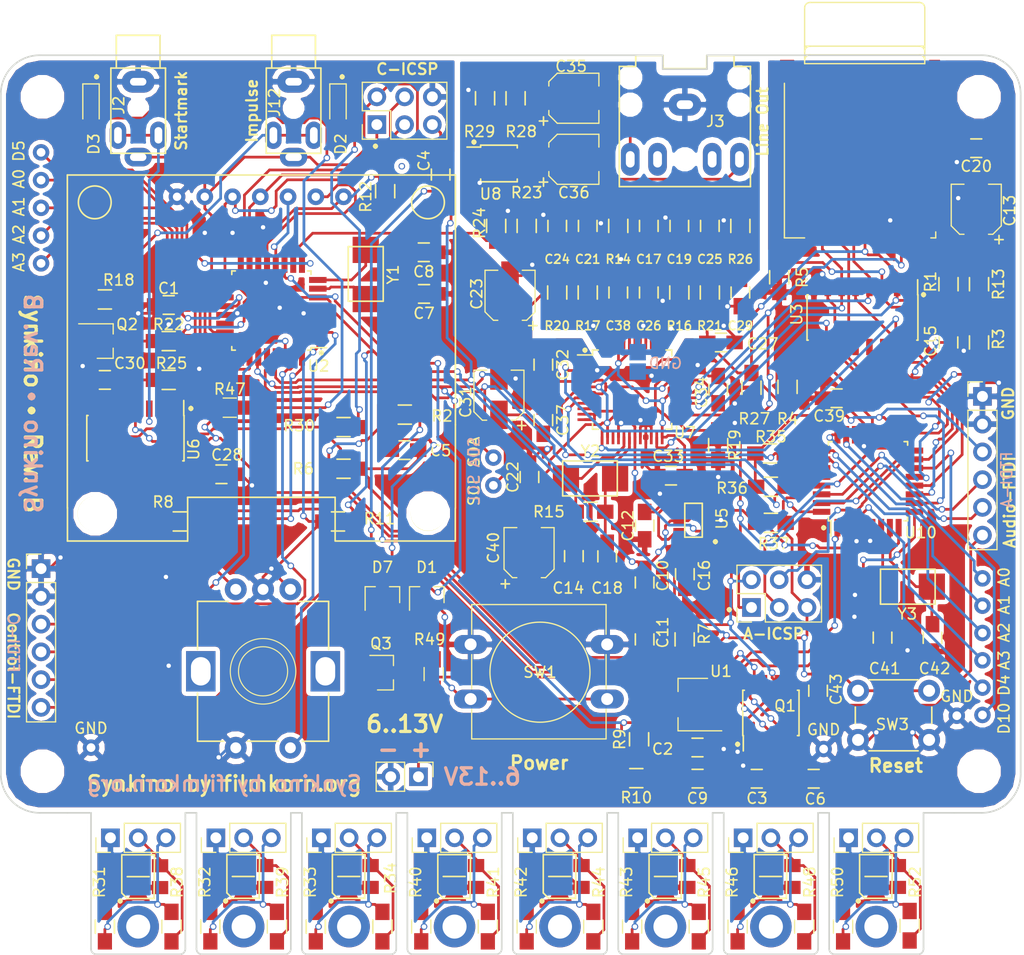
<source format=kicad_pcb>
(kicad_pcb (version 4) (host pcbnew 4.0.7)
  (layers (0 F.Cu signal) (31 B.Cu signal) (34 B.Paste user) (35 F.Paste user) (36 B.SilkS user) (37 F.SilkS user) (38 B.Mask user) (39 F.Mask user) (44 Edge.Cuts user))
  (net 0 "")
  (net 1 "Net-(C1-Pad1)")
  (net 2 GND)
  (net 3 "Net-(C2-Pad1)")
  (net 4 "Net-(C3-Pad2)")
  (net 5 "Net-(C4-Pad2)")
  (net 6 "Net-(C5-Pad1)")
  (net 7 "Net-(C5-Pad2)")
  (net 8 "Net-(C7-Pad2)")
  (net 9 "Net-(C8-Pad2)")
  (net 10 +5V)
  (net 11 "Net-(C9-Pad2)")
  (net 12 +3V3)
  (net 13 +1V8)
  (net 14 "Net-(C14-Pad1)")
  (net 15 /RST_3V)
  (net 16 "Net-(C17-Pad2)")
  (net 17 "Net-(C18-Pad1)")
  (net 18 "Net-(C19-Pad2)")
  (net 19 "Net-(C21-Pad2)")
  (net 20 "Net-(C24-Pad1)")
  (net 21 "Net-(C25-Pad1)")
  (net 22 "Net-(C30-Pad1)")
  (net 23 "Net-(C35-Pad1)")
  (net 24 "Net-(C35-Pad2)")
  (net 25 "Net-(C36-Pad1)")
  (net 26 "Net-(C36-Pad2)")
  (net 27 "Net-(C38-Pad1)")
  (net 28 "Net-(C39-Pad1)")
  (net 29 "Net-(C41-Pad2)")
  (net 30 "Net-(C42-Pad2)")
  (net 31 /~RST)
  (net 32 "Net-(C43-Pad2)")
  (net 33 /~PWR_OFF)
  (net 34 "Net-(D2-Pad2)")
  (net 35 "Net-(J2-Pad2)")
  (net 36 "Net-(J4-Pad1)")
  (net 37 /SDCS_3V)
  (net 38 /MOSI_3V)
  (net 39 /SCLK_3V)
  (net 40 /MISO_3V)
  (net 41 "Net-(J4-Pad8)")
  (net 42 "Net-(Q1-Pad7)")
  (net 43 "Net-(Q2-Pad3)")
  (net 44 /XDCS_5V)
  (net 45 /SDCS_5V)
  (net 46 /CS_5V)
  (net 47 /RST_5V)
  (net 48 "Net-(R8-Pad1)")
  (net 49 "Net-(R11-Pad1)")
  (net 50 /OLED_CS)
  (net 51 /ROUT)
  (net 52 /LOUT)
  (net 53 /GPIO_PLLDWN)
  (net 54 /AUD_EN)
  (net 55 "Net-(R25-Pad1)")
  (net 56 "Net-(R27-Pad2)")
  (net 57 /FlickImp)
  (net 58 "Net-(R31-Pad2)")
  (net 59 "Net-(R33-Pad2)")
  (net 60 /SDA)
  (net 61 /SCL)
  (net 62 /OLED_RES)
  (net 63 /OLED_DC)
  (net 64 /OLED_MOSI)
  (net 65 /CTRL_MISO)
  (net 66 /OLED_CLK)
  (net 67 "Net-(U2-Pad19)")
  (net 68 "Net-(U2-Pad22)")
  (net 69 /CTRL_RXD)
  (net 70 /CTRL_TXD)
  (net 71 /MOSI_5V)
  (net 72 /SCLK_5V)
  (net 73 /CS_3V)
  (net 74 /XDCS_3V)
  (net 75 /Startmark)
  (net 76 "Net-(U7-Pad1)")
  (net 77 "Net-(U7-Pad2)")
  (net 78 /DREQ)
  (net 79 "Net-(U7-Pad15)")
  (net 80 "Net-(U7-Pad27)")
  (net 81 "Net-(U7-Pad48)")
  (net 82 "Net-(U10-Pad19)")
  (net 83 "Net-(U10-Pad22)")
  (net 84 /AU_RXD)
  (net 85 /AU_TXD)
  (net 86 GNDA)
  (net 87 "Net-(AA0-Pad1)")
  (net 88 "Net-(AA1-Pad1)")
  (net 89 "Net-(AA2-Pad1)")
  (net 90 "Net-(AA3-Pad1)")
  (net 91 "Net-(AD4-Pad1)")
  (net 92 "Net-(AD10-Pad1)")
  (net 93 "Net-(CA0-Pad1)")
  (net 94 "Net-(CA1-Pad1)")
  (net 95 "Net-(CA2-Pad1)")
  (net 96 "Net-(CA3-Pad1)")
  (net 97 "Net-(CD5-Pad1)")
  (net 98 /GBUF)
  (net 99 "Net-(J5-Pad3)")
  (net 100 "Net-(J6-Pad3)")
  (net 101 "Net-(R32-Pad2)")
  (net 102 "Net-(J7-Pad3)")
  (net 103 "Net-(J7-Pad2)")
  (net 104 "Net-(J5-Pad2)")
  (net 105 "Net-(J5-Pad1)")
  (net 106 "Net-(J7-Pad1)")
  (net 107 "Net-(J6-Pad1)")
  (net 108 "Net-(J6-Pad2)")
  (net 109 "Net-(J8-Pad1)")
  (net 110 "Net-(J8-Pad2)")
  (net 111 "Net-(J8-Pad3)")
  (net 112 "Net-(J9-Pad1)")
  (net 113 "Net-(J9-Pad2)")
  (net 114 "Net-(J9-Pad3)")
  (net 115 "Net-(J10-Pad1)")
  (net 116 "Net-(J10-Pad2)")
  (net 117 "Net-(J10-Pad3)")
  (net 118 "Net-(J11-Pad1)")
  (net 119 "Net-(J11-Pad2)")
  (net 120 "Net-(J11-Pad3)")
  (net 121 "Net-(J13-Pad1)")
  (net 122 "Net-(J13-Pad2)")
  (net 123 "Net-(J13-Pad3)")
  (net 124 "Net-(R40-Pad2)")
  (net 125 "Net-(R42-Pad2)")
  (net 126 "Net-(R43-Pad2)")
  (net 127 "Net-(R46-Pad2)")
  (net 128 "Net-(R50-Pad2)")
  (net 129 "Net-(D3-Pad2)")
  (net 130 "Net-(J12-Pad2)")
  (net 131 "Net-(SW2-Pad1)")
  (net 132 "Net-(D7-Pad2)")
  (net 133 "Net-(J1-Pad1)")
  (module Buttons_Switches_THT:SW_PUSH-12mm (layer F.Cu) (at 109.674 92.028)
    (fp_text reference SW1 (at 6.35 2.54) (layer F.SilkS))
    (fp_text value SW_Push)
    (pad 1 thru_hole oval (at 12.5 0) (size 3.048 1.7272) (drill 1.1) (layers *.Cu *.Mask) (net 2 GND))
    (pad 2 thru_hole oval (at 12.5 5) (size 3.048 1.7272) (drill 1.1) (layers *.Cu *.Mask) (net 7 "Net-(C5-Pad2)"))
    (pad 1 thru_hole oval (at 0 0) (size 3.048 1.7272) (drill 1.1) (layers *.Cu *.Mask) (net 2 GND))
    (pad 2 thru_hole oval (at 0 5) (size 3.048 1.7272) (drill 1.1) (layers *.Cu *.Mask) (net 7 "Net-(C5-Pad2)"))
  )
  (module Measurement_Points:Measurement_Point_Round-TH_Small (layer F.Cu) (at 154.178 98.552)
    (fp_text reference GND (at 0 -1.778) (layer F.SilkS))
    (fp_text value GND)
    (pad 1 thru_hole circle (at 0 0) (size 1.5 1.5) (drill 0.8) (layers *.Cu *.Mask) (net 2 GND))
  )
  (module Measurement_Points:Measurement_Point_Round-TH_Small (layer F.Cu) (at 141.986 101.6)
    (fp_text reference GND (at 0 -1.778) (layer F.SilkS))
    (fp_text value GND)
    (pad 1 thru_hole circle (at 0 0) (size 1.5 1.5) (drill 0.8) (layers *.Cu *.Mask) (net 2 GND))
  )
  (module Mounting_Holes:MountingHole_3.2mm_M3_DIN965 (layer F.Cu) (at 75.311 80.0735)
    (fp_text reference " " (at 0 -3.8) (layer F.SilkS))
    (fp_text value MountingHole_3.2mm_M3_DIN965)
    (pad 1 np_thru_hole circle (at 0 0) (size 3.2 3.2) (drill 3.2) (layers *.Cu *.Mask))
  )
  (module lib_fp:Eye_Mousebites (layer F.Cu) (at 146.836 107.696)
    (fp_text reference REF** hide)
    (fp_text value Eye_Mousebites hide)
    (pad "" np_thru_hole circle (at -3.75 0) (size 0.5 0.5) (drill 0.5) (layers *.Cu))
    (pad "" np_thru_hole circle (at -3 0) (size 0.5 0.5) (drill 0.5) (layers *.Cu))
    (pad "" np_thru_hole circle (at -2.25 0) (size 0.5 0.5) (drill 0.5) (layers *.Cu))
    (pad "" np_thru_hole circle (at -1.5 0) (size 0.5 0.5) (drill 0.5) (layers *.Cu))
    (pad "" np_thru_hole circle (at -0.75 0) (size 0.5 0.5) (drill 0.5) (layers *.Cu))
    (pad "" np_thru_hole circle (at 0 0) (size 0.5 0.5) (drill 0.5) (layers *.Cu))
    (pad "" np_thru_hole circle (at 0.75 0) (size 0.5 0.5) (drill 0.5) (layers *.Cu))
    (pad "" np_thru_hole circle (at 1.5 0) (size 0.5 0.5) (drill 0.5) (layers *.Cu))
    (pad "" np_thru_hole circle (at 2.25 0) (size 0.5 0.5) (drill 0.5) (layers *.Cu))
    (pad "" np_thru_hole circle (at 3 0) (size 0.5 0.5) (drill 0.5) (layers *.Cu))
    (pad "" np_thru_hole circle (at 3.75 0) (size 0.5 0.5) (drill 0.5) (layers *.Cu))
  )
  (module lib_fp:Eye_Mousebites (layer F.Cu) (at 137.184 107.696)
    (fp_text reference REF** hide)
    (fp_text value Eye_Mousebites hide)
    (pad "" np_thru_hole circle (at -3.75 0) (size 0.5 0.5) (drill 0.5) (layers *.Cu))
    (pad "" np_thru_hole circle (at -3 0) (size 0.5 0.5) (drill 0.5) (layers *.Cu))
    (pad "" np_thru_hole circle (at -2.25 0) (size 0.5 0.5) (drill 0.5) (layers *.Cu))
    (pad "" np_thru_hole circle (at -1.5 0) (size 0.5 0.5) (drill 0.5) (layers *.Cu))
    (pad "" np_thru_hole circle (at -0.75 0) (size 0.5 0.5) (drill 0.5) (layers *.Cu))
    (pad "" np_thru_hole circle (at 0 0) (size 0.5 0.5) (drill 0.5) (layers *.Cu))
    (pad "" np_thru_hole circle (at 0.75 0) (size 0.5 0.5) (drill 0.5) (layers *.Cu))
    (pad "" np_thru_hole circle (at 1.5 0) (size 0.5 0.5) (drill 0.5) (layers *.Cu))
    (pad "" np_thru_hole circle (at 2.25 0) (size 0.5 0.5) (drill 0.5) (layers *.Cu))
    (pad "" np_thru_hole circle (at 3 0) (size 0.5 0.5) (drill 0.5) (layers *.Cu))
    (pad "" np_thru_hole circle (at 3.75 0) (size 0.5 0.5) (drill 0.5) (layers *.Cu))
  )
  (module lib_fp:Eye_Mousebites (layer F.Cu) (at 127.532 107.696)
    (fp_text reference REF** hide)
    (fp_text value Eye_Mousebites hide)
    (pad "" np_thru_hole circle (at -3.75 0) (size 0.5 0.5) (drill 0.5) (layers *.Cu))
    (pad "" np_thru_hole circle (at -3 0) (size 0.5 0.5) (drill 0.5) (layers *.Cu))
    (pad "" np_thru_hole circle (at -2.25 0) (size 0.5 0.5) (drill 0.5) (layers *.Cu))
    (pad "" np_thru_hole circle (at -1.5 0) (size 0.5 0.5) (drill 0.5) (layers *.Cu))
    (pad "" np_thru_hole circle (at -0.75 0) (size 0.5 0.5) (drill 0.5) (layers *.Cu))
    (pad "" np_thru_hole circle (at 0 0) (size 0.5 0.5) (drill 0.5) (layers *.Cu))
    (pad "" np_thru_hole circle (at 0.75 0) (size 0.5 0.5) (drill 0.5) (layers *.Cu))
    (pad "" np_thru_hole circle (at 1.5 0) (size 0.5 0.5) (drill 0.5) (layers *.Cu))
    (pad "" np_thru_hole circle (at 2.25 0) (size 0.5 0.5) (drill 0.5) (layers *.Cu))
    (pad "" np_thru_hole circle (at 3 0) (size 0.5 0.5) (drill 0.5) (layers *.Cu))
    (pad "" np_thru_hole circle (at 3.75 0) (size 0.5 0.5) (drill 0.5) (layers *.Cu))
  )
  (module lib_fp:Eye_Mousebites (layer F.Cu) (at 117.88 107.696)
    (fp_text reference REF** hide)
    (fp_text value Eye_Mousebites hide)
    (pad "" np_thru_hole circle (at -3.75 0) (size 0.5 0.5) (drill 0.5) (layers *.Cu))
    (pad "" np_thru_hole circle (at -3 0) (size 0.5 0.5) (drill 0.5) (layers *.Cu))
    (pad "" np_thru_hole circle (at -2.25 0) (size 0.5 0.5) (drill 0.5) (layers *.Cu))
    (pad "" np_thru_hole circle (at -1.5 0) (size 0.5 0.5) (drill 0.5) (layers *.Cu))
    (pad "" np_thru_hole circle (at -0.75 0) (size 0.5 0.5) (drill 0.5) (layers *.Cu))
    (pad "" np_thru_hole circle (at 0 0) (size 0.5 0.5) (drill 0.5) (layers *.Cu))
    (pad "" np_thru_hole circle (at 0.75 0) (size 0.5 0.5) (drill 0.5) (layers *.Cu))
    (pad "" np_thru_hole circle (at 1.5 0) (size 0.5 0.5) (drill 0.5) (layers *.Cu))
    (pad "" np_thru_hole circle (at 2.25 0) (size 0.5 0.5) (drill 0.5) (layers *.Cu))
    (pad "" np_thru_hole circle (at 3 0) (size 0.5 0.5) (drill 0.5) (layers *.Cu))
    (pad "" np_thru_hole circle (at 3.75 0) (size 0.5 0.5) (drill 0.5) (layers *.Cu))
  )
  (module lib_fp:Eye_Mousebites (layer F.Cu) (at 108.228 107.696)
    (fp_text reference REF** hide)
    (fp_text value Eye_Mousebites hide)
    (pad "" np_thru_hole circle (at -3.75 0) (size 0.5 0.5) (drill 0.5) (layers *.Cu))
    (pad "" np_thru_hole circle (at -3 0) (size 0.5 0.5) (drill 0.5) (layers *.Cu))
    (pad "" np_thru_hole circle (at -2.25 0) (size 0.5 0.5) (drill 0.5) (layers *.Cu))
    (pad "" np_thru_hole circle (at -1.5 0) (size 0.5 0.5) (drill 0.5) (layers *.Cu))
    (pad "" np_thru_hole circle (at -0.75 0) (size 0.5 0.5) (drill 0.5) (layers *.Cu))
    (pad "" np_thru_hole circle (at 0 0) (size 0.5 0.5) (drill 0.5) (layers *.Cu))
    (pad "" np_thru_hole circle (at 0.75 0) (size 0.5 0.5) (drill 0.5) (layers *.Cu))
    (pad "" np_thru_hole circle (at 1.5 0) (size 0.5 0.5) (drill 0.5) (layers *.Cu))
    (pad "" np_thru_hole circle (at 2.25 0) (size 0.5 0.5) (drill 0.5) (layers *.Cu))
    (pad "" np_thru_hole circle (at 3 0) (size 0.5 0.5) (drill 0.5) (layers *.Cu))
    (pad "" np_thru_hole circle (at 3.75 0) (size 0.5 0.5) (drill 0.5) (layers *.Cu))
  )
  (module lib_fp:Eye_Mousebites (layer F.Cu) (at 98.576 107.696)
    (fp_text reference REF** hide)
    (fp_text value Eye_Mousebites hide)
    (pad "" np_thru_hole circle (at -3.75 0) (size 0.5 0.5) (drill 0.5) (layers *.Cu))
    (pad "" np_thru_hole circle (at -3 0) (size 0.5 0.5) (drill 0.5) (layers *.Cu))
    (pad "" np_thru_hole circle (at -2.25 0) (size 0.5 0.5) (drill 0.5) (layers *.Cu))
    (pad "" np_thru_hole circle (at -1.5 0) (size 0.5 0.5) (drill 0.5) (layers *.Cu))
    (pad "" np_thru_hole circle (at -0.75 0) (size 0.5 0.5) (drill 0.5) (layers *.Cu))
    (pad "" np_thru_hole circle (at 0 0) (size 0.5 0.5) (drill 0.5) (layers *.Cu))
    (pad "" np_thru_hole circle (at 0.75 0) (size 0.5 0.5) (drill 0.5) (layers *.Cu))
    (pad "" np_thru_hole circle (at 1.5 0) (size 0.5 0.5) (drill 0.5) (layers *.Cu))
    (pad "" np_thru_hole circle (at 2.25 0) (size 0.5 0.5) (drill 0.5) (layers *.Cu))
    (pad "" np_thru_hole circle (at 3 0) (size 0.5 0.5) (drill 0.5) (layers *.Cu))
    (pad "" np_thru_hole circle (at 3.75 0) (size 0.5 0.5) (drill 0.5) (layers *.Cu))
  )
  (module lib_fp:Eye_Mousebites (layer F.Cu) (at 88.924 107.696)
    (fp_text reference REF** hide)
    (fp_text value Eye_Mousebites hide)
    (pad "" np_thru_hole circle (at -3.75 0) (size 0.5 0.5) (drill 0.5) (layers *.Cu))
    (pad "" np_thru_hole circle (at -3 0) (size 0.5 0.5) (drill 0.5) (layers *.Cu))
    (pad "" np_thru_hole circle (at -2.25 0) (size 0.5 0.5) (drill 0.5) (layers *.Cu))
    (pad "" np_thru_hole circle (at -1.5 0) (size 0.5 0.5) (drill 0.5) (layers *.Cu))
    (pad "" np_thru_hole circle (at -0.75 0) (size 0.5 0.5) (drill 0.5) (layers *.Cu))
    (pad "" np_thru_hole circle (at 0 0) (size 0.5 0.5) (drill 0.5) (layers *.Cu))
    (pad "" np_thru_hole circle (at 0.75 0) (size 0.5 0.5) (drill 0.5) (layers *.Cu))
    (pad "" np_thru_hole circle (at 1.5 0) (size 0.5 0.5) (drill 0.5) (layers *.Cu))
    (pad "" np_thru_hole circle (at 2.25 0) (size 0.5 0.5) (drill 0.5) (layers *.Cu))
    (pad "" np_thru_hole circle (at 3 0) (size 0.5 0.5) (drill 0.5) (layers *.Cu))
    (pad "" np_thru_hole circle (at 3.75 0) (size 0.5 0.5) (drill 0.5) (layers *.Cu))
  )
  (module Mounting_Holes:MountingHole_2.2mm_M2_DIN965_Pad (layer F.Cu) (at 146.812 117.856 90)
    (fp_text reference REF** hide)
    (fp_text value MountingHole_2.2mm_M2_DIN965_Pad)
    (pad 1 thru_hole circle (at 0 0 90) (size 3.8 3.8) (drill 2.2) (layers *.Cu *.Mask))
  )
  (module Mounting_Holes:MountingHole_2.2mm_M2_DIN965_Pad (layer F.Cu) (at 137.16 117.856)
    (fp_text reference REF** hide)
    (fp_text value MountingHole_2.2mm_M2_DIN965_Pad)
    (pad 1 thru_hole circle (at 0 0) (size 3.8 3.8) (drill 2.2) (layers *.Cu *.Mask))
  )
  (module Mounting_Holes:MountingHole_2.2mm_M2_DIN965_Pad (layer F.Cu) (at 127.508 117.856)
    (fp_text reference REF** hide)
    (fp_text value MountingHole_2.2mm_M2_DIN965_Pad)
    (pad 1 thru_hole circle (at 0 0) (size 3.8 3.8) (drill 2.2) (layers *.Cu *.Mask))
  )
  (module Mounting_Holes:MountingHole_2.2mm_M2_DIN965_Pad (layer F.Cu) (at 117.856 117.856)
    (fp_text reference REF** hide)
    (fp_text value MountingHole_2.2mm_M2_DIN965_Pad)
    (pad 1 thru_hole circle (at 0 0) (size 3.8 3.8) (drill 2.2) (layers *.Cu *.Mask))
  )
  (module Mounting_Holes:MountingHole_2.2mm_M2_DIN965_Pad (layer F.Cu) (at 108.204 117.856)
    (fp_text reference REF** hide)
    (fp_text value MountingHole_2.2mm_M2_DIN965_Pad)
    (pad 1 thru_hole circle (at 0 0) (size 3.8 3.8) (drill 2.2) (layers *.Cu *.Mask))
  )
  (module Mounting_Holes:MountingHole_2.2mm_M2_DIN965_Pad (layer F.Cu) (at 98.552 117.856)
    (fp_text reference REF** hide)
    (fp_text value MountingHole_2.2mm_M2_DIN965_Pad)
    (pad 1 thru_hole circle (at 0 0) (size 3.8 3.8) (drill 2.2) (layers *.Cu *.Mask))
  )
  (module Mounting_Holes:MountingHole_2.2mm_M2_DIN965_Pad (layer F.Cu) (at 88.9 117.856)
    (fp_text reference REF** hide)
    (fp_text value MountingHole_2.2mm_M2_DIN965_Pad)
    (pad 1 thru_hole circle (at 0 0) (size 3.8 3.8) (drill 2.2) (layers *.Cu *.Mask))
  )
  (module Mounting_Holes:MountingHole_3.2mm_M3_DIN965 (layer F.Cu) (at 105.791 80.01)
    (fp_text reference " " (at 0 -3.8) (layer F.SilkS))
    (fp_text value MountingHole_3.2mm_M3_DIN965)
    (pad 1 np_thru_hole circle (at 0 0) (size 3.2 3.2) (drill 3.2) (layers *.Cu *.Mask))
  )
  (module Buttons_Switches_THT:SW_PUSH_6mm_h5mm (layer F.Cu) (at 151.638 100.766 180)
    (fp_text reference SW3 (at 3.3586 1.4144 180) (layer F.SilkS))
    (fp_text value SW_Push)
    (pad 2 thru_hole circle (at 0 4.5 270) (size 2 2) (drill 1.1) (layers *.Cu *.Mask) (net 31 /~RST))
    (pad 1 thru_hole circle (at 0 0 270) (size 2 2) (drill 1.1) (layers *.Cu *.Mask) (net 2 GND))
    (pad 2 thru_hole circle (at 6.5 4.5 270) (size 2 2) (drill 1.1) (layers *.Cu *.Mask) (net 31 /~RST))
    (pad 1 thru_hole circle (at 6.5 0 270) (size 2 2) (drill 1.1) (layers *.Cu *.Mask) (net 2 GND))
  )
  (module Mounting_Holes:MountingHole_3.2mm_M3_DIN965 (layer F.Cu) (at 156.21 103.632)
    (fp_text reference " " (at 0 -3.8) (layer F.SilkS))
    (fp_text value MountingHole_3.2mm_M3_DIN965)
    (pad 1 np_thru_hole circle (at 0 0) (size 3.2 3.2) (drill 3.2) (layers *.Cu *.Mask))
  )
  (module Mounting_Holes:MountingHole_3.2mm_M3_DIN965 (layer F.Cu) (at 70.485 103.632)
    (fp_text reference " " (at 0 -3.8) (layer F.SilkS))
    (fp_text value MountingHole_3.2mm_M3_DIN965)
    (pad 1 np_thru_hole circle (at 0 0) (size 3.2 3.2) (drill 3.2) (layers *.Cu *.Mask))
  )
  (module Mounting_Holes:MountingHole_3.2mm_M3_DIN965 (layer F.Cu) (at 70.485 41.91)
    (fp_text reference " " (at 0 -3.8) (layer F.SilkS))
    (fp_text value MountingHole_3.2mm_M3_DIN965)
    (pad 1 np_thru_hole circle (at 0 0) (size 3.2 3.2) (drill 3.2) (layers *.Cu *.Mask))
  )
  (module Capacitors_SMD:C_0805_HandSoldering (layer F.Cu) (at 82.042 60.96 180)
    (fp_text reference C1 (at 0 1.524 180) (layer F.SilkS))
    (fp_text value 100n)
    (pad 1 smd rect (at -1.25 0 180) (size 1.5 1.25) (layers F.Cu F.Paste F.Mask) (net 1 "Net-(C1-Pad1)"))
    (pad 2 smd rect (at 1.25 0 180) (size 1.5 1.25) (layers F.Cu F.Paste F.Mask) (net 2 GND))
  )
  (module Capacitors_SMD:C_0805_HandSoldering (layer F.Cu) (at 130.44 101.461)
    (fp_text reference C2 (at -3.186 0.139) (layer F.SilkS))
    (fp_text value 1u)
    (pad 1 smd rect (at -1.25 0) (size 1.5 1.25) (layers F.Cu F.Paste F.Mask) (net 3 "Net-(C2-Pad1)"))
    (pad 2 smd rect (at 1.25 0) (size 1.5 1.25) (layers F.Cu F.Paste F.Mask) (net 2 GND))
  )
  (module Capacitors_SMD:C_0805_HandSoldering (layer F.Cu) (at 135.866 104.321)
    (fp_text reference C3 (at 0.02 1.79) (layer F.SilkS))
    (fp_text value 1u)
    (pad 1 smd rect (at -1.25 0) (size 1.5 1.25) (layers F.Cu F.Paste F.Mask) (net 2 GND))
    (pad 2 smd rect (at 1.25 0) (size 1.5 1.25) (layers F.Cu F.Paste F.Mask) (net 4 "Net-(C3-Pad2)"))
  )
  (module Capacitors_SMD:C_0805_HandSoldering (layer F.Cu) (at 106.934 49.022 270)
    (fp_text reference C4 (at -1.27 1.524 270) (layer F.SilkS))
    (fp_text value 100n)
    (pad 1 smd rect (at -1.25 0 270) (size 1.5 1.25) (layers F.Cu F.Paste F.Mask) (net 31 /~RST))
    (pad 2 smd rect (at 1.25 0 270) (size 1.5 1.25) (layers F.Cu F.Paste F.Mask) (net 5 "Net-(C4-Pad2)"))
  )
  (module Capacitors_SMD:C_0805_HandSoldering (layer F.Cu) (at 103.627 74.243 180)
    (fp_text reference C5 (at -3.307 -0.052 180) (layer F.SilkS))
    (fp_text value 1u)
    (pad 1 smd rect (at -1.25 0 180) (size 1.5 1.25) (layers F.Cu F.Paste F.Mask) (net 6 "Net-(C5-Pad1)"))
    (pad 2 smd rect (at 1.25 0 180) (size 1.5 1.25) (layers F.Cu F.Paste F.Mask) (net 7 "Net-(C5-Pad2)"))
  )
  (module Capacitors_SMD:C_0805_HandSoldering (layer F.Cu) (at 141.076 104.321 180)
    (fp_text reference C6 (at -0.148 -1.851 180) (layer F.SilkS))
    (fp_text value 100n)
    (pad 1 smd rect (at -1.25 0 180) (size 1.5 1.25) (layers F.Cu F.Paste F.Mask) (net 6 "Net-(C5-Pad1)"))
    (pad 2 smd rect (at 1.25 0 180) (size 1.5 1.25) (layers F.Cu F.Paste F.Mask) (net 4 "Net-(C3-Pad2)"))
  )
  (module Capacitors_SMD:C_0805_HandSoldering (layer F.Cu) (at 105.41 59.944 180)
    (fp_text reference C7 (at 0 -1.778 180) (layer F.SilkS))
    (fp_text value 22p)
    (pad 1 smd rect (at -1.25 0 180) (size 1.5 1.25) (layers F.Cu F.Paste F.Mask) (net 2 GND))
    (pad 2 smd rect (at 1.25 0 180) (size 1.5 1.25) (layers F.Cu F.Paste F.Mask) (net 8 "Net-(C7-Pad2)"))
  )
  (module Capacitors_SMD:C_0805_HandSoldering (layer F.Cu) (at 105.39 56.134 180)
    (fp_text reference C8 (at 0 -1.778 180) (layer F.SilkS))
    (fp_text value 22p)
    (pad 1 smd rect (at -1.25 0 180) (size 1.5 1.25) (layers F.Cu F.Paste F.Mask) (net 2 GND))
    (pad 2 smd rect (at 1.25 0 180) (size 1.5 1.25) (layers F.Cu F.Paste F.Mask) (net 9 "Net-(C8-Pad2)"))
  )
  (module Capacitors_SMD:C_0805_HandSoldering (layer F.Cu) (at 130.446 104.311)
    (fp_text reference C9 (at -0.01 1.8) (layer F.SilkS))
    (fp_text value 10u)
    (pad 1 smd rect (at -1.25 0) (size 1.5 1.25) (layers F.Cu F.Paste F.Mask) (net 10 +5V))
    (pad 2 smd rect (at 1.25 0) (size 1.5 1.25) (layers F.Cu F.Paste F.Mask) (net 11 "Net-(C9-Pad2)"))
  )
  (module Capacitors_SMD:C_0805_HandSoldering (layer F.Cu) (at 125.603 86.36 270)
    (fp_text reference C10 (at -0.635 -1.651 450) (layer F.SilkS))
    (fp_text value 1µ)
    (pad 1 smd rect (at -1.25 0 270) (size 1.5 1.25) (layers F.Cu F.Paste F.Mask) (net 10 +5V))
    (pad 2 smd rect (at 1.25 0 270) (size 1.5 1.25) (layers F.Cu F.Paste F.Mask) (net 2 GND))
  )
  (module Capacitors_SMD:C_0805_HandSoldering (layer F.Cu) (at 125.603 91.567 270)
    (fp_text reference C11 (at -0.635 -1.651 450) (layer F.SilkS))
    (fp_text value 1µ)
    (pad 1 smd rect (at -1.25 0 270) (size 1.5 1.25) (layers F.Cu F.Paste F.Mask) (net 12 +3V3))
    (pad 2 smd rect (at 1.25 0 270) (size 1.5 1.25) (layers F.Cu F.Paste F.Mask) (net 2 GND))
  )
  (module Capacitors_SMD:C_0805_HandSoldering (layer F.Cu) (at 125.603 81.153 270)
    (fp_text reference C12 (at 0 1.524 450) (layer F.SilkS))
    (fp_text value 1µ)
    (pad 1 smd rect (at -1.25 0 270) (size 1.5 1.25) (layers F.Cu F.Paste F.Mask) (net 13 +1V8))
    (pad 2 smd rect (at 1.25 0 270) (size 1.5 1.25) (layers F.Cu F.Paste F.Mask) (net 2 GND))
  )
  (module Capacitors_SMD:CP_Elec_4x5.8 (layer F.Cu) (at 155.956 52.197 90)
    (fp_text reference C13 (at -0.127 3.048 90) (layer F.SilkS))
    (fp_text value 10u)
    (fp_text user + (at -2.78 2.01 90) (layer F.SilkS))
    (pad 1 smd rect (at -1.8 0 270) (size 2.6 1.6) (layers F.Cu F.Paste F.Mask) (net 12 +3V3))
    (pad 2 smd rect (at 1.8 0 270) (size 2.6 1.6) (layers F.Cu F.Paste F.Mask) (net 2 GND))
  )
  (module Capacitors_SMD:C_0805_HandSoldering (layer F.Cu) (at 119.126 83.947 270)
    (fp_text reference C14 (at 2.921 0.508 360) (layer F.SilkS))
    (fp_text value 33p)
    (pad 1 smd rect (at -1.25 0 270) (size 1.5 1.25) (layers F.Cu F.Paste F.Mask) (net 14 "Net-(C14-Pad1)"))
    (pad 2 smd rect (at 1.25 0 270) (size 1.5 1.25) (layers F.Cu F.Paste F.Mask) (net 2 GND))
  )
  (module Capacitors_SMD:C_0805_HandSoldering (layer F.Cu) (at 153.416 64.389 270)
    (fp_text reference C15 (at -0.127 1.642 270) (layer F.SilkS))
    (fp_text value 100n)
    (pad 1 smd rect (at -1.25 0 270) (size 1.5 1.25) (layers F.Cu F.Paste F.Mask) (net 15 /RST_3V))
    (pad 2 smd rect (at 1.25 0 270) (size 1.5 1.25) (layers F.Cu F.Paste F.Mask) (net 2 GND))
  )
  (module Capacitors_SMD:C_0805_HandSoldering (layer F.Cu) (at 129.286 85.598 270)
    (fp_text reference C16 (at 0.127 -1.778 270) (layer F.SilkS))
    (fp_text value 100n)
    (pad 1 smd rect (at -1.25 0 270) (size 1.5 1.25) (layers F.Cu F.Paste F.Mask) (net 12 +3V3))
    (pad 2 smd rect (at 1.25 0 270) (size 1.5 1.25) (layers F.Cu F.Paste F.Mask) (net 2 GND))
  )
  (module Capacitors_SMD:C_0805_HandSoldering (layer F.Cu) (at 125.984 53.721 270)
    (fp_text reference C17 (at 3.048 0 360) (layer F.SilkS) (effects (font (size 0.8 0.8))))
    (fp_text value 47n)
    (pad 1 smd rect (at -1.25 0 270) (size 1.5 1.25) (layers F.Cu F.Paste F.Mask) (net 86 GNDA))
    (pad 2 smd rect (at 1.25 0 270) (size 1.5 1.25) (layers F.Cu F.Paste F.Mask) (net 16 "Net-(C17-Pad2)"))
  )
  (module Capacitors_SMD:C_0805_HandSoldering (layer F.Cu) (at 122.174 83.967 270)
    (fp_text reference C18 (at 2.901 0 360) (layer F.SilkS))
    (fp_text value 33p)
    (pad 1 smd rect (at -1.25 0 270) (size 1.5 1.25) (layers F.Cu F.Paste F.Mask) (net 17 "Net-(C18-Pad1)"))
    (pad 2 smd rect (at 1.25 0 270) (size 1.5 1.25) (layers F.Cu F.Paste F.Mask) (net 2 GND))
  )
  (module Capacitors_SMD:C_0805_HandSoldering (layer F.Cu) (at 128.778 53.721 270)
    (fp_text reference C19 (at 3.048 0 360) (layer F.SilkS) (effects (font (size 0.8 0.8))))
    (fp_text value 10n)
    (pad 1 smd rect (at -1.25 0 270) (size 1.5 1.25) (layers F.Cu F.Paste F.Mask) (net 86 GNDA))
    (pad 2 smd rect (at 1.25 0 270) (size 1.5 1.25) (layers F.Cu F.Paste F.Mask) (net 18 "Net-(C19-Pad2)"))
  )
  (module Capacitors_SMD:C_0805_HandSoldering (layer F.Cu) (at 155.956 46.609 180)
    (fp_text reference C20 (at 0 -1.651 180) (layer F.SilkS))
    (fp_text value 100n)
    (pad 1 smd rect (at -1.25 0 180) (size 1.5 1.25) (layers F.Cu F.Paste F.Mask) (net 12 +3V3))
    (pad 2 smd rect (at 1.25 0 180) (size 1.5 1.25) (layers F.Cu F.Paste F.Mask) (net 2 GND))
  )
  (module Capacitors_SMD:C_0805_HandSoldering (layer F.Cu) (at 120.396 53.721 270)
    (fp_text reference C21 (at 3.048 0 360) (layer F.SilkS) (effects (font (size 0.8 0.8))))
    (fp_text value 10n)
    (pad 1 smd rect (at -1.25 0 270) (size 1.5 1.25) (layers F.Cu F.Paste F.Mask) (net 86 GNDA))
    (pad 2 smd rect (at 1.25 0 270) (size 1.5 1.25) (layers F.Cu F.Paste F.Mask) (net 19 "Net-(C21-Pad2)"))
  )
  (module Capacitors_SMD:C_0805_HandSoldering (layer F.Cu) (at 115.062 76.708 90)
    (fp_text reference C22 (at 0 -1.524 90) (layer F.SilkS))
    (fp_text value 100n)
    (pad 1 smd rect (at -1.25 0 90) (size 1.5 1.25) (layers F.Cu F.Paste F.Mask) (net 12 +3V3))
    (pad 2 smd rect (at 1.25 0 90) (size 1.5 1.25) (layers F.Cu F.Paste F.Mask) (net 2 GND))
  )
  (module Capacitors_SMD:CP_Elec_4x5.8 (layer F.Cu) (at 113.284 60.071 90)
    (fp_text reference C23 (at 0.127 -3.048 90) (layer F.SilkS))
    (fp_text value 10u)
    (fp_text user + (at -2.78 2.01 90) (layer F.SilkS))
    (pad 1 smd rect (at -1.8 0 270) (size 2.6 1.6) (layers F.Cu F.Paste F.Mask) (net 12 +3V3))
    (pad 2 smd rect (at 1.8 0 270) (size 2.6 1.6) (layers F.Cu F.Paste F.Mask) (net 86 GNDA))
  )
  (module Capacitors_SMD:C_0805_HandSoldering (layer F.Cu) (at 117.602 53.721 90)
    (fp_text reference C24 (at -3.048 0 180) (layer F.SilkS) (effects (font (size 0.8 0.8))))
    (fp_text value 3n3)
    (pad 1 smd rect (at -1.25 0 90) (size 1.5 1.25) (layers F.Cu F.Paste F.Mask) (net 20 "Net-(C24-Pad1)"))
    (pad 2 smd rect (at 1.25 0 90) (size 1.5 1.25) (layers F.Cu F.Paste F.Mask) (net 86 GNDA))
  )
  (module Capacitors_SMD:C_0805_HandSoldering (layer F.Cu) (at 131.572 53.721 90)
    (fp_text reference C25 (at -3.048 0 180) (layer F.SilkS) (effects (font (size 0.8 0.8))))
    (fp_text value 3n3)
    (pad 1 smd rect (at -1.25 0 90) (size 1.5 1.25) (layers F.Cu F.Paste F.Mask) (net 21 "Net-(C25-Pad1)"))
    (pad 2 smd rect (at 1.25 0 90) (size 1.5 1.25) (layers F.Cu F.Paste F.Mask) (net 86 GNDA))
  )
  (module Capacitors_SMD:C_0805_HandSoldering (layer F.Cu) (at 125.984 59.817 270)
    (fp_text reference C26 (at 3.048 0 360) (layer F.SilkS) (effects (font (size 0.8 0.8))))
    (fp_text value 100n)
    (pad 1 smd rect (at -1.25 0 270) (size 1.5 1.25) (layers F.Cu F.Paste F.Mask) (net 12 +3V3))
    (pad 2 smd rect (at 1.25 0 270) (size 1.5 1.25) (layers F.Cu F.Paste F.Mask) (net 86 GNDA))
  )
  (module Capacitors_SMD:C_0805_HandSoldering (layer F.Cu) (at 132.588 64.389)
    (fp_text reference C27 (at 3.81 0.127 180) (layer F.SilkS))
    (fp_text value 100n)
    (pad 1 smd rect (at -1.25 0) (size 1.5 1.25) (layers F.Cu F.Paste F.Mask) (net 12 +3V3))
    (pad 2 smd rect (at 1.25 0) (size 1.5 1.25) (layers F.Cu F.Paste F.Mask) (net 86 GNDA))
  )
  (module Capacitors_SMD:C_0805_HandSoldering (layer F.Cu) (at 86.868 76.454 180)
    (fp_text reference C28 (at -0.508 1.778 180) (layer F.SilkS))
    (fp_text value 100n)
    (pad 1 smd rect (at -1.25 0 180) (size 1.5 1.25) (layers F.Cu F.Paste F.Mask) (net 2 GND))
    (pad 2 smd rect (at 1.25 0 180) (size 1.5 1.25) (layers F.Cu F.Paste F.Mask) (net 10 +5V))
  )
  (module Capacitors_SMD:C_0805_HandSoldering (layer F.Cu) (at 134.366 59.817 270)
    (fp_text reference C29 (at 3.048 0 360) (layer F.SilkS) (effects (font (size 0.8 0.8))))
    (fp_text value 100n)
    (pad 1 smd rect (at -1.25 0 270) (size 1.5 1.25) (layers F.Cu F.Paste F.Mask) (net 12 +3V3))
    (pad 2 smd rect (at 1.25 0 270) (size 1.5 1.25) (layers F.Cu F.Paste F.Mask) (net 86 GNDA))
  )
  (module Capacitors_SMD:C_0805_HandSoldering (layer F.Cu) (at 76.2 67.818 180)
    (fp_text reference C30 (at -2.286 1.524 180) (layer F.SilkS))
    (fp_text value 100n)
    (pad 1 smd rect (at -1.25 0 180) (size 1.5 1.25) (layers F.Cu F.Paste F.Mask) (net 22 "Net-(C30-Pad1)"))
    (pad 2 smd rect (at 1.25 0 180) (size 1.5 1.25) (layers F.Cu F.Paste F.Mask) (net 2 GND))
  )
  (module Capacitors_SMD:CP_Elec_4x5.8 (layer F.Cu) (at 112.268 69.215 90)
    (fp_text reference C31 (at -0.635 -3.048 90) (layer F.SilkS))
    (fp_text value 10u)
    (fp_text user + (at -2.78 2.01 90) (layer F.SilkS))
    (pad 1 smd rect (at -1.8 0 270) (size 2.6 1.6) (layers F.Cu F.Paste F.Mask) (net 13 +1V8))
    (pad 2 smd rect (at 1.8 0 270) (size 2.6 1.6) (layers F.Cu F.Paste F.Mask) (net 2 GND))
  )
  (module Capacitors_SMD:C_0805_HandSoldering (layer F.Cu) (at 116.332 66.421 90)
    (fp_text reference C32 (at 0 1.778 90) (layer F.SilkS))
    (fp_text value 100n)
    (pad 1 smd rect (at -1.25 0 90) (size 1.5 1.25) (layers F.Cu F.Paste F.Mask) (net 13 +1V8))
    (pad 2 smd rect (at 1.25 0 90) (size 1.5 1.25) (layers F.Cu F.Paste F.Mask) (net 2 GND))
  )
  (module Capacitors_SMD:C_0805_HandSoldering (layer F.Cu) (at 128.016 76.581 180)
    (fp_text reference C33 (at 0.254 1.778 180) (layer F.SilkS))
    (fp_text value 100n)
    (pad 1 smd rect (at -1.25 0 180) (size 1.5 1.25) (layers F.Cu F.Paste F.Mask) (net 13 +1V8))
    (pad 2 smd rect (at 1.25 0 180) (size 1.5 1.25) (layers F.Cu F.Paste F.Mask) (net 2 GND))
  )
  (module Capacitors_SMD:C_0805_HandSoldering (layer F.Cu) (at 132.334 68.707 90)
    (fp_text reference C34 (at -0.254 -1.524 270) (layer F.SilkS))
    (fp_text value 100n)
    (pad 1 smd rect (at -1.25 0 90) (size 1.5 1.25) (layers F.Cu F.Paste F.Mask) (net 13 +1V8))
    (pad 2 smd rect (at 1.25 0 90) (size 1.5 1.25) (layers F.Cu F.Paste F.Mask) (net 2 GND))
  )
  (module Capacitors_SMD:CP_Elec_4x5.8 (layer F.Cu) (at 119.126 42.037)
    (fp_text reference C35 (at -0.254 -2.921 180) (layer F.SilkS))
    (fp_text value 10u)
    (fp_text user + (at -2.78 2.01) (layer F.SilkS))
    (pad 1 smd rect (at -1.8 0 180) (size 2.6 1.6) (layers F.Cu F.Paste F.Mask) (net 23 "Net-(C35-Pad1)"))
    (pad 2 smd rect (at 1.8 0 180) (size 2.6 1.6) (layers F.Cu F.Paste F.Mask) (net 24 "Net-(C35-Pad2)"))
  )
  (module Capacitors_SMD:CP_Elec_4x5.8 (layer F.Cu) (at 119.126 47.625)
    (fp_text reference C36 (at 0 3.048) (layer F.SilkS))
    (fp_text value 10u)
    (fp_text user + (at -2.78 2.01) (layer F.SilkS))
    (pad 1 smd rect (at -1.8 0 180) (size 2.6 1.6) (layers F.Cu F.Paste F.Mask) (net 25 "Net-(C36-Pad1)"))
    (pad 2 smd rect (at 1.8 0 180) (size 2.6 1.6) (layers F.Cu F.Paste F.Mask) (net 26 "Net-(C36-Pad2)"))
  )
  (module Capacitors_SMD:C_0805_HandSoldering (layer F.Cu) (at 116.332 71.501 90)
    (fp_text reference C37 (at 0 1.778 90) (layer F.SilkS))
    (fp_text value 100n)
    (pad 1 smd rect (at -1.25 0 90) (size 1.5 1.25) (layers F.Cu F.Paste F.Mask) (net 13 +1V8))
    (pad 2 smd rect (at 1.25 0 90) (size 1.5 1.25) (layers F.Cu F.Paste F.Mask) (net 2 GND))
  )
  (module Capacitors_SMD:C_0805_HandSoldering (layer F.Cu) (at 123.19 59.817 90)
    (fp_text reference C38 (at -3.048 0 180) (layer F.SilkS) (effects (font (size 0.8 0.8))))
    (fp_text value 1µ)
    (pad 1 smd rect (at -1.25 0 90) (size 1.5 1.25) (layers F.Cu F.Paste F.Mask) (net 27 "Net-(C38-Pad1)"))
    (pad 2 smd rect (at 1.25 0 90) (size 1.5 1.25) (layers F.Cu F.Paste F.Mask) (net 86 GNDA))
  )
  (module Capacitors_SMD:C_0805_HandSoldering (layer F.Cu) (at 143.174 69.495 180)
    (fp_text reference C39 (at 0.68 -1.625 180) (layer F.SilkS))
    (fp_text value 100n)
    (pad 1 smd rect (at -1.25 0 180) (size 1.5 1.25) (layers F.Cu F.Paste F.Mask) (net 28 "Net-(C39-Pad1)"))
    (pad 2 smd rect (at 1.25 0 180) (size 1.5 1.25) (layers F.Cu F.Paste F.Mask) (net 2 GND))
  )
  (module Capacitors_SMD:CP_Elec_4x5.8 (layer F.Cu) (at 115.024 83.625 90)
    (fp_text reference C40 (at 0.44 -3.264 90) (layer F.SilkS))
    (fp_text value 10u)
    (fp_text user + (at -2.862 -2.248 90) (layer F.SilkS))
    (pad 1 smd rect (at -1.8 0 270) (size 2.6 1.6) (layers F.Cu F.Paste F.Mask) (net 12 +3V3))
    (pad 2 smd rect (at 1.8 0 270) (size 2.6 1.6) (layers F.Cu F.Paste F.Mask) (net 2 GND))
  )
  (module Capacitors_SMD:C_0805_HandSoldering (layer F.Cu) (at 147.38 91.405 90)
    (fp_text reference C41 (at -2.829 0.194 180) (layer F.SilkS))
    (fp_text value 22p)
    (pad 1 smd rect (at -1.25 0 90) (size 1.5 1.25) (layers F.Cu F.Paste F.Mask) (net 2 GND))
    (pad 2 smd rect (at 1.25 0 90) (size 1.5 1.25) (layers F.Cu F.Paste F.Mask) (net 29 "Net-(C41-Pad2)"))
  )
  (module Capacitors_SMD:C_0805_HandSoldering (layer F.Cu) (at 151.952 91.425 90)
    (fp_text reference C42 (at -2.809 0.194 180) (layer F.SilkS))
    (fp_text value 22p)
    (pad 1 smd rect (at -1.25 0 90) (size 1.5 1.25) (layers F.Cu F.Paste F.Mask) (net 2 GND))
    (pad 2 smd rect (at 1.25 0 90) (size 1.5 1.25) (layers F.Cu F.Paste F.Mask) (net 30 "Net-(C42-Pad2)"))
  )
  (module Capacitors_SMD:C_0805_HandSoldering (layer F.Cu) (at 141.478 96.266 270)
    (fp_text reference C43 (at -0.127 -1.651 270) (layer F.SilkS))
    (fp_text value 100n)
    (pad 1 smd rect (at -1.25 0 270) (size 1.5 1.25) (layers F.Cu F.Paste F.Mask) (net 31 /~RST))
    (pad 2 smd rect (at 1.25 0 270) (size 1.5 1.25) (layers F.Cu F.Paste F.Mask) (net 32 "Net-(C43-Pad2)"))
  )
  (module Diodes_SMD:D_SOT-23_NKA (layer F.Cu) (at 105.664 87.503 90)
    (fp_text reference D1 (at 2.54 0 180) (layer F.SilkS))
    (fp_text value BAV99)
    (pad "" smd rect (at -1 -0.95 90) (size 0.9 0.8) (layers F.Cu F.Paste F.Mask))
    (pad 1 smd rect (at -1 0.95 90) (size 0.9 0.8) (layers F.Cu F.Paste F.Mask) (net 7 "Net-(C5-Pad2)"))
    (pad 2 smd rect (at 1 0 90) (size 0.9 0.8) (layers F.Cu F.Paste F.Mask) (net 33 /~PWR_OFF))
  )
  (module LEDs:LED_0805_HandSoldering (layer F.Cu) (at 97.536 42.926 270)
    (fp_text reference D2 (at 3.302 -0.254 270) (layer F.SilkS))
    (fp_text value LED_ALT)
    (pad 1 smd rect (at -1.35 0 270) (size 1.5 1.3) (layers F.Cu F.Paste F.Mask) (net 2 GND))
    (pad 2 smd rect (at 1.35 0 270) (size 1.5 1.3) (layers F.Cu F.Paste F.Mask) (net 34 "Net-(D2-Pad2)"))
  )
  (module lib_fp:SJ1-352XNG (layer F.Cu) (at 129.286 42.625 270)
    (fp_text reference J3 (at 1.524 -2.794 360) (layer F.SilkS))
    (fp_text value 3.5mm)
    (pad "" np_thru_hole circle (at -2.5 -5 270) (size 1.2 1.2) (drill 1.2) (layers *.Cu))
    (pad 5 thru_hole oval (at 5 -2.5 270) (size 3 1.7) (drill oval 1.5 0.8) (layers *.Cu *.Mask))
    (pad "" np_thru_hole circle (at 0 -5 270) (size 1.2 1.2) (drill 1.2) (layers *.Cu))
    (pad "" np_thru_hole circle (at 5 0 270) (size 1.2 1.2) (drill 1.2) (layers *.Cu))
    (pad "" np_thru_hole circle (at 0 5 270) (size 1.2 1.2) (drill 1.2) (layers *.Cu))
    (pad "" np_thru_hole circle (at -2.5 5 270) (size 1.2 1.2) (drill 1.2) (layers *.Cu))
    (pad 3 thru_hole oval (at 5 -5 270) (size 3 1.7) (drill oval 1.5 0.8) (layers *.Cu *.Mask) (net 26 "Net-(C36-Pad2)"))
    (pad 4 thru_hole oval (at 5 2.5 270) (size 3 1.7) (drill oval 1.5 0.8) (layers *.Cu *.Mask))
    (pad 2 thru_hole oval (at 5 5 270) (size 3 1.7) (drill oval 1.5 0.8) (layers *.Cu *.Mask) (net 24 "Net-(C35-Pad2)"))
    (pad 1 thru_hole oval (at 0 0) (size 3 2) (drill oval 1.5 0.8) (layers *.Cu *.Mask) (net 86 GNDA))
  )
  (module lib_fp:HRS_DM3AT-SF-PEJM5 (layer F.Cu) (at 145.746 54.569 180)
    (fp_text reference J4)
    (fp_text value Micro_SD_Card_Det_Hirose_DM3AT hide)
    (pad 1 smd rect (at 3.2 0 180) (size 0.7 1.2) (layers F.Cu F.Paste F.Mask) (net 36 "Net-(J4-Pad1)"))
    (pad 2 smd rect (at 2.1 0 180) (size 0.7 1.2) (layers F.Cu F.Paste F.Mask) (net 37 /SDCS_3V))
    (pad 3 smd rect (at 1 0 180) (size 0.7 1.2) (layers F.Cu F.Paste F.Mask) (net 38 /MOSI_3V))
    (pad 4 smd rect (at -0.1 0 180) (size 0.7 1.2) (layers F.Cu F.Paste F.Mask) (net 12 +3V3))
    (pad 5 smd rect (at -1.2 0 180) (size 0.7 1.2) (layers F.Cu F.Paste F.Mask) (net 39 /SCLK_3V))
    (pad 6 smd rect (at -2.3 0 180) (size 0.7 1.2) (layers F.Cu F.Paste F.Mask) (net 2 GND))
    (pad 7 smd rect (at -3.4 0 180) (size 0.7 1.2) (layers F.Cu F.Paste F.Mask) (net 40 /MISO_3V))
    (pad 8 smd rect (at -4.5 0 180) (size 0.7 1.2) (layers F.Cu F.Paste F.Mask) (net 41 "Net-(J4-Pad8)"))
    (pad SWB smd rect (at -5.45 0 180) (size 0.7 1.2) (layers F.Cu F.Paste F.Mask))
    (pad P4 smd rect (at 4.75 0 180) (size 1 1.2) (layers F.Cu F.Paste F.Mask))
    (pad P1 smd rect (at -6.4 4.3 180) (size 1 1.2) (layers F.Cu F.Paste F.Mask))
    (pad SWA smd rect (at -6.4 10.5 180) (size 1 0.8) (layers F.Cu F.Paste F.Mask))
    (pad P2 smd rect (at -6.4 14.65 180) (size 1 2.8) (layers F.Cu F.Paste F.Mask))
    (pad P3 smd rect (at 7.1 15.1 180) (size 1.3 1.9) (layers F.Cu F.Paste F.Mask))
  )
  (module Housings_SOIC:SOIC-8_3.9x4.9mm_Pitch1.27mm (layer F.Cu) (at 137.16 98.298 90)
    (fp_text reference Q1 (at 0.65 1.3 180) (layer F.SilkS))
    (fp_text value IRF7319)
    (pad 1 smd rect (at -2.7 -1.905 90) (size 1.55 0.6) (layers F.Cu F.Paste F.Mask) (net 2 GND))
    (pad 2 smd rect (at -2.7 -0.635 90) (size 1.55 0.6) (layers F.Cu F.Paste F.Mask) (net 11 "Net-(C9-Pad2)"))
    (pad 3 smd rect (at -2.7 0.635 90) (size 1.55 0.6) (layers F.Cu F.Paste F.Mask) (net 4 "Net-(C3-Pad2)"))
    (pad 4 smd rect (at -2.7 1.905 90) (size 1.55 0.6) (layers F.Cu F.Paste F.Mask) (net 6 "Net-(C5-Pad1)"))
    (pad 5 smd rect (at 2.7 1.905 90) (size 1.55 0.6) (layers F.Cu F.Paste F.Mask) (net 10 +5V))
    (pad 6 smd rect (at 2.7 0.635 90) (size 1.55 0.6) (layers F.Cu F.Paste F.Mask) (net 10 +5V))
    (pad 7 smd rect (at 2.7 -0.635 90) (size 1.55 0.6) (layers F.Cu F.Paste F.Mask) (net 42 "Net-(Q1-Pad7)"))
    (pad 8 smd rect (at 2.7 -1.905 90) (size 1.55 0.6) (layers F.Cu F.Paste F.Mask) (net 6 "Net-(C5-Pad1)"))
  )
  (module TO_SOT_Packages_SMD:SOT-23_Handsoldering (layer F.Cu) (at 76.2 64.262)
    (fp_text reference Q2 (at 2.032 -1.524) (layer F.SilkS))
    (fp_text value BC847)
    (pad 1 smd rect (at -1.5 -0.95) (size 1.9 0.8) (layers F.Cu F.Paste F.Mask) (net 130 "Net-(J12-Pad2)"))
    (pad 2 smd rect (at -1.5 0.95) (size 1.9 0.8) (layers F.Cu F.Paste F.Mask) (net 2 GND))
    (pad 3 smd rect (at 1.5 0) (size 1.9 0.8) (layers F.Cu F.Paste F.Mask) (net 43 "Net-(Q2-Pad3)"))
  )
  (module Resistors_SMD:R_0805_HandSoldering (layer F.Cu) (at 156.21 59.055 90)
    (fp_text reference R1 (at 0.23 -4.436 90) (layer F.SilkS))
    (fp_text value 100k)
    (pad 1 smd rect (at -1.35 0 90) (size 1.5 1.3) (layers F.Cu F.Paste F.Mask) (net 44 /XDCS_5V))
    (pad 2 smd rect (at 1.35 0 90) (size 1.5 1.3) (layers F.Cu F.Paste F.Mask) (net 12 +3V3))
  )
  (module Resistors_SMD:R_0805_HandSoldering (layer F.Cu) (at 103.652 70.993 180)
    (fp_text reference R2 (at -3.409 -0.127 180) (layer F.SilkS))
    (fp_text value 10k)
    (pad 1 smd rect (at -1.35 0 180) (size 1.5 1.3) (layers F.Cu F.Paste F.Mask) (net 4 "Net-(C3-Pad2)"))
    (pad 2 smd rect (at 1.35 0 180) (size 1.5 1.3) (layers F.Cu F.Paste F.Mask) (net 7 "Net-(C5-Pad2)"))
  )
  (module Resistors_SMD:R_0805_HandSoldering (layer F.Cu) (at 156.21 64.389 90)
    (fp_text reference R3 (at 0.314 1.778 90) (layer F.SilkS))
    (fp_text value 100k)
    (pad 1 smd rect (at -1.35 0 90) (size 1.5 1.3) (layers F.Cu F.Paste F.Mask) (net 45 /SDCS_5V))
    (pad 2 smd rect (at 1.35 0 90) (size 1.5 1.3) (layers F.Cu F.Paste F.Mask) (net 12 +3V3))
  )
  (module Resistors_SMD:R_0805_HandSoldering (layer F.Cu) (at 138.684 68.453 270)
    (fp_text reference R4 (at 2.921 0 360) (layer F.SilkS))
    (fp_text value 100k)
    (pad 1 smd rect (at -1.35 0 270) (size 1.5 1.3) (layers F.Cu F.Paste F.Mask) (net 46 /CS_5V))
    (pad 2 smd rect (at 1.35 0 270) (size 1.5 1.3) (layers F.Cu F.Paste F.Mask) (net 12 +3V3))
  )
  (module Resistors_SMD:R_0805_HandSoldering (layer F.Cu) (at 137.922 58.42 270)
    (fp_text reference R5 (at 0 -2.1 270) (layer F.SilkS))
    (fp_text value 100k)
    (pad 1 smd rect (at -1.35 0 270) (size 1.5 1.3) (layers F.Cu F.Paste F.Mask) (net 47 /RST_5V))
    (pad 2 smd rect (at 1.35 0 270) (size 1.5 1.3) (layers F.Cu F.Paste F.Mask) (net 2 GND))
  )
  (module Resistors_SMD:R_0805_HandSoldering (layer F.Cu) (at 98.044 75.946)
    (fp_text reference R6 (at -3.683 0) (layer F.SilkS))
    (fp_text value 100k)
    (pad 1 smd rect (at -1.35 0) (size 1.5 1.3) (layers F.Cu F.Paste F.Mask) (net 4 "Net-(C3-Pad2)"))
    (pad 2 smd rect (at 1.35 0) (size 1.5 1.3) (layers F.Cu F.Paste F.Mask) (net 6 "Net-(C5-Pad1)"))
  )
  (module Resistors_SMD:R_0805_HandSoldering (layer F.Cu) (at 129.264 91.567 270)
    (fp_text reference R7 (at -0.508 -1.8 450) (layer F.SilkS))
    (fp_text value 22k)
    (pad 1 smd rect (at -1.35 0 270) (size 1.5 1.3) (layers F.Cu F.Paste F.Mask) (net 10 +5V))
    (pad 2 smd rect (at 1.35 0 270) (size 1.5 1.3) (layers F.Cu F.Paste F.Mask) (net 31 /~RST))
  )
  (module Resistors_SMD:R_0805_HandSoldering (layer F.Cu) (at 83.058 80.772 180)
    (fp_text reference R8 (at 1.524 1.778 180) (layer F.SilkS))
    (fp_text value 10k)
    (pad 1 smd rect (at -1.35 0 180) (size 1.5 1.3) (layers F.Cu F.Paste F.Mask) (net 48 "Net-(R8-Pad1)"))
    (pad 2 smd rect (at 1.35 0 180) (size 1.5 1.3) (layers F.Cu F.Paste F.Mask) (net 10 +5V))
  )
  (module Resistors_SMD:R_0805_HandSoldering (layer F.Cu) (at 125.095 100.711 270)
    (fp_text reference R9 (at 0 1.778 270) (layer F.SilkS))
    (fp_text value 300k)
    (pad 1 smd rect (at -1.35 0 270) (size 1.5 1.3) (layers F.Cu F.Paste F.Mask) (net 33 /~PWR_OFF))
    (pad 2 smd rect (at 1.35 0 270) (size 1.5 1.3) (layers F.Cu F.Paste F.Mask) (net 11 "Net-(C9-Pad2)"))
  )
  (module Resistors_SMD:R_0805_HandSoldering (layer F.Cu) (at 124.841 104.267 180)
    (fp_text reference R10 (at 0 -1.778 360) (layer F.SilkS))
    (fp_text value 100k)
    (pad 1 smd rect (at -1.35 0 180) (size 1.5 1.3) (layers F.Cu F.Paste F.Mask) (net 10 +5V))
    (pad 2 smd rect (at 1.35 0 180) (size 1.5 1.3) (layers F.Cu F.Paste F.Mask) (net 33 /~PWR_OFF))
  )
  (module Resistors_SMD:R_0805_HandSoldering (layer F.Cu) (at 97.536 80.772)
    (fp_text reference R11 (at 3.81 -0.254) (layer F.SilkS))
    (fp_text value 10k)
    (pad 1 smd rect (at -1.35 0) (size 1.5 1.3) (layers F.Cu F.Paste F.Mask) (net 49 "Net-(R11-Pad1)"))
    (pad 2 smd rect (at 1.35 0) (size 1.5 1.3) (layers F.Cu F.Paste F.Mask) (net 10 +5V))
  )
  (module Resistors_SMD:R_0805_HandSoldering (layer F.Cu) (at 101.854 50.546 90)
    (fp_text reference R12 (at -0.508 -1.778 90) (layer F.SilkS))
    (fp_text value 10k)
    (pad 1 smd rect (at -1.35 0 90) (size 1.5 1.3) (layers F.Cu F.Paste F.Mask) (net 10 +5V))
    (pad 2 smd rect (at 1.35 0 90) (size 1.5 1.3) (layers F.Cu F.Paste F.Mask) (net 50 /OLED_CS))
  )
  (module Resistors_SMD:R_0805_HandSoldering (layer F.Cu) (at 153.416 59.055 270)
    (fp_text reference R13 (at 0 -4.572 270) (layer F.SilkS))
    (fp_text value 100k)
    (pad 1 smd rect (at -1.35 0 270) (size 1.5 1.3) (layers F.Cu F.Paste F.Mask) (net 12 +3V3))
    (pad 2 smd rect (at 1.35 0 270) (size 1.5 1.3) (layers F.Cu F.Paste F.Mask) (net 15 /RST_3V))
  )
  (module Resistors_SMD:R_0805_HandSoldering (layer F.Cu) (at 123.19 53.721 270)
    (fp_text reference R14 (at 3.048 0 360) (layer F.SilkS) (effects (font (size 0.8 0.8))))
    (fp_text value 10)
    (pad 1 smd rect (at -1.35 0 270) (size 1.5 1.3) (layers F.Cu F.Paste F.Mask) (net 16 "Net-(C17-Pad2)"))
    (pad 2 smd rect (at 1.35 0 270) (size 1.5 1.3) (layers F.Cu F.Paste F.Mask) (net 98 /GBUF))
  )
  (module Resistors_SMD:R_0805_HandSoldering (layer F.Cu) (at 120.65 79.883 180)
    (fp_text reference R15 (at 3.81 0 180) (layer F.SilkS))
    (fp_text value 1M)
    (pad 1 smd rect (at -1.35 0 180) (size 1.5 1.3) (layers F.Cu F.Paste F.Mask) (net 17 "Net-(C18-Pad1)"))
    (pad 2 smd rect (at 1.35 0 180) (size 1.5 1.3) (layers F.Cu F.Paste F.Mask) (net 14 "Net-(C14-Pad1)"))
  )
  (module Resistors_SMD:R_0805_HandSoldering (layer F.Cu) (at 128.778 59.817 270)
    (fp_text reference R16 (at 3.048 0 360) (layer F.SilkS) (effects (font (size 0.8 0.8))))
    (fp_text value 20)
    (pad 1 smd rect (at -1.35 0 270) (size 1.5 1.3) (layers F.Cu F.Paste F.Mask) (net 18 "Net-(C19-Pad2)"))
    (pad 2 smd rect (at 1.35 0 270) (size 1.5 1.3) (layers F.Cu F.Paste F.Mask) (net 51 /ROUT))
  )
  (module Resistors_SMD:R_0805_HandSoldering (layer F.Cu) (at 120.396 59.817 270)
    (fp_text reference R17 (at 3.048 0 360) (layer F.SilkS) (effects (font (size 0.8 0.8))))
    (fp_text value 20)
    (pad 1 smd rect (at -1.35 0 270) (size 1.5 1.3) (layers F.Cu F.Paste F.Mask) (net 19 "Net-(C21-Pad2)"))
    (pad 2 smd rect (at 1.35 0 270) (size 1.5 1.3) (layers F.Cu F.Paste F.Mask) (net 52 /LOUT))
  )
  (module Resistors_SMD:R_0805_HandSoldering (layer F.Cu) (at 76.2 60.452)
    (fp_text reference R18 (at 1.27 -1.778) (layer F.SilkS))
    (fp_text value 470k)
    (pad 1 smd rect (at -1.35 0) (size 1.5 1.3) (layers F.Cu F.Paste F.Mask) (net 130 "Net-(J12-Pad2)"))
    (pad 2 smd rect (at 1.35 0) (size 1.5 1.3) (layers F.Cu F.Paste F.Mask) (net 43 "Net-(Q2-Pad3)"))
  )
  (module Resistors_SMD:R_0805_HandSoldering (layer F.Cu) (at 132.334 73.787 270)
    (fp_text reference R19 (at 0 -1.524 270) (layer F.SilkS))
    (fp_text value 100k)
    (pad 1 smd rect (at -1.35 0 270) (size 1.5 1.3) (layers F.Cu F.Paste F.Mask) (net 53 /GPIO_PLLDWN))
    (pad 2 smd rect (at 1.35 0 270) (size 1.5 1.3) (layers F.Cu F.Paste F.Mask) (net 2 GND))
  )
  (module Resistors_SMD:R_0805_HandSoldering (layer F.Cu) (at 117.602 59.817 90)
    (fp_text reference R20 (at -3.048 0 180) (layer F.SilkS) (effects (font (size 0.8 0.8))))
    (fp_text value 470)
    (pad 1 smd rect (at -1.35 0 90) (size 1.5 1.3) (layers F.Cu F.Paste F.Mask) (net 52 /LOUT))
    (pad 2 smd rect (at 1.35 0 90) (size 1.5 1.3) (layers F.Cu F.Paste F.Mask) (net 20 "Net-(C24-Pad1)"))
  )
  (module Resistors_SMD:R_0805_HandSoldering (layer F.Cu) (at 131.572 59.817 90)
    (fp_text reference R21 (at -3.048 0 180) (layer F.SilkS) (effects (font (size 0.8 0.8))))
    (fp_text value 470)
    (pad 1 smd rect (at -1.35 0 90) (size 1.5 1.3) (layers F.Cu F.Paste F.Mask) (net 51 /ROUT))
    (pad 2 smd rect (at 1.35 0 90) (size 1.5 1.3) (layers F.Cu F.Paste F.Mask) (net 21 "Net-(C25-Pad1)"))
  )
  (module Resistors_SMD:R_0805_HandSoldering (layer F.Cu) (at 82.042 64.262 180)
    (fp_text reference R22 (at 0 1.524 180) (layer F.SilkS))
    (fp_text value 3k3)
    (pad 1 smd rect (at -1.35 0 180) (size 1.5 1.3) (layers F.Cu F.Paste F.Mask) (net 10 +5V))
    (pad 2 smd rect (at 1.35 0 180) (size 1.5 1.3) (layers F.Cu F.Paste F.Mask) (net 43 "Net-(Q2-Pad3)"))
  )
  (module Resistors_SMD:R_0805_HandSoldering (layer F.Cu) (at 114.808 53.721 270)
    (fp_text reference R23 (at -3.048 0 360) (layer F.SilkS))
    (fp_text value 100k)
    (pad 1 smd rect (at -1.35 0 270) (size 1.5 1.3) (layers F.Cu F.Paste F.Mask) (net 23 "Net-(C35-Pad1)"))
    (pad 2 smd rect (at 1.35 0 270) (size 1.5 1.3) (layers F.Cu F.Paste F.Mask) (net 20 "Net-(C24-Pad1)"))
  )
  (module Resistors_SMD:R_0805_HandSoldering (layer F.Cu) (at 112.014 53.721 270)
    (fp_text reference R24 (at -0.254 1.524 270) (layer F.SilkS))
    (fp_text value 100k)
    (pad 1 smd rect (at -1.35 0 270) (size 1.5 1.3) (layers F.Cu F.Paste F.Mask) (net 86 GNDA))
    (pad 2 smd rect (at 1.35 0 270) (size 1.5 1.3) (layers F.Cu F.Paste F.Mask) (net 54 /AUD_EN))
  )
  (module Resistors_SMD:R_0805_HandSoldering (layer F.Cu) (at 82.042 67.818 180)
    (fp_text reference R25 (at -0.254 1.524 180) (layer F.SilkS))
    (fp_text value 3k3)
    (pad 1 smd rect (at -1.35 0 180) (size 1.5 1.3) (layers F.Cu F.Paste F.Mask) (net 55 "Net-(R25-Pad1)"))
    (pad 2 smd rect (at 1.35 0 180) (size 1.5 1.3) (layers F.Cu F.Paste F.Mask) (net 22 "Net-(C30-Pad1)"))
  )
  (module Resistors_SMD:R_0805_HandSoldering (layer F.Cu) (at 134.366 53.721 270)
    (fp_text reference R26 (at 3.048 0 360) (layer F.SilkS) (effects (font (size 0.8 0.8))))
    (fp_text value 100k)
    (pad 1 smd rect (at -1.35 0 270) (size 1.5 1.3) (layers F.Cu F.Paste F.Mask) (net 25 "Net-(C36-Pad1)"))
    (pad 2 smd rect (at 1.35 0 270) (size 1.5 1.3) (layers F.Cu F.Paste F.Mask) (net 21 "Net-(C25-Pad1)"))
  )
  (module Resistors_SMD:R_0805_HandSoldering (layer F.Cu) (at 135.382 68.533 270)
    (fp_text reference R27 (at 2.841 -0.254 360) (layer F.SilkS))
    (fp_text value 100k)
    (pad 1 smd rect (at -1.35 0 270) (size 1.5 1.3) (layers F.Cu F.Paste F.Mask) (net 12 +3V3))
    (pad 2 smd rect (at 1.35 0 270) (size 1.5 1.3) (layers F.Cu F.Paste F.Mask) (net 56 "Net-(R27-Pad2)"))
  )
  (module Resistors_SMD:R_0805_HandSoldering (layer F.Cu) (at 113.792 42.037 90)
    (fp_text reference R28 (at -3.048 0.508 180) (layer F.SilkS))
    (fp_text value 100k)
    (pad 1 smd rect (at -1.35 0 90) (size 1.5 1.3) (layers F.Cu F.Paste F.Mask) (net 24 "Net-(C35-Pad2)"))
    (pad 2 smd rect (at 1.35 0 90) (size 1.5 1.3) (layers F.Cu F.Paste F.Mask) (net 86 GNDA))
  )
  (module Resistors_SMD:R_0805_HandSoldering (layer F.Cu) (at 110.998 42.037 90)
    (fp_text reference R29 (at -3.048 -0.508 180) (layer F.SilkS))
    (fp_text value 100k)
    (pad 1 smd rect (at -1.35 0 90) (size 1.5 1.3) (layers F.Cu F.Paste F.Mask) (net 26 "Net-(C36-Pad2)"))
    (pad 2 smd rect (at 1.35 0 90) (size 1.5 1.3) (layers F.Cu F.Paste F.Mask) (net 86 GNDA))
  )
  (module Resistors_SMD:R_0805_HandSoldering (layer F.Cu) (at 98.044 72.136)
    (fp_text reference R30 (at -4.064 -0.127) (layer F.SilkS))
    (fp_text value 330)
    (pad 1 smd rect (at -1.35 0) (size 1.5 1.3) (layers F.Cu F.Paste F.Mask) (net 57 /FlickImp))
    (pad 2 smd rect (at 1.35 0) (size 1.5 1.3) (layers F.Cu F.Paste F.Mask) (net 34 "Net-(D2-Pad2)"))
  )
  (module Resistors_SMD:R_0805_HandSoldering (layer F.Cu) (at 76.2 117.856 90)
    (fp_text reference R31 (at 4.064 -0.508 90) (layer F.SilkS))
    (fp_text value 220)
    (pad 1 smd rect (at -1.35 0 90) (size 1.5 1.3) (layers F.Cu F.Paste F.Mask) (net 99 "Net-(J5-Pad3)"))
    (pad 2 smd rect (at 1.35 0 90) (size 1.5 1.3) (layers F.Cu F.Paste F.Mask) (net 58 "Net-(R31-Pad2)"))
  )
  (module Resistors_SMD:R_0805_HandSoldering (layer F.Cu) (at 85.852 117.856 90)
    (fp_text reference R32 (at 4.064 -0.508 90) (layer F.SilkS))
    (fp_text value 220)
    (pad 1 smd rect (at -1.35 0 90) (size 1.5 1.3) (layers F.Cu F.Paste F.Mask) (net 100 "Net-(J6-Pad3)"))
    (pad 2 smd rect (at 1.35 0 90) (size 1.5 1.3) (layers F.Cu F.Paste F.Mask) (net 101 "Net-(R32-Pad2)"))
  )
  (module Resistors_SMD:R_0805_HandSoldering (layer F.Cu) (at 95.504 117.856 90)
    (fp_text reference R33 (at 4.064 -0.508 90) (layer F.SilkS))
    (fp_text value 220)
    (pad 1 smd rect (at -1.35 0 90) (size 1.5 1.3) (layers F.Cu F.Paste F.Mask) (net 102 "Net-(J7-Pad3)"))
    (pad 2 smd rect (at 1.35 0 90) (size 1.5 1.3) (layers F.Cu F.Paste F.Mask) (net 59 "Net-(R33-Pad2)"))
  )
  (module Resistors_SMD:R_0805_HandSoldering (layer F.Cu) (at 101.6 117.856 270)
    (fp_text reference R34 (at -4.425 -0.762 270) (layer F.SilkS))
    (fp_text value 47k)
    (pad 1 smd rect (at -1.35 0 270) (size 1.5 1.3) (layers F.Cu F.Paste F.Mask) (net 102 "Net-(J7-Pad3)"))
    (pad 2 smd rect (at 1.35 0 270) (size 1.5 1.3) (layers F.Cu F.Paste F.Mask) (net 103 "Net-(J7-Pad2)"))
  )
  (module Resistors_SMD:R_0805_HandSoldering (layer F.Cu) (at 137.08 74.549)
    (fp_text reference R35 (at 0.08 -1.524) (layer F.SilkS))
    (fp_text value 10k)
    (pad 1 smd rect (at -1.35 0) (size 1.5 1.3) (layers F.Cu F.Paste F.Mask) (net 10 +5V))
    (pad 2 smd rect (at 1.35 0) (size 1.5 1.3) (layers F.Cu F.Paste F.Mask) (net 60 /SDA))
  )
  (module Resistors_SMD:R_0805_HandSoldering (layer F.Cu) (at 137.16 77.597)
    (fp_text reference R36 (at -3.556 0.127) (layer F.SilkS))
    (fp_text value 10k)
    (pad 1 smd rect (at -1.35 0) (size 1.5 1.3) (layers F.Cu F.Paste F.Mask) (net 10 +5V))
    (pad 2 smd rect (at 1.35 0) (size 1.5 1.3) (layers F.Cu F.Paste F.Mask) (net 61 /SCL))
  )
  (module Resistors_SMD:R_0805_HandSoldering (layer F.Cu) (at 137.16 80.899)
    (fp_text reference R37 (at 0.254 1.905) (layer F.SilkS))
    (fp_text value 22k)
    (pad 1 smd rect (at -1.35 0) (size 1.5 1.3) (layers F.Cu F.Paste F.Mask) (net 10 +5V))
    (pad 2 smd rect (at 1.35 0) (size 1.5 1.3) (layers F.Cu F.Paste F.Mask) (net 31 /~RST))
  )
  (module lib_fp:SW_PEC11 (layer F.Cu) (at 90.678 94.488 180)
    (fp_text reference SW2)
    (fp_text value Rotary_Encoder_Switch hide)
    (pad 1 thru_hole circle (at -2.5 -7 180) (size 2 2) (drill 1) (layers *.Cu *.Mask) (net 131 "Net-(SW2-Pad1)"))
    (pad A thru_hole circle (at -2.5 7.5 180) (size 2 2) (drill 1) (layers *.Cu *.Mask) (net 49 "Net-(R11-Pad1)"))
    (pad C thru_hole circle (at 0 7.5 180) (size 2 2) (drill 1) (layers *.Cu *.Mask) (net 2 GND))
    (pad B thru_hole circle (at 2.5 7.5 180) (size 2 2) (drill 1) (layers *.Cu *.Mask) (net 48 "Net-(R8-Pad1)"))
    (pad P1 thru_hole rect (at -5.7 0 180) (size 2.7 3.7) (drill oval 1.8 2.6) (layers *.Cu *.Mask))
    (pad P2 thru_hole rect (at 5.7 0 180) (size 2.7 3.7) (drill oval 1.8 2.6) (layers *.Cu *.Mask))
    (pad 2 thru_hole circle (at 2.5 -7 180) (size 2 2) (drill 1) (layers *.Cu *.Mask) (net 2 GND))
  )
  (module Housings_QFP:TQFP-32_7x7mm_Pitch0.8mm (layer F.Cu) (at 91.44 61.468 180)
    (fp_text reference U2 (at -4.318 -5.08 180) (layer F.SilkS))
    (fp_text value ATMEGA328P-AU)
    (pad 1 smd rect (at -4.25 -2.8 180) (size 1.6 0.55) (layers F.Cu F.Paste F.Mask) (net 49 "Net-(R11-Pad1)"))
    (pad 2 smd rect (at -4.25 -2 180) (size 1.6 0.55) (layers F.Cu F.Paste F.Mask) (net 131 "Net-(SW2-Pad1)"))
    (pad 3 smd rect (at -4.25 -1.2 180) (size 1.6 0.55) (layers F.Cu F.Paste F.Mask) (net 2 GND))
    (pad 4 smd rect (at -4.25 -0.4 180) (size 1.6 0.55) (layers F.Cu F.Paste F.Mask) (net 10 +5V))
    (pad 5 smd rect (at -4.25 0.4 180) (size 1.6 0.55) (layers F.Cu F.Paste F.Mask) (net 2 GND))
    (pad 6 smd rect (at -4.25 1.2 180) (size 1.6 0.55) (layers F.Cu F.Paste F.Mask) (net 10 +5V))
    (pad 7 smd rect (at -4.25 2 180) (size 1.6 0.55) (layers F.Cu F.Paste F.Mask) (net 8 "Net-(C7-Pad2)"))
    (pad 8 smd rect (at -4.25 2.8 180) (size 1.6 0.55) (layers F.Cu F.Paste F.Mask) (net 9 "Net-(C8-Pad2)"))
    (pad 9 smd rect (at -2.8 4.25 270) (size 1.6 0.55) (layers F.Cu F.Paste F.Mask) (net 97 "Net-(CD5-Pad1)"))
    (pad 10 smd rect (at -2 4.25 270) (size 1.6 0.55) (layers F.Cu F.Paste F.Mask) (net 54 /AUD_EN))
    (pad 11 smd rect (at -1.2 4.25 270) (size 1.6 0.55) (layers F.Cu F.Paste F.Mask) (net 33 /~PWR_OFF))
    (pad 12 smd rect (at -0.4 4.25 270) (size 1.6 0.55) (layers F.Cu F.Paste F.Mask) (net 62 /OLED_RES))
    (pad 13 smd rect (at 0.4 4.25 270) (size 1.6 0.55) (layers F.Cu F.Paste F.Mask) (net 63 /OLED_DC))
    (pad 14 smd rect (at 1.2 4.25 270) (size 1.6 0.55) (layers F.Cu F.Paste F.Mask) (net 50 /OLED_CS))
    (pad 15 smd rect (at 2 4.25 270) (size 1.6 0.55) (layers F.Cu F.Paste F.Mask) (net 64 /OLED_MOSI))
    (pad 16 smd rect (at 2.8 4.25 270) (size 1.6 0.55) (layers F.Cu F.Paste F.Mask) (net 65 /CTRL_MISO))
    (pad 17 smd rect (at 4.25 2.8 180) (size 1.6 0.55) (layers F.Cu F.Paste F.Mask) (net 66 /OLED_CLK))
    (pad 18 smd rect (at 4.25 2 180) (size 1.6 0.55) (layers F.Cu F.Paste F.Mask) (net 10 +5V))
    (pad 19 smd rect (at 4.25 1.2 180) (size 1.6 0.55) (layers F.Cu F.Paste F.Mask) (net 67 "Net-(U2-Pad19)"))
    (pad 20 smd rect (at 4.25 0.4 180) (size 1.6 0.55) (layers F.Cu F.Paste F.Mask) (net 1 "Net-(C1-Pad1)"))
    (pad 21 smd rect (at 4.25 -0.4 180) (size 1.6 0.55) (layers F.Cu F.Paste F.Mask) (net 2 GND))
    (pad 22 smd rect (at 4.25 -1.2 180) (size 1.6 0.55) (layers F.Cu F.Paste F.Mask) (net 68 "Net-(U2-Pad22)"))
    (pad 23 smd rect (at 4.25 -2 180) (size 1.6 0.55) (layers F.Cu F.Paste F.Mask) (net 93 "Net-(CA0-Pad1)"))
    (pad 24 smd rect (at 4.25 -2.8 180) (size 1.6 0.55) (layers F.Cu F.Paste F.Mask) (net 94 "Net-(CA1-Pad1)"))
    (pad 25 smd rect (at 2.8 -4.25 270) (size 1.6 0.55) (layers F.Cu F.Paste F.Mask) (net 95 "Net-(CA2-Pad1)"))
    (pad 26 smd rect (at 2 -4.25 270) (size 1.6 0.55) (layers F.Cu F.Paste F.Mask) (net 96 "Net-(CA3-Pad1)"))
    (pad 27 smd rect (at 1.2 -4.25 270) (size 1.6 0.55) (layers F.Cu F.Paste F.Mask) (net 60 /SDA))
    (pad 28 smd rect (at 0.4 -4.25 270) (size 1.6 0.55) (layers F.Cu F.Paste F.Mask) (net 61 /SCL))
    (pad 29 smd rect (at -0.4 -4.25 270) (size 1.6 0.55) (layers F.Cu F.Paste F.Mask) (net 31 /~RST))
    (pad 30 smd rect (at -1.2 -4.25 270) (size 1.6 0.55) (layers F.Cu F.Paste F.Mask) (net 69 /CTRL_RXD))
    (pad 31 smd rect (at -2 -4.25 270) (size 1.6 0.55) (layers F.Cu F.Paste F.Mask) (net 70 /CTRL_TXD))
    (pad 32 smd rect (at -2.8 -4.25 270) (size 1.6 0.55) (layers F.Cu F.Paste F.Mask) (net 48 "Net-(R8-Pad1)"))
  )
  (module Housings_SOIC:SOIC-16_3.9x9.9mm_Pitch1.27mm (layer F.Cu) (at 145.542 62.103 270)
    (fp_text reference U3 (at -0.278 6.018 270) (layer F.SilkS))
    (fp_text value 74HC4050)
    (pad 1 smd rect (at -2.7 -4.445 270) (size 1.5 0.6) (layers F.Cu F.Paste F.Mask) (net 12 +3V3))
    (pad 2 smd rect (at -2.7 -3.175 270) (size 1.5 0.6) (layers F.Cu F.Paste F.Mask) (net 15 /RST_3V))
    (pad 3 smd rect (at -2.7 -1.905 270) (size 1.5 0.6) (layers F.Cu F.Paste F.Mask) (net 47 /RST_5V))
    (pad 4 smd rect (at -2.7 -0.635 270) (size 1.5 0.6) (layers F.Cu F.Paste F.Mask) (net 38 /MOSI_3V))
    (pad 5 smd rect (at -2.7 0.635 270) (size 1.5 0.6) (layers F.Cu F.Paste F.Mask) (net 71 /MOSI_5V))
    (pad 6 smd rect (at -2.7 1.905 270) (size 1.5 0.6) (layers F.Cu F.Paste F.Mask) (net 39 /SCLK_3V))
    (pad 7 smd rect (at -2.7 3.175 270) (size 1.5 0.6) (layers F.Cu F.Paste F.Mask) (net 72 /SCLK_5V))
    (pad 8 smd rect (at -2.7 4.445 270) (size 1.5 0.6) (layers F.Cu F.Paste F.Mask) (net 2 GND))
    (pad 9 smd rect (at 2.7 4.445 270) (size 1.5 0.6) (layers F.Cu F.Paste F.Mask) (net 46 /CS_5V))
    (pad 10 smd rect (at 2.7 3.175 270) (size 1.5 0.6) (layers F.Cu F.Paste F.Mask) (net 73 /CS_3V))
    (pad 11 smd rect (at 2.7 1.905 270) (size 1.5 0.6) (layers F.Cu F.Paste F.Mask) (net 45 /SDCS_5V))
    (pad 12 smd rect (at 2.7 0.635 270) (size 1.5 0.6) (layers F.Cu F.Paste F.Mask) (net 37 /SDCS_3V))
    (pad 13 smd rect (at 2.7 -0.635 270) (size 1.5 0.6) (layers F.Cu F.Paste F.Mask))
    (pad 14 smd rect (at 2.7 -1.905 270) (size 1.5 0.6) (layers F.Cu F.Paste F.Mask) (net 44 /XDCS_5V))
    (pad 15 smd rect (at 2.7 -3.175 270) (size 1.5 0.6) (layers F.Cu F.Paste F.Mask) (net 74 /XDCS_3V))
    (pad 16 smd rect (at 2.7 -4.445 270) (size 1.5 0.6) (layers F.Cu F.Paste F.Mask))
  )
  (module lib_fp:AP7312 (layer F.Cu) (at 130.078 80.711 90)
    (fp_text reference U5 (at 0.2 2.6 90) (layer F.SilkS))
    (fp_text value AP7312-1833W6-7)
    (pad 1 smd rect (at -0.95 1.3 90) (size 0.6 1.1) (layers F.Cu F.Paste F.Mask) (net 12 +3V3))
    (pad 2 smd rect (at 0 1.3 90) (size 0.6 1.1) (layers F.Cu F.Paste F.Mask) (net 2 GND))
    (pad 3 smd rect (at 0.95 1.3 90) (size 0.6 1.1) (layers F.Cu F.Paste F.Mask) (net 10 +5V))
    (pad 5 smd rect (at 0 -1.3 90) (size 0.6 1.1) (layers F.Cu F.Paste F.Mask) (net 10 +5V))
    (pad 6 smd rect (at -0.95 -1.3 90) (size 0.6 1.1) (layers F.Cu F.Paste F.Mask) (net 13 +1V8))
    (pad 4 smd rect (at 0.95 -1.3 90) (size 0.6 1.1) (layers F.Cu F.Paste F.Mask) (net 10 +5V))
  )
  (module Housings_SOIC:SOIC-14_3.9x8.7mm_Pitch1.27mm (layer F.Cu) (at 78.994 73.152 270)
    (fp_text reference U6 (at 1.016 -5.334 270) (layer F.SilkS))
    (fp_text value 74HC14)
    (pad 1 smd rect (at -2.7 -3.81 270) (size 1.5 0.6) (layers F.Cu F.Paste F.Mask) (net 43 "Net-(Q2-Pad3)"))
    (pad 2 smd rect (at -2.7 -2.54 270) (size 1.5 0.6) (layers F.Cu F.Paste F.Mask) (net 55 "Net-(R25-Pad1)"))
    (pad 3 smd rect (at -2.7 -1.27 270) (size 1.5 0.6) (layers F.Cu F.Paste F.Mask) (net 35 "Net-(J2-Pad2)"))
    (pad 4 smd rect (at -2.7 0 270) (size 1.5 0.6) (layers F.Cu F.Paste F.Mask) (net 75 /Startmark))
    (pad 5 smd rect (at -2.7 1.27 270) (size 1.5 0.6) (layers F.Cu F.Paste F.Mask) (net 22 "Net-(C30-Pad1)"))
    (pad 6 smd rect (at -2.7 2.54 270) (size 1.5 0.6) (layers F.Cu F.Paste F.Mask) (net 57 /FlickImp))
    (pad 7 smd rect (at -2.7 3.81 270) (size 1.5 0.6) (layers F.Cu F.Paste F.Mask) (net 2 GND))
    (pad 8 smd rect (at 2.7 3.81 270) (size 1.5 0.6) (layers F.Cu F.Paste F.Mask))
    (pad 9 smd rect (at 2.7 2.54 270) (size 1.5 0.6) (layers F.Cu F.Paste F.Mask))
    (pad 10 smd rect (at 2.7 1.27 270) (size 1.5 0.6) (layers F.Cu F.Paste F.Mask))
    (pad 11 smd rect (at 2.7 0 270) (size 1.5 0.6) (layers F.Cu F.Paste F.Mask))
    (pad 12 smd rect (at 2.7 -1.27 270) (size 1.5 0.6) (layers F.Cu F.Paste F.Mask))
    (pad 13 smd rect (at 2.7 -2.54 270) (size 1.5 0.6) (layers F.Cu F.Paste F.Mask))
    (pad 14 smd rect (at 2.7 -3.81 270) (size 1.5 0.6) (layers F.Cu F.Paste F.Mask) (net 10 +5V))
  )
  (module Housings_QFP:LQFP-48_7x7mm_Pitch0.5mm (layer F.Cu) (at 124.46 68.707)
    (fp_text reference U7 (at 4.826 3.937) (layer F.SilkS))
    (fp_text value VS1053B)
    (pad 1 smd rect (at -4.35 -2.75) (size 1.3 0.25) (layers F.Cu F.Paste F.Mask) (net 76 "Net-(U7-Pad1)"))
    (pad 2 smd rect (at -4.35 -2.25) (size 1.3 0.25) (layers F.Cu F.Paste F.Mask) (net 77 "Net-(U7-Pad2)"))
    (pad 3 smd rect (at -4.35 -1.75) (size 1.3 0.25) (layers F.Cu F.Paste F.Mask) (net 15 /RST_3V))
    (pad 4 smd rect (at -4.35 -1.25) (size 1.3 0.25) (layers F.Cu F.Paste F.Mask) (net 2 GND))
    (pad 5 smd rect (at -4.35 -0.75) (size 1.3 0.25) (layers F.Cu F.Paste F.Mask) (net 13 +1V8))
    (pad 6 smd rect (at -4.35 -0.25) (size 1.3 0.25) (layers F.Cu F.Paste F.Mask) (net 12 +3V3))
    (pad 7 smd rect (at -4.35 0.25) (size 1.3 0.25) (layers F.Cu F.Paste F.Mask) (net 13 +1V8))
    (pad 8 smd rect (at -4.35 0.75) (size 1.3 0.25) (layers F.Cu F.Paste F.Mask) (net 78 /DREQ))
    (pad 9 smd rect (at -4.35 1.25) (size 1.3 0.25) (layers F.Cu F.Paste F.Mask) (net 53 /GPIO_PLLDWN))
    (pad 10 smd rect (at -4.35 1.75) (size 1.3 0.25) (layers F.Cu F.Paste F.Mask) (net 53 /GPIO_PLLDWN))
    (pad 11 smd rect (at -4.35 2.25) (size 1.3 0.25) (layers F.Cu F.Paste F.Mask) (net 53 /GPIO_PLLDWN))
    (pad 12 smd rect (at -4.35 2.75) (size 1.3 0.25) (layers F.Cu F.Paste F.Mask) (net 53 /GPIO_PLLDWN))
    (pad 13 smd rect (at -2.75 4.35 90) (size 1.3 0.25) (layers F.Cu F.Paste F.Mask) (net 74 /XDCS_3V))
    (pad 14 smd rect (at -2.25 4.35 90) (size 1.3 0.25) (layers F.Cu F.Paste F.Mask) (net 12 +3V3))
    (pad 15 smd rect (at -1.75 4.35 90) (size 1.3 0.25) (layers F.Cu F.Paste F.Mask) (net 79 "Net-(U7-Pad15)"))
    (pad 16 smd rect (at -1.25 4.35 90) (size 1.3 0.25) (layers F.Cu F.Paste F.Mask) (net 2 GND))
    (pad 17 smd rect (at -0.75 4.35 90) (size 1.3 0.25) (layers F.Cu F.Paste F.Mask) (net 14 "Net-(C14-Pad1)"))
    (pad 18 smd rect (at -0.25 4.35 90) (size 1.3 0.25) (layers F.Cu F.Paste F.Mask) (net 17 "Net-(C18-Pad1)"))
    (pad 19 smd rect (at 0.25 4.35 90) (size 1.3 0.25) (layers F.Cu F.Paste F.Mask) (net 12 +3V3))
    (pad 20 smd rect (at 0.75 4.35 90) (size 1.3 0.25) (layers F.Cu F.Paste F.Mask) (net 2 GND))
    (pad 21 smd rect (at 1.25 4.35 90) (size 1.3 0.25) (layers F.Cu F.Paste F.Mask) (net 2 GND))
    (pad 22 smd rect (at 1.75 4.35 90) (size 1.3 0.25) (layers F.Cu F.Paste F.Mask) (net 2 GND))
    (pad 23 smd rect (at 2.25 4.35 90) (size 1.3 0.25) (layers F.Cu F.Paste F.Mask) (net 73 /CS_3V))
    (pad 24 smd rect (at 2.75 4.35 90) (size 1.3 0.25) (layers F.Cu F.Paste F.Mask) (net 13 +1V8))
    (pad 25 smd rect (at 4.35 2.75) (size 1.3 0.25) (layers F.Cu F.Paste F.Mask) (net 53 /GPIO_PLLDWN))
    (pad 26 smd rect (at 4.35 2.25) (size 1.3 0.25) (layers F.Cu F.Paste F.Mask) (net 56 "Net-(R27-Pad2)"))
    (pad 27 smd rect (at 4.35 1.75) (size 1.3 0.25) (layers F.Cu F.Paste F.Mask) (net 80 "Net-(U7-Pad27)"))
    (pad 28 smd rect (at 4.35 1.25) (size 1.3 0.25) (layers F.Cu F.Paste F.Mask) (net 39 /SCLK_3V))
    (pad 29 smd rect (at 4.35 0.75) (size 1.3 0.25) (layers F.Cu F.Paste F.Mask) (net 38 /MOSI_3V))
    (pad 30 smd rect (at 4.35 0.25) (size 1.3 0.25) (layers F.Cu F.Paste F.Mask) (net 40 /MISO_3V))
    (pad 31 smd rect (at 4.35 -0.25) (size 1.3 0.25) (layers F.Cu F.Paste F.Mask) (net 13 +1V8))
    (pad 32 smd rect (at 4.35 -0.75) (size 1.3 0.25) (layers F.Cu F.Paste F.Mask) (net 12 +3V3))
    (pad 33 smd rect (at 4.35 -1.25) (size 1.3 0.25) (layers F.Cu F.Paste F.Mask) (net 53 /GPIO_PLLDWN))
    (pad 34 smd rect (at 4.35 -1.75) (size 1.3 0.25) (layers F.Cu F.Paste F.Mask) (net 53 /GPIO_PLLDWN))
    (pad 35 smd rect (at 4.35 -2.25) (size 1.3 0.25) (layers F.Cu F.Paste F.Mask) (net 2 GND))
    (pad 36 smd rect (at 4.35 -2.75) (size 1.3 0.25) (layers F.Cu F.Paste F.Mask) (net 53 /GPIO_PLLDWN))
    (pad 37 smd rect (at 2.75 -4.35 90) (size 1.3 0.25) (layers F.Cu F.Paste F.Mask) (net 86 GNDA))
    (pad 38 smd rect (at 2.25 -4.35 90) (size 1.3 0.25) (layers F.Cu F.Paste F.Mask) (net 12 +3V3))
    (pad 39 smd rect (at 1.75 -4.35 90) (size 1.3 0.25) (layers F.Cu F.Paste F.Mask) (net 51 /ROUT))
    (pad 40 smd rect (at 1.25 -4.35 90) (size 1.3 0.25) (layers F.Cu F.Paste F.Mask) (net 86 GNDA))
    (pad 41 smd rect (at 0.75 -4.35 90) (size 1.3 0.25) (layers F.Cu F.Paste F.Mask) (net 86 GNDA))
    (pad 42 smd rect (at 0.25 -4.35 90) (size 1.3 0.25) (layers F.Cu F.Paste F.Mask) (net 98 /GBUF))
    (pad 43 smd rect (at -0.25 -4.35 90) (size 1.3 0.25) (layers F.Cu F.Paste F.Mask) (net 12 +3V3))
    (pad 44 smd rect (at -0.75 -4.35 90) (size 1.3 0.25) (layers F.Cu F.Paste F.Mask) (net 27 "Net-(C38-Pad1)"))
    (pad 45 smd rect (at -1.25 -4.35 90) (size 1.3 0.25) (layers F.Cu F.Paste F.Mask) (net 12 +3V3))
    (pad 46 smd rect (at -1.75 -4.35 90) (size 1.3 0.25) (layers F.Cu F.Paste F.Mask) (net 52 /LOUT))
    (pad 47 smd rect (at -2.25 -4.35 90) (size 1.3 0.25) (layers F.Cu F.Paste F.Mask) (net 86 GNDA))
    (pad 48 smd rect (at -2.75 -4.35 90) (size 1.3 0.25) (layers F.Cu F.Paste F.Mask) (net 81 "Net-(U7-Pad48)"))
  )
  (module lib_fp:QRE1113GR (layer F.Cu) (at 79.248 113.284)
    (fp_text reference U9 hide)
    (fp_text value QRE1113)
    (pad 4 smd rect (at -2 -1) (size 1.5 1.2) (layers F.Cu F.Paste F.Mask) (net 105 "Net-(J5-Pad1)"))
    (pad 3 smd rect (at 2 -1) (size 1.5 1.2) (layers F.Cu F.Paste F.Mask) (net 104 "Net-(J5-Pad2)"))
    (pad 2 smd rect (at 2 1) (size 1.5 1.2) (layers F.Cu F.Paste F.Mask) (net 105 "Net-(J5-Pad1)"))
    (pad 1 smd rect (at -2 1) (size 1.5 1.2) (layers F.Cu F.Paste F.Mask) (net 58 "Net-(R31-Pad2)"))
  )
  (module Housings_QFP:TQFP-32_7x7mm_Pitch0.8mm (layer F.Cu) (at 146.05 77.089 90)
    (fp_text reference U10 (at -4.699 4.826 180) (layer F.SilkS))
    (fp_text value ATMEGA328P-AU)
    (pad 1 smd rect (at -4.25 -2.8 90) (size 1.6 0.55) (layers F.Cu F.Paste F.Mask) (net 57 /FlickImp))
    (pad 2 smd rect (at -4.25 -2 90) (size 1.6 0.55) (layers F.Cu F.Paste F.Mask) (net 91 "Net-(AD4-Pad1)"))
    (pad 3 smd rect (at -4.25 -1.2 90) (size 1.6 0.55) (layers F.Cu F.Paste F.Mask) (net 2 GND))
    (pad 4 smd rect (at -4.25 -0.4 90) (size 1.6 0.55) (layers F.Cu F.Paste F.Mask) (net 10 +5V))
    (pad 5 smd rect (at -4.25 0.4 90) (size 1.6 0.55) (layers F.Cu F.Paste F.Mask) (net 2 GND))
    (pad 6 smd rect (at -4.25 1.2 90) (size 1.6 0.55) (layers F.Cu F.Paste F.Mask) (net 10 +5V))
    (pad 7 smd rect (at -4.25 2 90) (size 1.6 0.55) (layers F.Cu F.Paste F.Mask) (net 29 "Net-(C41-Pad2)"))
    (pad 8 smd rect (at -4.25 2.8 90) (size 1.6 0.55) (layers F.Cu F.Paste F.Mask) (net 30 "Net-(C42-Pad2)"))
    (pad 9 smd rect (at -2.8 4.25 180) (size 1.6 0.55) (layers F.Cu F.Paste F.Mask) (net 75 /Startmark))
    (pad 10 smd rect (at -2 4.25 180) (size 1.6 0.55) (layers F.Cu F.Paste F.Mask) (net 46 /CS_5V))
    (pad 11 smd rect (at -1.2 4.25 180) (size 1.6 0.55) (layers F.Cu F.Paste F.Mask) (net 44 /XDCS_5V))
    (pad 12 smd rect (at -0.4 4.25 180) (size 1.6 0.55) (layers F.Cu F.Paste F.Mask) (net 47 /RST_5V))
    (pad 13 smd rect (at 0.4 4.25 180) (size 1.6 0.55) (layers F.Cu F.Paste F.Mask) (net 45 /SDCS_5V))
    (pad 14 smd rect (at 1.2 4.25 180) (size 1.6 0.55) (layers F.Cu F.Paste F.Mask) (net 92 "Net-(AD10-Pad1)"))
    (pad 15 smd rect (at 2 4.25 180) (size 1.6 0.55) (layers F.Cu F.Paste F.Mask) (net 71 /MOSI_5V))
    (pad 16 smd rect (at 2.8 4.25 180) (size 1.6 0.55) (layers F.Cu F.Paste F.Mask) (net 40 /MISO_3V))
    (pad 17 smd rect (at 4.25 2.8 90) (size 1.6 0.55) (layers F.Cu F.Paste F.Mask) (net 72 /SCLK_5V))
    (pad 18 smd rect (at 4.25 2 90) (size 1.6 0.55) (layers F.Cu F.Paste F.Mask) (net 10 +5V))
    (pad 19 smd rect (at 4.25 1.2 90) (size 1.6 0.55) (layers F.Cu F.Paste F.Mask) (net 82 "Net-(U10-Pad19)"))
    (pad 20 smd rect (at 4.25 0.4 90) (size 1.6 0.55) (layers F.Cu F.Paste F.Mask) (net 28 "Net-(C39-Pad1)"))
    (pad 21 smd rect (at 4.25 -0.4 90) (size 1.6 0.55) (layers F.Cu F.Paste F.Mask) (net 2 GND))
    (pad 22 smd rect (at 4.25 -1.2 90) (size 1.6 0.55) (layers F.Cu F.Paste F.Mask) (net 83 "Net-(U10-Pad22)"))
    (pad 23 smd rect (at 4.25 -2 90) (size 1.6 0.55) (layers F.Cu F.Paste F.Mask) (net 87 "Net-(AA0-Pad1)"))
    (pad 24 smd rect (at 4.25 -2.8 90) (size 1.6 0.55) (layers F.Cu F.Paste F.Mask) (net 88 "Net-(AA1-Pad1)"))
    (pad 25 smd rect (at 2.8 -4.25 180) (size 1.6 0.55) (layers F.Cu F.Paste F.Mask) (net 89 "Net-(AA2-Pad1)"))
    (pad 26 smd rect (at 2 -4.25 180) (size 1.6 0.55) (layers F.Cu F.Paste F.Mask) (net 90 "Net-(AA3-Pad1)"))
    (pad 27 smd rect (at 1.2 -4.25 180) (size 1.6 0.55) (layers F.Cu F.Paste F.Mask) (net 60 /SDA))
    (pad 28 smd rect (at 0.4 -4.25 180) (size 1.6 0.55) (layers F.Cu F.Paste F.Mask) (net 61 /SCL))
    (pad 29 smd rect (at -0.4 -4.25 180) (size 1.6 0.55) (layers F.Cu F.Paste F.Mask) (net 31 /~RST))
    (pad 30 smd rect (at -1.2 -4.25 180) (size 1.6 0.55) (layers F.Cu F.Paste F.Mask) (net 84 /AU_RXD))
    (pad 31 smd rect (at -2 -4.25 180) (size 1.6 0.55) (layers F.Cu F.Paste F.Mask) (net 85 /AU_TXD))
    (pad 32 smd rect (at -2.8 -4.25 180) (size 1.6 0.55) (layers F.Cu F.Paste F.Mask) (net 78 /DREQ))
  )
  (module lib_fp:QRE1113GR (layer F.Cu) (at 98.52 113.268)
    (fp_text reference U11 hide)
    (fp_text value QRE1113)
    (pad 4 smd rect (at -2 -1) (size 1.5 1.2) (layers F.Cu F.Paste F.Mask) (net 106 "Net-(J7-Pad1)"))
    (pad 3 smd rect (at 2 -1) (size 1.5 1.2) (layers F.Cu F.Paste F.Mask) (net 103 "Net-(J7-Pad2)"))
    (pad 2 smd rect (at 2 1) (size 1.5 1.2) (layers F.Cu F.Paste F.Mask) (net 106 "Net-(J7-Pad1)"))
    (pad 1 smd rect (at -2 1) (size 1.5 1.2) (layers F.Cu F.Paste F.Mask) (net 59 "Net-(R33-Pad2)"))
  )
  (module Pin_Headers:Pin_Header_Straight_1x06_Pitch2.54mm (layer F.Cu) (at 70.358 85.09)
    (fp_text reference X1 hide)
    (fp_text value FTDIconn)
    (pad 1 thru_hole rect (at 0 0) (size 1.7 1.7) (drill 1) (layers *.Cu *.Mask) (net 2 GND))
    (pad 2 thru_hole oval (at 0 2.54) (size 1.7 1.7) (drill 1) (layers *.Cu *.Mask) (net 2 GND))
    (pad 3 thru_hole oval (at 0 5.08) (size 1.7 1.7) (drill 1) (layers *.Cu *.Mask) (net 10 +5V))
    (pad 4 thru_hole oval (at 0 7.62) (size 1.7 1.7) (drill 1) (layers *.Cu *.Mask) (net 69 /CTRL_RXD))
    (pad 5 thru_hole oval (at 0 10.16) (size 1.7 1.7) (drill 1) (layers *.Cu *.Mask) (net 70 /CTRL_TXD))
    (pad 6 thru_hole oval (at 0 12.7) (size 1.7 1.7) (drill 1) (layers *.Cu *.Mask) (net 5 "Net-(C4-Pad2)"))
  )
  (module Pin_Headers:Pin_Header_Straight_2x03_Pitch2.54mm (layer F.Cu) (at 101.092 44.45 90)
    (fp_text reference X2 hide)
    (fp_text value ICSP)
    (pad 1 thru_hole rect (at 0 0 90) (size 1.7 1.7) (drill 1) (layers *.Cu *.Mask) (net 65 /CTRL_MISO))
    (pad 2 thru_hole oval (at 2.54 0 90) (size 1.7 1.7) (drill 1) (layers *.Cu *.Mask) (net 10 +5V))
    (pad 3 thru_hole oval (at 0 2.54 90) (size 1.7 1.7) (drill 1) (layers *.Cu *.Mask) (net 66 /OLED_CLK))
    (pad 4 thru_hole oval (at 2.54 2.54 90) (size 1.7 1.7) (drill 1) (layers *.Cu *.Mask) (net 64 /OLED_MOSI))
    (pad 5 thru_hole oval (at 0 5.08 90) (size 1.7 1.7) (drill 1) (layers *.Cu *.Mask) (net 31 /~RST))
    (pad 6 thru_hole oval (at 2.54 5.08 90) (size 1.7 1.7) (drill 1) (layers *.Cu *.Mask) (net 2 GND))
  )
  (module Pin_Headers:Pin_Header_Straight_1x06_Pitch2.54mm (layer F.Cu) (at 156.524 69.325)
    (fp_text reference X3 hide)
    (fp_text value FTDIconn)
    (pad 1 thru_hole rect (at 0 0) (size 1.7 1.7) (drill 1) (layers *.Cu *.Mask) (net 2 GND))
    (pad 2 thru_hole oval (at 0 2.54) (size 1.7 1.7) (drill 1) (layers *.Cu *.Mask) (net 2 GND))
    (pad 3 thru_hole oval (at 0 5.08) (size 1.7 1.7) (drill 1) (layers *.Cu *.Mask) (net 10 +5V))
    (pad 4 thru_hole oval (at 0 7.62) (size 1.7 1.7) (drill 1) (layers *.Cu *.Mask) (net 84 /AU_RXD))
    (pad 5 thru_hole oval (at 0 10.16) (size 1.7 1.7) (drill 1) (layers *.Cu *.Mask) (net 85 /AU_TXD))
    (pad 6 thru_hole oval (at 0 12.7) (size 1.7 1.7) (drill 1) (layers *.Cu *.Mask) (net 32 "Net-(C43-Pad2)"))
  )
  (module lib_fp:CRYSTAL_7A (layer F.Cu) (at 100.076 58.166 90)
    (fp_text reference Y1 (at 0 2.5 90) (layer F.SilkS))
    (fp_text value 16Mhz)
    (pad 1 smd rect (at -2.25 0 90) (size 2.4 2.4) (layers F.Cu F.Paste F.Mask) (net 8 "Net-(C7-Pad2)"))
    (pad 2 smd rect (at 2.25 0 90) (size 2.4 2.4) (layers F.Cu F.Paste F.Mask) (net 9 "Net-(C8-Pad2)"))
  )
  (module lib_fp:CRYSTAL_7A (layer F.Cu) (at 120.65 76.835 180)
    (fp_text reference Y2 (at 0 2.5 180) (layer F.SilkS))
    (fp_text value 12.288MHz)
    (pad 1 smd rect (at -2.25 0 180) (size 2.4 2.4) (layers F.Cu F.Paste F.Mask) (net 17 "Net-(C18-Pad1)"))
    (pad 2 smd rect (at 2.25 0 180) (size 2.4 2.4) (layers F.Cu F.Paste F.Mask) (net 14 "Net-(C14-Pad1)"))
  )
  (module lib_fp:CRYSTAL_7A (layer F.Cu) (at 149.642 86.741)
    (fp_text reference Y3 (at 0 2.5) (layer F.SilkS))
    (fp_text value 16Mhz)
    (pad 1 smd rect (at -2.25 0) (size 2.4 2.4) (layers F.Cu F.Paste F.Mask) (net 29 "Net-(C41-Pad2)"))
    (pad 2 smd rect (at 2.25 0) (size 2.4 2.4) (layers F.Cu F.Paste F.Mask) (net 30 "Net-(C42-Pad2)"))
  )
  (module Measurement_Points:Measurement_Point_Round-TH_Small (layer F.Cu) (at 156.524 85.983 90)
    (fp_text reference A0 (at 0.131 1.972 90) (layer F.SilkS))
    (fp_text value AA0)
    (pad 1 thru_hole circle (at 0 0 90) (size 1.5 1.5) (drill 0.8) (layers *.Cu *.Mask) (net 87 "Net-(AA0-Pad1)"))
  )
  (module Measurement_Points:Measurement_Point_Round-TH_Small (layer F.Cu) (at 156.524 88.483 90)
    (fp_text reference A1 (at 0.091 1.972 90) (layer F.SilkS))
    (fp_text value AA1)
    (pad 1 thru_hole circle (at 0 0 90) (size 1.5 1.5) (drill 0.8) (layers *.Cu *.Mask) (net 88 "Net-(AA1-Pad1)"))
  )
  (module Measurement_Points:Measurement_Point_Round-TH_Small (layer F.Cu) (at 156.524 90.983)
    (fp_text reference A2 (at 1.972 -0.051 90) (layer F.SilkS))
    (fp_text value AA2)
    (pad 1 thru_hole circle (at 0 0) (size 1.5 1.5) (drill 0.8) (layers *.Cu *.Mask) (net 89 "Net-(AA2-Pad1)"))
  )
  (module Measurement_Points:Measurement_Point_Round-TH_Small (layer F.Cu) (at 156.524 93.483 90)
    (fp_text reference A3 (at 0.011 1.972 90) (layer F.SilkS))
    (fp_text value AA3)
    (pad 1 thru_hole circle (at 0 0 90) (size 1.5 1.5) (drill 0.8) (layers *.Cu *.Mask) (net 90 "Net-(AA3-Pad1)"))
  )
  (module Measurement_Points:Measurement_Point_Round-TH_Small (layer F.Cu) (at 156.524 95.983 90)
    (fp_text reference D4 (at 0.225 1.972 90) (layer F.SilkS))
    (fp_text value AD4)
    (pad 1 thru_hole circle (at 0 0 90) (size 1.5 1.5) (drill 0.8) (layers *.Cu *.Mask) (net 91 "Net-(AD4-Pad1)"))
  )
  (module Measurement_Points:Measurement_Point_Round-TH_Small (layer F.Cu) (at 156.524 98.483 90)
    (fp_text reference D10 (at -0.323 1.972 90) (layer F.SilkS))
    (fp_text value AD10)
    (pad 1 thru_hole circle (at 0 0 90) (size 1.5 1.5) (drill 0.8) (layers *.Cu *.Mask) (net 92 "Net-(AD10-Pad1)"))
  )
  (module Measurement_Points:Measurement_Point_Round-TH_Small (layer F.Cu) (at 70.358 49.53 270)
    (fp_text reference A0 (at -0.127 2.032 450) (layer F.SilkS))
    (fp_text value CA0)
    (pad 1 thru_hole circle (at 0 0 270) (size 1.5 1.5) (drill 0.8) (layers *.Cu *.Mask) (net 93 "Net-(CA0-Pad1)"))
  )
  (module Measurement_Points:Measurement_Point_Round-TH_Small (layer F.Cu) (at 70.358 52.07 270)
    (fp_text reference A1 (at -0.127 2.032 450) (layer F.SilkS))
    (fp_text value CA1)
    (pad 1 thru_hole circle (at 0 0 270) (size 1.5 1.5) (drill 0.8) (layers *.Cu *.Mask) (net 94 "Net-(CA1-Pad1)"))
  )
  (module Measurement_Points:Measurement_Point_Round-TH_Small (layer F.Cu) (at 70.358 54.61 270)
    (fp_text reference A2 (at -0.127 2.032 450) (layer F.SilkS))
    (fp_text value CA2)
    (pad 1 thru_hole circle (at 0 0 270) (size 1.5 1.5) (drill 0.8) (layers *.Cu *.Mask) (net 95 "Net-(CA2-Pad1)"))
  )
  (module Measurement_Points:Measurement_Point_Round-TH_Small (layer F.Cu) (at 70.358 57.15 270)
    (fp_text reference A3 (at -0.127 2.032 450) (layer F.SilkS))
    (fp_text value CA3)
    (pad 1 thru_hole circle (at 0 0 270) (size 1.5 1.5) (drill 0.8) (layers *.Cu *.Mask) (net 96 "Net-(CA3-Pad1)"))
  )
  (module Measurement_Points:Measurement_Point_Round-TH_Small (layer F.Cu) (at 70.358 46.99 270)
    (fp_text reference D5 (at -0.127 2.032 270) (layer F.SilkS))
    (fp_text value CD5)
    (pad 1 thru_hole circle (at 0 0 270) (size 1.5 1.5) (drill 0.8) (layers *.Cu *.Mask) (net 97 "Net-(CD5-Pad1)"))
  )
  (module Mounting_Holes:MountingHole_3.2mm_M3_DIN965 (layer F.Cu) (at 156.21 41.91)
    (fp_text reference " " (at 0 -3.8) (layer F.SilkS))
    (fp_text value MountingHole_3.2mm_M3_DIN965)
    (pad 1 np_thru_hole circle (at 0 0) (size 3.2 3.2) (drill 3.2) (layers *.Cu *.Mask))
  )
  (module Pin_Headers:Pin_Header_Straight_2x03_Pitch2.54mm (layer F.Cu) (at 135.382 88.646 90)
    (fp_text reference X4 hide)
    (fp_text value ICSP)
    (pad 1 thru_hole rect (at 0 0 90) (size 1.7 1.7) (drill 1) (layers *.Cu *.Mask) (net 40 /MISO_3V))
    (pad 2 thru_hole oval (at 2.54 0 90) (size 1.7 1.7) (drill 1) (layers *.Cu *.Mask) (net 10 +5V))
    (pad 3 thru_hole oval (at 0 2.54 90) (size 1.7 1.7) (drill 1) (layers *.Cu *.Mask) (net 72 /SCLK_5V))
    (pad 4 thru_hole oval (at 2.54 2.54 90) (size 1.7 1.7) (drill 1) (layers *.Cu *.Mask) (net 71 /MOSI_5V))
    (pad 5 thru_hole oval (at 0 5.08 90) (size 1.7 1.7) (drill 1) (layers *.Cu *.Mask) (net 31 /~RST))
    (pad 6 thru_hole oval (at 2.54 5.08 90) (size 1.7 1.7) (drill 1) (layers *.Cu *.Mask) (net 2 GND))
  )
  (module Synkino:SPIOLED (layer F.Cu) (at 90.274 62.064)
    (fp_text reference U4 hide)
    (fp_text value SPIOLED128x64)
    (pad 1 thru_hole circle (at -7.47 -11.01) (size 1.524 1.524) (drill 0.762) (layers *.Cu *.Mask) (net 2 GND))
    (pad 2 thru_hole circle (at -4.93 -11.01) (size 1.524 1.524) (drill 0.762) (layers *.Cu *.Mask) (net 10 +5V))
    (pad 3 thru_hole circle (at -2.39 -11.01) (size 1.524 1.524) (drill 0.762) (layers *.Cu *.Mask) (net 66 /OLED_CLK))
    (pad 4 thru_hole circle (at 0.15 -11.01) (size 1.524 1.524) (drill 0.762) (layers *.Cu *.Mask) (net 64 /OLED_MOSI))
    (pad 5 thru_hole circle (at 2.69 -11.01) (size 1.524 1.524) (drill 0.762) (layers *.Cu *.Mask) (net 62 /OLED_RES))
    (pad 6 thru_hole circle (at 5.23 -11.01) (size 1.524 1.524) (drill 0.762) (layers *.Cu *.Mask) (net 63 /OLED_DC))
    (pad 7 thru_hole circle (at 7.77 -11.01) (size 1.524 1.524) (drill 0.762) (layers *.Cu *.Mask) (net 50 /OLED_CS))
  )
  (module Pin_Headers:Pin_Header_Straight_1x03_Pitch2.54mm (layer F.Cu) (at 76.708 109.728 90)
    (fp_text reference J5 hide)
    (fp_text value EYE1_OUT)
    (pad 1 thru_hole rect (at 0 0 90) (size 1.7 1.7) (drill 1) (layers *.Cu *.Mask) (net 105 "Net-(J5-Pad1)"))
    (pad 2 thru_hole oval (at 0 2.54 90) (size 1.7 1.7) (drill 1) (layers *.Cu *.Mask) (net 104 "Net-(J5-Pad2)"))
    (pad 3 thru_hole oval (at 0 5.08 90) (size 1.7 1.7) (drill 1) (layers *.Cu *.Mask) (net 99 "Net-(J5-Pad3)"))
  )
  (module Pin_Headers:Pin_Header_Straight_1x03_Pitch2.54mm (layer F.Cu) (at 86.36 109.728 90)
    (fp_text reference J6 hide)
    (fp_text value EYE6_OUT)
    (pad 1 thru_hole rect (at 0 0 90) (size 1.7 1.7) (drill 1) (layers *.Cu *.Mask) (net 107 "Net-(J6-Pad1)"))
    (pad 2 thru_hole oval (at 0 2.54 90) (size 1.7 1.7) (drill 1) (layers *.Cu *.Mask) (net 108 "Net-(J6-Pad2)"))
    (pad 3 thru_hole oval (at 0 5.08 90) (size 1.7 1.7) (drill 1) (layers *.Cu *.Mask) (net 100 "Net-(J6-Pad3)"))
  )
  (module Pin_Headers:Pin_Header_Straight_1x03_Pitch2.54mm (layer F.Cu) (at 96.012 109.728 90)
    (fp_text reference J7 hide)
    (fp_text value EYE2_OUT)
    (pad 1 thru_hole rect (at 0 0 90) (size 1.7 1.7) (drill 1) (layers *.Cu *.Mask) (net 106 "Net-(J7-Pad1)"))
    (pad 2 thru_hole oval (at 0 2.54 90) (size 1.7 1.7) (drill 1) (layers *.Cu *.Mask) (net 103 "Net-(J7-Pad2)"))
    (pad 3 thru_hole oval (at 0 5.08 90) (size 1.7 1.7) (drill 1) (layers *.Cu *.Mask) (net 102 "Net-(J7-Pad3)"))
  )
  (module Pin_Headers:Pin_Header_Straight_1x03_Pitch2.54mm (layer F.Cu) (at 105.664 109.728 90)
    (fp_text reference J8 hide)
    (fp_text value EYE7_OUT)
    (pad 1 thru_hole rect (at 0 0 90) (size 1.7 1.7) (drill 1) (layers *.Cu *.Mask) (net 109 "Net-(J8-Pad1)"))
    (pad 2 thru_hole oval (at 0 2.54 90) (size 1.7 1.7) (drill 1) (layers *.Cu *.Mask) (net 110 "Net-(J8-Pad2)"))
    (pad 3 thru_hole oval (at 0 5.08 90) (size 1.7 1.7) (drill 1) (layers *.Cu *.Mask) (net 111 "Net-(J8-Pad3)"))
  )
  (module Pin_Headers:Pin_Header_Straight_1x03_Pitch2.54mm (layer F.Cu) (at 115.316 109.728 90)
    (fp_text reference J9 hide)
    (fp_text value EYE3_OUT)
    (pad 1 thru_hole rect (at 0 0 90) (size 1.7 1.7) (drill 1) (layers *.Cu *.Mask) (net 112 "Net-(J9-Pad1)"))
    (pad 2 thru_hole oval (at 0 2.54 90) (size 1.7 1.7) (drill 1) (layers *.Cu *.Mask) (net 113 "Net-(J9-Pad2)"))
    (pad 3 thru_hole oval (at 0 5.08 90) (size 1.7 1.7) (drill 1) (layers *.Cu *.Mask) (net 114 "Net-(J9-Pad3)"))
  )
  (module Pin_Headers:Pin_Header_Straight_1x03_Pitch2.54mm (layer F.Cu) (at 124.968 109.728 90)
    (fp_text reference J10 hide)
    (fp_text value EYE8_OUT)
    (pad 1 thru_hole rect (at 0 0 90) (size 1.7 1.7) (drill 1) (layers *.Cu *.Mask) (net 115 "Net-(J10-Pad1)"))
    (pad 2 thru_hole oval (at 0 2.54 90) (size 1.7 1.7) (drill 1) (layers *.Cu *.Mask) (net 116 "Net-(J10-Pad2)"))
    (pad 3 thru_hole oval (at 0 5.08 90) (size 1.7 1.7) (drill 1) (layers *.Cu *.Mask) (net 117 "Net-(J10-Pad3)"))
  )
  (module Pin_Headers:Pin_Header_Straight_1x03_Pitch2.54mm (layer F.Cu) (at 134.62 109.728 90)
    (fp_text reference J11 hide)
    (fp_text value EYE4_OUT)
    (pad 1 thru_hole rect (at 0 0 90) (size 1.7 1.7) (drill 1) (layers *.Cu *.Mask) (net 118 "Net-(J11-Pad1)"))
    (pad 2 thru_hole oval (at 0 2.54 90) (size 1.7 1.7) (drill 1) (layers *.Cu *.Mask) (net 119 "Net-(J11-Pad2)"))
    (pad 3 thru_hole oval (at 0 5.08 90) (size 1.7 1.7) (drill 1) (layers *.Cu *.Mask) (net 120 "Net-(J11-Pad3)"))
  )
  (module Pin_Headers:Pin_Header_Straight_1x03_Pitch2.54mm (layer F.Cu) (at 144.272 109.728 90)
    (fp_text reference J13 hide)
    (fp_text value EYE5_OUT)
    (pad 1 thru_hole rect (at 0 0 90) (size 1.7 1.7) (drill 1) (layers *.Cu *.Mask) (net 121 "Net-(J13-Pad1)"))
    (pad 2 thru_hole oval (at 0 2.54 90) (size 1.7 1.7) (drill 1) (layers *.Cu *.Mask) (net 122 "Net-(J13-Pad2)"))
    (pad 3 thru_hole oval (at 0 5.08 90) (size 1.7 1.7) (drill 1) (layers *.Cu *.Mask) (net 123 "Net-(J13-Pad3)"))
  )
  (module Resistors_SMD:R_0805_HandSoldering (layer F.Cu) (at 82.296 117.856 270)
    (fp_text reference R38 (at -4.064 -0.508 270) (layer F.SilkS))
    (fp_text value 47k)
    (pad 1 smd rect (at -1.35 0 270) (size 1.5 1.3) (layers F.Cu F.Paste F.Mask) (net 99 "Net-(J5-Pad3)"))
    (pad 2 smd rect (at 1.35 0 270) (size 1.5 1.3) (layers F.Cu F.Paste F.Mask) (net 104 "Net-(J5-Pad2)"))
  )
  (module Resistors_SMD:R_0805_HandSoldering (layer F.Cu) (at 91.948 117.856 270)
    (fp_text reference R39 (at -4.064 -0.508 270) (layer F.SilkS))
    (fp_text value 47k)
    (pad 1 smd rect (at -1.35 0 270) (size 1.5 1.3) (layers F.Cu F.Paste F.Mask) (net 100 "Net-(J6-Pad3)"))
    (pad 2 smd rect (at 1.35 0 270) (size 1.5 1.3) (layers F.Cu F.Paste F.Mask) (net 108 "Net-(J6-Pad2)"))
  )
  (module Resistors_SMD:R_0805_HandSoldering (layer F.Cu) (at 105.156 117.856 90)
    (fp_text reference R40 (at 4.064 -0.508 90) (layer F.SilkS))
    (fp_text value 220)
    (pad 1 smd rect (at -1.35 0 90) (size 1.5 1.3) (layers F.Cu F.Paste F.Mask) (net 111 "Net-(J8-Pad3)"))
    (pad 2 smd rect (at 1.35 0 90) (size 1.5 1.3) (layers F.Cu F.Paste F.Mask) (net 124 "Net-(R40-Pad2)"))
  )
  (module Resistors_SMD:R_0805_HandSoldering (layer F.Cu) (at 111.252 117.856 270)
    (fp_text reference R41 (at -4.064 -0.508 270) (layer F.SilkS))
    (fp_text value 47k)
    (pad 1 smd rect (at -1.35 0 270) (size 1.5 1.3) (layers F.Cu F.Paste F.Mask) (net 111 "Net-(J8-Pad3)"))
    (pad 2 smd rect (at 1.35 0 270) (size 1.5 1.3) (layers F.Cu F.Paste F.Mask) (net 110 "Net-(J8-Pad2)"))
  )
  (module Resistors_SMD:R_0805_HandSoldering (layer F.Cu) (at 114.808 117.856 90)
    (fp_text reference R42 (at 4.064 -0.508 90) (layer F.SilkS))
    (fp_text value 220)
    (pad 1 smd rect (at -1.35 0 90) (size 1.5 1.3) (layers F.Cu F.Paste F.Mask) (net 114 "Net-(J9-Pad3)"))
    (pad 2 smd rect (at 1.35 0 90) (size 1.5 1.3) (layers F.Cu F.Paste F.Mask) (net 125 "Net-(R42-Pad2)"))
  )
  (module Resistors_SMD:R_0805_HandSoldering (layer F.Cu) (at 124.46 117.856 90)
    (fp_text reference R43 (at 4.064 -0.508 90) (layer F.SilkS))
    (fp_text value 220)
    (pad 1 smd rect (at -1.35 0 90) (size 1.5 1.3) (layers F.Cu F.Paste F.Mask) (net 117 "Net-(J10-Pad3)"))
    (pad 2 smd rect (at 1.35 0 90) (size 1.5 1.3) (layers F.Cu F.Paste F.Mask) (net 126 "Net-(R43-Pad2)"))
  )
  (module Resistors_SMD:R_0805_HandSoldering (layer F.Cu) (at 120.904 117.856 270)
    (fp_text reference R44 (at -4.064 -0.508 270) (layer F.SilkS))
    (fp_text value 47k)
    (pad 1 smd rect (at -1.35 0 270) (size 1.5 1.3) (layers F.Cu F.Paste F.Mask) (net 114 "Net-(J9-Pad3)"))
    (pad 2 smd rect (at 1.35 0 270) (size 1.5 1.3) (layers F.Cu F.Paste F.Mask) (net 113 "Net-(J9-Pad2)"))
  )
  (module Resistors_SMD:R_0805_HandSoldering (layer F.Cu) (at 130.556 117.856 270)
    (fp_text reference R45 (at -4.064 -0.508 270) (layer F.SilkS))
    (fp_text value 47k)
    (pad 1 smd rect (at -1.35 0 270) (size 1.5 1.3) (layers F.Cu F.Paste F.Mask) (net 117 "Net-(J10-Pad3)"))
    (pad 2 smd rect (at 1.35 0 270) (size 1.5 1.3) (layers F.Cu F.Paste F.Mask) (net 116 "Net-(J10-Pad2)"))
  )
  (module Resistors_SMD:R_0805_HandSoldering (layer F.Cu) (at 134.112 117.856 90)
    (fp_text reference R46 (at 4.064 -0.508 90) (layer F.SilkS))
    (fp_text value 220)
    (pad 1 smd rect (at -1.35 0 90) (size 1.5 1.3) (layers F.Cu F.Paste F.Mask) (net 120 "Net-(J11-Pad3)"))
    (pad 2 smd rect (at 1.35 0 90) (size 1.5 1.3) (layers F.Cu F.Paste F.Mask) (net 127 "Net-(R46-Pad2)"))
  )
  (module Resistors_SMD:R_0805_HandSoldering (layer F.Cu) (at 140.208 117.856 270)
    (fp_text reference R48 (at -4.064 -0.508 270) (layer F.SilkS))
    (fp_text value 47k)
    (pad 1 smd rect (at -1.35 0 270) (size 1.5 1.3) (layers F.Cu F.Paste F.Mask) (net 120 "Net-(J11-Pad3)"))
    (pad 2 smd rect (at 1.35 0 270) (size 1.5 1.3) (layers F.Cu F.Paste F.Mask) (net 119 "Net-(J11-Pad2)"))
  )
  (module Resistors_SMD:R_0805_HandSoldering (layer F.Cu) (at 143.764 117.856 90)
    (fp_text reference R50 (at 4.064 -0.508 90) (layer F.SilkS))
    (fp_text value 220)
    (pad 1 smd rect (at -1.35 0 90) (size 1.5 1.3) (layers F.Cu F.Paste F.Mask) (net 123 "Net-(J13-Pad3)"))
    (pad 2 smd rect (at 1.35 0 90) (size 1.5 1.3) (layers F.Cu F.Paste F.Mask) (net 128 "Net-(R50-Pad2)"))
  )
  (module Resistors_SMD:R_0805_HandSoldering (layer F.Cu) (at 149.86 117.776 270)
    (fp_text reference R52 (at -3.984 -0.508 270) (layer F.SilkS))
    (fp_text value 47k)
    (pad 1 smd rect (at -1.35 0 270) (size 1.5 1.3) (layers F.Cu F.Paste F.Mask) (net 123 "Net-(J13-Pad3)"))
    (pad 2 smd rect (at 1.35 0 270) (size 1.5 1.3) (layers F.Cu F.Paste F.Mask) (net 122 "Net-(J13-Pad2)"))
  )
  (module lib_fp:QRE1113GR (layer F.Cu) (at 88.868 113.268)
    (fp_text reference U12 hide)
    (fp_text value QRE1113)
    (pad 4 smd rect (at -2 -1) (size 1.5 1.2) (layers F.Cu F.Paste F.Mask) (net 107 "Net-(J6-Pad1)"))
    (pad 3 smd rect (at 2 -1) (size 1.5 1.2) (layers F.Cu F.Paste F.Mask) (net 108 "Net-(J6-Pad2)"))
    (pad 2 smd rect (at 2 1) (size 1.5 1.2) (layers F.Cu F.Paste F.Mask) (net 107 "Net-(J6-Pad1)"))
    (pad 1 smd rect (at -2 1) (size 1.5 1.2) (layers F.Cu F.Paste F.Mask) (net 101 "Net-(R32-Pad2)"))
  )
  (module lib_fp:QRE1113GR (layer F.Cu) (at 108.172 113.268)
    (fp_text reference U13 hide)
    (fp_text value QRE1113)
    (pad 4 smd rect (at -2 -1) (size 1.5 1.2) (layers F.Cu F.Paste F.Mask) (net 109 "Net-(J8-Pad1)"))
    (pad 3 smd rect (at 2 -1) (size 1.5 1.2) (layers F.Cu F.Paste F.Mask) (net 110 "Net-(J8-Pad2)"))
    (pad 2 smd rect (at 2 1) (size 1.5 1.2) (layers F.Cu F.Paste F.Mask) (net 109 "Net-(J8-Pad1)"))
    (pad 1 smd rect (at -2 1) (size 1.5 1.2) (layers F.Cu F.Paste F.Mask) (net 124 "Net-(R40-Pad2)"))
  )
  (module lib_fp:QRE1113GR (layer F.Cu) (at 117.824 113.268)
    (fp_text reference U14 hide)
    (fp_text value QRE1113)
    (pad 4 smd rect (at -2 -1) (size 1.5 1.2) (layers F.Cu F.Paste F.Mask) (net 112 "Net-(J9-Pad1)"))
    (pad 3 smd rect (at 2 -1) (size 1.5 1.2) (layers F.Cu F.Paste F.Mask) (net 113 "Net-(J9-Pad2)"))
    (pad 2 smd rect (at 2 1) (size 1.5 1.2) (layers F.Cu F.Paste F.Mask) (net 112 "Net-(J9-Pad1)"))
    (pad 1 smd rect (at -2 1) (size 1.5 1.2) (layers F.Cu F.Paste F.Mask) (net 125 "Net-(R42-Pad2)"))
  )
  (module lib_fp:QRE1113GR (layer F.Cu) (at 127.508 113.268)
    (fp_text reference U15 hide)
    (fp_text value QRE1113)
    (pad 4 smd rect (at -2 -1) (size 1.5 1.2) (layers F.Cu F.Paste F.Mask) (net 115 "Net-(J10-Pad1)"))
    (pad 3 smd rect (at 2 -1) (size 1.5 1.2) (layers F.Cu F.Paste F.Mask) (net 116 "Net-(J10-Pad2)"))
    (pad 2 smd rect (at 2 1) (size 1.5 1.2) (layers F.Cu F.Paste F.Mask) (net 115 "Net-(J10-Pad1)"))
    (pad 1 smd rect (at -2 1) (size 1.5 1.2) (layers F.Cu F.Paste F.Mask) (net 126 "Net-(R43-Pad2)"))
  )
  (module lib_fp:QRE1113GR (layer F.Cu) (at 137.128 113.268)
    (fp_text reference U16 hide)
    (fp_text value QRE1113)
    (pad 4 smd rect (at -2 -1) (size 1.5 1.2) (layers F.Cu F.Paste F.Mask) (net 118 "Net-(J11-Pad1)"))
    (pad 3 smd rect (at 2 -1) (size 1.5 1.2) (layers F.Cu F.Paste F.Mask) (net 119 "Net-(J11-Pad2)"))
    (pad 2 smd rect (at 2 1) (size 1.5 1.2) (layers F.Cu F.Paste F.Mask) (net 118 "Net-(J11-Pad1)"))
    (pad 1 smd rect (at -2 1) (size 1.5 1.2) (layers F.Cu F.Paste F.Mask) (net 127 "Net-(R46-Pad2)"))
  )
  (module lib_fp:QRE1113GR (layer F.Cu) (at 146.78 113.268)
    (fp_text reference U18 hide)
    (fp_text value QRE1113)
    (pad 4 smd rect (at -2 -1) (size 1.5 1.2) (layers F.Cu F.Paste F.Mask) (net 121 "Net-(J13-Pad1)"))
    (pad 3 smd rect (at 2 -1) (size 1.5 1.2) (layers F.Cu F.Paste F.Mask) (net 122 "Net-(J13-Pad2)"))
    (pad 2 smd rect (at 2 1) (size 1.5 1.2) (layers F.Cu F.Paste F.Mask) (net 121 "Net-(J13-Pad1)"))
    (pad 1 smd rect (at -2 1) (size 1.5 1.2) (layers F.Cu F.Paste F.Mask) (net 128 "Net-(R50-Pad2)"))
  )
  (module LEDs:LED_0805_HandSoldering (layer F.Cu) (at 74.93 42.926 270)
    (fp_text reference D3 (at 3.302 -0.254 270) (layer F.SilkS))
    (fp_text value LED_ALT)
    (pad 1 smd rect (at -1.35 0 270) (size 1.5 1.3) (layers F.Cu F.Paste F.Mask) (net 2 GND))
    (pad 2 smd rect (at 1.35 0 270) (size 1.5 1.3) (layers F.Cu F.Paste F.Mask) (net 129 "Net-(D3-Pad2)"))
  )
  (module Synkino:SJ1-2503 (layer F.Cu) (at 93.472 40.526 270)
    (fp_text reference J12 (at 1.892 1.75 270) (layer F.SilkS))
    (fp_text value 2.5mm)
    (pad 2 thru_hole oval (at 4.9 -1.85 270) (size 2.5 1.5) (drill oval 1.5 0.7) (layers *.Cu *.Mask) (net 130 "Net-(J12-Pad2)"))
    (pad "" np_thru_hole circle (at 2.4 0 270) (size 1.2 1.2) (drill 1.2) (layers *.Cu))
    (pad 2 thru_hole oval (at 4.9 1.85 270) (size 2.5 1.5) (drill oval 1.5 0.7) (layers *.Cu *.Mask) (net 130 "Net-(J12-Pad2)"))
    (pad 3 thru_hole oval (at 6.9 0) (size 2.5 1.7) (drill oval 1.5 0.7) (layers *.Cu *.Mask) (net 10 +5V))
    (pad 1 thru_hole oval (at 0 0) (size 3 2) (drill oval 1.5 0.7) (layers *.Cu *.Mask) (net 2 GND))
  )
  (module Resistors_SMD:R_0805_HandSoldering (layer F.Cu) (at 87.63 70.358)
    (fp_text reference R47 (at 0 -1.7) (layer F.SilkS))
    (fp_text value 270)
    (pad 1 smd rect (at -1.35 0) (size 1.5 1.3) (layers F.Cu F.Paste F.Mask) (net 75 /Startmark))
    (pad 2 smd rect (at 1.35 0) (size 1.5 1.3) (layers F.Cu F.Paste F.Mask) (net 129 "Net-(D3-Pad2)"))
  )
  (module Synkino:SJ1-2503 (layer F.Cu) (at 79.248 40.526 270)
    (fp_text reference J2 (at 2.146 1.778 270) (layer F.SilkS))
    (fp_text value 2.5mm)
    (pad 2 thru_hole oval (at 4.9 -1.85 270) (size 2.5 1.5) (drill oval 1.5 0.7) (layers *.Cu *.Mask) (net 35 "Net-(J2-Pad2)"))
    (pad "" np_thru_hole circle (at 2.4 0 270) (size 1.2 1.2) (drill 1.2) (layers *.Cu))
    (pad 2 thru_hole oval (at 4.9 1.85 270) (size 2.5 1.5) (drill oval 1.5 0.7) (layers *.Cu *.Mask) (net 35 "Net-(J2-Pad2)"))
    (pad 3 thru_hole oval (at 6.9 0) (size 2.5 1.7) (drill oval 1.5 0.7) (layers *.Cu *.Mask) (net 10 +5V))
    (pad 1 thru_hole oval (at 0 0) (size 3 2) (drill oval 1.5 0.7) (layers *.Cu *.Mask) (net 2 GND))
  )
  (module Mounting_Holes:MountingHole_2.2mm_M2_DIN965_Pad (layer F.Cu) (at 79.248 117.856)
    (fp_text reference REF** hide)
    (fp_text value MountingHole_2.2mm_M2_DIN965_Pad)
    (pad 1 thru_hole circle (at 0 0) (size 3.8 3.8) (drill 2.2) (layers *.Cu *.Mask))
  )
  (module lib_fp:Eye_Mousebites (layer F.Cu) (at 79.224 107.696)
    (fp_text reference REF** hide)
    (fp_text value Eye_Mousebites hide)
    (pad "" np_thru_hole circle (at -3.75 0) (size 0.5 0.5) (drill 0.5) (layers *.Cu))
    (pad "" np_thru_hole circle (at -3 0) (size 0.5 0.5) (drill 0.5) (layers *.Cu))
    (pad "" np_thru_hole circle (at -2.25 0) (size 0.5 0.5) (drill 0.5) (layers *.Cu))
    (pad "" np_thru_hole circle (at -1.5 0) (size 0.5 0.5) (drill 0.5) (layers *.Cu))
    (pad "" np_thru_hole circle (at -0.75 0) (size 0.5 0.5) (drill 0.5) (layers *.Cu))
    (pad "" np_thru_hole circle (at 0 0) (size 0.5 0.5) (drill 0.5) (layers *.Cu))
    (pad "" np_thru_hole circle (at 0.75 0) (size 0.5 0.5) (drill 0.5) (layers *.Cu))
    (pad "" np_thru_hole circle (at 1.5 0) (size 0.5 0.5) (drill 0.5) (layers *.Cu))
    (pad "" np_thru_hole circle (at 2.25 0) (size 0.5 0.5) (drill 0.5) (layers *.Cu))
    (pad "" np_thru_hole circle (at 3 0) (size 0.5 0.5) (drill 0.5) (layers *.Cu))
    (pad "" np_thru_hole circle (at 3.75 0) (size 0.5 0.5) (drill 0.5) (layers *.Cu))
  )
  (module Measurement_Points:Measurement_Point_Round-TH_Small (layer F.Cu) (at 74.93 101.473)
    (fp_text reference GND (at 0 -1.778) (layer F.SilkS))
    (fp_text value GND)
    (pad 1 thru_hole circle (at 0 0) (size 1.5 1.5) (drill 0.8) (layers *.Cu *.Mask) (net 2 GND))
  )
  (module Measurement_Points:Measurement_Point_Round-TH_Small (layer F.Cu) (at 111.76 77.47)
    (fp_text reference SCL (at -1.778 0.508 90) (layer F.SilkS))
    (fp_text value SCL)
    (pad 1 thru_hole circle (at 0 0) (size 1.5 1.5) (drill 0.8) (layers *.Cu *.Mask) (net 61 /SCL))
  )
  (module Measurement_Points:Measurement_Point_Round-TH_Small (layer F.Cu) (at 111.76 74.93 90)
    (fp_text reference SDA (at 0.508 -1.778 90) (layer F.SilkS))
    (fp_text value SDA)
    (pad 1 thru_hole circle (at 0 0 90) (size 1.5 1.5) (drill 0.8) (layers *.Cu *.Mask) (net 60 /SDA))
  )
  (module Measurement_Points:Measurement_Point_Square-SMD-Pad_Small (layer B.Cu) (at 124.968 67.056)
    (fp_text reference GND (at 2.54 -0.762) (layer B.SilkS) (effects (justify mirror)))
    (fp_text value GND)
    (pad 1 smd rect (at 0 0) (size 1.5 1.5) (layers B.Cu B.Mask) (net 2 GND))
  )
  (module Measurement_Points:Measurement_Point_Square-SMD-Pad_Small (layer B.Cu) (at 124.968 65.278)
    (fp_text reference GNDA hide)
    (fp_text value GNDA hide)
    (pad 1 smd rect (at 0 0) (size 1.5 1.5) (layers B.Cu B.Mask) (net 86 GNDA))
  )
  (module TO_SOT_Packages_SMD:SOT-89-3_Handsoldering (layer F.Cu) (at 130.44 97.536 180)
    (fp_text reference U1 (at -2.148 3.048 180) (layer F.SilkS))
    (fp_text value MCP1702T-5002E/MB)
    (pad 1 smd rect (at -1.98 -1.5 90) (size 1 2.5) (layers F.Cu F.Paste F.Mask) (net 2 GND))
    (pad 2 smd rect (at -1.98 0 90) (size 1 2.5) (layers F.Cu F.Paste F.Mask) (net 3 "Net-(C2-Pad1)"))
    (pad 3 smd rect (at -1.98 1.5 90) (size 1 2.5) (layers F.Cu F.Paste F.Mask) (net 4 "Net-(C3-Pad2)"))
    (pad 2 smd rect (at 1.98 0 90) (size 2 4) (layers F.Cu F.Paste F.Mask) (net 3 "Net-(C2-Pad1)"))
    (pad 2 smd trapezoid (at -0.37 0 270) (size 1.5 0.75) (rect_delta 0 0.5) (layers F.Cu F.Paste F.Mask) (net 3 "Net-(C2-Pad1)"))
  )
  (module Pin_Headers:Pin_Header_Straight_1x02_Pitch2.54mm (layer F.Cu) (at 104.902 104.14 270)
    (fp_text reference J1 hide)
    (fp_text value Pwr)
    (pad 1 thru_hole rect (at 0 0 270) (size 1.7 1.7) (drill 1) (layers *.Cu *.Mask) (net 133 "Net-(J1-Pad1)"))
    (pad 2 thru_hole oval (at 0 2.54 270) (size 1.7 1.7) (drill 1) (layers *.Cu *.Mask) (net 2 GND))
  )
  (module Housings_SSOP:MSOP-8_3x3mm_Pitch0.65mm (layer F.Cu) (at 112.268 48.006)
    (fp_text reference U8 (at -0.762 2.794) (layer F.SilkS))
    (fp_text value MAX4741)
    (pad 1 smd rect (at -2.2 -0.975) (size 1.45 0.45) (layers F.Cu F.Paste F.Mask) (net 20 "Net-(C24-Pad1)"))
    (pad 2 smd rect (at -2.2 -0.325) (size 1.45 0.45) (layers F.Cu F.Paste F.Mask) (net 23 "Net-(C35-Pad1)"))
    (pad 3 smd rect (at -2.2 0.325) (size 1.45 0.45) (layers F.Cu F.Paste F.Mask) (net 54 /AUD_EN))
    (pad 4 smd rect (at -2.2 0.975) (size 1.45 0.45) (layers F.Cu F.Paste F.Mask) (net 86 GNDA))
    (pad 5 smd rect (at 2.2 0.975) (size 1.45 0.45) (layers F.Cu F.Paste F.Mask) (net 21 "Net-(C25-Pad1)"))
    (pad 6 smd rect (at 2.2 0.325) (size 1.45 0.45) (layers F.Cu F.Paste F.Mask) (net 25 "Net-(C36-Pad1)"))
    (pad 7 smd rect (at 2.2 -0.325) (size 1.45 0.45) (layers F.Cu F.Paste F.Mask) (net 54 /AUD_EN))
    (pad 8 smd rect (at 2.2 -0.975) (size 1.45 0.45) (layers F.Cu F.Paste F.Mask) (net 12 +3V3))
  )
  (module lib_fp:D_SOT-23_1A3K (layer F.Cu) (at 101.6 87.503 90)
    (fp_text reference D7 (at 2.54 0 180) (layer F.SilkS))
    (fp_text value BZX84C9V1 hide)
    (pad 1 smd rect (at -1 -0.95 90) (size 0.9 0.8) (layers F.Cu F.Paste F.Mask) (net 3 "Net-(C2-Pad1)"))
    (pad 2 smd rect (at -1 0.95 90) (size 0.9 0.8) (layers F.Cu F.Paste F.Mask) (net 132 "Net-(D7-Pad2)"))
    (pad 3 smd rect (at 1 0 90) (size 0.9 0.8) (layers F.Cu F.Paste F.Mask))
  )
  (module TO_SOT_Packages_SMD:SOT-23 (layer F.Cu) (at 101.854 94.615)
    (fp_text reference Q3 (at -0.381 -2.667) (layer F.SilkS))
    (fp_text value IRLML2244)
    (pad 1 smd rect (at -1 -0.95) (size 0.9 0.8) (layers F.Cu F.Paste F.Mask) (net 132 "Net-(D7-Pad2)"))
    (pad 2 smd rect (at -1 0.95) (size 0.9 0.8) (layers F.Cu F.Paste F.Mask) (net 3 "Net-(C2-Pad1)"))
    (pad 3 smd rect (at 1 0) (size 0.9 0.8) (layers F.Cu F.Paste F.Mask) (net 133 "Net-(J1-Pad1)"))
  )
  (module Resistors_SMD:R_0805_HandSoldering (layer F.Cu) (at 106.299 94.742 90)
    (fp_text reference R49 (at 3.175 -0.381 180) (layer F.SilkS))
    (fp_text value 100k)
    (pad 1 smd rect (at -1.35 0 90) (size 1.5 1.3) (layers F.Cu F.Paste F.Mask) (net 2 GND))
    (pad 2 smd rect (at 1.35 0 90) (size 1.5 1.3) (layers F.Cu F.Paste F.Mask) (net 132 "Net-(D7-Pad2)"))
  )
  (gr_text FTDI-C (at 67.818 91.948 270) (layer B.SilkS) (effects (font (size 1 1)) (justify mirror)))
  (gr_text FTDI-A (at 158.75 76.962 90) (layer B.SilkS) (effects (font (size 1 1)) (justify mirror)))
  (gr_text SCL (at 109.982 77.851 90) (layer B.SilkS) (effects (font (size 1 1)) (justify mirror)))
  (gr_text SDA (at 109.982 74.422 90) (layer B.SilkS) (effects (font (size 1 1)) (justify mirror)))
  (gr_text • (at 97.917 40.005) (layer F.SilkS) (effects (font (size 1 1) (thickness 0.2))))
  (gr_text • (at 75.438 40.005) (layer F.SilkS) (effects (font (size 1 1) (thickness 0.2))))
  (gr_text "Synkino • Rev. B" (at 69.596 69.977 270) (layer B.SilkS) (effects (font (size 1.5 1.5) (thickness 0.3)) (justify mirror)))
  (gr_line (start 72.771 107.442) (end 74.93 107.442) (layer Edge.Cuts) (width 0.15))
  (gr_line (start 151.13 107.442) (end 153.924 107.442) (layer Edge.Cuts) (width 0.15))
  (gr_line (start 70.231 38.1) (end 75.184 38.1) (layer Edge.Cuts) (width 0.15))
  (gr_text • (at 77.597 115.443) (layer F.SilkS) (effects (font (size 1 1) (thickness 0.2))))
  (gr_text • (at 87.249 115.443) (layer F.SilkS) (effects (font (size 1 1) (thickness 0.2))))
  (gr_text • (at 96.901 115.443) (layer F.SilkS) (effects (font (size 1 1) (thickness 0.2))))
  (gr_text • (at 106.553 115.443) (layer F.SilkS) (effects (font (size 1 1) (thickness 0.2))))
  (gr_text • (at 116.205 115.443) (layer F.SilkS) (effects (font (size 1 1) (thickness 0.2))))
  (gr_text • (at 125.857 115.443) (layer F.SilkS) (effects (font (size 1 1) (thickness 0.2))))
  (gr_text • (at 135.509 115.443) (layer F.SilkS) (effects (font (size 1 1) (thickness 0.2))))
  (gr_text • (at 145.161 115.443) (layer F.SilkS) (effects (font (size 1 1) (thickness 0.2))))
  (gr_text • (at 134.112 101.092) (layer F.SilkS) (effects (font (size 1 1) (thickness 0.2))))
  (gr_text • (at 151.13 59.944) (layer F.SilkS) (effects (font (size 1 1) (thickness 0.2))))
  (gr_text • (at 109.982 45.974) (layer F.SilkS) (effects (font (size 1 1) (thickness 0.2))))
  (gr_text • (at 84.074 70.358) (layer F.SilkS) (effects (font (size 1 1) (thickness 0.2))))
  (gr_text • (at 96.012 65.278) (layer F.SilkS) (effects (font (size 1 1) (thickness 0.2))))
  (gr_text • (at 120.142 65.024) (layer F.SilkS) (effects (font (size 1 1) (thickness 0.2))))
  (gr_text • (at 141.986 81.28) (layer F.SilkS) (effects (font (size 1 1) (thickness 0.2))))
  (gr_text • (at 132.08 82.55) (layer F.SilkS) (effects (font (size 1 1) (thickness 0.2))))
  (gr_text 6..13V (at 110.744 104.14) (layer B.SilkS) (effects (font (size 1.5 1.5) (thickness 0.3)) (justify mirror)))
  (gr_text • (at 100.965 46.355) (layer F.SilkS) (effects (font (size 1 1) (thickness 0.2))))
  (gr_text "- +" (at 103.632 101.6) (layer B.SilkS) (effects (font (size 1.5 1.5) (thickness 0.3))))
  (gr_text 6..13V (at 103.632 99.314) (layer F.SilkS) (effects (font (size 1.5 1.5) (thickness 0.3))))
  (gr_text "- +" (at 103.632 101.6) (layer F.SilkS) (effects (font (size 1.5 1.5) (thickness 0.3))))
  (gr_text "Synkino by filmkorn.org" (at 87.122 104.775) (layer B.SilkS) (effects (font (size 1.4 1.4) (thickness 0.25)) (justify mirror)))
  (gr_text "Synkino • Rev. B" (at 69.596 69.977 270) (layer F.SilkS) (effects (font (size 1.5 1.5) (thickness 0.3))))
  (gr_text C-ICSP (at 103.886 39.37) (layer F.SilkS) (effects (font (size 1 1) (thickness 0.2))))
  (gr_text "Line Out" (at 136.398 44.196 90) (layer F.SilkS) (effects (font (size 1 1) (thickness 0.2))))
  (gr_text "Synkino by filmkorn.org" (at 87.122 104.775) (layer F.SilkS) (effects (font (size 1.4 1.4) (thickness 0.25))))
  (gr_arc (start 83.058 119.888) (end 83.566 119.888) (angle 90) (layer Edge.Cuts) (width 0.15))
  (gr_arc (start 92.71 119.888) (end 93.218 119.888) (angle 90) (layer Edge.Cuts) (width 0.15))
  (gr_arc (start 102.362 119.888) (end 102.87 119.888) (angle 90) (layer Edge.Cuts) (width 0.15))
  (gr_arc (start 112.014 119.888) (end 112.522 119.888) (angle 90) (layer Edge.Cuts) (width 0.15))
  (gr_arc (start 121.666 119.888) (end 122.174 119.888) (angle 90) (layer Edge.Cuts) (width 0.15))
  (gr_arc (start 131.318 119.888) (end 131.826 119.888) (angle 90) (layer Edge.Cuts) (width 0.15))
  (gr_arc (start 140.97 119.888) (end 141.478 119.888) (angle 90) (layer Edge.Cuts) (width 0.15))
  (gr_arc (start 150.622 119.888) (end 151.13 119.888) (angle 90) (layer Edge.Cuts) (width 0.15))
  (gr_arc (start 143.002 119.888) (end 143.002 120.396) (angle 90) (layer Edge.Cuts) (width 0.15))
  (gr_arc (start 133.35 119.888) (end 133.35 120.396) (angle 90) (layer Edge.Cuts) (width 0.15))
  (gr_arc (start 123.698 119.888) (end 123.698 120.396) (angle 90) (layer Edge.Cuts) (width 0.15))
  (gr_arc (start 114.046 119.888) (end 114.046 120.396) (angle 90) (layer Edge.Cuts) (width 0.15))
  (gr_arc (start 104.394 119.888) (end 104.394 120.396) (angle 90) (layer Edge.Cuts) (width 0.15))
  (gr_arc (start 94.742 119.888) (end 94.742 120.396) (angle 90) (layer Edge.Cuts) (width 0.15))
  (gr_arc (start 85.09 119.888) (end 85.09 120.396) (angle 90) (layer Edge.Cuts) (width 0.15))
  (gr_arc (start 75.438 119.888) (end 75.438 120.396) (angle 90) (layer Edge.Cuts) (width 0.15))
  (gr_line (start 75.438 120.396) (end 83.058 120.396) (layer Edge.Cuts) (width 0.15))
  (gr_line (start 153.924 107.442) (end 156.464 107.442) (layer Edge.Cuts) (width 0.15))
  (gr_line (start 151.13 119.888) (end 151.13 107.442) (layer Edge.Cuts) (width 0.15))
  (gr_line (start 143.002 120.396) (end 150.622 120.396) (layer Edge.Cuts) (width 0.15))
  (gr_line (start 142.494 107.442) (end 142.494 119.888) (layer Edge.Cuts) (width 0.15))
  (gr_line (start 141.478 107.442) (end 142.494 107.442) (layer Edge.Cuts) (width 0.15))
  (gr_line (start 141.478 119.888) (end 141.478 107.442) (layer Edge.Cuts) (width 0.15))
  (gr_line (start 133.35 120.396) (end 140.97 120.396) (layer Edge.Cuts) (width 0.15))
  (gr_line (start 132.842 107.442) (end 132.842 119.888) (layer Edge.Cuts) (width 0.15))
  (gr_line (start 131.826 107.442) (end 132.842 107.442) (layer Edge.Cuts) (width 0.15))
  (gr_line (start 131.826 119.888) (end 131.826 107.442) (layer Edge.Cuts) (width 0.15))
  (gr_line (start 123.698 120.396) (end 131.318 120.396) (layer Edge.Cuts) (width 0.15))
  (gr_line (start 123.19 107.442) (end 123.19 119.888) (layer Edge.Cuts) (width 0.15))
  (gr_line (start 122.174 107.442) (end 123.19 107.442) (layer Edge.Cuts) (width 0.15))
  (gr_line (start 122.174 119.888) (end 122.174 107.442) (layer Edge.Cuts) (width 0.15))
  (gr_line (start 114.046 120.396) (end 121.666 120.396) (layer Edge.Cuts) (width 0.15))
  (gr_line (start 113.538 107.442) (end 113.538 119.888) (layer Edge.Cuts) (width 0.15))
  (gr_line (start 112.522 107.442) (end 113.538 107.442) (layer Edge.Cuts) (width 0.15))
  (gr_line (start 112.522 119.888) (end 112.522 107.442) (layer Edge.Cuts) (width 0.15))
  (gr_line (start 104.394 120.396) (end 112.014 120.396) (layer Edge.Cuts) (width 0.15))
  (gr_line (start 103.886 107.442) (end 103.886 119.888) (layer Edge.Cuts) (width 0.15))
  (gr_line (start 102.87 107.442) (end 103.886 107.442) (layer Edge.Cuts) (width 0.15))
  (gr_line (start 102.87 119.888) (end 102.87 107.442) (layer Edge.Cuts) (width 0.15))
  (gr_line (start 94.742 120.396) (end 102.362 120.396) (layer Edge.Cuts) (width 0.15))
  (gr_line (start 94.234 107.442) (end 94.234 119.888) (layer Edge.Cuts) (width 0.15))
  (gr_line (start 93.218 107.442) (end 94.234 107.442) (layer Edge.Cuts) (width 0.15))
  (gr_line (start 93.218 119.888) (end 93.218 107.442) (layer Edge.Cuts) (width 0.15))
  (gr_line (start 85.09 120.396) (end 92.71 120.396) (layer Edge.Cuts) (width 0.15))
  (gr_line (start 84.582 107.442) (end 84.582 119.888) (layer Edge.Cuts) (width 0.15))
  (gr_line (start 83.566 107.442) (end 84.582 107.442) (layer Edge.Cuts) (width 0.15))
  (gr_line (start 83.566 107.95) (end 83.566 107.442) (layer Edge.Cuts) (width 0.15))
  (gr_line (start 83.566 119.888) (end 83.566 107.95) (layer Edge.Cuts) (width 0.15))
  (gr_line (start 74.93 107.442) (end 74.93 119.888) (layer Edge.Cuts) (width 0.15))
  (gr_line (start 70.231 107.442) (end 72.771 107.442) (layer Edge.Cuts) (width 0.15))
  (gr_text GND (at 67.818 85.598 270) (layer F.SilkS) (effects (font (size 1 1) (thickness 0.2))))
  (gr_text Control-FTDI (at 67.818 93.98 270) (layer F.SilkS) (effects (font (size 1 1) (thickness 0.2))))
  (gr_text • (at 133.35 88.773) (layer F.SilkS) (effects (font (size 1 1) (thickness 0.2))))
  (gr_text A-ICSP (at 137.414 91.059) (layer F.SilkS) (effects (font (size 1 1) (thickness 0.2))))
  (gr_text Impulse (at 89.662 43.18 90) (layer F.SilkS) (effects (font (size 1 1) (thickness 0.2))))
  (gr_text Startmark (at 83.185 43.18 90) (layer F.SilkS) (effects (font (size 1 1) (thickness 0.2))))
  (gr_arc (start 70.231 103.886) (end 70.231 107.442) (angle 90) (layer Edge.Cuts) (width 0.15))
  (gr_arc (start 70.231 41.656) (end 66.675 41.656) (angle 90) (layer Edge.Cuts) (width 0.15))
  (gr_arc (start 156.464 41.656) (end 156.464 38.1) (angle 90) (layer Edge.Cuts) (width 0.15))
  (gr_arc (start 156.464 103.886) (end 160.02 103.886) (angle 90) (layer Edge.Cuts) (width 0.15))
  (gr_line (start 66.675 41.656) (end 66.675 103.886) (layer Edge.Cuts) (width 0.15))
  (gr_text GND (at 158.877 69.977 90) (layer F.SilkS) (effects (font (size 1 1) (thickness 0.2))))
  (gr_text Audio-FTDI (at 159.004 78.994 90) (layer F.SilkS) (effects (font (size 1 1) (thickness 0.2))))
  (gr_line (start 160.02 41.656) (end 160.02 103.886) (layer Edge.Cuts) (width 0.15))
  (gr_text Power (at 115.951 102.87) (layer F.SilkS) (effects (font (size 1.2 1.2) (thickness 0.25))))
  (gr_text Reset (at 148.59 103.124) (layer F.SilkS) (effects (font (size 1.2 1.2) (thickness 0.25))))
  (gr_line (start 127.254 38.1) (end 75.184 38.1) (layer Edge.Cuts) (width 0.15))
  (gr_line (start 131.318 38.1) (end 156.464 38.1) (layer Edge.Cuts) (width 0.15))
  (gr_line (start 131.318 39.37) (end 131.318 38.1) (layer Edge.Cuts) (width 0.15))
  (gr_line (start 127.254 39.37) (end 131.318 39.37) (layer Edge.Cuts) (width 0.15))
  (gr_line (start 127.254 38.1) (end 127.254 39.37) (layer Edge.Cuts) (width 0.15))
  (via (at 103.378 48.26) (size 0.6) (drill 0.4) (layers F.Cu B.Cu) (net 0))
  (segment (start 88.190005 60.575002) (end 88.490004 60.275003) (width 0.25) (layer B.Cu) (net 1))
  (via (at 88.490004 60.275003) (size 0.6) (drill 0.4) (layers F.Cu B.Cu) (net 1))
  (segment (start 87.19 61.068) (end 88.24 61.068) (width 0.25) (layer F.Cu) (net 1))
  (segment (start 88.24 61.068) (end 88.490004 60.817996) (width 0.25) (layer F.Cu) (net 1))
  (segment (start 88.490004 60.817996) (end 88.490004 60.699267) (width 0.25) (layer F.Cu) (net 1))
  (segment (start 88.490004 60.699267) (end 88.490004 60.275003) (width 0.25) (layer F.Cu) (net 1))
  (segment (start 83.81038 62.171306) (end 86.593701 62.171306) (width 0.25) (layer B.Cu) (net 1))
  (segment (start 86.593701 62.171306) (end 88.190005 60.575002) (width 0.25) (layer B.Cu) (net 1))
  (segment (start 83.628306 62.171306) (end 83.81038 62.171306) (width 0.25) (layer F.Cu) (net 1))
  (segment (start 83.292 61.835) (end 83.628306 62.171306) (width 0.25) (layer F.Cu) (net 1))
  (segment (start 83.292 60.96) (end 83.292 61.835) (width 0.25) (layer F.Cu) (net 1))
  (via (at 83.81038 62.171306) (size 0.6) (drill 0.4) (layers F.Cu B.Cu) (net 1))
  (segment (start 81.788 85.852) (end 81.026 85.09) (width 0.25) (layer B.Cu) (net 2))
  (segment (start 72.435999 84.373999) (end 72.136 84.074) (width 0.25) (layer B.Cu) (net 2))
  (segment (start 81.026 85.09) (end 73.152 85.09) (width 0.25) (layer B.Cu) (net 2))
  (segment (start 73.152 85.09) (end 72.435999 84.373999) (width 0.25) (layer B.Cu) (net 2))
  (segment (start 124.968 67.056) (end 125.857 67.056) (width 0.25) (layer B.Cu) (net 2))
  (segment (start 125.857 67.056) (end 126.238 67.437) (width 0.25) (layer B.Cu) (net 2))
  (segment (start 125.73 66.929) (end 126.238 67.437) (width 0.25) (layer F.Cu) (net 2))
  (segment (start 121.260002 66.929) (end 125.73 66.929) (width 0.25) (layer F.Cu) (net 2))
  (via (at 126.238 67.437) (size 0.6) (drill 0.4) (layers F.Cu B.Cu) (net 2))
  (segment (start 120.11 67.457) (end 120.159999 67.407001) (width 0.25) (layer F.Cu) (net 2))
  (segment (start 120.159999 67.407001) (end 121.020001 67.407001) (width 0.25) (layer F.Cu) (net 2))
  (segment (start 121.020001 67.407001) (end 121.260002 67.167) (width 0.25) (layer F.Cu) (net 2))
  (segment (start 121.260002 67.167) (end 121.260002 66.929) (width 0.25) (layer F.Cu) (net 2))
  (segment (start 132.842 101.6) (end 133.858 101.6) (width 0.25) (layer B.Cu) (net 2))
  (segment (start 133.858 101.6) (end 134.112 101.854) (width 0.25) (layer B.Cu) (net 2))
  (segment (start 131.69 101.461) (end 132.703 101.461) (width 0.25) (layer F.Cu) (net 2))
  (segment (start 132.703 101.461) (end 132.842 101.6) (width 0.25) (layer F.Cu) (net 2))
  (via (at 132.842 101.6) (size 0.6) (drill 0.4) (layers F.Cu B.Cu) (net 2))
  (segment (start 134.112 101.854) (end 134.399 101.854) (width 0.25) (layer F.Cu) (net 2))
  (segment (start 134.399 101.854) (end 135.255 100.998) (width 0.25) (layer F.Cu) (net 2))
  (segment (start 134.112 102.616) (end 134.112 101.854) (width 0.25) (layer B.Cu) (net 2))
  (via (at 134.112 101.854) (size 0.6) (drill 0.4) (layers F.Cu B.Cu) (net 2))
  (segment (start 134.62 103.124) (end 134.112 102.616) (width 0.25) (layer B.Cu) (net 2))
  (segment (start 134.616 104.321) (end 134.616 103.128) (width 0.25) (layer F.Cu) (net 2))
  (segment (start 134.616 103.128) (end 134.62 103.124) (width 0.25) (layer F.Cu) (net 2))
  (via (at 134.62 103.124) (size 0.6) (drill 0.4) (layers F.Cu B.Cu) (net 2))
  (segment (start 132.334 67.457) (end 131.459 67.457) (width 0.25) (layer F.Cu) (net 2))
  (segment (start 131.459 67.457) (end 130.459 66.457) (width 0.25) (layer F.Cu) (net 2))
  (via (at 130.459 66.457) (size 0.6) (drill 0.4) (layers F.Cu B.Cu) (net 2))
  (segment (start 87.884 54.356) (end 90.17 54.356) (width 0.25) (layer B.Cu) (net 2))
  (segment (start 90.17 54.356) (end 90.678 53.848) (width 0.25) (layer B.Cu) (net 2))
  (via (at 90.678 53.848) (size 0.6) (drill 0.4) (layers F.Cu B.Cu) (net 2))
  (segment (start 85.344 54.356) (end 87.884 54.356) (width 0.25) (layer B.Cu) (net 2))
  (via (at 87.884 54.356) (size 0.6) (drill 0.4) (layers F.Cu B.Cu) (net 2))
  (segment (start 85.344 53.594) (end 85.344 54.356) (width 0.25) (layer F.Cu) (net 2))
  (segment (start 82.804 51.054) (end 85.344 53.594) (width 0.25) (layer F.Cu) (net 2))
  (via (at 85.344 54.356) (size 0.6) (drill 0.4) (layers F.Cu B.Cu) (net 2))
  (segment (start 92.202 61.214) (end 90.932 59.944) (width 0.25) (layer B.Cu) (net 2))
  (segment (start 90.932 59.944) (end 90.932 58.928) (width 0.25) (layer B.Cu) (net 2))
  (via (at 90.932 58.928) (size 0.6) (drill 0.4) (layers F.Cu B.Cu) (net 2))
  (segment (start 95.69 61.068) (end 92.348 61.068) (width 0.25) (layer F.Cu) (net 2))
  (segment (start 92.348 61.068) (end 92.202 61.214) (width 0.25) (layer F.Cu) (net 2))
  (via (at 92.202 61.214) (size 0.6) (drill 0.4) (layers F.Cu B.Cu) (net 2))
  (segment (start 82.042 62.738) (end 84.836 65.532) (width 0.25) (layer B.Cu) (net 2))
  (via (at 84.836 66.802) (size 0.6) (drill 0.4) (layers F.Cu B.Cu) (net 2))
  (segment (start 84.836 65.532) (end 84.836 66.802) (width 0.25) (layer B.Cu) (net 2))
  (segment (start 79.248 61.722) (end 81.026 61.722) (width 0.25) (layer F.Cu) (net 2))
  (segment (start 81.026 61.722) (end 82.042 62.738) (width 0.25) (layer F.Cu) (net 2))
  (via (at 82.042 62.738) (size 0.6) (drill 0.4) (layers F.Cu B.Cu) (net 2))
  (segment (start 135.255 100.998) (end 135.222 100.998) (width 0.25) (layer F.Cu) (net 2))
  (segment (start 74.7 65.212) (end 74.7 66.548) (width 0.25) (layer F.Cu) (net 2))
  (segment (start 74.7 66.548) (end 74.7 67.568) (width 0.25) (layer F.Cu) (net 2))
  (segment (start 74.168 66.548) (end 74.7 66.548) (width 0.25) (layer F.Cu) (net 2))
  (segment (start 74.7 67.568) (end 74.95 67.818) (width 0.25) (layer F.Cu) (net 2))
  (segment (start 81.788 85.852) (end 81.788 93.726) (width 0.25) (layer B.Cu) (net 2))
  (segment (start 81.788 93.726) (end 82.042 93.98) (width 0.25) (layer B.Cu) (net 2))
  (via (at 82.042 93.98) (size 0.6) (drill 0.4) (layers F.Cu B.Cu) (net 2))
  (via (at 81.788 85.852) (size 0.6) (drill 0.4) (layers F.Cu B.Cu) (net 2))
  (segment (start 132.334 76.708) (end 132.334 75.137) (width 0.25) (layer F.Cu) (net 2))
  (segment (start 127 78.232) (end 130.81 78.232) (width 0.25) (layer B.Cu) (net 2))
  (via (at 132.334 76.708) (size 0.6) (drill 0.4) (layers F.Cu B.Cu) (net 2))
  (segment (start 130.81 78.232) (end 132.334 76.708) (width 0.25) (layer B.Cu) (net 2))
  (segment (start 141.924 69.495) (end 141.799 69.495) (width 0.25) (layer F.Cu) (net 2))
  (segment (start 140.482001 68.178001) (end 137.774001 68.178001) (width 0.25) (layer F.Cu) (net 2))
  (segment (start 137.708999 60.983001) (end 137.922 60.77) (width 0.25) (layer F.Cu) (net 2))
  (segment (start 141.799 69.495) (end 140.482001 68.178001) (width 0.25) (layer F.Cu) (net 2))
  (segment (start 137.774001 68.178001) (end 137.708999 68.112999) (width 0.25) (layer F.Cu) (net 2))
  (segment (start 137.708999 68.112999) (end 137.708999 60.983001) (width 0.25) (layer F.Cu) (net 2))
  (segment (start 137.922 60.77) (end 137.922 59.77) (width 0.25) (layer F.Cu) (net 2))
  (segment (start 145.65 71.789) (end 144.306001 70.445001) (width 0.25) (layer F.Cu) (net 2))
  (segment (start 145.65 72.839) (end 145.65 71.789) (width 0.25) (layer F.Cu) (net 2))
  (segment (start 144.306001 70.445001) (end 142.999001 70.445001) (width 0.25) (layer F.Cu) (net 2))
  (segment (start 142.999001 70.445001) (end 142.049 69.495) (width 0.25) (layer F.Cu) (net 2))
  (segment (start 142.049 69.495) (end 141.924 69.495) (width 0.25) (layer F.Cu) (net 2))
  (segment (start 129.71 66.457) (end 128.81 66.457) (width 0.25) (layer F.Cu) (net 2))
  (segment (start 125.71 73.057) (end 125.71 75.65) (width 0.25) (layer F.Cu) (net 2))
  (segment (start 125.71 75.65) (end 126.641 76.581) (width 0.25) (layer F.Cu) (net 2))
  (segment (start 126.641 76.581) (end 126.766 76.581) (width 0.25) (layer F.Cu) (net 2))
  (segment (start 125.358 72.009) (end 125.73 72.009) (width 0.25) (layer F.Cu) (net 2))
  (segment (start 125.71 72.029) (end 125.73 72.009) (width 0.25) (layer F.Cu) (net 2))
  (segment (start 125.73 72.009) (end 126.062 72.009) (width 0.25) (layer F.Cu) (net 2))
  (segment (start 125.71 73.057) (end 125.71 72.029) (width 0.25) (layer F.Cu) (net 2))
  (segment (start 125.358 72.009) (end 125.305736 72.009) (width 0.25) (layer F.Cu) (net 2))
  (segment (start 125.305736 72.009) (end 125.222 71.925264) (width 0.25) (layer F.Cu) (net 2))
  (segment (start 125.222 71.925264) (end 125.222 71.501) (width 0.25) (layer F.Cu) (net 2))
  (segment (start 126.766 76.581) (end 126.766 77.998) (width 0.25) (layer F.Cu) (net 2))
  (segment (start 126.766 77.998) (end 127 78.232) (width 0.25) (layer F.Cu) (net 2))
  (via (at 127 78.232) (size 0.6) (drill 0.4) (layers F.Cu B.Cu) (net 2))
  (via (at 74.168 66.548) (size 0.6) (drill 0.4) (layers F.Cu B.Cu) (net 2))
  (segment (start 70.358 85.09) (end 71.12 85.09) (width 0.25) (layer F.Cu) (net 2))
  (segment (start 71.12 85.09) (end 72.136 84.074) (width 0.25) (layer F.Cu) (net 2))
  (via (at 72.136 84.074) (size 0.6) (drill 0.4) (layers F.Cu B.Cu) (net 2))
  (segment (start 88.320998 61.787002) (end 88.320998 61.71777) (width 0.25) (layer F.Cu) (net 2))
  (segment (start 88.24 61.868) (end 88.320998 61.787002) (width 0.25) (layer F.Cu) (net 2))
  (segment (start 87.19 61.868) (end 88.24 61.868) (width 0.25) (layer F.Cu) (net 2))
  (via (at 88.320998 61.71777) (size 0.6) (drill 0.4) (layers F.Cu B.Cu) (net 2))
  (segment (start 93.472 40.526) (end 96.586 40.526) (width 0.25) (layer F.Cu) (net 2))
  (segment (start 97.536 41.476) (end 97.536 41.576) (width 0.25) (layer F.Cu) (net 2))
  (segment (start 96.586 40.526) (end 97.536 41.476) (width 0.25) (layer F.Cu) (net 2))
  (segment (start 70.358 85.09) (end 70.358 86.19) (width 0.25) (layer F.Cu) (net 2))
  (segment (start 70.358 86.19) (end 70.358 87.63) (width 0.25) (layer F.Cu) (net 2))
  (segment (start 88.178 101.488) (end 87.488 101.488) (width 0.25) (layer B.Cu) (net 2))
  (segment (start 87.488 101.488) (end 86.614 102.362) (width 0.25) (layer B.Cu) (net 2))
  (via (at 86.614 102.362) (size 0.6) (drill 0.4) (layers F.Cu B.Cu) (net 2))
  (segment (start 90.678 86.988) (end 90.678 85.852) (width 0.25) (layer F.Cu) (net 2))
  (segment (start 90.678 85.852) (end 91.44 85.09) (width 0.25) (layer F.Cu) (net 2))
  (via (at 91.44 85.09) (size 0.6) (drill 0.4) (layers F.Cu B.Cu) (net 2))
  (segment (start 88.118 76.454) (end 88.646 76.454) (width 0.25) (layer F.Cu) (net 2))
  (segment (start 88.646 76.454) (end 89.662 77.47) (width 0.25) (layer F.Cu) (net 2))
  (via (at 89.662 77.47) (size 0.6) (drill 0.4) (layers F.Cu B.Cu) (net 2))
  (segment (start 80.792 60.96) (end 80.01 60.96) (width 0.25) (layer F.Cu) (net 2))
  (segment (start 80.01 60.96) (end 79.248 61.722) (width 0.25) (layer F.Cu) (net 2))
  (via (at 79.248 61.722) (size 0.6) (drill 0.4) (layers F.Cu B.Cu) (net 2))
  (segment (start 115.062 75.458) (end 115.062 75.333) (width 0.25) (layer F.Cu) (net 2))
  (segment (start 116.247322 74.147678) (end 116.266135 74.147678) (width 0.25) (layer F.Cu) (net 2))
  (segment (start 115.062 75.333) (end 116.247322 74.147678) (width 0.25) (layer F.Cu) (net 2))
  (via (at 116.690399 74.147678) (size 0.6) (drill 0.4) (layers F.Cu B.Cu) (net 2))
  (segment (start 116.266135 74.147678) (end 116.690399 74.147678) (width 0.25) (layer F.Cu) (net 2))
  (segment (start 95.69 62.668) (end 94.64 62.668) (width 0.25) (layer F.Cu) (net 2))
  (segment (start 94.64 62.668) (end 94.389998 62.417998) (width 0.25) (layer F.Cu) (net 2))
  (segment (start 94.389998 62.417998) (end 94.389998 62.146264) (width 0.25) (layer F.Cu) (net 2))
  (segment (start 94.389998 62.146264) (end 94.389998 61.722) (width 0.25) (layer F.Cu) (net 2))
  (segment (start 95.69 61.068) (end 94.64 61.068) (width 0.25) (layer F.Cu) (net 2))
  (segment (start 94.64 61.068) (end 94.389998 61.318002) (width 0.25) (layer F.Cu) (net 2))
  (segment (start 94.389998 61.318002) (end 94.389998 61.722) (width 0.25) (layer F.Cu) (net 2))
  (via (at 94.389998 61.722) (size 0.6) (drill 0.4) (layers F.Cu B.Cu) (net 2))
  (via (at 141.85399 58.146011) (size 0.6) (drill 0.4) (layers F.Cu B.Cu) (net 2))
  (segment (start 141.097 59.403) (end 141.097 58.953) (width 0.25) (layer F.Cu) (net 2))
  (segment (start 141.097 58.953) (end 141.85399 58.19601) (width 0.25) (layer F.Cu) (net 2))
  (segment (start 141.85399 58.19601) (end 141.85399 58.146011) (width 0.25) (layer F.Cu) (net 2))
  (segment (start 137.922 59.77) (end 140.73 59.77) (width 0.25) (layer F.Cu) (net 2))
  (segment (start 140.73 59.77) (end 141.097 59.403) (width 0.25) (layer F.Cu) (net 2))
  (segment (start 151.638 100.766) (end 150.804 100.766) (width 0.25) (layer F.Cu) (net 2))
  (segment (start 150.804 100.766) (end 150.114 100.076) (width 0.25) (layer F.Cu) (net 2))
  (via (at 150.114 100.076) (size 0.6) (drill 0.4) (layers F.Cu B.Cu) (net 2))
  (segment (start 145.138 100.766) (end 146.122 100.766) (width 0.25) (layer F.Cu) (net 2))
  (segment (start 146.122 100.766) (end 146.812 100.076) (width 0.25) (layer F.Cu) (net 2))
  (via (at 146.812 100.076) (size 0.6) (drill 0.4) (layers F.Cu B.Cu) (net 2))
  (segment (start 154.706 46.609) (end 154.706 47.351) (width 0.25) (layer F.Cu) (net 2))
  (via (at 154.178 47.879) (size 0.6) (drill 0.4) (layers F.Cu B.Cu) (net 2))
  (segment (start 154.706 47.351) (end 154.178 47.879) (width 0.25) (layer F.Cu) (net 2))
  (segment (start 144.854 87.495) (end 144.854 89.445) (width 0.25) (layer F.Cu) (net 2))
  (segment (start 144.854 89.445) (end 144.804 89.495) (width 0.25) (layer F.Cu) (net 2))
  (via (at 144.804 89.495) (size 0.6) (drill 0.4) (layers F.Cu B.Cu) (net 2))
  (via (at 144.854 87.495) (size 0.6) (drill 0.4) (layers F.Cu B.Cu) (net 2))
  (segment (start 144.997039 82.574992) (end 144.997039 87.351961) (width 0.25) (layer B.Cu) (net 2))
  (segment (start 144.997039 87.351961) (end 144.854 87.495) (width 0.25) (layer B.Cu) (net 2))
  (segment (start 145.676894 73.457533) (end 145.676894 73.881797) (width 0.25) (layer F.Cu) (net 2))
  (via (at 145.676894 73.881797) (size 0.6) (drill 0.4) (layers F.Cu B.Cu) (net 2))
  (segment (start 145.676894 72.865894) (end 145.676894 73.457533) (width 0.25) (layer F.Cu) (net 2))
  (segment (start 145.65 72.839) (end 145.676894 72.865894) (width 0.25) (layer F.Cu) (net 2))
  (segment (start 144.85 82.427953) (end 144.997039 82.574992) (width 0.25) (layer F.Cu) (net 2))
  (segment (start 146.290949 82.548051) (end 146.247051 82.548051) (width 0.25) (layer F.Cu) (net 2))
  (via (at 144.997039 82.574992) (size 0.6) (drill 0.4) (layers F.Cu B.Cu) (net 2))
  (segment (start 146.45 81.339) (end 146.45 82.389) (width 0.25) (layer F.Cu) (net 2))
  (via (at 146.247051 82.548051) (size 0.6) (drill 0.4) (layers F.Cu B.Cu) (net 2))
  (segment (start 146.45 82.389) (end 146.290949 82.548051) (width 0.25) (layer F.Cu) (net 2))
  (segment (start 144.85 81.339) (end 144.85 82.427953) (width 0.25) (layer F.Cu) (net 2))
  (segment (start 156.524 69.325) (end 156.524 68.225) (width 0.25) (layer F.Cu) (net 2))
  (segment (start 156.524 68.225) (end 156.674 68.075) (width 0.25) (layer F.Cu) (net 2))
  (segment (start 156.674 68.075) (end 158.024 68.075) (width 0.25) (layer F.Cu) (net 2))
  (via (at 158.024 68.075) (size 0.6) (drill 0.4) (layers F.Cu B.Cu) (net 2))
  (segment (start 156.524 71.865) (end 156.524 69.325) (width 0.25) (layer F.Cu) (net 2))
  (segment (start 155.956 50.397) (end 155.089 50.397) (width 0.25) (layer F.Cu) (net 2))
  (segment (start 155.089 50.397) (end 154.305 51.181) (width 0.25) (layer F.Cu) (net 2))
  (via (at 154.305 51.181) (size 0.6) (drill 0.4) (layers F.Cu B.Cu) (net 2))
  (segment (start 151.952 92.675) (end 149.773 92.675) (width 0.25) (layer F.Cu) (net 2))
  (segment (start 149.773 92.675) (end 149.666 92.568) (width 0.25) (layer F.Cu) (net 2))
  (segment (start 147.38 92.655) (end 149.579 92.655) (width 0.25) (layer F.Cu) (net 2))
  (segment (start 149.579 92.655) (end 149.666 92.568) (width 0.25) (layer F.Cu) (net 2))
  (via (at 149.666 92.568) (size 0.6) (drill 0.4) (layers F.Cu B.Cu) (net 2))
  (segment (start 153.416 65.639) (end 154.325 65.639) (width 0.25) (layer F.Cu) (net 2))
  (segment (start 154.325 65.639) (end 154.813 65.151) (width 0.25) (layer F.Cu) (net 2))
  (via (at 154.813 65.151) (size 0.6) (drill 0.4) (layers F.Cu B.Cu) (net 2))
  (segment (start 133.858 71.755) (end 133.858 74.513) (width 0.25) (layer F.Cu) (net 2))
  (segment (start 133.858 74.513) (end 133.234 75.137) (width 0.25) (layer F.Cu) (net 2))
  (segment (start 133.234 75.137) (end 132.334 75.137) (width 0.25) (layer F.Cu) (net 2))
  (via (at 133.858 71.755) (size 0.6) (drill 0.4) (layers F.Cu B.Cu) (net 2))
  (segment (start 133.858 69.977) (end 133.858 71.755) (width 0.25) (layer B.Cu) (net 2))
  (via (at 133.858 69.977) (size 0.6) (drill 0.4) (layers F.Cu B.Cu) (net 2))
  (segment (start 132.334 67.457) (end 132.334 67.582) (width 0.25) (layer F.Cu) (net 2))
  (segment (start 132.334 67.582) (end 133.858 69.106) (width 0.25) (layer F.Cu) (net 2))
  (segment (start 133.858 69.106) (end 133.858 69.977) (width 0.25) (layer F.Cu) (net 2))
  (segment (start 123.444 71.755) (end 124.968 71.755) (width 0.25) (layer B.Cu) (net 2))
  (segment (start 124.968 71.755) (end 125.222 71.501) (width 0.25) (layer B.Cu) (net 2))
  (via (at 125.222 71.501) (size 0.6) (drill 0.4) (layers F.Cu B.Cu) (net 2))
  (segment (start 123.21 71.989) (end 123.444 71.755) (width 0.25) (layer F.Cu) (net 2))
  (segment (start 123.21 73.057) (end 123.21 71.989) (width 0.25) (layer F.Cu) (net 2))
  (via (at 123.444 71.755) (size 0.6) (drill 0.4) (layers F.Cu B.Cu) (net 2))
  (segment (start 125.21 73.057) (end 125.21 72.157) (width 0.25) (layer F.Cu) (net 2))
  (segment (start 125.21 72.157) (end 125.358 72.009) (width 0.25) (layer F.Cu) (net 2))
  (segment (start 126.21 73.057) (end 126.21 72.157) (width 0.25) (layer F.Cu) (net 2))
  (segment (start 126.21 72.157) (end 126.062 72.009) (width 0.25) (layer F.Cu) (net 2))
  (segment (start 130.459 66.457) (end 129.71 66.457) (width 0.25) (layer F.Cu) (net 2))
  (via (at 121.260002 66.929) (size 0.6) (drill 0.4) (layers F.Cu B.Cu) (net 2))
  (segment (start 116.332 65.171) (end 116.332 65.296) (width 0.25) (layer F.Cu) (net 2))
  (segment (start 116.332 65.296) (end 113.937 67.691) (width 0.25) (layer F.Cu) (net 2))
  (segment (start 113.937 67.691) (end 113.792 67.691) (width 0.25) (layer F.Cu) (net 2))
  (segment (start 116.332 70.251) (end 116.332 70.126) (width 0.25) (layer F.Cu) (net 2))
  (segment (start 116.332 70.126) (end 113.897 67.691) (width 0.25) (layer F.Cu) (net 2))
  (segment (start 113.897 67.691) (end 113.792 67.691) (width 0.25) (layer F.Cu) (net 2))
  (segment (start 112.268 67.415) (end 113.516 67.415) (width 0.25) (layer F.Cu) (net 2))
  (segment (start 113.516 67.415) (end 113.792 67.691) (width 0.25) (layer F.Cu) (net 2))
  (via (at 113.792 67.691) (size 0.6) (drill 0.4) (layers F.Cu B.Cu) (net 2))
  (segment (start 119.126 85.197) (end 122.154 85.197) (width 0.25) (layer F.Cu) (net 2))
  (segment (start 122.154 85.197) (end 122.174 85.217) (width 0.25) (layer F.Cu) (net 2))
  (segment (start 131.378 80.711) (end 132.522 80.711) (width 0.25) (layer F.Cu) (net 2))
  (segment (start 132.522 80.711) (end 132.588 80.645) (width 0.25) (layer F.Cu) (net 2))
  (via (at 132.588 80.645) (size 0.6) (drill 0.4) (layers F.Cu B.Cu) (net 2))
  (segment (start 148.046 54.569) (end 148.046 53.249) (width 0.25) (layer F.Cu) (net 2))
  (segment (start 148.046 53.249) (end 148.082 53.213) (width 0.25) (layer F.Cu) (net 2))
  (via (at 148.082 53.213) (size 0.6) (drill 0.4) (layers F.Cu B.Cu) (net 2))
  (segment (start 153.416 65.639) (end 153.416 65.764) (width 0.25) (layer F.Cu) (net 2))
  (segment (start 141.097 59.403) (end 141.097 59.853) (width 0.25) (layer F.Cu) (net 2))
  (segment (start 101.554 94.915) (end 101.554 94.479998) (width 0.25) (layer F.Cu) (net 3))
  (segment (start 100.854 95.565) (end 100.904 95.565) (width 0.25) (layer F.Cu) (net 3))
  (segment (start 100.904 95.565) (end 101.554 94.915) (width 0.25) (layer F.Cu) (net 3))
  (segment (start 101.554 94.479998) (end 102.143999 93.889999) (width 0.25) (layer F.Cu) (net 3))
  (segment (start 102.143999 93.889999) (end 104.811997 93.889999) (width 0.25) (layer F.Cu) (net 3))
  (segment (start 104.811997 93.889999) (end 105.938997 95.016999) (width 0.25) (layer F.Cu) (net 3))
  (segment (start 105.938997 95.016999) (end 123.297356 95.016999) (width 0.25) (layer F.Cu) (net 3))
  (segment (start 123.297356 95.016999) (end 124.766372 96.48601) (width 0.25) (layer F.Cu) (net 3))
  (segment (start 124.766372 96.48601) (end 127.41001 96.48601) (width 0.25) (layer F.Cu) (net 3))
  (segment (start 127.41001 96.48601) (end 128.46 97.536) (width 0.25) (layer F.Cu) (net 3))
  (segment (start 100.65 88.503) (end 100.65 89.203) (width 0.25) (layer F.Cu) (net 3))
  (segment (start 100.65 89.203) (end 100.078999 89.774001) (width 0.25) (layer F.Cu) (net 3))
  (segment (start 100.078999 89.774001) (end 100.078999 94.839999) (width 0.25) (layer F.Cu) (net 3))
  (segment (start 100.078999 94.839999) (end 100.804 95.565) (width 0.25) (layer F.Cu) (net 3))
  (segment (start 100.804 95.565) (end 100.854 95.565) (width 0.25) (layer F.Cu) (net 3))
  (segment (start 132.42 97.536) (end 130.81 97.536) (width 0.25) (layer F.Cu) (net 3))
  (segment (start 132.42 97.536) (end 128.46 97.536) (width 0.25) (layer F.Cu) (net 3))
  (segment (start 129.19 101.461) (end 129.19 98.266) (width 0.25) (layer F.Cu) (net 3))
  (segment (start 129.19 98.266) (end 128.46 97.536) (width 0.25) (layer F.Cu) (net 3))
  (segment (start 129.065 101.461) (end 129.19 101.461) (width 0.25) (layer F.Cu) (net 3))
  (segment (start 130.92 96.036) (end 132.42 96.036) (width 0.25) (layer F.Cu) (net 4))
  (segment (start 124.952765 96.036) (end 130.92 96.036) (width 0.25) (layer F.Cu) (net 4))
  (segment (start 123.483753 94.566988) (end 124.952765 96.036) (width 0.25) (layer F.Cu) (net 4))
  (segment (start 115.303992 94.566988) (end 123.483753 94.566988) (width 0.25) (layer F.Cu) (net 4))
  (segment (start 101.736998 82.559998) (end 103.297002 82.559998) (width 0.25) (layer F.Cu) (net 4))
  (segment (start 101.6 82.423) (end 101.736998 82.559998) (width 0.25) (layer F.Cu) (net 4))
  (segment (start 103.297002 82.559998) (end 115.303992 94.566988) (width 0.25) (layer F.Cu) (net 4))
  (segment (start 105.029 72.39) (end 105.029 71.02) (width 0.25) (layer F.Cu) (net 4))
  (segment (start 105.029 71.02) (end 105.002 70.993) (width 0.25) (layer F.Cu) (net 4))
  (segment (start 101.6 82.423) (end 101.6 75.819) (width 0.25) (layer B.Cu) (net 4))
  (segment (start 101.6 75.819) (end 105.029 72.39) (width 0.25) (layer B.Cu) (net 4))
  (via (at 105.029 72.39) (size 0.6) (drill 0.4) (layers F.Cu B.Cu) (net 4))
  (via (at 101.6 82.423) (size 0.6) (drill 0.4) (layers F.Cu B.Cu) (net 4))
  (segment (start 99.441 73.66) (end 99.740999 73.360001) (width 0.25) (layer F.Cu) (net 4))
  (segment (start 100.155001 73.360001) (end 101.226999 72.288003) (width 0.25) (layer F.Cu) (net 4))
  (segment (start 99.740999 73.360001) (end 100.155001 73.360001) (width 0.25) (layer F.Cu) (net 4))
  (segment (start 101.226999 72.288003) (end 101.226999 70.082999) (width 0.25) (layer F.Cu) (net 4))
  (segment (start 101.226999 70.082999) (end 101.291999 70.017999) (width 0.25) (layer F.Cu) (net 4))
  (segment (start 101.291999 70.017999) (end 103.926999 70.017999) (width 0.25) (layer F.Cu) (net 4))
  (segment (start 103.926999 70.017999) (end 104.902 70.993) (width 0.25) (layer F.Cu) (net 4))
  (segment (start 104.902 70.993) (end 105.002 70.993) (width 0.25) (layer F.Cu) (net 4))
  (segment (start 96.774 74.295) (end 97.409 73.66) (width 0.25) (layer B.Cu) (net 4))
  (segment (start 97.409 73.66) (end 99.441 73.66) (width 0.25) (layer B.Cu) (net 4))
  (via (at 99.441 73.66) (size 0.6) (drill 0.4) (layers F.Cu B.Cu) (net 4))
  (segment (start 96.694 75.946) (end 96.694 74.375) (width 0.25) (layer F.Cu) (net 4))
  (segment (start 96.694 74.375) (end 96.774 74.295) (width 0.25) (layer F.Cu) (net 4))
  (via (at 96.774 74.295) (size 0.6) (drill 0.4) (layers F.Cu B.Cu) (net 4))
  (segment (start 137.795 100.998) (end 137.795 100.711) (width 0.25) (layer F.Cu) (net 4))
  (segment (start 137.795 100.711) (end 136.398 99.314) (width 0.25) (layer F.Cu) (net 4))
  (segment (start 134.747 97.917) (end 135.001 97.917) (width 0.25) (layer B.Cu) (net 4))
  (segment (start 135.001 97.917) (end 136.398 99.314) (width 0.25) (layer B.Cu) (net 4))
  (via (at 136.398 99.314) (size 0.6) (drill 0.4) (layers F.Cu B.Cu) (net 4))
  (segment (start 132.42 96.036) (end 133.17 96.036) (width 0.25) (layer F.Cu) (net 4))
  (segment (start 133.17 96.036) (end 134.747 97.613) (width 0.25) (layer F.Cu) (net 4))
  (segment (start 134.747 97.613) (end 134.747 97.917) (width 0.25) (layer F.Cu) (net 4))
  (via (at 134.747 97.917) (size 0.6) (drill 0.4) (layers F.Cu B.Cu) (net 4))
  (segment (start 137.116 104.321) (end 137.116 103.446) (width 0.25) (layer F.Cu) (net 4))
  (segment (start 137.116 103.446) (end 137.795 102.767) (width 0.25) (layer F.Cu) (net 4))
  (segment (start 137.795 102.767) (end 137.795 102.023) (width 0.25) (layer F.Cu) (net 4))
  (segment (start 137.795 102.023) (end 137.795 100.998) (width 0.25) (layer F.Cu) (net 4))
  (segment (start 139.826 104.321) (end 137.116 104.321) (width 0.25) (layer F.Cu) (net 4))
  (segment (start 75.184 97.79) (end 75.311 97.79) (width 0.25) (layer F.Cu) (net 5))
  (segment (start 71.560081 97.79) (end 75.311 97.79) (width 0.25) (layer F.Cu) (net 5))
  (segment (start 75.311 97.79) (end 85.461002 97.79) (width 0.25) (layer F.Cu) (net 5))
  (segment (start 70.358 97.79) (end 71.560081 97.79) (width 0.25) (layer F.Cu) (net 5))
  (segment (start 105.41 50.546) (end 106.66 50.546) (width 0.25) (layer F.Cu) (net 5))
  (segment (start 106.66 50.546) (end 106.934 50.272) (width 0.25) (layer F.Cu) (net 5))
  (segment (start 100.584 56.134) (end 100.584 55.372) (width 0.25) (layer B.Cu) (net 5))
  (segment (start 100.584 55.372) (end 105.41 50.546) (width 0.25) (layer B.Cu) (net 5))
  (via (at 105.41 50.546) (size 0.6) (drill 0.4) (layers F.Cu B.Cu) (net 5))
  (segment (start 100.584 81.534) (end 100.584 56.896) (width 0.25) (layer B.Cu) (net 5))
  (segment (start 100.584 56.134) (end 100.584 56.896) (width 0.25) (layer B.Cu) (net 5))
  (segment (start 100.584 56.896) (end 100.584 56.642) (width 0.25) (layer B.Cu) (net 5))
  (segment (start 100.584 82.667002) (end 100.584 81.534) (width 0.25) (layer F.Cu) (net 5))
  (segment (start 85.461002 97.79) (end 100.584 82.667002) (width 0.25) (layer F.Cu) (net 5))
  (via (at 100.584 81.534) (size 0.6) (drill 0.4) (layers F.Cu B.Cu) (net 5))
  (segment (start 133.210999 93.992001) (end 134.066001 93.136999) (width 0.25) (layer F.Cu) (net 6))
  (segment (start 125.266643 93.892001) (end 125.366643 93.992001) (width 0.25) (layer F.Cu) (net 6))
  (segment (start 125.366643 93.992001) (end 133.210999 93.992001) (width 0.25) (layer F.Cu) (net 6))
  (segment (start 99.394 75.946) (end 99.494 75.946) (width 0.25) (layer F.Cu) (net 6))
  (segment (start 124.042953 93.216955) (end 124.717999 93.892001) (width 0.25) (layer F.Cu) (net 6))
  (segment (start 134.066001 93.136999) (end 134.366 92.837) (width 0.25) (layer F.Cu) (net 6))
  (segment (start 100.394 77.655356) (end 115.955597 93.216955) (width 0.25) (layer F.Cu) (net 6))
  (segment (start 124.717999 93.892001) (end 125.266643 93.892001) (width 0.25) (layer F.Cu) (net 6))
  (segment (start 100.394 76.846) (end 100.394 77.655356) (width 0.25) (layer F.Cu) (net 6))
  (segment (start 99.494 75.946) (end 100.394 76.846) (width 0.25) (layer F.Cu) (net 6))
  (segment (start 115.955597 93.216955) (end 124.042953 93.216955) (width 0.25) (layer F.Cu) (net 6))
  (segment (start 135.636 94.107) (end 135.636 95.217) (width 0.25) (layer F.Cu) (net 6))
  (segment (start 135.636 95.217) (end 135.255 95.598) (width 0.25) (layer F.Cu) (net 6))
  (segment (start 134.366 92.837) (end 135.636 94.107) (width 0.25) (layer B.Cu) (net 6))
  (via (at 135.636 94.107) (size 0.6) (drill 0.4) (layers F.Cu B.Cu) (net 6))
  (via (at 134.366 92.837) (size 0.6) (drill 0.4) (layers F.Cu B.Cu) (net 6))
  (segment (start 99.394 75.946) (end 104.049 75.946) (width 0.25) (layer F.Cu) (net 6))
  (segment (start 104.049 75.946) (end 104.877 75.118) (width 0.25) (layer F.Cu) (net 6))
  (segment (start 104.877 75.118) (end 104.877 74.243) (width 0.25) (layer F.Cu) (net 6))
  (segment (start 137.16 98.806) (end 139.065 100.711) (width 0.25) (layer F.Cu) (net 6))
  (segment (start 139.065 100.711) (end 139.065 100.998) (width 0.25) (layer F.Cu) (net 6))
  (segment (start 135.255 95.598) (end 135.255 96.901) (width 0.25) (layer F.Cu) (net 6))
  (segment (start 135.255 96.901) (end 135.636 97.282) (width 0.25) (layer F.Cu) (net 6))
  (segment (start 135.636 97.282) (end 137.16 98.806) (width 0.25) (layer B.Cu) (net 6))
  (via (at 137.16 98.806) (size 0.6) (drill 0.4) (layers F.Cu B.Cu) (net 6))
  (via (at 135.636 97.282) (size 0.6) (drill 0.4) (layers F.Cu B.Cu) (net 6))
  (segment (start 142.326 104.217) (end 142.326 104.321) (width 0.25) (layer F.Cu) (net 6))
  (segment (start 139.107 100.998) (end 142.326 104.217) (width 0.25) (layer F.Cu) (net 6))
  (segment (start 106.299 73.787) (end 105.999001 73.487001) (width 0.25) (layer F.Cu) (net 7))
  (segment (start 105.999001 73.487001) (end 105.999001 73.404999) (width 0.25) (layer F.Cu) (net 7))
  (segment (start 105.999001 73.404999) (end 105.887001 73.292999) (width 0.25) (layer F.Cu) (net 7))
  (segment (start 102.489 83.185) (end 102.489 77.597) (width 0.25) (layer B.Cu) (net 7))
  (segment (start 102.489 77.597) (end 106.299 73.787) (width 0.25) (layer B.Cu) (net 7))
  (via (at 106.299 73.787) (size 0.6) (drill 0.4) (layers F.Cu B.Cu) (net 7))
  (segment (start 105.964 87.803) (end 105.528998 87.803) (width 0.25) (layer F.Cu) (net 7))
  (segment (start 105.528998 87.803) (end 102.489 84.763002) (width 0.25) (layer F.Cu) (net 7))
  (segment (start 106.614 88.503) (end 106.614 88.453) (width 0.25) (layer F.Cu) (net 7))
  (segment (start 102.489 84.763002) (end 102.489 83.185) (width 0.25) (layer F.Cu) (net 7))
  (segment (start 106.614 88.453) (end 105.964 87.803) (width 0.25) (layer F.Cu) (net 7))
  (via (at 102.489 83.185) (size 0.6) (drill 0.4) (layers F.Cu B.Cu) (net 7))
  (segment (start 107.315 89.535) (end 107.315 89.204) (width 0.25) (layer F.Cu) (net 7))
  (segment (start 107.315 89.204) (end 106.614 88.503) (width 0.25) (layer F.Cu) (net 7))
  (segment (start 107.95 96.012) (end 107.315 95.377) (width 0.25) (layer B.Cu) (net 7))
  (segment (start 107.315 95.377) (end 107.315 89.535) (width 0.25) (layer B.Cu) (net 7))
  (via (at 107.315 89.535) (size 0.6) (drill 0.4) (layers F.Cu B.Cu) (net 7))
  (segment (start 109.674 97.028) (end 108.966 97.028) (width 0.25) (layer F.Cu) (net 7))
  (segment (start 108.966 97.028) (end 107.95 96.012) (width 0.25) (layer F.Cu) (net 7))
  (via (at 107.95 96.012) (size 0.6) (drill 0.4) (layers F.Cu B.Cu) (net 7))
  (segment (start 109.674 97.028) (end 122.174 97.028) (width 0.25) (layer F.Cu) (net 7))
  (segment (start 102.377 74.243) (end 102.502 74.243) (width 0.25) (layer F.Cu) (net 7))
  (segment (start 102.502 74.243) (end 103.452001 73.292999) (width 0.25) (layer F.Cu) (net 7))
  (segment (start 103.452001 73.292999) (end 105.887001 73.292999) (width 0.25) (layer F.Cu) (net 7))
  (segment (start 102.302 70.993) (end 102.302 74.168) (width 0.25) (layer F.Cu) (net 7))
  (segment (start 102.302 74.168) (end 102.377 74.243) (width 0.25) (layer F.Cu) (net 7))
  (segment (start 96.74 59.468) (end 96.889002 59.318998) (width 0.25) (layer F.Cu) (net 8))
  (segment (start 95.69 59.468) (end 96.74 59.468) (width 0.25) (layer F.Cu) (net 8))
  (segment (start 96.889002 59.318998) (end 98.978998 59.318998) (width 0.25) (layer F.Cu) (net 8))
  (segment (start 98.978998 59.318998) (end 100.076 60.416) (width 0.25) (layer F.Cu) (net 8))
  (segment (start 100.076 60.416) (end 103.688 60.416) (width 0.25) (layer F.Cu) (net 8))
  (segment (start 103.688 60.416) (end 104.16 59.944) (width 0.25) (layer F.Cu) (net 8))
  (segment (start 100.076 55.916) (end 103.922 55.916) (width 0.25) (layer F.Cu) (net 9))
  (segment (start 103.922 55.916) (end 104.14 56.134) (width 0.25) (layer F.Cu) (net 9))
  (segment (start 95.69 58.668) (end 98.774 58.668) (width 0.25) (layer F.Cu) (net 9))
  (segment (start 98.774 58.668) (end 100.076 57.366) (width 0.25) (layer F.Cu) (net 9))
  (segment (start 100.076 57.366) (end 100.076 55.916) (width 0.25) (layer F.Cu) (net 9))
  (segment (start 126.873 83.566) (end 126.873 83.84) (width 0.25) (layer F.Cu) (net 10))
  (segment (start 126.873 83.84) (end 125.603 85.11) (width 0.25) (layer F.Cu) (net 10))
  (segment (start 127.508 81.788) (end 127.508 82.931) (width 0.25) (layer B.Cu) (net 10))
  (segment (start 127.508 82.931) (end 126.873 83.566) (width 0.25) (layer B.Cu) (net 10))
  (via (at 126.873 83.566) (size 0.6) (drill 0.4) (layers F.Cu B.Cu) (net 10))
  (segment (start 127.978 80.711) (end 127.508 81.181) (width 0.25) (layer F.Cu) (net 10))
  (segment (start 128.778 80.711) (end 127.978 80.711) (width 0.25) (layer F.Cu) (net 10))
  (segment (start 127.508 81.181) (end 127.508 81.788) (width 0.25) (layer F.Cu) (net 10))
  (via (at 127.508 81.788) (size 0.6) (drill 0.4) (layers F.Cu B.Cu) (net 10))
  (segment (start 133.477 86.233) (end 133.477 90.043) (width 0.25) (layer B.Cu) (net 10))
  (segment (start 133.477 90.043) (end 133.477 90.641998) (width 0.25) (layer B.Cu) (net 10))
  (via (at 133.477 90.043) (size 0.6) (drill 0.4) (layers F.Cu B.Cu) (net 10))
  (segment (start 129.264 90.217) (end 133.303 90.217) (width 0.25) (layer F.Cu) (net 10))
  (segment (start 133.303 90.217) (end 133.477 90.043) (width 0.25) (layer F.Cu) (net 10))
  (segment (start 126.191 104.267) (end 129.152 104.267) (width 0.25) (layer F.Cu) (net 10))
  (segment (start 129.152 104.267) (end 129.196 104.311) (width 0.25) (layer F.Cu) (net 10))
  (segment (start 133.477 90.641998) (end 136.980608 94.145606) (width 0.25) (layer B.Cu) (net 10))
  (segment (start 136.980608 94.145606) (end 136.980608 94.317004) (width 0.25) (layer B.Cu) (net 10))
  (segment (start 136.980608 94.317004) (end 137.280607 94.617003) (width 0.25) (layer B.Cu) (net 10))
  (segment (start 137.280607 95.041267) (end 137.280607 94.617003) (width 0.25) (layer F.Cu) (net 10))
  (segment (start 137.280607 95.083607) (end 137.280607 95.041267) (width 0.25) (layer F.Cu) (net 10))
  (segment (start 137.795 95.598) (end 137.280607 95.083607) (width 0.25) (layer F.Cu) (net 10))
  (via (at 137.280607 94.617003) (size 0.6) (drill 0.4) (layers F.Cu B.Cu) (net 10))
  (segment (start 124.46 84.455) (end 124.948 84.455) (width 0.25) (layer F.Cu) (net 10))
  (segment (start 124.948 84.455) (end 125.603 85.11) (width 0.25) (layer F.Cu) (net 10))
  (segment (start 120.396 79.37359) (end 120.396 80.391) (width 0.25) (layer B.Cu) (net 10))
  (segment (start 120.396 80.391) (end 124.46 84.455) (width 0.25) (layer B.Cu) (net 10))
  (via (at 124.46 84.455) (size 0.6) (drill 0.4) (layers F.Cu B.Cu) (net 10))
  (segment (start 85.344 49.312) (end 83.458 47.426) (width 0.25) (layer F.Cu) (net 10))
  (segment (start 83.458 47.426) (end 79.248 47.426) (width 0.25) (layer F.Cu) (net 10))
  (segment (start 138.43 82.931) (end 140.921584 82.931) (width 0.25) (layer B.Cu) (net 10))
  (segment (start 140.921584 82.931) (end 140.982633 82.992049) (width 0.25) (layer B.Cu) (net 10))
  (segment (start 135.81 80.899) (end 136.524998 80.899) (width 0.25) (layer F.Cu) (net 10))
  (segment (start 136.524998 80.899) (end 138.43 82.804002) (width 0.25) (layer F.Cu) (net 10))
  (segment (start 138.43 82.804002) (end 138.43 82.931) (width 0.25) (layer F.Cu) (net 10))
  (via (at 138.43 82.931) (size 0.6) (drill 0.4) (layers F.Cu B.Cu) (net 10))
  (segment (start 141.406897 82.992049) (end 140.982633 82.992049) (width 0.25) (layer F.Cu) (net 10))
  (segment (start 141.61485 83.200002) (end 141.406897 82.992049) (width 0.25) (layer F.Cu) (net 10))
  (via (at 140.982633 82.992049) (size 0.6) (drill 0.4) (layers F.Cu B.Cu) (net 10))
  (segment (start 145.314002 83.200002) (end 141.61485 83.200002) (width 0.25) (layer F.Cu) (net 10))
  (segment (start 133.477 86.233) (end 135.255 86.233) (width 0.25) (layer B.Cu) (net 10))
  (segment (start 135.255 86.233) (end 135.382 86.106) (width 0.25) (layer B.Cu) (net 10))
  (segment (start 133.544 85.245) (end 133.544 86.166) (width 0.25) (layer F.Cu) (net 10))
  (via (at 133.477 86.233) (size 0.6) (drill 0.4) (layers F.Cu B.Cu) (net 10))
  (segment (start 133.544 86.166) (end 133.477 86.233) (width 0.25) (layer F.Cu) (net 10))
  (segment (start 70.358 90.17) (end 75.184 90.17) (width 0.25) (layer F.Cu) (net 10))
  (segment (start 98.886 79.664204) (end 98.770531 79.548735) (width 0.25) (layer F.Cu) (net 10))
  (segment (start 100.133989 66.197314) (end 100.133989 77.585279) (width 0.25) (layer B.Cu) (net 10))
  (segment (start 99.95899 66.022315) (end 100.133989 66.197314) (width 0.25) (layer B.Cu) (net 10))
  (segment (start 100.133989 77.585279) (end 98.770531 78.948737) (width 0.25) (layer B.Cu) (net 10))
  (segment (start 98.770531 78.948737) (end 98.470532 79.248736) (width 0.25) (layer B.Cu) (net 10))
  (segment (start 98.770531 79.548735) (end 98.470532 79.248736) (width 0.25) (layer F.Cu) (net 10))
  (segment (start 99.95899 65.598051) (end 99.95899 66.022315) (width 0.25) (layer B.Cu) (net 10))
  (via (at 98.470532 79.248736) (size 0.6) (drill 0.4) (layers F.Cu B.Cu) (net 10))
  (segment (start 98.886 80.772) (end 98.886 79.664204) (width 0.25) (layer F.Cu) (net 10))
  (segment (start 133.467002 100.400998) (end 137.795 96.073) (width 0.25) (layer F.Cu) (net 10))
  (segment (start 133.467002 101.900002) (end 133.467002 100.400998) (width 0.25) (layer F.Cu) (net 10))
  (segment (start 132.614005 102.752999) (end 133.467002 101.900002) (width 0.25) (layer F.Cu) (net 10))
  (segment (start 130.879001 102.752999) (end 132.614005 102.752999) (width 0.25) (layer F.Cu) (net 10))
  (segment (start 137.795 96.073) (end 137.795 95.598) (width 0.25) (layer F.Cu) (net 10))
  (segment (start 129.196 104.311) (end 129.321 104.311) (width 0.25) (layer F.Cu) (net 10))
  (segment (start 129.321 104.311) (end 130.879001 102.752999) (width 0.25) (layer F.Cu) (net 10))
  (segment (start 86.305645 59.468) (end 87.19 59.468) (width 0.25) (layer F.Cu) (net 10))
  (segment (start 85.969002 59.131357) (end 86.305645 59.468) (width 0.25) (layer F.Cu) (net 10))
  (segment (start 85.969002 52.756632) (end 85.969002 59.131357) (width 0.25) (layer F.Cu) (net 10))
  (segment (start 85.344 52.13163) (end 85.969002 52.756632) (width 0.25) (layer F.Cu) (net 10))
  (segment (start 85.344 51.054) (end 85.344 52.13163) (width 0.25) (layer F.Cu) (net 10))
  (segment (start 139.065 95.598) (end 137.795 95.598) (width 0.25) (layer F.Cu) (net 10))
  (segment (start 82.783001 79.796999) (end 81.808 80.772) (width 0.25) (layer F.Cu) (net 10))
  (segment (start 81.808 80.772) (end 81.708 80.772) (width 0.25) (layer F.Cu) (net 10))
  (segment (start 82.804 75.852) (end 82.804 76.852) (width 0.25) (layer F.Cu) (net 10))
  (segment (start 82.804 76.852) (end 82.783001 76.872999) (width 0.25) (layer F.Cu) (net 10))
  (segment (start 82.783001 76.872999) (end 82.783001 79.796999) (width 0.25) (layer F.Cu) (net 10))
  (segment (start 135.73 74.549) (end 135.83 74.549) (width 0.25) (layer F.Cu) (net 10))
  (segment (start 135.83 74.549) (end 139.30755 71.07145) (width 0.25) (layer F.Cu) (net 10))
  (segment (start 139.30755 71.07145) (end 144.048552 71.07145) (width 0.25) (layer F.Cu) (net 10))
  (segment (start 144.048552 71.07145) (end 144.202052 71.22495) (width 0.25) (layer F.Cu) (net 10))
  (segment (start 144.202052 71.22495) (end 144.502051 71.524949) (width 0.25) (layer F.Cu) (net 10))
  (segment (start 144.78 71.247) (end 144.502051 71.524949) (width 0.25) (layer B.Cu) (net 10))
  (segment (start 147.066 71.247) (end 144.78 71.247) (width 0.25) (layer B.Cu) (net 10))
  (via (at 144.502051 71.524949) (size 0.6) (drill 0.4) (layers F.Cu B.Cu) (net 10))
  (segment (start 82.804 75.852) (end 85.016 75.852) (width 0.25) (layer F.Cu) (net 10))
  (segment (start 85.016 75.852) (end 85.618 76.454) (width 0.25) (layer F.Cu) (net 10))
  (segment (start 89.380444 60.268) (end 88.580444 59.468) (width 0.25) (layer F.Cu) (net 10))
  (segment (start 95.69 60.268) (end 89.380444 60.268) (width 0.25) (layer F.Cu) (net 10))
  (segment (start 88.580444 59.468) (end 88.24 59.468) (width 0.25) (layer F.Cu) (net 10))
  (segment (start 88.24 59.468) (end 87.19 59.468) (width 0.25) (layer F.Cu) (net 10))
  (segment (start 88.646 62.738) (end 88.945999 62.438001) (width 0.25) (layer F.Cu) (net 10))
  (segment (start 88.945999 62.438001) (end 88.945999 60.702445) (width 0.25) (layer F.Cu) (net 10))
  (segment (start 88.945999 60.702445) (end 89.380444 60.268) (width 0.25) (layer F.Cu) (net 10))
  (segment (start 83.82 62.992) (end 88.392 62.992) (width 0.25) (layer B.Cu) (net 10))
  (segment (start 88.392 62.992) (end 88.646 62.738) (width 0.25) (layer B.Cu) (net 10))
  (via (at 88.646 62.738) (size 0.6) (drill 0.4) (layers F.Cu B.Cu) (net 10))
  (segment (start 83.392 64.262) (end 83.392 63.42) (width 0.25) (layer F.Cu) (net 10))
  (segment (start 83.392 63.42) (end 83.82 62.992) (width 0.25) (layer F.Cu) (net 10))
  (via (at 83.82 62.992) (size 0.6) (drill 0.4) (layers F.Cu B.Cu) (net 10))
  (segment (start 100.838 65.236999) (end 100.320042 65.236999) (width 0.25) (layer F.Cu) (net 10))
  (segment (start 100.320042 65.236999) (end 100.258989 65.298052) (width 0.25) (layer F.Cu) (net 10))
  (via (at 99.95899 65.598051) (size 0.6) (drill 0.4) (layers F.Cu B.Cu) (net 10))
  (segment (start 100.258989 65.298052) (end 99.95899 65.598051) (width 0.25) (layer F.Cu) (net 10))
  (segment (start 96.815001 61.214) (end 100.838 65.236999) (width 0.25) (layer F.Cu) (net 10))
  (segment (start 100.838 65.236999) (end 102.657001 67.056) (width 0.25) (layer F.Cu) (net 10))
  (segment (start 75.184 90.17) (end 81.708 83.646) (width 0.25) (layer F.Cu) (net 10))
  (segment (start 81.708 83.646) (end 81.708 80.772) (width 0.25) (layer F.Cu) (net 10))
  (segment (start 98.786 80.772) (end 98.886 80.772) (width 0.25) (layer F.Cu) (net 10))
  (segment (start 93.912987 79.796999) (end 94.070988 79.638998) (width 0.25) (layer F.Cu) (net 10))
  (segment (start 94.070988 79.638998) (end 97.652999 79.638999) (width 0.25) (layer F.Cu) (net 10))
  (segment (start 97.652999 79.638999) (end 98.786 80.772) (width 0.25) (layer F.Cu) (net 10))
  (segment (start 82.783001 79.796999) (end 93.912987 79.796999) (width 0.25) (layer F.Cu) (net 10))
  (segment (start 98.598002 48.123002) (end 99.916999 46.804005) (width 0.25) (layer F.Cu) (net 10))
  (segment (start 99.916999 46.804005) (end 99.916999 43.085001) (width 0.25) (layer F.Cu) (net 10))
  (segment (start 99.916999 43.085001) (end 100.242001 42.759999) (width 0.25) (layer F.Cu) (net 10))
  (segment (start 100.242001 42.759999) (end 101.092 41.91) (width 0.25) (layer F.Cu) (net 10))
  (segment (start 95.669002 48.123002) (end 98.598002 48.123002) (width 0.25) (layer F.Cu) (net 10))
  (segment (start 94.972 47.426) (end 95.669002 48.123002) (width 0.25) (layer F.Cu) (net 10))
  (segment (start 93.472 47.426) (end 94.972 47.426) (width 0.25) (layer F.Cu) (net 10))
  (segment (start 101.854 51.896) (end 102.754 51.896) (width 0.25) (layer F.Cu) (net 10))
  (segment (start 102.754 51.896) (end 104.807001 49.842999) (width 0.25) (layer F.Cu) (net 10))
  (segment (start 104.807001 49.842999) (end 104.807001 41.345999) (width 0.25) (layer F.Cu) (net 10))
  (segment (start 104.807001 41.345999) (end 104.196001 40.734999) (width 0.25) (layer F.Cu) (net 10))
  (segment (start 104.196001 40.734999) (end 102.267001 40.734999) (width 0.25) (layer F.Cu) (net 10))
  (segment (start 102.267001 40.734999) (end 101.941999 41.060001) (width 0.25) (layer F.Cu) (net 10))
  (segment (start 101.941999 41.060001) (end 101.092 41.91) (width 0.25) (layer F.Cu) (net 10))
  (segment (start 85.344 51.054) (end 88.972 47.426) (width 0.25) (layer F.Cu) (net 10))
  (segment (start 88.972 47.426) (end 93.472 47.426) (width 0.25) (layer F.Cu) (net 10))
  (segment (start 85.344 51.054) (end 85.344 49.312) (width 0.25) (layer F.Cu) (net 10))
  (segment (start 96.426996 60.268) (end 95.69 60.268) (width 0.25) (layer F.Cu) (net 10))
  (segment (start 96.815001 60.656005) (end 96.426996 60.268) (width 0.25) (layer F.Cu) (net 10))
  (segment (start 96.815001 61.214) (end 96.815001 60.656005) (width 0.25) (layer F.Cu) (net 10))
  (segment (start 108.757999 67.735589) (end 120.396 79.37359) (width 0.25) (layer B.Cu) (net 10))
  (segment (start 108.757999 67.355999) (end 108.757999 67.735589) (width 0.25) (layer B.Cu) (net 10))
  (segment (start 108.458 67.056) (end 108.757999 67.355999) (width 0.25) (layer B.Cu) (net 10))
  (segment (start 96.815001 61.792999) (end 96.815001 61.214) (width 0.25) (layer F.Cu) (net 10))
  (segment (start 102.657001 67.056) (end 108.458 67.056) (width 0.25) (layer F.Cu) (net 10))
  (via (at 108.458 67.056) (size 0.6) (drill 0.4) (layers F.Cu B.Cu) (net 10))
  (segment (start 95.69 61.868) (end 96.74 61.868) (width 0.25) (layer F.Cu) (net 10))
  (segment (start 96.74 61.868) (end 96.815001 61.792999) (width 0.25) (layer F.Cu) (net 10))
  (segment (start 134.572 79.761) (end 133.544 79.761) (width 0.25) (layer F.Cu) (net 10))
  (segment (start 133.544 79.761) (end 132.178 79.761) (width 0.25) (layer F.Cu) (net 10))
  (segment (start 133.544 85.245) (end 133.544 79.761) (width 0.25) (layer F.Cu) (net 10))
  (segment (start 145.65 81.339) (end 145.622049 81.366951) (width 0.25) (layer F.Cu) (net 10))
  (segment (start 145.622049 81.366951) (end 145.622049 82.891955) (width 0.25) (layer F.Cu) (net 10))
  (segment (start 145.622049 82.891955) (end 145.314002 83.200002) (width 0.25) (layer F.Cu) (net 10))
  (segment (start 147.25 81.339) (end 147.25 82.389) (width 0.25) (layer F.Cu) (net 10))
  (segment (start 146.872052 82.766948) (end 146.872052 82.848052) (width 0.25) (layer F.Cu) (net 10))
  (segment (start 147.25 82.389) (end 146.872052 82.766948) (width 0.25) (layer F.Cu) (net 10))
  (segment (start 146.872052 82.848052) (end 146.520102 83.200002) (width 0.25) (layer F.Cu) (net 10))
  (segment (start 146.520102 83.200002) (end 145.314002 83.200002) (width 0.25) (layer F.Cu) (net 10))
  (segment (start 147.828 70.485) (end 152.604 70.485) (width 0.25) (layer B.Cu) (net 10))
  (segment (start 152.604 70.485) (end 156.524 74.405) (width 0.25) (layer B.Cu) (net 10))
  (segment (start 147.828 70.485) (end 147.066 71.247) (width 0.25) (layer B.Cu) (net 10))
  (segment (start 135.71 80.899) (end 134.572 79.761) (width 0.25) (layer F.Cu) (net 10))
  (segment (start 132.178 79.761) (end 131.378 79.761) (width 0.25) (layer F.Cu) (net 10))
  (segment (start 148.05 72.839) (end 148.05 71.789) (width 0.25) (layer F.Cu) (net 10))
  (segment (start 148.05 71.789) (end 147.508 71.247) (width 0.25) (layer F.Cu) (net 10))
  (segment (start 147.508 71.247) (end 147.490264 71.247) (width 0.25) (layer F.Cu) (net 10))
  (segment (start 147.490264 71.247) (end 147.066 71.247) (width 0.25) (layer F.Cu) (net 10))
  (segment (start 147.318002 71.247) (end 147.066 71.247) (width 0.25) (layer F.Cu) (net 10))
  (via (at 147.066 71.247) (size 0.6) (drill 0.4) (layers F.Cu B.Cu) (net 10))
  (segment (start 130.578 79.761) (end 130.048 79.761) (width 0.25) (layer F.Cu) (net 10))
  (segment (start 130.048 79.761) (end 128.778 79.761) (width 0.25) (layer F.Cu) (net 10))
  (segment (start 128.778 80.711) (end 129.578 80.711) (width 0.25) (layer F.Cu) (net 10))
  (segment (start 130.048 80.241) (end 130.048 79.761) (width 0.25) (layer F.Cu) (net 10))
  (segment (start 129.578 80.711) (end 130.048 80.241) (width 0.25) (layer F.Cu) (net 10))
  (segment (start 131.378 79.761) (end 130.578 79.761) (width 0.25) (layer F.Cu) (net 10))
  (segment (start 135.81 77.597) (end 135.81 80.899) (width 0.25) (layer F.Cu) (net 10))
  (segment (start 135.73 74.549) (end 135.73 77.517) (width 0.25) (layer F.Cu) (net 10))
  (segment (start 135.73 77.517) (end 135.81 77.597) (width 0.25) (layer F.Cu) (net 10))
  (segment (start 131.696 104.311) (end 131.571 104.311) (width 0.25) (layer F.Cu) (net 11))
  (segment (start 125.095 105.156002) (end 125.095 103.061) (width 0.25) (layer F.Cu) (net 11))
  (segment (start 131.571 104.311) (end 130.620999 105.261001) (width 0.25) (layer F.Cu) (net 11))
  (segment (start 125.199999 105.261001) (end 125.095 105.156002) (width 0.25) (layer F.Cu) (net 11))
  (segment (start 130.620999 105.261001) (end 125.199999 105.261001) (width 0.25) (layer F.Cu) (net 11))
  (segment (start 125.095 103.061) (end 125.095 102.061) (width 0.25) (layer F.Cu) (net 11))
  (segment (start 131.821 104.311) (end 131.696 104.311) (width 0.25) (layer F.Cu) (net 11))
  (segment (start 136.525 101.473) (end 135.499002 102.498998) (width 0.25) (layer F.Cu) (net 11))
  (segment (start 136.525 100.998) (end 136.525 101.473) (width 0.25) (layer F.Cu) (net 11))
  (segment (start 133.633002 102.498998) (end 131.821 104.311) (width 0.25) (layer F.Cu) (net 11))
  (segment (start 135.499002 102.498998) (end 133.633002 102.498998) (width 0.25) (layer F.Cu) (net 11))
  (segment (start 115.062 77.958) (end 114.187 77.958) (width 0.25) (layer F.Cu) (net 12))
  (segment (start 113.898999 83.799999) (end 115.024 84.925) (width 0.25) (layer F.Cu) (net 12))
  (segment (start 114.187 77.958) (end 113.898999 78.246001) (width 0.25) (layer F.Cu) (net 12))
  (segment (start 113.898999 78.246001) (end 113.898999 83.799999) (width 0.25) (layer F.Cu) (net 12))
  (segment (start 115.024 84.925) (end 115.024 85.425) (width 0.25) (layer F.Cu) (net 12))
  (segment (start 125.603 90.317) (end 125.603 90.192) (width 0.25) (layer F.Cu) (net 12))
  (segment (start 125.603 90.192) (end 128.335999 87.459001) (width 0.25) (layer F.Cu) (net 12))
  (segment (start 128.335999 87.459001) (end 128.335999 85.423001) (width 0.25) (layer F.Cu) (net 12))
  (segment (start 128.335999 85.423001) (end 129.286 84.473) (width 0.25) (layer F.Cu) (net 12))
  (segment (start 129.286 84.473) (end 129.286 84.348) (width 0.25) (layer F.Cu) (net 12))
  (segment (start 129.286 84.348) (end 129.286 84.223) (width 0.25) (layer F.Cu) (net 12))
  (segment (start 129.286 84.223) (end 131.378 82.131) (width 0.25) (layer F.Cu) (net 12))
  (segment (start 131.378 82.131) (end 131.378 81.661) (width 0.25) (layer F.Cu) (net 12))
  (segment (start 124.21 65.28399) (end 123.489999 66.003991) (width 0.25) (layer F.Cu) (net 12))
  (segment (start 123.19 67.363002) (end 123.19 66.728254) (width 0.25) (layer B.Cu) (net 12))
  (segment (start 123.19 66.728254) (end 123.19 66.30399) (width 0.25) (layer B.Cu) (net 12))
  (segment (start 123.21 64.357) (end 123.21 66.28399) (width 0.25) (layer F.Cu) (net 12))
  (segment (start 123.19 66.687577) (end 123.19 66.30399) (width 0.25) (layer B.Cu) (net 12))
  (via (at 123.19 66.30399) (size 0.6) (drill 0.4) (layers F.Cu B.Cu) (net 12))
  (segment (start 127.209989 68.607004) (end 124.434002 68.607004) (width 0.25) (layer B.Cu) (net 12))
  (segment (start 121.411555 68.466022) (end 123.19 66.687577) (width 0.25) (layer B.Cu) (net 12))
  (segment (start 124.434002 68.607004) (end 123.19 67.363002) (width 0.25) (layer B.Cu) (net 12))
  (segment (start 123.21 66.28399) (end 123.19 66.30399) (width 0.25) (layer F.Cu) (net 12))
  (segment (start 124.21 64.357) (end 124.21 65.28399) (width 0.25) (layer F.Cu) (net 12))
  (segment (start 123.489999 66.003991) (end 123.19 66.30399) (width 0.25) (layer F.Cu) (net 12))
  (segment (start 114.468 47.031) (end 114.468 46.556) (width 0.25) (layer F.Cu) (net 12))
  (segment (start 114.468 46.556) (end 114.524001 46.499999) (width 0.25) (layer F.Cu) (net 12))
  (segment (start 114.524001 46.499999) (end 118.762999 46.499999) (width 0.25) (layer F.Cu) (net 12))
  (segment (start 118.762999 46.499999) (end 119.300999 47.037999) (width 0.25) (layer F.Cu) (net 12))
  (segment (start 120.526998 49.911) (end 133.891002 49.911) (width 0.25) (layer F.Cu) (net 12))
  (segment (start 119.300999 47.037999) (end 119.300999 48.685001) (width 0.25) (layer F.Cu) (net 12))
  (segment (start 119.300999 48.685001) (end 120.526998 49.911) (width 0.25) (layer F.Cu) (net 12))
  (segment (start 133.891002 49.911) (end 135.341001 51.360999) (width 0.25) (layer F.Cu) (net 12))
  (segment (start 135.341001 51.360999) (end 135.341001 57.466999) (width 0.25) (layer F.Cu) (net 12))
  (segment (start 135.341001 57.466999) (end 134.366 58.442) (width 0.25) (layer F.Cu) (net 12))
  (segment (start 134.366 58.442) (end 134.366 58.567) (width 0.25) (layer F.Cu) (net 12))
  (segment (start 145.774 56.075) (end 146.073999 56.374999) (width 0.25) (layer F.Cu) (net 12))
  (segment (start 146.073999 56.374999) (end 147.052999 56.374999) (width 0.25) (layer F.Cu) (net 12))
  (segment (start 147.052999 56.374999) (end 149.005999 58.327999) (width 0.25) (layer F.Cu) (net 12))
  (segment (start 149.361999 58.327999) (end 149.987 58.953) (width 0.25) (layer F.Cu) (net 12))
  (segment (start 149.005999 58.327999) (end 149.361999 58.327999) (width 0.25) (layer F.Cu) (net 12))
  (segment (start 149.987 58.953) (end 149.987 59.403) (width 0.25) (layer F.Cu) (net 12))
  (segment (start 151.235 57.705) (end 149.987 58.953) (width 0.25) (layer F.Cu) (net 12))
  (segment (start 122.21 73.057) (end 122.21 71.791) (width 0.25) (layer F.Cu) (net 12))
  (segment (start 122.21 71.791) (end 122.174 71.755) (width 0.25) (layer F.Cu) (net 12))
  (segment (start 124.714 76.327) (end 124.714 77.978) (width 0.25) (layer B.Cu) (net 12))
  (segment (start 124.714 77.978) (end 127.843001 81.107001) (width 0.25) (layer B.Cu) (net 12))
  (segment (start 127.843001 81.107001) (end 129.748001 81.107001) (width 0.25) (layer B.Cu) (net 12))
  (segment (start 129.748001 81.107001) (end 130.048 81.407) (width 0.25) (layer B.Cu) (net 12))
  (segment (start 120.207995 71.907001) (end 121.597735 71.907001) (width 0.25) (layer F.Cu) (net 12))
  (segment (start 116.874999 75.239997) (end 120.207995 71.907001) (width 0.25) (layer F.Cu) (net 12))
  (segment (start 116.874999 76.020001) (end 116.874999 75.239997) (width 0.25) (layer F.Cu) (net 12))
  (segment (start 115.062 77.833) (end 116.874999 76.020001) (width 0.25) (layer F.Cu) (net 12))
  (segment (start 121.597735 71.907001) (end 121.749736 71.755) (width 0.25) (layer F.Cu) (net 12))
  (segment (start 115.062 77.958) (end 115.062 77.833) (width 0.25) (layer F.Cu) (net 12))
  (segment (start 121.749736 71.755) (end 122.174 71.755) (width 0.25) (layer F.Cu) (net 12))
  (segment (start 157.206 46.609) (end 157.206 53.797) (width 0.25) (layer F.Cu) (net 12))
  (segment (start 157.206 53.797) (end 157.006 53.997) (width 0.25) (layer F.Cu) (net 12))
  (segment (start 157.006 53.997) (end 155.956 53.997) (width 0.25) (layer F.Cu) (net 12))
  (segment (start 145.774 56.075) (end 145.774 54.641) (width 0.25) (layer F.Cu) (net 12))
  (segment (start 145.774 54.641) (end 145.846 54.569) (width 0.25) (layer F.Cu) (net 12))
  (segment (start 136.274 61.075) (end 141.274 56.075) (width 0.25) (layer B.Cu) (net 12))
  (segment (start 141.274 56.075) (end 145.774 56.075) (width 0.25) (layer B.Cu) (net 12))
  (via (at 145.774 56.075) (size 0.6) (drill 0.4) (layers F.Cu B.Cu) (net 12))
  (segment (start 135.382 67.183) (end 135.382 61.967) (width 0.25) (layer F.Cu) (net 12))
  (segment (start 135.382 61.967) (end 136.274 61.075) (width 0.25) (layer F.Cu) (net 12))
  (via (at 136.274 61.075) (size 0.6) (drill 0.4) (layers F.Cu B.Cu) (net 12))
  (segment (start 115.024 77.996) (end 115.062 77.958) (width 0.25) (layer F.Cu) (net 12))
  (segment (start 155.956 53.997) (end 155.956 57.451) (width 0.25) (layer F.Cu) (net 12))
  (segment (start 155.956 57.451) (end 156.21 57.705) (width 0.25) (layer F.Cu) (net 12))
  (segment (start 155.956 53.497) (end 155.956 53.997) (width 0.25) (layer F.Cu) (net 12))
  (segment (start 156.21 63.039) (end 156.21 62.939) (width 0.25) (layer F.Cu) (net 12))
  (segment (start 157.185001 61.963999) (end 157.185001 58.780001) (width 0.25) (layer F.Cu) (net 12))
  (segment (start 156.21 62.939) (end 157.185001 61.963999) (width 0.25) (layer F.Cu) (net 12))
  (segment (start 157.185001 58.780001) (end 156.21 57.805) (width 0.25) (layer F.Cu) (net 12))
  (segment (start 156.21 57.805) (end 156.21 57.705) (width 0.25) (layer F.Cu) (net 12))
  (segment (start 153.416 57.705) (end 156.21 57.705) (width 0.25) (layer F.Cu) (net 12))
  (segment (start 123.744002 71.129998) (end 124.71 72.095996) (width 0.25) (layer F.Cu) (net 12))
  (segment (start 122.799002 71.129998) (end 123.744002 71.129998) (width 0.25) (layer F.Cu) (net 12))
  (segment (start 124.71 72.157) (end 124.71 73.057) (width 0.25) (layer F.Cu) (net 12))
  (segment (start 124.71 72.095996) (end 124.71 72.157) (width 0.25) (layer F.Cu) (net 12))
  (segment (start 122.174 71.755) (end 122.799002 71.129998) (width 0.25) (layer F.Cu) (net 12))
  (segment (start 135.382 67.183) (end 135.382 67.283) (width 0.25) (layer F.Cu) (net 12))
  (segment (start 135.382 67.283) (end 137.902 69.803) (width 0.25) (layer F.Cu) (net 12))
  (segment (start 137.902 69.803) (end 138.684 69.803) (width 0.25) (layer F.Cu) (net 12))
  (segment (start 153.416 57.705) (end 151.235 57.705) (width 0.25) (layer F.Cu) (net 12))
  (segment (start 124.714 76.327) (end 124.714 73.061) (width 0.25) (layer F.Cu) (net 12))
  (segment (start 124.714 73.061) (end 124.71 73.057) (width 0.25) (layer F.Cu) (net 12))
  (via (at 124.714 76.327) (size 0.6) (drill 0.4) (layers F.Cu B.Cu) (net 12))
  (segment (start 131.378 81.661) (end 130.302 81.661) (width 0.25) (layer F.Cu) (net 12))
  (segment (start 130.302 81.661) (end 130.048 81.407) (width 0.25) (layer F.Cu) (net 12))
  (via (at 130.048 81.407) (size 0.6) (drill 0.4) (layers F.Cu B.Cu) (net 12))
  (segment (start 145.846 54.569) (end 145.846 55.004002) (width 0.25) (layer F.Cu) (net 12))
  (segment (start 135.382 67.183) (end 134.132 67.183) (width 0.25) (layer F.Cu) (net 12))
  (segment (start 134.132 67.183) (end 132.338 65.389) (width 0.25) (layer F.Cu) (net 12))
  (segment (start 132.338 65.389) (end 132.338 65.264) (width 0.25) (layer F.Cu) (net 12))
  (segment (start 132.338 65.264) (end 131.463 64.389) (width 0.25) (layer F.Cu) (net 12))
  (segment (start 131.463 64.389) (end 131.338 64.389) (width 0.25) (layer F.Cu) (net 12))
  (segment (start 122.174 71.755) (end 122.174 69.228467) (width 0.25) (layer B.Cu) (net 12))
  (segment (start 121.402533 68.457) (end 121.411555 68.466022) (width 0.25) (layer F.Cu) (net 12))
  (segment (start 120.11 68.457) (end 121.402533 68.457) (width 0.25) (layer F.Cu) (net 12))
  (segment (start 121.711554 68.766021) (end 121.411555 68.466022) (width 0.25) (layer B.Cu) (net 12))
  (via (at 121.411555 68.466022) (size 0.6) (drill 0.4) (layers F.Cu B.Cu) (net 12))
  (segment (start 122.174 69.228467) (end 121.711554 68.766021) (width 0.25) (layer B.Cu) (net 12))
  (segment (start 128.81 67.957) (end 127.813587 67.957) (width 0.25) (layer F.Cu) (net 12))
  (via (at 127.209989 68.607004) (size 0.6) (drill 0.4) (layers F.Cu B.Cu) (net 12))
  (segment (start 127.209989 68.560598) (end 127.209989 68.607004) (width 0.25) (layer F.Cu) (net 12))
  (segment (start 127.813587 67.957) (end 127.209989 68.560598) (width 0.25) (layer F.Cu) (net 12))
  (via (at 122.174 71.755) (size 0.6) (drill 0.4) (layers F.Cu B.Cu) (net 12))
  (segment (start 113.284 61.871) (end 114.334 61.871) (width 0.25) (layer F.Cu) (net 12))
  (segment (start 114.334 61.871) (end 116.212989 59.992011) (width 0.25) (layer F.Cu) (net 12))
  (segment (start 116.212989 59.992011) (end 118.698401 59.992011) (width 0.25) (layer F.Cu) (net 12))
  (segment (start 118.698401 59.992011) (end 118.698413 59.991999) (width 0.25) (layer F.Cu) (net 12))
  (segment (start 118.698413 59.991999) (end 122.304999 59.991999) (width 0.25) (layer F.Cu) (net 12))
  (segment (start 134.366 58.567) (end 134.366 58.692) (width 0.25) (layer F.Cu) (net 12))
  (segment (start 134.366 58.692) (end 132.901001 60.156999) (width 0.25) (layer F.Cu) (net 12))
  (segment (start 132.901001 60.156999) (end 132.547001 60.156999) (width 0.25) (layer F.Cu) (net 12))
  (segment (start 134.366 58.567) (end 134.366 58.338) (width 0.25) (layer F.Cu) (net 12))
  (segment (start 132.547001 62.177001) (end 132.547001 60.156999) (width 0.25) (layer F.Cu) (net 12))
  (segment (start 132.482001 62.242001) (end 132.547001 62.177001) (width 0.25) (layer F.Cu) (net 12))
  (segment (start 131.318 62.242001) (end 132.482001 62.242001) (width 0.25) (layer F.Cu) (net 12))
  (segment (start 127.964997 62.242001) (end 131.318 62.242001) (width 0.25) (layer F.Cu) (net 12))
  (segment (start 131.338 64.389) (end 131.338 63.514) (width 0.25) (layer F.Cu) (net 12))
  (segment (start 131.318 63.494) (end 131.318 62.242001) (width 0.25) (layer F.Cu) (net 12))
  (segment (start 131.338 63.514) (end 131.318 63.494) (width 0.25) (layer F.Cu) (net 12))
  (segment (start 122.214999 53.369998) (end 122.291002 53.446001) (width 0.25) (layer F.Cu) (net 12))
  (segment (start 125.984 58.567) (end 125.984 57.567) (width 0.25) (layer F.Cu) (net 12))
  (segment (start 122.214999 59.901999) (end 122.304999 59.991999) (width 0.25) (layer F.Cu) (net 12))
  (segment (start 122.214999 53.843005) (end 122.214999 59.901999) (width 0.25) (layer F.Cu) (net 12))
  (segment (start 122.291002 53.767002) (end 122.214999 53.843005) (width 0.25) (layer F.Cu) (net 12))
  (segment (start 122.291002 53.446001) (end 122.291002 53.767002) (width 0.25) (layer F.Cu) (net 12))
  (segment (start 125.984 57.567) (end 126.934001 56.616999) (width 0.25) (layer F.Cu) (net 12))
  (segment (start 124.165001 51.360999) (end 124.100001 51.295999) (width 0.25) (layer F.Cu) (net 12))
  (segment (start 124.165001 53.39059) (end 124.165001 51.360999) (width 0.25) (layer F.Cu) (net 12))
  (segment (start 124.5534 53.778989) (end 124.165001 53.39059) (width 0.25) (layer F.Cu) (net 12))
  (segment (start 126.751991 53.778989) (end 124.5534 53.778989) (width 0.25) (layer F.Cu) (net 12))
  (segment (start 126.934001 53.960999) (end 126.751991 53.778989) (width 0.25) (layer F.Cu) (net 12))
  (segment (start 126.934001 56.616999) (end 126.934001 53.960999) (width 0.25) (layer F.Cu) (net 12))
  (segment (start 122.214999 51.360999) (end 122.214999 53.369998) (width 0.25) (layer F.Cu) (net 12))
  (segment (start 122.279999 51.295999) (end 122.214999 51.360999) (width 0.25) (layer F.Cu) (net 12))
  (segment (start 124.100001 51.295999) (end 122.279999 51.295999) (width 0.25) (layer F.Cu) (net 12))
  (segment (start 126.71 64.357) (end 126.71 63.496998) (width 0.25) (layer F.Cu) (net 12))
  (segment (start 126.71 63.496998) (end 127.964997 62.242001) (width 0.25) (layer F.Cu) (net 12))
  (segment (start 131.932003 59.542001) (end 127.834001 59.542001) (width 0.25) (layer F.Cu) (net 12))
  (segment (start 132.547001 60.156999) (end 131.932003 59.542001) (width 0.25) (layer F.Cu) (net 12))
  (segment (start 127.834001 59.542001) (end 126.859 58.567) (width 0.25) (layer F.Cu) (net 12))
  (segment (start 126.859 58.567) (end 125.984 58.567) (width 0.25) (layer F.Cu) (net 12))
  (segment (start 125.984 58.692) (end 125.984 58.567) (width 0.25) (layer F.Cu) (net 12))
  (segment (start 123.21 64.357) (end 123.21 63.047002) (width 0.25) (layer F.Cu) (net 12))
  (segment (start 123.21 63.047002) (end 122.239999 62.077001) (width 0.25) (layer F.Cu) (net 12))
  (segment (start 122.239999 62.077001) (end 122.239999 60.056999) (width 0.25) (layer F.Cu) (net 12))
  (segment (start 122.239999 60.056999) (end 122.304999 59.991999) (width 0.25) (layer F.Cu) (net 12))
  (segment (start 122.304999 59.991999) (end 124.075001 59.991999) (width 0.25) (layer F.Cu) (net 12))
  (segment (start 124.075001 59.991999) (end 124.21 60.126998) (width 0.25) (layer F.Cu) (net 12))
  (segment (start 124.21 60.126998) (end 124.21 63.457) (width 0.25) (layer F.Cu) (net 12))
  (segment (start 124.21 63.457) (end 124.21 64.357) (width 0.25) (layer F.Cu) (net 12))
  (segment (start 126.882998 80.014001) (end 127.902999 78.994) (width 0.25) (layer F.Cu) (net 13))
  (segment (start 127.207998 82.413002) (end 126.882998 82.088002) (width 0.25) (layer F.Cu) (net 13))
  (segment (start 127.775998 82.413002) (end 127.207998 82.413002) (width 0.25) (layer F.Cu) (net 13))
  (segment (start 128.528 81.661) (end 127.775998 82.413002) (width 0.25) (layer F.Cu) (net 13))
  (segment (start 128.778 81.661) (end 128.528 81.661) (width 0.25) (layer F.Cu) (net 13))
  (segment (start 126.882998 82.088002) (end 126.882998 80.014001) (width 0.25) (layer F.Cu) (net 13))
  (segment (start 127.902999 78.994) (end 127.902999 78.819001) (width 0.25) (layer F.Cu) (net 13))
  (segment (start 125.603 79.903) (end 126.478 79.903) (width 0.25) (layer F.Cu) (net 13))
  (segment (start 127.387 78.994) (end 127.902999 78.994) (width 0.25) (layer F.Cu) (net 13))
  (segment (start 126.478 79.903) (end 127.387 78.994) (width 0.25) (layer F.Cu) (net 13))
  (segment (start 128.81 68.457) (end 127.949998 68.457) (width 0.25) (layer F.Cu) (net 13))
  (segment (start 127.949998 68.457) (end 127.834999 68.571999) (width 0.25) (layer F.Cu) (net 13))
  (segment (start 130.255998 67.827998) (end 129.626996 68.457) (width 0.25) (layer F.Cu) (net 13))
  (segment (start 129.626996 68.457) (end 128.81 68.457) (width 0.25) (layer F.Cu) (net 13))
  (segment (start 127.902999 78.819001) (end 129.266 77.456) (width 0.25) (layer F.Cu) (net 13))
  (segment (start 129.266 77.456) (end 129.266 76.581) (width 0.25) (layer F.Cu) (net 13))
  (segment (start 122.037002 68.152998) (end 122.037002 68.453) (width 0.25) (layer F.Cu) (net 13))
  (segment (start 121.725016 67.841012) (end 122.037002 68.152998) (width 0.25) (layer F.Cu) (net 13))
  (segment (start 121.206401 67.857012) (end 121.222401 67.841012) (width 0.25) (layer F.Cu) (net 13))
  (segment (start 121.120398 67.857012) (end 121.206401 67.857012) (width 0.25) (layer F.Cu) (net 13))
  (segment (start 121.02041 67.957) (end 121.120398 67.857012) (width 0.25) (layer F.Cu) (net 13))
  (segment (start 120.11 67.957) (end 121.02041 67.957) (width 0.25) (layer F.Cu) (net 13))
  (segment (start 121.222401 67.841012) (end 121.725016 67.841012) (width 0.25) (layer F.Cu) (net 13))
  (segment (start 119.21 68.957) (end 120.11 68.957) (width 0.25) (layer F.Cu) (net 13))
  (segment (start 119.113587 68.957) (end 119.21 68.957) (width 0.25) (layer F.Cu) (net 13))
  (segment (start 117.992998 70.077589) (end 119.113587 68.957) (width 0.25) (layer F.Cu) (net 13))
  (segment (start 116.332 72.626) (end 117.992998 70.965002) (width 0.25) (layer F.Cu) (net 13))
  (segment (start 117.992998 70.965002) (end 117.992998 70.077589) (width 0.25) (layer F.Cu) (net 13))
  (segment (start 116.332 72.751) (end 116.332 72.626) (width 0.25) (layer F.Cu) (net 13))
  (segment (start 129.266 75.706) (end 129.266 76.581) (width 0.25) (layer F.Cu) (net 13))
  (segment (start 129.266 73.857996) (end 129.266 75.706) (width 0.25) (layer F.Cu) (net 13))
  (segment (start 128.316002 72.907998) (end 129.266 73.857996) (width 0.25) (layer F.Cu) (net 13))
  (segment (start 127.734002 72.907998) (end 128.316002 72.907998) (width 0.25) (layer F.Cu) (net 13))
  (segment (start 127.21 73.057) (end 127.585 73.057) (width 0.25) (layer F.Cu) (net 13))
  (segment (start 127.585 73.057) (end 127.734002 72.907998) (width 0.25) (layer F.Cu) (net 13))
  (segment (start 130.856002 67.827998) (end 130.255998 67.827998) (width 0.25) (layer F.Cu) (net 13))
  (segment (start 131.459 68.430996) (end 130.856002 67.827998) (width 0.25) (layer F.Cu) (net 13))
  (segment (start 131.459 68.957) (end 131.459 68.430996) (width 0.25) (layer F.Cu) (net 13))
  (segment (start 132.334 69.832) (end 131.459 68.957) (width 0.25) (layer F.Cu) (net 13))
  (segment (start 132.334 69.957) (end 132.334 69.832) (width 0.25) (layer F.Cu) (net 13))
  (segment (start 112.268 71.015) (end 114.721 71.015) (width 0.25) (layer F.Cu) (net 13))
  (segment (start 114.721 71.015) (end 116.332 72.626) (width 0.25) (layer F.Cu) (net 13))
  (segment (start 116.332 67.671) (end 117.207 67.671) (width 0.25) (layer F.Cu) (net 13))
  (segment (start 117.207 67.671) (end 117.493 67.957) (width 0.25) (layer F.Cu) (net 13))
  (segment (start 119.21 67.957) (end 120.11 67.957) (width 0.25) (layer F.Cu) (net 13))
  (segment (start 117.493 67.957) (end 119.21 67.957) (width 0.25) (layer F.Cu) (net 13))
  (segment (start 121.01 68.957) (end 120.11 68.957) (width 0.25) (layer F.Cu) (net 13))
  (segment (start 121.711556 69.091023) (end 121.144023 69.091023) (width 0.25) (layer F.Cu) (net 13))
  (segment (start 122.037002 68.765577) (end 121.711556 69.091023) (width 0.25) (layer F.Cu) (net 13))
  (segment (start 121.144023 69.091023) (end 121.01 68.957) (width 0.25) (layer F.Cu) (net 13))
  (segment (start 122.037002 68.453) (end 122.037002 68.765577) (width 0.25) (layer F.Cu) (net 13))
  (segment (start 125.73 69.723) (end 127.254 69.723) (width 0.25) (layer B.Cu) (net 13))
  (segment (start 122.037002 68.453) (end 124.46 68.453) (width 0.25) (layer F.Cu) (net 13))
  (segment (start 124.46 68.453) (end 125.73 69.723) (width 0.25) (layer F.Cu) (net 13))
  (via (at 125.73 69.723) (size 0.6) (drill 0.4) (layers F.Cu B.Cu) (net 13))
  (segment (start 127.21 73.057) (end 127.21 71.799) (width 0.25) (layer F.Cu) (net 13))
  (segment (start 127.21 71.799) (end 127.254 71.755) (width 0.25) (layer F.Cu) (net 13))
  (via (at 127.254 71.755) (size 0.6) (drill 0.4) (layers F.Cu B.Cu) (net 13))
  (segment (start 127.254 69.723) (end 127.254 71.755) (width 0.25) (layer B.Cu) (net 13))
  (segment (start 127.834999 69.142001) (end 127.254 69.723) (width 0.25) (layer F.Cu) (net 13))
  (segment (start 127.834999 68.571999) (end 127.834999 69.142001) (width 0.25) (layer F.Cu) (net 13))
  (via (at 127.254 69.723) (size 0.6) (drill 0.4) (layers F.Cu B.Cu) (net 13))
  (segment (start 123.71 73.917002) (end 123.71 73.057) (width 0.25) (layer F.Cu) (net 14))
  (segment (start 122.707 74.920002) (end 123.71 73.917002) (width 0.25) (layer F.Cu) (net 14))
  (segment (start 121.764998 74.920002) (end 122.707 74.920002) (width 0.25) (layer F.Cu) (net 14))
  (segment (start 119.85 76.835) (end 121.764998 74.920002) (width 0.25) (layer F.Cu) (net 14))
  (segment (start 118.4 76.835) (end 119.85 76.835) (width 0.25) (layer F.Cu) (net 14))
  (segment (start 119.3 79.883) (end 119.3 82.523) (width 0.25) (layer F.Cu) (net 14))
  (segment (start 119.3 82.523) (end 119.126 82.697) (width 0.25) (layer F.Cu) (net 14))
  (segment (start 119.3 79.883) (end 119.3 77.735) (width 0.25) (layer F.Cu) (net 14))
  (segment (start 119.3 77.735) (end 118.4 76.835) (width 0.25) (layer F.Cu) (net 14))
  (segment (start 139.954 61.849) (end 143.353145 61.849) (width 0.25) (layer B.Cu) (net 15))
  (segment (start 118.364 68.987012) (end 121.873999 72.497011) (width 0.25) (layer B.Cu) (net 15))
  (segment (start 129.305989 72.497011) (end 139.954 61.849) (width 0.25) (layer B.Cu) (net 15))
  (segment (start 148.717 59.403) (end 148.717 60.423514) (width 0.25) (layer F.Cu) (net 15))
  (segment (start 143.353145 61.849) (end 143.374963 61.870818) (width 0.25) (layer B.Cu) (net 15))
  (segment (start 143.374963 61.870818) (end 147.269696 61.870818) (width 0.25) (layer B.Cu) (net 15))
  (segment (start 147.269696 61.870818) (end 148.300547 60.839967) (width 0.25) (layer B.Cu) (net 15))
  (segment (start 148.300547 60.839967) (end 148.600546 60.539968) (width 0.25) (layer B.Cu) (net 15))
  (segment (start 118.364 66.675) (end 118.364 68.987012) (width 0.25) (layer B.Cu) (net 15))
  (segment (start 148.717 60.423514) (end 148.600546 60.539968) (width 0.25) (layer F.Cu) (net 15))
  (segment (start 153.416 60.405) (end 152.516 60.405) (width 0.25) (layer F.Cu) (net 15))
  (segment (start 152.516 60.405) (end 152.381032 60.539968) (width 0.25) (layer F.Cu) (net 15))
  (segment (start 152.381032 60.539968) (end 149.02481 60.539968) (width 0.25) (layer F.Cu) (net 15))
  (via (at 148.600546 60.539968) (size 0.6) (drill 0.4) (layers F.Cu B.Cu) (net 15))
  (segment (start 121.873999 72.497011) (end 129.305989 72.497011) (width 0.25) (layer B.Cu) (net 15))
  (segment (start 149.02481 60.539968) (end 148.600546 60.539968) (width 0.25) (layer F.Cu) (net 15))
  (segment (start 153.416 60.405) (end 153.416 61.405) (width 0.25) (layer F.Cu) (net 15))
  (segment (start 153.416 61.405) (end 153.416 63.139) (width 0.25) (layer F.Cu) (net 15))
  (segment (start 118.646 66.957) (end 118.364 66.675) (width 0.25) (layer F.Cu) (net 15))
  (via (at 118.364 66.675) (size 0.6) (drill 0.4) (layers F.Cu B.Cu) (net 15))
  (segment (start 120.11 66.957) (end 118.646 66.957) (width 0.25) (layer F.Cu) (net 15))
  (segment (start 123.859 53.721) (end 123.54 53.721) (width 0.25) (layer F.Cu) (net 16))
  (segment (start 123.19 53.371) (end 123.19 52.371) (width 0.25) (layer F.Cu) (net 16))
  (segment (start 123.54 53.721) (end 123.19 53.371) (width 0.25) (layer F.Cu) (net 16))
  (segment (start 125.109 54.971) (end 123.859 53.721) (width 0.25) (layer F.Cu) (net 16))
  (segment (start 125.984 54.971) (end 125.109 54.971) (width 0.25) (layer F.Cu) (net 16))
  (segment (start 122 79.883) (end 122 82.543) (width 0.25) (layer F.Cu) (net 17))
  (segment (start 122 82.543) (end 122.174 82.717) (width 0.25) (layer F.Cu) (net 17))
  (segment (start 122 79.883) (end 122 77.735) (width 0.25) (layer F.Cu) (net 17))
  (segment (start 122 77.735) (end 122.9 76.835) (width 0.25) (layer F.Cu) (net 17))
  (segment (start 122.9 76.835) (end 122.9 75.385) (width 0.25) (layer F.Cu) (net 17))
  (segment (start 124.21 73.957) (end 124.21 73.057) (width 0.25) (layer F.Cu) (net 17))
  (segment (start 122.9 75.385) (end 124.21 74.075) (width 0.25) (layer F.Cu) (net 17))
  (segment (start 124.21 74.075) (end 124.21 73.957) (width 0.25) (layer F.Cu) (net 17))
  (segment (start 128.778 58.467) (end 128.778 54.971) (width 0.25) (layer F.Cu) (net 18))
  (segment (start 120.396 58.467) (end 120.396 54.971) (width 0.25) (layer F.Cu) (net 19))
  (segment (start 110.068 47.031) (end 109.093 47.031) (width 0.25) (layer F.Cu) (net 20))
  (segment (start 111.017586 53.995999) (end 112.832999 53.995999) (width 0.25) (layer F.Cu) (net 20))
  (segment (start 113.908 55.071) (end 114.808 55.071) (width 0.25) (layer F.Cu) (net 20))
  (segment (start 109.093 47.031) (end 109.017999 47.106001) (width 0.25) (layer F.Cu) (net 20))
  (segment (start 112.832999 53.995999) (end 113.908 55.071) (width 0.25) (layer F.Cu) (net 20))
  (segment (start 109.017999 47.106001) (end 109.017999 51.996412) (width 0.25) (layer F.Cu) (net 20))
  (segment (start 109.017999 51.996412) (end 111.017586 53.995999) (width 0.25) (layer F.Cu) (net 20))
  (segment (start 114.808 54.971) (end 114.808 55.071) (width 0.25) (layer F.Cu) (net 20))
  (segment (start 117.602 54.846) (end 117.602 54.971) (width 0.25) (layer F.Cu) (net 20))
  (segment (start 117.602 54.971) (end 114.908 54.971) (width 0.25) (layer F.Cu) (net 20))
  (segment (start 114.908 54.971) (end 114.808 55.071) (width 0.25) (layer F.Cu) (net 20))
  (segment (start 117.602 58.467) (end 117.602 57.467) (width 0.25) (layer F.Cu) (net 20))
  (segment (start 117.602 57.467) (end 117.602 54.971) (width 0.25) (layer F.Cu) (net 20))
  (segment (start 114.468 48.981) (end 114.468 49.456) (width 0.25) (layer F.Cu) (net 21))
  (segment (start 114.468 49.456) (end 115.857988 50.845988) (width 0.25) (layer F.Cu) (net 21))
  (segment (start 115.857988 50.845988) (end 124.286401 50.845988) (width 0.25) (layer F.Cu) (net 21))
  (segment (start 124.286401 50.845988) (end 124.621413 51.181) (width 0.25) (layer F.Cu) (net 21))
  (segment (start 124.621413 51.181) (end 129.448002 51.181) (width 0.25) (layer F.Cu) (net 21))
  (segment (start 129.448002 51.181) (end 130.621999 52.354997) (width 0.25) (layer F.Cu) (net 21))
  (segment (start 130.621999 52.354997) (end 130.621999 53.895999) (width 0.25) (layer F.Cu) (net 21))
  (segment (start 131.572 54.846) (end 131.572 54.971) (width 0.25) (layer F.Cu) (net 21))
  (segment (start 130.621999 53.895999) (end 131.572 54.846) (width 0.25) (layer F.Cu) (net 21))
  (segment (start 131.572 54.971) (end 134.266 54.971) (width 0.25) (layer F.Cu) (net 21))
  (segment (start 134.266 54.971) (end 134.366 55.071) (width 0.25) (layer F.Cu) (net 21))
  (segment (start 131.572 58.467) (end 131.572 54.971) (width 0.25) (layer F.Cu) (net 21))
  (segment (start 77.724 69.342) (end 77.45 69.068) (width 0.25) (layer F.Cu) (net 22))
  (segment (start 77.45 69.068) (end 77.45 67.818) (width 0.25) (layer F.Cu) (net 22))
  (segment (start 77.724 70.452) (end 77.724 69.342) (width 0.25) (layer F.Cu) (net 22))
  (segment (start 77.45 67.818) (end 80.692 67.818) (width 0.25) (layer F.Cu) (net 22))
  (segment (start 112.718009 50.105599) (end 112.718009 49.356009) (width 0.25) (layer F.Cu) (net 23))
  (segment (start 112.972009 50.359599) (end 112.718009 50.105599) (width 0.25) (layer F.Cu) (net 23))
  (segment (start 112.972009 50.435009) (end 112.972009 50.359599) (width 0.25) (layer F.Cu) (net 23))
  (segment (start 114.808 52.271) (end 112.972009 50.435009) (width 0.25) (layer F.Cu) (net 23))
  (segment (start 114.808 52.371) (end 114.808 52.271) (width 0.25) (layer F.Cu) (net 23))
  (segment (start 111.043 47.681) (end 110.068 47.681) (width 0.25) (layer F.Cu) (net 23))
  (segment (start 112.718009 49.356009) (end 111.043 47.681) (width 0.25) (layer F.Cu) (net 23))
  (segment (start 114.218988 44.912012) (end 111.45 47.681) (width 0.25) (layer F.Cu) (net 23))
  (segment (start 111.45 47.681) (end 110.068 47.681) (width 0.25) (layer F.Cu) (net 23))
  (segment (start 117.326 42.037) (end 117.326 43.087) (width 0.25) (layer F.Cu) (net 23))
  (segment (start 117.326 43.087) (end 115.500988 44.912012) (width 0.25) (layer F.Cu) (net 23))
  (segment (start 115.500988 44.912012) (end 114.218988 44.912012) (width 0.25) (layer F.Cu) (net 23))
  (segment (start 124.286 44.897) (end 124.286 47.625) (width 0.25) (layer F.Cu) (net 24))
  (segment (start 120.926 42.037) (end 120.926 40.987) (width 0.25) (layer F.Cu) (net 24))
  (segment (start 120.926 40.987) (end 120.400988 40.461988) (width 0.25) (layer F.Cu) (net 24))
  (segment (start 120.400988 40.461988) (end 115.579599 40.461988) (width 0.25) (layer F.Cu) (net 24))
  (segment (start 115.579599 40.461988) (end 115.250988 40.790599) (width 0.25) (layer F.Cu) (net 24))
  (segment (start 115.250988 40.790599) (end 115.250988 41.828012) (width 0.25) (layer F.Cu) (net 24))
  (segment (start 115.250988 41.828012) (end 113.792 43.287) (width 0.25) (layer F.Cu) (net 24))
  (segment (start 113.792 43.287) (end 113.792 43.387) (width 0.25) (layer F.Cu) (net 24))
  (segment (start 124.286 44.897) (end 121.426 42.037) (width 0.25) (layer F.Cu) (net 24))
  (segment (start 121.426 42.037) (end 120.926 42.037) (width 0.25) (layer F.Cu) (net 24))
  (segment (start 116.488 48.463) (end 116.356 48.331) (width 0.25) (layer F.Cu) (net 25))
  (segment (start 116.356 48.331) (end 114.468 48.331) (width 0.25) (layer F.Cu) (net 25))
  (segment (start 133.466 52.371) (end 134.366 52.371) (width 0.25) (layer F.Cu) (net 25))
  (segment (start 131.710009 50.615009) (end 133.466 52.371) (width 0.25) (layer F.Cu) (net 25))
  (segment (start 124.691833 50.615009) (end 131.710009 50.615009) (width 0.25) (layer F.Cu) (net 25))
  (segment (start 124.472801 50.395977) (end 124.691833 50.615009) (width 0.25) (layer F.Cu) (net 25))
  (segment (start 119.046977 50.395977) (end 124.472801 50.395977) (width 0.25) (layer F.Cu) (net 25))
  (segment (start 117.326 48.675) (end 119.046977 50.395977) (width 0.25) (layer F.Cu) (net 25))
  (segment (start 117.326 47.625) (end 117.326 48.675) (width 0.25) (layer F.Cu) (net 25))
  (segment (start 116.488 48.463) (end 117.326 47.625) (width 0.25) (layer F.Cu) (net 25))
  (segment (start 120.926 47.625) (end 120.926 48.675) (width 0.25) (layer F.Cu) (net 26))
  (segment (start 120.926 48.675) (end 121.70101 49.45001) (width 0.25) (layer F.Cu) (net 26))
  (segment (start 133.11099 49.45001) (end 134.286 48.275) (width 0.25) (layer F.Cu) (net 26))
  (segment (start 134.286 48.275) (end 134.286 47.625) (width 0.25) (layer F.Cu) (net 26))
  (segment (start 121.70101 49.45001) (end 133.11099 49.45001) (width 0.25) (layer F.Cu) (net 26))
  (segment (start 120.926 46.575) (end 118.951001 44.600001) (width 0.25) (layer F.Cu) (net 26))
  (segment (start 118.951001 40.976999) (end 118.886001 40.911999) (width 0.25) (layer F.Cu) (net 26))
  (segment (start 120.926 47.625) (end 120.926 46.575) (width 0.25) (layer F.Cu) (net 26))
  (segment (start 118.951001 44.600001) (end 118.951001 40.976999) (width 0.25) (layer F.Cu) (net 26))
  (segment (start 118.886001 40.911999) (end 115.765999 40.911999) (width 0.25) (layer F.Cu) (net 26))
  (segment (start 115.765999 40.911999) (end 115.700999 40.976999) (width 0.25) (layer F.Cu) (net 26))
  (segment (start 115.700999 40.976999) (end 115.700999 43.463003) (width 0.25) (layer F.Cu) (net 26))
  (segment (start 115.700999 43.463003) (end 114.702001 44.462001) (width 0.25) (layer F.Cu) (net 26))
  (segment (start 114.702001 44.462001) (end 112.973001 44.462001) (width 0.25) (layer F.Cu) (net 26))
  (segment (start 112.973001 44.462001) (end 111.898 43.387) (width 0.25) (layer F.Cu) (net 26))
  (segment (start 111.898 43.387) (end 110.998 43.387) (width 0.25) (layer F.Cu) (net 26))
  (segment (start 121.426 47.625) (end 120.926 47.625) (width 0.25) (layer F.Cu) (net 26))
  (segment (start 123.71 64.357) (end 123.71 61.587) (width 0.25) (layer F.Cu) (net 27))
  (segment (start 123.71 61.587) (end 123.19 61.067) (width 0.25) (layer F.Cu) (net 27))
  (segment (start 123.71 61.474) (end 123.303 61.067) (width 0.25) (layer F.Cu) (net 27))
  (segment (start 144.424 69.495) (end 144.55341 69.495) (width 0.25) (layer F.Cu) (net 28))
  (segment (start 144.55341 69.495) (end 146.45 71.39159) (width 0.25) (layer F.Cu) (net 28))
  (segment (start 146.45 71.39159) (end 146.45 71.789) (width 0.25) (layer F.Cu) (net 28))
  (segment (start 146.45 71.789) (end 146.45 72.839) (width 0.25) (layer F.Cu) (net 28))
  (segment (start 147.392 86.741) (end 147.392 83.047) (width 0.25) (layer F.Cu) (net 29))
  (segment (start 147.392 83.047) (end 148.05 82.389) (width 0.25) (layer F.Cu) (net 29))
  (segment (start 148.05 82.389) (end 148.05 81.339) (width 0.25) (layer F.Cu) (net 29))
  (segment (start 147.392 86.741) (end 147.392 90.143) (width 0.25) (layer F.Cu) (net 29))
  (segment (start 147.392 90.143) (end 147.38 90.155) (width 0.25) (layer F.Cu) (net 29))
  (segment (start 148.082 83.512124) (end 148.082 84.381) (width 0.25) (layer F.Cu) (net 30))
  (segment (start 148.082 84.381) (end 150.442 86.741) (width 0.25) (layer F.Cu) (net 30))
  (segment (start 150.442 86.741) (end 151.892 86.741) (width 0.25) (layer F.Cu) (net 30))
  (segment (start 148.85 81.339) (end 148.85 82.744124) (width 0.25) (layer F.Cu) (net 30))
  (segment (start 148.85 82.744124) (end 148.082 83.512124) (width 0.25) (layer F.Cu) (net 30))
  (segment (start 151.892 86.741) (end 151.892 90.115) (width 0.25) (layer F.Cu) (net 30))
  (segment (start 151.892 90.115) (end 151.952 90.175) (width 0.25) (layer F.Cu) (net 30))
  (segment (start 129.264 92.917) (end 131.365 92.917) (width 0.25) (layer F.Cu) (net 31))
  (segment (start 131.365 92.917) (end 133.096 91.186) (width 0.25) (layer F.Cu) (net 31))
  (segment (start 138.51 80.899) (end 138.51 79.999) (width 0.25) (layer F.Cu) (net 31))
  (segment (start 138.51 79.999) (end 138.296307 79.785307) (width 0.25) (layer F.Cu) (net 31))
  (segment (start 138.621307 78.609815) (end 139.629185 78.609815) (width 0.25) (layer F.Cu) (net 31))
  (segment (start 138.296307 79.785307) (end 138.296307 78.934815) (width 0.25) (layer F.Cu) (net 31))
  (segment (start 138.296307 78.934815) (end 138.621307 78.609815) (width 0.25) (layer F.Cu) (net 31))
  (segment (start 140.75 77.489) (end 141.8 77.489) (width 0.25) (layer F.Cu) (net 31))
  (segment (start 139.629185 78.609815) (end 140.75 77.489) (width 0.25) (layer F.Cu) (net 31))
  (segment (start 140.22461 91.425709) (end 133.335709 91.425709) (width 0.25) (layer F.Cu) (net 31))
  (segment (start 133.335709 91.425709) (end 133.096 91.186) (width 0.25) (layer F.Cu) (net 31))
  (segment (start 140.462 88.646) (end 140.462 91.188319) (width 0.25) (layer F.Cu) (net 31))
  (segment (start 140.462 91.188319) (end 140.22461 91.425709) (width 0.25) (layer F.Cu) (net 31))
  (segment (start 138.51 81.799) (end 139.097001 82.386001) (width 0.25) (layer F.Cu) (net 31))
  (segment (start 139.097001 82.386001) (end 139.097001 87.281001) (width 0.25) (layer F.Cu) (net 31))
  (segment (start 139.097001 87.281001) (end 139.612001 87.796001) (width 0.25) (layer F.Cu) (net 31))
  (segment (start 139.612001 87.796001) (end 140.462 88.646) (width 0.25) (layer F.Cu) (net 31))
  (segment (start 107.523001 63.962001) (end 109.728 66.167) (width 0.25) (layer B.Cu) (net 31))
  (segment (start 109.728 66.167) (end 109.728 67.818) (width 0.25) (layer B.Cu) (net 31))
  (segment (start 107.823 53.467) (end 107.523001 53.766999) (width 0.25) (layer B.Cu) (net 31))
  (segment (start 107.523001 53.766999) (end 107.523001 63.962001) (width 0.25) (layer B.Cu) (net 31))
  (segment (start 106.934 47.772) (end 106.934 47.897) (width 0.25) (layer F.Cu) (net 31))
  (segment (start 106.934 47.897) (end 107.884001 48.847001) (width 0.25) (layer F.Cu) (net 31))
  (segment (start 107.884001 48.847001) (end 107.884001 53.405999) (width 0.25) (layer F.Cu) (net 31))
  (segment (start 107.884001 53.405999) (end 107.823 53.467) (width 0.25) (layer F.Cu) (net 31))
  (via (at 107.823 53.467) (size 0.6) (drill 0.4) (layers F.Cu B.Cu) (net 31))
  (segment (start 106.934 47.772) (end 106.934 45.212) (width 0.25) (layer F.Cu) (net 31))
  (segment (start 106.934 45.212) (end 106.172 44.45) (width 0.25) (layer F.Cu) (net 31))
  (segment (start 109.303736 67.818) (end 109.728 67.818) (width 0.25) (layer F.Cu) (net 31))
  (segment (start 92.279644 68.058646) (end 93.679397 68.058646) (width 0.25) (layer F.Cu) (net 31))
  (segment (start 93.920043 67.818) (end 109.303736 67.818) (width 0.25) (layer F.Cu) (net 31))
  (segment (start 93.679397 68.058646) (end 93.920043 67.818) (width 0.25) (layer F.Cu) (net 31))
  (segment (start 91.830999 67.610001) (end 92.279644 68.058646) (width 0.25) (layer F.Cu) (net 31))
  (segment (start 91.830999 66.777001) (end 91.830999 67.610001) (width 0.25) (layer F.Cu) (net 31))
  (segment (start 91.84 65.718) (end 91.84 66.768) (width 0.25) (layer F.Cu) (net 31))
  (segment (start 91.84 66.768) (end 91.830999 66.777001) (width 0.25) (layer F.Cu) (net 31))
  (segment (start 110.027999 68.117999) (end 110.027999 68.369178) (width 0.25) (layer B.Cu) (net 31))
  (segment (start 132.796001 90.886001) (end 133.096 91.186) (width 0.25) (layer B.Cu) (net 31))
  (segment (start 132.544822 90.886001) (end 132.796001 90.886001) (width 0.25) (layer B.Cu) (net 31))
  (segment (start 110.027999 68.369178) (end 132.544822 90.886001) (width 0.25) (layer B.Cu) (net 31))
  (segment (start 109.728 67.818) (end 110.027999 68.117999) (width 0.25) (layer B.Cu) (net 31))
  (via (at 109.728 67.818) (size 0.6) (drill 0.4) (layers F.Cu B.Cu) (net 31))
  (via (at 133.096 91.186) (size 0.6) (drill 0.4) (layers F.Cu B.Cu) (net 31))
  (segment (start 140.208 94.742) (end 140.208 91.442319) (width 0.25) (layer B.Cu) (net 31))
  (via (at 140.22461 91.425709) (size 0.6) (drill 0.4) (layers F.Cu B.Cu) (net 31))
  (segment (start 140.208 91.442319) (end 140.22461 91.425709) (width 0.25) (layer B.Cu) (net 31))
  (segment (start 140.208 94.742) (end 141.204 94.742) (width 0.25) (layer F.Cu) (net 31))
  (segment (start 141.204 94.742) (end 141.478 95.016) (width 0.25) (layer F.Cu) (net 31))
  (via (at 140.208 94.742) (size 0.6) (drill 0.4) (layers F.Cu B.Cu) (net 31))
  (segment (start 145.138 96.266) (end 143.888 95.016) (width 0.25) (layer F.Cu) (net 31))
  (segment (start 143.888 95.016) (end 141.478 95.016) (width 0.25) (layer F.Cu) (net 31))
  (segment (start 145.138 96.266) (end 151.638 96.266) (width 0.25) (layer F.Cu) (net 31))
  (segment (start 141.478 95.016) (end 141.478 94.891) (width 0.25) (layer F.Cu) (net 31))
  (segment (start 138.51 81.799) (end 138.51 80.899) (width 0.25) (layer F.Cu) (net 31))
  (segment (start 141.478 97.516) (end 142.353 97.516) (width 0.25) (layer F.Cu) (net 32))
  (segment (start 142.353 97.516) (end 142.428001 97.591001) (width 0.25) (layer F.Cu) (net 32))
  (segment (start 142.428001 97.591001) (end 152.274001 97.591001) (width 0.25) (layer F.Cu) (net 32))
  (segment (start 152.274001 97.591001) (end 155.448999 94.416003) (width 0.25) (layer F.Cu) (net 32))
  (segment (start 155.448999 94.416003) (end 155.448999 83.100001) (width 0.25) (layer F.Cu) (net 32))
  (segment (start 155.448999 83.100001) (end 156.524 82.025) (width 0.25) (layer F.Cu) (net 32))
  (segment (start 108.712 75.184) (end 108.712 85.217) (width 0.25) (layer B.Cu) (net 33))
  (segment (start 108.712 85.217) (end 107.716001 86.212999) (width 0.25) (layer B.Cu) (net 33))
  (segment (start 106.770996 73.242996) (end 108.712 75.184) (width 0.25) (layer B.Cu) (net 33))
  (segment (start 106.68 73.242996) (end 106.770996 73.242996) (width 0.25) (layer B.Cu) (net 33))
  (segment (start 123.491 104.267) (end 123.491 99.394) (width 0.25) (layer F.Cu) (net 33))
  (segment (start 123.491 99.394) (end 123.698 99.187) (width 0.25) (layer F.Cu) (net 33))
  (segment (start 123.698 99.187) (end 124.921 99.187) (width 0.25) (layer F.Cu) (net 33))
  (segment (start 124.921 99.187) (end 125.095 99.361) (width 0.25) (layer F.Cu) (net 33))
  (segment (start 107.716001 86.212999) (end 120.690002 99.187) (width 0.25) (layer B.Cu) (net 33))
  (segment (start 120.690002 99.187) (end 123.698 99.187) (width 0.25) (layer B.Cu) (net 33))
  (via (at 123.698 99.187) (size 0.6) (drill 0.4) (layers F.Cu B.Cu) (net 33))
  (segment (start 106.979999 86.949001) (end 106.68 87.249) (width 0.25) (layer B.Cu) (net 33))
  (segment (start 107.716001 86.212999) (end 106.979999 86.949001) (width 0.25) (layer B.Cu) (net 33))
  (segment (start 106.68 66.294) (end 106.68 73.242996) (width 0.25) (layer B.Cu) (net 33))
  (segment (start 106.68 87.249) (end 106.41 87.249) (width 0.25) (layer F.Cu) (net 33))
  (segment (start 106.41 87.249) (end 105.664 86.503) (width 0.25) (layer F.Cu) (net 33))
  (via (at 106.68 87.249) (size 0.6) (drill 0.4) (layers F.Cu B.Cu) (net 33))
  (via (at 106.68 66.294) (size 0.6) (drill 0.4) (layers F.Cu B.Cu) (net 33))
  (via (at 97.282 60.198) (size 0.6) (drill 0.4) (layers F.Cu B.Cu) (net 33))
  (segment (start 102.968998 66.294) (end 97.282 60.607002) (width 0.25) (layer F.Cu) (net 33))
  (segment (start 106.68 66.294) (end 102.968998 66.294) (width 0.25) (layer F.Cu) (net 33))
  (segment (start 97.282 60.607002) (end 97.282 60.198) (width 0.25) (layer F.Cu) (net 33))
  (via (at 93.218 58.518002) (size 0.6) (drill 0.4) (layers F.Cu B.Cu) (net 33))
  (segment (start 94.897998 60.198) (end 93.218 58.518002) (width 0.25) (layer B.Cu) (net 33))
  (segment (start 97.282 60.198) (end 94.897998 60.198) (width 0.25) (layer B.Cu) (net 33))
  (segment (start 92.793736 58.518002) (end 92.64 58.364266) (width 0.25) (layer F.Cu) (net 33))
  (segment (start 92.64 58.268) (end 92.64 57.218) (width 0.25) (layer F.Cu) (net 33))
  (segment (start 92.64 58.364266) (end 92.64 58.268) (width 0.25) (layer F.Cu) (net 33))
  (segment (start 93.218 58.518002) (end 92.793736 58.518002) (width 0.25) (layer F.Cu) (net 33))
  (segment (start 99.20898 65.423057) (end 99.20898 70.232738) (width 0.25) (layer B.Cu) (net 34))
  (segment (start 99.06 46.736) (end 96.956999 48.839001) (width 0.25) (layer B.Cu) (net 34))
  (segment (start 96.956999 48.839001) (end 96.956999 51.575761) (width 0.25) (layer B.Cu) (net 34))
  (segment (start 96.956999 51.575761) (end 99.508979 54.127741) (width 0.25) (layer B.Cu) (net 34))
  (segment (start 99.508979 54.127741) (end 99.508979 65.123058) (width 0.25) (layer B.Cu) (net 34))
  (segment (start 99.508979 65.123058) (end 99.20898 65.423057) (width 0.25) (layer B.Cu) (net 34))
  (segment (start 99.20898 70.232738) (end 99.508979 70.532737) (width 0.25) (layer B.Cu) (net 34))
  (segment (start 99.394 70.647716) (end 99.508979 70.532737) (width 0.25) (layer F.Cu) (net 34))
  (segment (start 99.394 72.136) (end 99.394 70.647716) (width 0.25) (layer F.Cu) (net 34))
  (via (at 99.508979 70.532737) (size 0.6) (drill 0.4) (layers F.Cu B.Cu) (net 34))
  (segment (start 97.536 44.276) (end 97.536 44.376) (width 0.25) (layer F.Cu) (net 34))
  (segment (start 97.536 44.376) (end 99.06 45.9) (width 0.25) (layer F.Cu) (net 34))
  (segment (start 99.06 45.9) (end 99.06 46.736) (width 0.25) (layer F.Cu) (net 34))
  (via (at 99.06 46.736) (size 0.6) (drill 0.4) (layers F.Cu B.Cu) (net 34))
  (segment (start 80.264 49.53) (end 81.098 48.696) (width 0.25) (layer B.Cu) (net 35))
  (segment (start 81.098 48.696) (end 81.098 45.426) (width 0.25) (layer B.Cu) (net 35))
  (segment (start 77.398 45.426) (end 78.398 45.426) (width 0.25) (layer F.Cu) (net 35))
  (segment (start 78.398 45.426) (end 81.098 45.426) (width 0.25) (layer F.Cu) (net 35))
  (segment (start 80.264 71.628) (end 80.264 70.452) (width 0.25) (layer F.Cu) (net 35))
  (segment (start 80.264 49.53) (end 80.264 71.628) (width 0.25) (layer B.Cu) (net 35))
  (via (at 80.264 71.628) (size 0.6) (drill 0.4) (layers F.Cu B.Cu) (net 35))
  (segment (start 144.907 63.803) (end 144.907 64.803) (width 0.25) (layer F.Cu) (net 37))
  (segment (start 144.907 63.801588) (end 144.907 63.803) (width 0.25) (layer F.Cu) (net 37))
  (segment (start 144.281999 63.176587) (end 144.907 63.801588) (width 0.25) (layer F.Cu) (net 37))
  (segment (start 144.281999 56.054999) (end 144.281999 63.176587) (width 0.25) (layer F.Cu) (net 37))
  (segment (start 143.646 55.419) (end 144.281999 56.054999) (width 0.25) (layer F.Cu) (net 37))
  (segment (start 143.646 54.569) (end 143.646 55.419) (width 0.25) (layer F.Cu) (net 37))
  (segment (start 130.887993 69.112019) (end 130.587994 69.412018) (width 0.25) (layer B.Cu) (net 38))
  (segment (start 146.05 60.579) (end 139.421012 60.579) (width 0.25) (layer B.Cu) (net 38))
  (segment (start 130.587994 69.412018) (end 130.539539 69.363563) (width 0.25) (layer B.Cu) (net 38))
  (via (at 130.539539 69.363563) (size 0.6) (drill 0.4) (layers F.Cu B.Cu) (net 38))
  (segment (start 128.81 69.457) (end 130.446102 69.457) (width 0.25) (layer F.Cu) (net 38))
  (segment (start 139.421012 60.579) (end 130.887993 69.112019) (width 0.25) (layer B.Cu) (net 38))
  (segment (start 130.446102 69.457) (end 130.539539 69.363563) (width 0.25) (layer F.Cu) (net 38))
  (segment (start 146.177 59.403) (end 146.177 58.403) (width 0.25) (layer F.Cu) (net 38))
  (segment (start 146.177 58.403) (end 144.746 56.972) (width 0.25) (layer F.Cu) (net 38))
  (segment (start 144.746 55.419) (end 144.746 54.569) (width 0.25) (layer F.Cu) (net 38))
  (segment (start 144.746 56.972) (end 144.746 55.419) (width 0.25) (layer F.Cu) (net 38))
  (segment (start 146.05 60.579) (end 146.05 59.53) (width 0.25) (layer F.Cu) (net 38))
  (segment (start 146.05 59.53) (end 146.177 59.403) (width 0.25) (layer F.Cu) (net 38))
  (via (at 146.05 60.579) (size 0.6) (drill 0.4) (layers F.Cu B.Cu) (net 38))
  (segment (start 146.946 53.719) (end 146.946 54.569) (width 0.25) (layer F.Cu) (net 39))
  (segment (start 145.560998 52.333998) (end 146.946 53.719) (width 0.25) (layer F.Cu) (net 39))
  (segment (start 143.637 59.403) (end 143.637 57.621996) (width 0.25) (layer F.Cu) (net 39))
  (segment (start 143.637 57.621996) (end 141.870999 55.855995) (width 0.25) (layer F.Cu) (net 39))
  (segment (start 141.870999 55.855995) (end 141.870999 53.708999) (width 0.25) (layer F.Cu) (net 39))
  (segment (start 141.870999 53.708999) (end 143.246 52.333998) (width 0.25) (layer F.Cu) (net 39))
  (segment (start 143.246 52.333998) (end 145.560998 52.333998) (width 0.25) (layer F.Cu) (net 39))
  (segment (start 143.232725 61.245817) (end 143.656989 61.245817) (width 0.25) (layer B.Cu) (net 39))
  (segment (start 143.637 59.403) (end 143.637 61.225828) (width 0.25) (layer F.Cu) (net 39))
  (segment (start 130.556 70.231) (end 139.541183 61.245817) (width 0.25) (layer B.Cu) (net 39))
  (segment (start 139.541183 61.245817) (end 143.232725 61.245817) (width 0.25) (layer B.Cu) (net 39))
  (via (at 143.656989 61.245817) (size 0.6) (drill 0.4) (layers F.Cu B.Cu) (net 39))
  (segment (start 143.637 61.225828) (end 143.656989 61.245817) (width 0.25) (layer F.Cu) (net 39))
  (segment (start 130.282 69.957) (end 130.556 70.231) (width 0.25) (layer F.Cu) (net 39))
  (segment (start 128.81 69.957) (end 130.282 69.957) (width 0.25) (layer F.Cu) (net 39))
  (via (at 130.556 70.231) (size 0.6) (drill 0.4) (layers F.Cu B.Cu) (net 39))
  (segment (start 134.366 80.942264) (end 134.366 80.518) (width 0.25) (layer B.Cu) (net 40))
  (segment (start 136.344738 82.921002) (end 134.366 80.942264) (width 0.25) (layer B.Cu) (net 40))
  (segment (start 137.333002 82.921002) (end 136.344738 82.921002) (width 0.25) (layer B.Cu) (net 40))
  (segment (start 141.353439 78.900565) (end 137.333002 82.921002) (width 0.25) (layer B.Cu) (net 40))
  (segment (start 144.950125 78.900565) (end 141.353439 78.900565) (width 0.25) (layer B.Cu) (net 40))
  (segment (start 134.366 83.99) (end 134.206999 84.149001) (width 0.25) (layer F.Cu) (net 40))
  (segment (start 134.206999 84.149001) (end 134.206999 88.570999) (width 0.25) (layer F.Cu) (net 40))
  (segment (start 134.206999 88.570999) (end 134.282 88.646) (width 0.25) (layer F.Cu) (net 40))
  (segment (start 134.282 88.646) (end 135.382 88.646) (width 0.25) (layer F.Cu) (net 40))
  (segment (start 137.033 69.977) (end 137.033 67.614989) (width 0.25) (layer B.Cu) (net 40))
  (segment (start 136.906 67.386011) (end 137.083989 67.564) (width 0.25) (layer F.Cu) (net 40))
  (segment (start 136.906 61.678736) (end 136.906 67.386011) (width 0.25) (layer F.Cu) (net 40))
  (via (at 137.083989 67.564) (size 0.6) (drill 0.4) (layers F.Cu B.Cu) (net 40))
  (segment (start 137.033 67.614989) (end 137.083989 67.564) (width 0.25) (layer B.Cu) (net 40))
  (segment (start 136.906 61.678736) (end 141.063735 57.521001) (width 0.25) (layer B.Cu) (net 40))
  (segment (start 141.063735 57.521001) (end 142.032001 57.521001) (width 0.25) (layer B.Cu) (net 40))
  (segment (start 142.032001 57.521001) (end 142.774003 56.778999) (width 0.25) (layer B.Cu) (net 40))
  (segment (start 142.774003 56.778999) (end 148.551999 56.778999) (width 0.25) (layer B.Cu) (net 40))
  (segment (start 148.551999 56.778999) (end 148.798001 57.025001) (width 0.25) (layer B.Cu) (net 40))
  (segment (start 148.798001 57.025001) (end 149.098 57.325) (width 0.25) (layer B.Cu) (net 40))
  (segment (start 149.098 57.325) (end 149.098 54.617) (width 0.25) (layer F.Cu) (net 40))
  (segment (start 149.098 54.617) (end 149.146 54.569) (width 0.25) (layer F.Cu) (net 40))
  (segment (start 130.556 68.028736) (end 136.906 61.678736) (width 0.25) (layer B.Cu) (net 40))
  (via (at 136.906 61.678736) (size 0.6) (drill 0.4) (layers F.Cu B.Cu) (net 40))
  (segment (start 134.366 79.121) (end 134.366 72.884002) (width 0.25) (layer F.Cu) (net 40))
  (segment (start 134.366 72.884002) (end 137.033 70.217002) (width 0.25) (layer F.Cu) (net 40))
  (segment (start 137.033 70.217002) (end 137.033 69.977) (width 0.25) (layer F.Cu) (net 40))
  (via (at 137.033 69.977) (size 0.6) (drill 0.4) (layers F.Cu B.Cu) (net 40))
  (segment (start 134.366 80.518) (end 134.366 79.121) (width 0.25) (layer B.Cu) (net 40))
  (via (at 134.366 79.121) (size 0.6) (drill 0.4) (layers F.Cu B.Cu) (net 40))
  (segment (start 134.366 83.99) (end 134.366 80.518) (width 0.25) (layer F.Cu) (net 40))
  (via (at 134.366 80.518) (size 0.6) (drill 0.4) (layers F.Cu B.Cu) (net 40))
  (segment (start 130.556 68.453) (end 130.556 68.028736) (width 0.25) (layer B.Cu) (net 40))
  (via (at 149.098 57.325) (size 0.6) (drill 0.4) (layers F.Cu B.Cu) (net 40))
  (segment (start 130.052 68.957) (end 130.556 68.453) (width 0.25) (layer F.Cu) (net 40))
  (segment (start 128.81 68.957) (end 130.052 68.957) (width 0.25) (layer F.Cu) (net 40))
  (via (at 130.556 68.453) (size 0.6) (drill 0.4) (layers F.Cu B.Cu) (net 40))
  (segment (start 145.250124 78.600566) (end 144.950125 78.900565) (width 0.25) (layer F.Cu) (net 40))
  (segment (start 150.3 74.289) (end 149.56169 74.289) (width 0.25) (layer F.Cu) (net 40))
  (segment (start 149.56169 74.289) (end 145.250124 78.600566) (width 0.25) (layer F.Cu) (net 40))
  (via (at 144.950125 78.900565) (size 0.6) (drill 0.4) (layers F.Cu B.Cu) (net 40))
  (segment (start 80.692 64.262) (end 80.792 64.262) (width 0.25) (layer F.Cu) (net 43))
  (segment (start 80.792 64.262) (end 82.316999 65.786999) (width 0.25) (layer F.Cu) (net 43))
  (segment (start 82.316999 65.786999) (end 82.316999 68.964999) (width 0.25) (layer F.Cu) (net 43))
  (segment (start 82.316999 68.964999) (end 82.804 69.452) (width 0.25) (layer F.Cu) (net 43))
  (segment (start 82.804 69.452) (end 82.804 70.452) (width 0.25) (layer F.Cu) (net 43))
  (segment (start 77.7 64.262) (end 80.692 64.262) (width 0.25) (layer F.Cu) (net 43))
  (segment (start 77.55 60.452) (end 77.55 64.112) (width 0.25) (layer F.Cu) (net 43))
  (segment (start 77.55 64.112) (end 77.7 64.262) (width 0.25) (layer F.Cu) (net 43))
  (segment (start 80.692 64.77) (end 80.792 64.77) (width 0.25) (layer F.Cu) (net 43))
  (segment (start 77.7 60.602) (end 77.55 60.452) (width 0.25) (layer F.Cu) (net 43))
  (segment (start 150.3 78.289) (end 151.708 78.289) (width 0.25) (layer F.Cu) (net 44))
  (segment (start 151.708 78.289) (end 151.892 78.105) (width 0.25) (layer F.Cu) (net 44))
  (segment (start 152.078999 77.493737) (end 152.078999 74.141275) (width 0.25) (layer B.Cu) (net 44))
  (segment (start 152.078999 74.141275) (end 152.26301 73.957264) (width 0.25) (layer B.Cu) (net 44))
  (segment (start 152.26301 73.957264) (end 152.26301 73.533) (width 0.25) (layer B.Cu) (net 44))
  (segment (start 151.892 78.105) (end 151.892 77.680736) (width 0.25) (layer B.Cu) (net 44))
  (segment (start 151.892 77.680736) (end 152.078999 77.493737) (width 0.25) (layer B.Cu) (net 44))
  (segment (start 150.317903 67.614018) (end 150.114 67.614018) (width 0.25) (layer F.Cu) (net 44))
  (segment (start 150.114 67.614018) (end 149.893639 67.614018) (width 0.25) (layer F.Cu) (net 44))
  (segment (start 150.368 67.056) (end 150.068001 67.355999) (width 0.25) (layer F.Cu) (net 44))
  (segment (start 150.068001 67.568019) (end 150.114 67.614018) (width 0.25) (layer F.Cu) (net 44))
  (segment (start 150.068001 67.355999) (end 150.068001 67.568019) (width 0.25) (layer F.Cu) (net 44))
  (segment (start 152.26301 73.533) (end 152.563009 73.233001) (width 0.25) (layer F.Cu) (net 44))
  (segment (start 153.765314 72.293691) (end 153.765314 69.871895) (width 0.25) (layer F.Cu) (net 44))
  (segment (start 152.826004 73.233001) (end 153.765314 72.293691) (width 0.25) (layer F.Cu) (net 44))
  (segment (start 152.563009 73.233001) (end 152.826004 73.233001) (width 0.25) (layer F.Cu) (net 44))
  (segment (start 153.765314 69.871895) (end 151.507437 67.614018) (width 0.25) (layer F.Cu) (net 44))
  (segment (start 147.447 65.803) (end 148.304966 66.660966) (width 0.25) (layer F.Cu) (net 44))
  (segment (start 149.59364 67.314019) (end 149.893639 67.614018) (width 0.25) (layer F.Cu) (net 44))
  (segment (start 148.304966 66.660966) (end 148.940587 66.660966) (width 0.25) (layer F.Cu) (net 44))
  (segment (start 148.940587 66.660966) (end 149.59364 67.314019) (width 0.25) (layer F.Cu) (net 44))
  (segment (start 147.447 64.803) (end 147.447 65.803) (width 0.25) (layer F.Cu) (net 44))
  (segment (start 151.507437 67.614018) (end 150.317903 67.614018) (width 0.25) (layer F.Cu) (net 44))
  (segment (start 152.273 64.389) (end 152.273 64.813264) (width 0.25) (layer B.Cu) (net 44))
  (segment (start 152.273 64.813264) (end 150.368 66.718264) (width 0.25) (layer B.Cu) (net 44))
  (segment (start 150.368 66.718264) (end 150.368 67.056) (width 0.25) (layer B.Cu) (net 44))
  (via (at 150.368 67.056) (size 0.6) (drill 0.4) (layers F.Cu B.Cu) (net 44))
  (segment (start 156.21 60.405) (end 156.21 60.505) (width 0.25) (layer F.Cu) (net 44))
  (segment (start 156.21 60.505) (end 154.366001 62.348999) (width 0.25) (layer F.Cu) (net 44))
  (segment (start 154.126002 64.389) (end 152.273 64.389) (width 0.25) (layer F.Cu) (net 44))
  (segment (start 154.366001 62.348999) (end 154.366001 64.149001) (width 0.25) (layer F.Cu) (net 44))
  (segment (start 154.366001 64.149001) (end 154.126002 64.389) (width 0.25) (layer F.Cu) (net 44))
  (via (at 152.273 64.389) (size 0.6) (drill 0.4) (layers F.Cu B.Cu) (net 44))
  (via (at 152.26301 73.533) (size 0.6) (drill 0.4) (layers F.Cu B.Cu) (net 44))
  (via (at 151.892 78.105) (size 0.6) (drill 0.4) (layers F.Cu B.Cu) (net 44))
  (segment (start 151.377166 76.716166) (end 151.377166 76.794474) (width 0.25) (layer F.Cu) (net 45))
  (segment (start 151.35 76.689) (end 151.377166 76.716166) (width 0.25) (layer F.Cu) (net 45))
  (segment (start 150.3 76.689) (end 151.35 76.689) (width 0.25) (layer F.Cu) (net 45))
  (via (at 151.377166 76.794474) (size 0.6) (drill 0.4) (layers F.Cu B.Cu) (net 45))
  (segment (start 150.818999 73.451226) (end 150.818999 76.236307) (width 0.25) (layer B.Cu) (net 45))
  (segment (start 150.818999 76.236307) (end 151.077167 76.494475) (width 0.25) (layer B.Cu) (net 45))
  (segment (start 151.077167 76.494475) (end 151.377166 76.794474) (width 0.25) (layer B.Cu) (net 45))
  (segment (start 152.208714 72.061511) (end 150.818999 73.451226) (width 0.25) (layer B.Cu) (net 45))
  (segment (start 151.599202 69.85999) (end 151.599202 69.435726) (width 0.25) (layer F.Cu) (net 45))
  (segment (start 151.599202 69.435726) (end 151.633916 69.401012) (width 0.25) (layer F.Cu) (net 45))
  (segment (start 151.633916 69.401012) (end 151.733016 69.401012) (width 0.25) (layer F.Cu) (net 45))
  (segment (start 151.599202 69.634798) (end 151.599202 69.85999) (width 0.25) (layer B.Cu) (net 45))
  (segment (start 153.924 67.31) (end 151.599202 69.634798) (width 0.25) (layer B.Cu) (net 45))
  (via (at 151.599202 69.85999) (size 0.6) (drill 0.4) (layers F.Cu B.Cu) (net 45))
  (segment (start 145.393575 67.560988) (end 148.496401 67.560988) (width 0.25) (layer F.Cu) (net 45))
  (segment (start 143.637 65.804412) (end 145.393575 67.560988) (width 0.25) (layer F.Cu) (net 45))
  (segment (start 143.637 64.803) (end 143.637 65.804412) (width 0.25) (layer F.Cu) (net 45))
  (segment (start 148.496401 67.560988) (end 148.825012 67.889599) (width 0.25) (layer F.Cu) (net 45))
  (segment (start 148.825012 67.889599) (end 148.825012 68.979425) (width 0.25) (layer F.Cu) (net 45))
  (segment (start 148.825012 68.979425) (end 149.246599 69.401012) (width 0.25) (layer F.Cu) (net 45))
  (segment (start 149.246599 69.401012) (end 151.733016 69.401012) (width 0.25) (layer F.Cu) (net 45))
  (segment (start 151.733016 69.401012) (end 152.582989 70.250985) (width 0.25) (layer F.Cu) (net 45))
  (segment (start 153.924 67.31) (end 154.739 67.31) (width 0.25) (layer F.Cu) (net 45))
  (segment (start 154.739 67.31) (end 156.21 65.839) (width 0.25) (layer F.Cu) (net 45))
  (segment (start 156.21 65.839) (end 156.21 65.739) (width 0.25) (layer F.Cu) (net 45))
  (via (at 153.924 67.31) (size 0.6) (drill 0.4) (layers F.Cu B.Cu) (net 45))
  (via (at 152.208714 72.061511) (size 0.6) (drill 0.4) (layers F.Cu B.Cu) (net 45))
  (segment (start 152.582989 70.250985) (end 152.582989 71.687236) (width 0.25) (layer F.Cu) (net 45))
  (segment (start 152.582989 71.687236) (end 152.508713 71.761512) (width 0.25) (layer F.Cu) (net 45))
  (segment (start 152.508713 71.761512) (end 152.208714 72.061511) (width 0.25) (layer F.Cu) (net 45))
  (via (at 152.655682 78.865318) (size 0.6) (drill 0.4) (layers F.Cu B.Cu) (net 46))
  (segment (start 150.3 79.089) (end 152.432 79.089) (width 0.25) (layer F.Cu) (net 46))
  (segment (start 152.432 79.089) (end 152.655682 78.865318) (width 0.25) (layer F.Cu) (net 46))
  (segment (start 152.955681 71.804091) (end 152.955681 78.565319) (width 0.25) (layer B.Cu) (net 46))
  (segment (start 152.955681 78.565319) (end 152.655682 78.865318) (width 0.25) (layer B.Cu) (net 46))
  (segment (start 152.2616 71.11001) (end 152.955681 71.804091) (width 0.25) (layer B.Cu) (net 46))
  (segment (start 151.118113 71.11001) (end 152.2616 71.11001) (width 0.25) (layer B.Cu) (net 46))
  (segment (start 148.375001 68.075999) (end 148.375001 69.165825) (width 0.25) (layer F.Cu) (net 46))
  (segment (start 148.310001 68.010999) (end 148.375001 68.075999) (width 0.25) (layer F.Cu) (net 46))
  (segment (start 150.693849 71.11001) (end 151.118113 71.11001) (width 0.25) (layer F.Cu) (net 46))
  (segment (start 150.319186 71.11001) (end 150.693849 71.11001) (width 0.25) (layer F.Cu) (net 46))
  (segment (start 148.375001 69.165825) (end 150.319186 71.11001) (width 0.25) (layer F.Cu) (net 46))
  (via (at 151.118113 71.11001) (size 0.6) (drill 0.4) (layers F.Cu B.Cu) (net 46))
  (segment (start 141.097 64.803) (end 141.097 65.253) (width 0.25) (layer F.Cu) (net 46))
  (segment (start 141.097 65.253) (end 143.854999 68.010999) (width 0.25) (layer F.Cu) (net 46))
  (segment (start 143.854999 68.010999) (end 148.310001 68.010999) (width 0.25) (layer F.Cu) (net 46))
  (segment (start 138.684 67.103) (end 138.684 67.003) (width 0.25) (layer F.Cu) (net 46))
  (segment (start 138.684 67.003) (end 140.884 64.803) (width 0.25) (layer F.Cu) (net 46))
  (segment (start 140.884 64.803) (end 141.097 64.803) (width 0.25) (layer F.Cu) (net 46))
  (segment (start 147.32 57.912) (end 147.32 59.276) (width 0.25) (layer F.Cu) (net 47))
  (segment (start 147.32 59.276) (end 147.447 59.403) (width 0.25) (layer F.Cu) (net 47))
  (segment (start 142.748 57.912) (end 147.32 57.912) (width 0.25) (layer B.Cu) (net 47))
  (via (at 147.32 57.912) (size 0.6) (drill 0.4) (layers F.Cu B.Cu) (net 47))
  (segment (start 137.922 57.07) (end 141.906 57.07) (width 0.25) (layer F.Cu) (net 47))
  (segment (start 141.906 57.07) (end 142.748 57.912) (width 0.25) (layer F.Cu) (net 47))
  (via (at 142.748 57.912) (size 0.6) (drill 0.4) (layers F.Cu B.Cu) (net 47))
  (segment (start 150.633199 62.666199) (end 150.633199 65.466958) (width 0.25) (layer F.Cu) (net 47))
  (segment (start 148.208978 61.164978) (end 149.131978 61.164978) (width 0.25) (layer F.Cu) (net 47))
  (segment (start 147.447 59.403) (end 147.447 60.403) (width 0.25) (layer F.Cu) (net 47))
  (segment (start 153.694002 75.620002) (end 153.644002 75.620002) (width 0.25) (layer F.Cu) (net 47))
  (segment (start 154.665336 74.648668) (end 153.694002 75.620002) (width 0.25) (layer F.Cu) (net 47))
  (segment (start 154.665336 69.499095) (end 154.665336 74.648668) (width 0.25) (layer F.Cu) (net 47))
  (segment (start 151.35 77.489) (end 150.3 77.489) (width 0.25) (layer F.Cu) (net 47))
  (segment (start 151.775004 77.489) (end 151.35 77.489) (width 0.25) (layer F.Cu) (net 47))
  (segment (start 153.644002 75.620002) (end 151.775004 77.489) (width 0.25) (layer F.Cu) (net 47))
  (segment (start 149.131978 61.164978) (end 150.633199 62.666199) (width 0.25) (layer F.Cu) (net 47))
  (segment (start 147.447 60.403) (end 148.208978 61.164978) (width 0.25) (layer F.Cu) (net 47))
  (segment (start 150.633199 65.466958) (end 154.665336 69.499095) (width 0.25) (layer F.Cu) (net 47))
  (segment (start 94.24 65.718) (end 94.24 66.768) (width 0.25) (layer F.Cu) (net 48))
  (segment (start 94.24 66.768) (end 93.574355 67.433645) (width 0.25) (layer F.Cu) (net 48))
  (segment (start 93.574355 67.433645) (end 93.379396 67.433645) (width 0.25) (layer F.Cu) (net 48))
  (segment (start 93.218 80.518) (end 93.218 67.595041) (width 0.25) (layer B.Cu) (net 48))
  (via (at 93.379396 67.433645) (size 0.6) (drill 0.4) (layers F.Cu B.Cu) (net 48))
  (segment (start 93.218 67.595041) (end 93.379396 67.433645) (width 0.25) (layer B.Cu) (net 48))
  (segment (start 93.218 80.518) (end 84.662 80.518) (width 0.25) (layer F.Cu) (net 48))
  (segment (start 84.662 80.518) (end 84.408 80.772) (width 0.25) (layer F.Cu) (net 48))
  (via (at 93.218 80.518) (size 0.6) (drill 0.4) (layers F.Cu B.Cu) (net 48))
  (segment (start 84.408 80.772) (end 84.408 83.218) (width 0.25) (layer F.Cu) (net 48))
  (segment (start 84.408 83.218) (end 88.178 86.988) (width 0.25) (layer F.Cu) (net 48))
  (segment (start 96.086 80.772) (end 96.186 80.772) (width 0.25) (layer F.Cu) (net 49))
  (segment (start 92.178001 84.679999) (end 96.086 80.772) (width 0.25) (layer F.Cu) (net 49))
  (segment (start 92.178001 85.988001) (end 92.178001 84.679999) (width 0.25) (layer F.Cu) (net 49))
  (segment (start 93.178 86.988) (end 92.178001 85.988001) (width 0.25) (layer F.Cu) (net 49))
  (segment (start 96.186 80.772) (end 94.87899 80.772) (width 0.25) (layer F.Cu) (net 49))
  (segment (start 94.670989 80.563999) (end 94.37099 80.264) (width 0.25) (layer F.Cu) (net 49))
  (segment (start 94.87899 80.772) (end 94.670989 80.563999) (width 0.25) (layer F.Cu) (net 49))
  (via (at 94.37099 80.264) (size 0.6) (drill 0.4) (layers F.Cu B.Cu) (net 49))
  (segment (start 95.25 65.278) (end 94.37099 66.15701) (width 0.25) (layer B.Cu) (net 49))
  (segment (start 94.37099 66.15701) (end 94.37099 79.839736) (width 0.25) (layer B.Cu) (net 49))
  (segment (start 94.37099 79.839736) (end 94.37099 80.264) (width 0.25) (layer B.Cu) (net 49))
  (segment (start 95.69 64.268) (end 95.69 64.838) (width 0.25) (layer F.Cu) (net 49))
  (segment (start 95.69 64.838) (end 95.25 65.278) (width 0.25) (layer F.Cu) (net 49))
  (via (at 95.25 65.278) (size 0.6) (drill 0.4) (layers F.Cu B.Cu) (net 49))
  (segment (start 100.584 49.276) (end 98.806 51.054) (width 0.25) (layer B.Cu) (net 50))
  (segment (start 98.806 51.054) (end 98.044 51.054) (width 0.25) (layer B.Cu) (net 50))
  (segment (start 101.854 49.196) (end 100.664 49.196) (width 0.25) (layer F.Cu) (net 50))
  (segment (start 100.664 49.196) (end 100.584 49.276) (width 0.25) (layer F.Cu) (net 50))
  (via (at 100.584 49.276) (size 0.6) (drill 0.4) (layers F.Cu B.Cu) (net 50))
  (segment (start 97.282001 51.815999) (end 98.044 51.054) (width 0.25) (layer F.Cu) (net 50))
  (segment (start 93.617584 52.141001) (end 96.956999 52.141001) (width 0.25) (layer F.Cu) (net 50))
  (segment (start 90.24 57.218) (end 90.24 55.518585) (width 0.25) (layer F.Cu) (net 50))
  (segment (start 90.24 55.518585) (end 93.617584 52.141001) (width 0.25) (layer F.Cu) (net 50))
  (segment (start 96.956999 52.141001) (end 97.282001 51.815999) (width 0.25) (layer F.Cu) (net 50))
  (segment (start 128.778 61.167) (end 129.678 61.167) (width 0.25) (layer F.Cu) (net 51))
  (segment (start 129.678 61.167) (end 131.572 61.167) (width 0.25) (layer F.Cu) (net 51))
  (segment (start 126.21 64.357) (end 126.21 62.835) (width 0.25) (layer F.Cu) (net 51))
  (segment (start 126.21 62.835) (end 127.878 61.167) (width 0.25) (layer F.Cu) (net 51))
  (segment (start 127.878 61.167) (end 128.778 61.167) (width 0.25) (layer F.Cu) (net 51))
  (segment (start 121.516413 62.167) (end 121.296 62.167) (width 0.25) (layer F.Cu) (net 52))
  (segment (start 122.71 64.357) (end 122.71 63.360587) (width 0.25) (layer F.Cu) (net 52))
  (segment (start 120.396 61.267) (end 120.396 61.167) (width 0.25) (layer F.Cu) (net 52))
  (segment (start 121.296 62.167) (end 120.396 61.267) (width 0.25) (layer F.Cu) (net 52))
  (segment (start 122.71 63.360587) (end 121.516413 62.167) (width 0.25) (layer F.Cu) (net 52))
  (segment (start 120.396 61.167) (end 117.602 61.167) (width 0.25) (layer F.Cu) (net 52))
  (segment (start 126.863002 67.046002) (end 126.863002 68.028987) (width 0.25) (layer F.Cu) (net 53))
  (segment (start 126.863002 68.028987) (end 126.746 68.145989) (width 0.25) (layer F.Cu) (net 53))
  (segment (start 126.746 66.929) (end 126.863002 67.046002) (width 0.25) (layer F.Cu) (net 53))
  (segment (start 121.01 71.457) (end 121.01 71.105) (width 0.25) (layer F.Cu) (net 53))
  (segment (start 121.01 71.105) (end 121.158 70.957) (width 0.25) (layer F.Cu) (net 53))
  (segment (start 121.158 70.429) (end 121.184026 70.429) (width 0.25) (layer F.Cu) (net 53))
  (segment (start 121.184026 70.429) (end 121.435013 70.679987) (width 0.25) (layer F.Cu) (net 53))
  (segment (start 121.158 70.105) (end 121.158 70.429) (width 0.25) (layer F.Cu) (net 53))
  (segment (start 121.158 70.429) (end 121.13 70.457) (width 0.25) (layer F.Cu) (net 53))
  (segment (start 126.746 66.421) (end 126.746 66.929) (width 0.25) (layer F.Cu) (net 53))
  (segment (start 128.81 66.957) (end 127.91 66.957) (width 0.25) (layer F.Cu) (net 53))
  (segment (start 127.91 66.957) (end 127.882 66.929) (width 0.25) (layer F.Cu) (net 53))
  (segment (start 127.882 66.929) (end 126.746 66.929) (width 0.25) (layer F.Cu) (net 53))
  (segment (start 121.435013 70.679987) (end 121.158 70.957) (width 0.25) (layer F.Cu) (net 53))
  (segment (start 126.976987 70.679987) (end 121.435013 70.679987) (width 0.25) (layer F.Cu) (net 53))
  (segment (start 127.254 70.957) (end 126.976987 70.679987) (width 0.25) (layer F.Cu) (net 53))
  (segment (start 132.334 72.437) (end 129.415 72.437) (width 0.25) (layer F.Cu) (net 53))
  (segment (start 128.81 71.832) (end 128.81 71.457) (width 0.25) (layer F.Cu) (net 53))
  (segment (start 129.415 72.437) (end 128.81 71.832) (width 0.25) (layer F.Cu) (net 53))
  (segment (start 127.434989 67.457) (end 126.746 68.145989) (width 0.25) (layer F.Cu) (net 53))
  (segment (start 126.746 68.145989) (end 126.584987 68.307002) (width 0.25) (layer F.Cu) (net 53))
  (segment (start 126.584987 68.307002) (end 126.584987 70.287987) (width 0.25) (layer F.Cu) (net 53))
  (segment (start 126.584987 70.287987) (end 127.254 70.957) (width 0.25) (layer F.Cu) (net 53))
  (segment (start 127.21 65.957) (end 126.746 66.421) (width 0.25) (layer F.Cu) (net 53))
  (segment (start 128.81 65.957) (end 127.21 65.957) (width 0.25) (layer F.Cu) (net 53))
  (segment (start 128.81 67.457) (end 127.434989 67.457) (width 0.25) (layer F.Cu) (net 53))
  (segment (start 127.41 70.957) (end 127.254 70.957) (width 0.25) (layer F.Cu) (net 53))
  (segment (start 120.11 70.457) (end 121.13 70.457) (width 0.25) (layer F.Cu) (net 53))
  (segment (start 120.11 71.457) (end 121.01 71.457) (width 0.25) (layer F.Cu) (net 53))
  (segment (start 121.158 70.105) (end 121.01 69.957) (width 0.25) (layer F.Cu) (net 53))
  (segment (start 121.01 69.957) (end 120.11 69.957) (width 0.25) (layer F.Cu) (net 53))
  (segment (start 121.158 70.957) (end 120.11 70.957) (width 0.25) (layer F.Cu) (net 53))
  (segment (start 121.158 70.957) (end 121.135 70.957) (width 0.25) (layer F.Cu) (net 53))
  (segment (start 120.635 70.457) (end 120.11 70.457) (width 0.25) (layer F.Cu) (net 53))
  (segment (start 127.508 71.055) (end 127.41 70.957) (width 0.25) (layer F.Cu) (net 53))
  (segment (start 128.81 71.457) (end 127.91 71.457) (width 0.25) (layer F.Cu) (net 53))
  (segment (start 127.91 71.457) (end 127.508 71.055) (width 0.25) (layer F.Cu) (net 53))
  (segment (start 118.577001 53.848) (end 118.577001 59.477001) (width 0.25) (layer F.Cu) (net 54))
  (segment (start 118.577001 51.485999) (end 118.577001 53.848) (width 0.25) (layer F.Cu) (net 54))
  (segment (start 111.043 48.331) (end 111.118001 48.406001) (width 0.25) (layer F.Cu) (net 54))
  (segment (start 110.068 48.331) (end 111.043 48.331) (width 0.25) (layer F.Cu) (net 54))
  (segment (start 111.118001 49.489999) (end 113.832999 52.204997) (width 0.25) (layer F.Cu) (net 54))
  (segment (start 113.832999 53.381001) (end 114.299998 53.848) (width 0.25) (layer F.Cu) (net 54))
  (segment (start 111.118001 48.406001) (end 111.118001 49.489999) (width 0.25) (layer F.Cu) (net 54))
  (segment (start 113.832999 52.204997) (end 113.832999 53.381001) (width 0.25) (layer F.Cu) (net 54))
  (segment (start 114.299998 53.848) (end 118.577001 53.848) (width 0.25) (layer F.Cu) (net 54))
  (segment (start 112.914 55.071) (end 112.014 55.071) (width 0.25) (layer F.Cu) (net 54))
  (segment (start 116.385001 56.791101) (end 115.93095 56.33705) (width 0.25) (layer F.Cu) (net 54))
  (segment (start 114.468 47.681) (end 113.493 47.681) (width 0.25) (layer F.Cu) (net 54))
  (segment (start 114.18005 56.33705) (end 112.914 55.071) (width 0.25) (layer F.Cu) (net 54))
  (segment (start 116.385001 59.542001) (end 116.385001 56.791101) (width 0.25) (layer F.Cu) (net 54))
  (segment (start 115.93095 56.33705) (end 114.18005 56.33705) (width 0.25) (layer F.Cu) (net 54))
  (segment (start 118.577001 59.477001) (end 118.512001 59.542001) (width 0.25) (layer F.Cu) (net 54))
  (segment (start 113.417999 47.756001) (end 113.417999 50.244589) (width 0.25) (layer F.Cu) (net 54))
  (segment (start 113.417999 50.244589) (end 114.469409 51.295999) (width 0.25) (layer F.Cu) (net 54))
  (segment (start 113.493 47.681) (end 113.417999 47.756001) (width 0.25) (layer F.Cu) (net 54))
  (segment (start 114.469409 51.295999) (end 118.387001 51.295999) (width 0.25) (layer F.Cu) (net 54))
  (segment (start 118.512001 59.542001) (end 116.385001 59.542001) (width 0.25) (layer F.Cu) (net 54))
  (segment (start 118.387001 51.295999) (end 118.577001 51.485999) (width 0.25) (layer F.Cu) (net 54))
  (segment (start 112.014 55.071) (end 111.114 55.071) (width 0.25) (layer F.Cu) (net 54))
  (segment (start 111.114 55.071) (end 110.433999 54.390999) (width 0.25) (layer F.Cu) (net 54))
  (segment (start 110.433999 54.390999) (end 95.217001 54.390999) (width 0.25) (layer F.Cu) (net 54))
  (segment (start 95.217001 54.390999) (end 93.44 56.168) (width 0.25) (layer F.Cu) (net 54))
  (segment (start 93.44 56.168) (end 93.44 57.218) (width 0.25) (layer F.Cu) (net 54))
  (segment (start 112.014 55.171) (end 112.014 55.071) (width 0.25) (layer F.Cu) (net 54))
  (segment (start 81.534 70.452) (end 81.534 70.902) (width 0.25) (layer F.Cu) (net 55))
  (segment (start 81.534 70.902) (end 82.159001 71.527001) (width 0.25) (layer F.Cu) (net 55))
  (segment (start 82.159001 71.527001) (end 83.364001 71.527001) (width 0.25) (layer F.Cu) (net 55))
  (segment (start 83.364001 71.527001) (end 83.429001 71.462001) (width 0.25) (layer F.Cu) (net 55))
  (segment (start 83.429001 71.462001) (end 83.429001 68.755001) (width 0.25) (layer F.Cu) (net 55))
  (segment (start 83.429001 68.755001) (end 83.392 68.718) (width 0.25) (layer F.Cu) (net 55))
  (segment (start 83.392 68.718) (end 83.392 67.818) (width 0.25) (layer F.Cu) (net 55))
  (segment (start 129.785001 71.032001) (end 129.71 70.957) (width 0.25) (layer F.Cu) (net 56))
  (segment (start 135.382 69.983) (end 134.332999 71.032001) (width 0.25) (layer F.Cu) (net 56))
  (segment (start 135.382 69.883) (end 135.382 69.983) (width 0.25) (layer F.Cu) (net 56))
  (segment (start 134.332999 71.032001) (end 129.785001 71.032001) (width 0.25) (layer F.Cu) (net 56))
  (segment (start 129.71 70.957) (end 128.81 70.957) (width 0.25) (layer F.Cu) (net 56))
  (segment (start 96.694 73.036) (end 96.694 72.136) (width 0.25) (layer F.Cu) (net 57))
  (segment (start 97.769001 74.111001) (end 96.694 73.036) (width 0.25) (layer F.Cu) (net 57))
  (segment (start 97.769001 76.306003) (end 97.769001 74.111001) (width 0.25) (layer F.Cu) (net 57))
  (segment (start 98.383999 76.921001) (end 97.769001 76.306003) (width 0.25) (layer F.Cu) (net 57))
  (segment (start 115.676792 93.666966) (end 103.669802 81.659976) (width 0.25) (layer F.Cu) (net 57))
  (segment (start 123.856553 93.666966) (end 115.676792 93.666966) (width 0.25) (layer F.Cu) (net 57))
  (segment (start 133.685992 94.442012) (end 124.631599 94.442012) (width 0.25) (layer F.Cu) (net 57))
  (segment (start 135.418004 92.71) (end 133.685992 94.442012) (width 0.25) (layer F.Cu) (net 57))
  (segment (start 138.43 92.71) (end 135.418004 92.71) (width 0.25) (layer F.Cu) (net 57))
  (segment (start 124.631599 94.442012) (end 123.856553 93.666966) (width 0.25) (layer F.Cu) (net 57))
  (segment (start 103.669802 81.659976) (end 102.40208 81.659976) (width 0.25) (layer F.Cu) (net 57))
  (segment (start 102.40208 81.659976) (end 98.383999 77.641895) (width 0.25) (layer F.Cu) (net 57))
  (segment (start 98.383999 77.641895) (end 98.383999 76.921001) (width 0.25) (layer F.Cu) (net 57))
  (segment (start 138.265413 92.71) (end 138.43 92.71) (width 0.25) (layer F.Cu) (net 57))
  (segment (start 138.43 92.71) (end 140.589 92.71) (width 0.25) (layer F.Cu) (net 57))
  (segment (start 143.002 90.297) (end 143.002 82.411532) (width 0.25) (layer B.Cu) (net 57))
  (segment (start 143.002 82.411532) (end 143.024011 82.389521) (width 0.25) (layer B.Cu) (net 57))
  (segment (start 140.589 92.71) (end 143.002 90.297) (width 0.25) (layer F.Cu) (net 57))
  (via (at 143.002 90.297) (size 0.6) (drill 0.4) (layers F.Cu B.Cu) (net 57))
  (segment (start 92.71 72.289001) (end 92.863001 72.136) (width 0.25) (layer F.Cu) (net 57))
  (segment (start 92.863001 72.136) (end 96.694 72.136) (width 0.25) (layer F.Cu) (net 57))
  (segment (start 76.454 71.664) (end 76.454 70.452) (width 0.25) (layer F.Cu) (net 57))
  (segment (start 92.71 72.289001) (end 86.116003 72.289001) (width 0.25) (layer F.Cu) (net 57))
  (segment (start 80.020003 72.289001) (end 79.294002 73.015002) (width 0.25) (layer F.Cu) (net 57))
  (segment (start 79.294002 73.015002) (end 77.805002 73.015002) (width 0.25) (layer F.Cu) (net 57))
  (segment (start 77.805002 73.015002) (end 76.454 71.664) (width 0.25) (layer F.Cu) (net 57))
  (segment (start 82.079589 72.761002) (end 81.607588 72.289001) (width 0.25) (layer F.Cu) (net 57))
  (segment (start 81.607588 72.289001) (end 80.020003 72.289001) (width 0.25) (layer F.Cu) (net 57))
  (segment (start 86.116003 72.289001) (end 85.644002 72.761002) (width 0.25) (layer F.Cu) (net 57))
  (segment (start 85.644002 72.761002) (end 82.079589 72.761002) (width 0.25) (layer F.Cu) (net 57))
  (segment (start 143.25 81.339) (end 143.25 82.389) (width 0.25) (layer F.Cu) (net 57))
  (segment (start 143.25 82.389) (end 143.249479 82.389521) (width 0.25) (layer F.Cu) (net 57))
  (segment (start 143.249479 82.389521) (end 143.024011 82.389521) (width 0.25) (layer F.Cu) (net 57))
  (via (at 143.024011 82.389521) (size 0.6) (drill 0.4) (layers F.Cu B.Cu) (net 57))
  (segment (start 77.248 114.284) (end 77.098 114.284) (width 0.25) (layer F.Cu) (net 58))
  (segment (start 77.098 114.284) (end 76.2 115.182) (width 0.25) (layer F.Cu) (net 58))
  (segment (start 76.2 115.182) (end 76.2 115.506) (width 0.25) (layer F.Cu) (net 58))
  (segment (start 76.2 115.506) (end 76.2 116.506) (width 0.25) (layer F.Cu) (net 58))
  (segment (start 96.52 114.268) (end 96.37 114.268) (width 0.25) (layer F.Cu) (net 59))
  (segment (start 96.37 114.268) (end 95.504 115.134) (width 0.25) (layer F.Cu) (net 59))
  (segment (start 95.504 115.134) (end 95.504 115.506) (width 0.25) (layer F.Cu) (net 59))
  (segment (start 95.504 115.506) (end 95.504 116.506) (width 0.25) (layer F.Cu) (net 59))
  (segment (start 108.205876 69.734866) (end 108.213047 69.734866) (width 0.25) (layer B.Cu) (net 60))
  (segment (start 107.30501 68.834) (end 108.205876 69.734866) (width 0.25) (layer B.Cu) (net 60))
  (segment (start 108.213047 70.15913) (end 108.213047 69.734866) (width 0.25) (layer F.Cu) (net 60))
  (segment (start 108.213047 71.383047) (end 108.213047 70.15913) (width 0.25) (layer F.Cu) (net 60))
  (segment (start 106.934 68.443002) (end 106.934 68.46299) (width 0.25) (layer F.Cu) (net 60))
  (segment (start 106.934 68.46299) (end 107.005011 68.534001) (width 0.25) (layer F.Cu) (net 60))
  (segment (start 107.005011 68.534001) (end 107.30501 68.834) (width 0.25) (layer F.Cu) (net 60))
  (segment (start 111.76 74.93) (end 108.213047 71.383047) (width 0.25) (layer F.Cu) (net 60))
  (via (at 107.30501 68.834) (size 0.6) (drill 0.4) (layers F.Cu B.Cu) (net 60))
  (via (at 108.213047 69.734866) (size 0.6) (drill 0.4) (layers F.Cu B.Cu) (net 60))
  (segment (start 110.035262 68.443002) (end 106.934 68.443002) (width 0.25) (layer F.Cu) (net 60))
  (segment (start 106.934 68.443002) (end 93.931452 68.443002) (width 0.25) (layer F.Cu) (net 60))
  (segment (start 91.845756 68.508657) (end 91.802642 68.465543) (width 0.25) (layer F.Cu) (net 60))
  (segment (start 93.931452 68.443002) (end 93.865797 68.508657) (width 0.25) (layer F.Cu) (net 60))
  (segment (start 110.744 67.734264) (end 110.035262 68.443002) (width 0.25) (layer F.Cu) (net 60))
  (segment (start 110.744 67.31) (end 110.744 67.734264) (width 0.25) (layer F.Cu) (net 60))
  (segment (start 91.802642 68.465543) (end 91.502643 68.165544) (width 0.25) (layer F.Cu) (net 60))
  (segment (start 93.865797 68.508657) (end 91.845756 68.508657) (width 0.25) (layer F.Cu) (net 60))
  (segment (start 91.279544 68.165544) (end 91.502643 68.165544) (width 0.25) (layer B.Cu) (net 60))
  (segment (start 90.17 67.056) (end 91.279544 68.165544) (width 0.25) (layer B.Cu) (net 60))
  (via (at 91.502643 68.165544) (size 0.6) (drill 0.4) (layers F.Cu B.Cu) (net 60))
  (segment (start 118.364 74.676) (end 118.364 74.251736) (width 0.25) (layer B.Cu) (net 60))
  (segment (start 118.364 74.251736) (end 111.422264 67.31) (width 0.25) (layer B.Cu) (net 60))
  (segment (start 111.422264 67.31) (end 111.168264 67.31) (width 0.25) (layer B.Cu) (net 60))
  (segment (start 111.168264 67.31) (end 110.744 67.31) (width 0.25) (layer B.Cu) (net 60))
  (via (at 110.744 67.31) (size 0.6) (drill 0.4) (layers F.Cu B.Cu) (net 60))
  (segment (start 90.17 67.056) (end 90.17 65.788) (width 0.25) (layer F.Cu) (net 60))
  (segment (start 90.17 65.788) (end 90.24 65.718) (width 0.25) (layer F.Cu) (net 60))
  (via (at 90.17 67.056) (size 0.6) (drill 0.4) (layers F.Cu B.Cu) (net 60))
  (via (at 118.364 74.676) (size 0.6) (drill 0.4) (layers F.Cu B.Cu) (net 60))
  (segment (start 120.396 74.676) (end 118.364 74.676) (width 0.25) (layer F.Cu) (net 60))
  (via (at 120.396 74.676) (size 0.6) (drill 0.4) (layers F.Cu B.Cu) (net 60))
  (segment (start 137.16 74.93) (end 136.735736 74.93) (width 0.25) (layer B.Cu) (net 60))
  (segment (start 136.481736 74.676) (end 120.396 74.676) (width 0.25) (layer B.Cu) (net 60))
  (segment (start 136.735736 74.93) (end 136.481736 74.676) (width 0.25) (layer B.Cu) (net 60))
  (segment (start 138.43 74.549) (end 137.541 74.549) (width 0.25) (layer F.Cu) (net 60))
  (segment (start 137.541 74.549) (end 137.16 74.93) (width 0.25) (layer F.Cu) (net 60))
  (via (at 137.16 74.93) (size 0.6) (drill 0.4) (layers F.Cu B.Cu) (net 60))
  (segment (start 138.43 74.549) (end 139.43 74.549) (width 0.25) (layer F.Cu) (net 60))
  (segment (start 139.43 74.549) (end 140.77 75.889) (width 0.25) (layer F.Cu) (net 60))
  (segment (start 140.77 75.889) (end 141.8 75.889) (width 0.25) (layer F.Cu) (net 60))
  (segment (start 111.76 77.47) (end 112.835001 76.394999) (width 0.25) (layer F.Cu) (net 61))
  (segment (start 110.967999 72.400001) (end 110.967999 68.849542) (width 0.25) (layer F.Cu) (net 61))
  (segment (start 112.835001 76.394999) (end 112.835001 74.267003) (width 0.25) (layer F.Cu) (net 61))
  (segment (start 112.835001 74.267003) (end 110.967999 72.400001) (width 0.25) (layer F.Cu) (net 61))
  (segment (start 110.967999 68.849542) (end 110.967999 68.425278) (width 0.25) (layer F.Cu) (net 61))
  (segment (start 110.494912 68.898365) (end 110.668 68.725277) (width 0.25) (layer F.Cu) (net 61))
  (segment (start 108.165649 68.898365) (end 110.494912 68.898365) (width 0.25) (layer F.Cu) (net 61))
  (segment (start 110.668 68.725277) (end 110.967999 68.425278) (width 0.25) (layer F.Cu) (net 61))
  (segment (start 106.379998 69.459002) (end 107.605012 69.459002) (width 0.25) (layer F.Cu) (net 61))
  (segment (start 107.605012 69.459002) (end 108.165649 68.898365) (width 0.25) (layer F.Cu) (net 61))
  (segment (start 138.51 77.597) (end 138.41 77.597) (width 0.25) (layer F.Cu) (net 61))
  (segment (start 138.41 77.597) (end 137.51 78.497) (width 0.25) (layer F.Cu) (net 61))
  (segment (start 137.51 79.09) (end 137.668 79.248) (width 0.25) (layer F.Cu) (net 61))
  (segment (start 137.51 78.497) (end 137.51 79.09) (width 0.25) (layer F.Cu) (net 61))
  (segment (start 106.68 72.39) (end 106.68 69.759004) (width 0.25) (layer F.Cu) (net 61))
  (segment (start 106.68 69.759004) (end 106.379998 69.459002) (width 0.25) (layer F.Cu) (net 61))
  (segment (start 91.04 66.768) (end 90.877642 66.930358) (width 0.25) (layer F.Cu) (net 61))
  (segment (start 90.877642 66.930358) (end 90.877642 68.465545) (width 0.25) (layer F.Cu) (net 61))
  (segment (start 90.877642 68.465545) (end 91.370765 68.958668) (width 0.25) (layer F.Cu) (net 61))
  (segment (start 91.370765 68.958668) (end 94.052197 68.958668) (width 0.25) (layer F.Cu) (net 61))
  (segment (start 94.1125 68.898365) (end 105.819361 68.898365) (width 0.25) (layer F.Cu) (net 61))
  (segment (start 105.819361 68.898365) (end 106.379998 69.459002) (width 0.25) (layer F.Cu) (net 61))
  (segment (start 94.052197 68.958668) (end 94.1125 68.898365) (width 0.25) (layer F.Cu) (net 61))
  (segment (start 91.04 65.718) (end 91.04 66.768) (width 0.25) (layer F.Cu) (net 61))
  (segment (start 111.392263 68.425278) (end 110.967999 68.425278) (width 0.25) (layer B.Cu) (net 61))
  (segment (start 117.3154 74.521514) (end 117.3154 73.847677) (width 0.25) (layer B.Cu) (net 61))
  (segment (start 111.893001 68.425278) (end 111.392263 68.425278) (width 0.25) (layer B.Cu) (net 61))
  (segment (start 117.3154 73.847677) (end 111.893001 68.425278) (width 0.25) (layer B.Cu) (net 61))
  (segment (start 118.544899 75.751013) (end 117.3154 74.521514) (width 0.25) (layer B.Cu) (net 61))
  (segment (start 133.996022 75.576022) (end 121.057393 75.576022) (width 0.25) (layer B.Cu) (net 61))
  (segment (start 120.882402 75.751013) (end 118.544899 75.751013) (width 0.25) (layer B.Cu) (net 61))
  (segment (start 137.668 79.248) (end 133.996022 75.576022) (width 0.25) (layer B.Cu) (net 61))
  (segment (start 121.057393 75.576022) (end 120.882402 75.751013) (width 0.25) (layer B.Cu) (net 61))
  (via (at 110.967999 68.425278) (size 0.6) (drill 0.4) (layers F.Cu B.Cu) (net 61))
  (via (at 137.668 79.248) (size 0.6) (drill 0.4) (layers F.Cu B.Cu) (net 61))
  (segment (start 138.51 77.597) (end 139.51 77.597) (width 0.25) (layer F.Cu) (net 61))
  (segment (start 139.51 77.597) (end 140.418 76.689) (width 0.25) (layer F.Cu) (net 61))
  (segment (start 140.418 76.689) (end 140.75 76.689) (width 0.25) (layer F.Cu) (net 61))
  (segment (start 140.75 76.689) (end 141.8 76.689) (width 0.25) (layer F.Cu) (net 61))
  (segment (start 91.694 55.626) (end 92.964 54.356) (width 0.25) (layer B.Cu) (net 62))
  (segment (start 92.964 54.356) (end 92.964 51.054) (width 0.25) (layer B.Cu) (net 62))
  (segment (start 91.84 55.772) (end 91.694 55.626) (width 0.25) (layer F.Cu) (net 62))
  (segment (start 91.84 57.218) (end 91.84 55.772) (width 0.25) (layer F.Cu) (net 62))
  (via (at 91.694 55.626) (size 0.6) (drill 0.4) (layers F.Cu B.Cu) (net 62))
  (segment (start 98.11575 52.591012) (end 99.131001 51.575761) (width 0.25) (layer F.Cu) (net 63))
  (segment (start 99.131001 51.575761) (end 99.131001 50.532239) (width 0.25) (layer F.Cu) (net 63))
  (segment (start 96.956999 50.678631) (end 96.58163 51.054) (width 0.25) (layer F.Cu) (net 63))
  (segment (start 96.58163 51.054) (end 95.504 51.054) (width 0.25) (layer F.Cu) (net 63))
  (segment (start 93.803984 52.591012) (end 98.11575 52.591012) (width 0.25) (layer F.Cu) (net 63))
  (segment (start 98.565761 49.966999) (end 97.522239 49.966999) (width 0.25) (layer F.Cu) (net 63))
  (segment (start 97.522239 49.966999) (end 96.956999 50.532239) (width 0.25) (layer F.Cu) (net 63))
  (segment (start 91.04 57.218) (end 91.04 55.354996) (width 0.25) (layer F.Cu) (net 63))
  (segment (start 91.04 55.354996) (end 93.803984 52.591012) (width 0.25) (layer F.Cu) (net 63))
  (segment (start 99.131001 50.532239) (end 98.565761 49.966999) (width 0.25) (layer F.Cu) (net 63))
  (segment (start 96.956999 50.532239) (end 96.956999 50.678631) (width 0.25) (layer F.Cu) (net 63))
  (segment (start 103.632 41.91) (end 102.33199 43.21001) (width 0.25) (layer F.Cu) (net 64))
  (segment (start 102.33199 43.21001) (end 102.33199 45.661836) (width 0.25) (layer F.Cu) (net 64))
  (segment (start 91.185999 50.292001) (end 90.424 51.054) (width 0.25) (layer F.Cu) (net 64))
  (segment (start 92.426979 49.051021) (end 91.185999 50.292001) (width 0.25) (layer F.Cu) (net 64))
  (segment (start 98.942805 49.051021) (end 92.426979 49.051021) (width 0.25) (layer F.Cu) (net 64))
  (segment (start 102.33199 45.661836) (end 98.942805 49.051021) (width 0.25) (layer F.Cu) (net 64))
  (segment (start 89.44 57.218) (end 89.44 52.038) (width 0.25) (layer F.Cu) (net 64))
  (segment (start 89.44 52.038) (end 90.424 51.054) (width 0.25) (layer F.Cu) (net 64))
  (segment (start 98.756405 48.60101) (end 101.092 46.265415) (width 0.25) (layer F.Cu) (net 65))
  (segment (start 101.092 46.265415) (end 101.092 45.55) (width 0.25) (layer F.Cu) (net 65))
  (segment (start 101.092 45.55) (end 101.092 44.45) (width 0.25) (layer F.Cu) (net 65))
  (segment (start 88.64 56.168) (end 88.971001 55.836999) (width 0.25) (layer F.Cu) (net 65))
  (segment (start 88.971001 55.836999) (end 88.971001 50.898237) (width 0.25) (layer F.Cu) (net 65))
  (segment (start 88.971001 50.898237) (end 91.268228 48.60101) (width 0.25) (layer F.Cu) (net 65))
  (segment (start 91.268228 48.60101) (end 98.756405 48.60101) (width 0.25) (layer F.Cu) (net 65))
  (segment (start 88.64 57.218) (end 88.64 56.168) (width 0.25) (layer F.Cu) (net 65))
  (segment (start 87.19 51.748) (end 87.884 51.054) (width 0.25) (layer F.Cu) (net 66))
  (segment (start 87.19 58.668) (end 87.19 51.748) (width 0.25) (layer F.Cu) (net 66))
  (segment (start 91.876999 51.887001) (end 91.739999 52.024001) (width 0.25) (layer F.Cu) (net 66))
  (segment (start 91.739999 52.024001) (end 91.44 52.324) (width 0.25) (layer F.Cu) (net 66))
  (segment (start 102.782001 45.299999) (end 102.782001 45.848236) (width 0.25) (layer F.Cu) (net 66))
  (segment (start 102.782001 45.848236) (end 99.129206 49.501031) (width 0.25) (layer F.Cu) (net 66))
  (segment (start 99.129206 49.501031) (end 92.908207 49.501031) (width 0.25) (layer F.Cu) (net 66))
  (segment (start 92.908207 49.501031) (end 91.876999 50.532239) (width 0.25) (layer F.Cu) (net 66))
  (segment (start 91.876999 50.532239) (end 91.876999 51.887001) (width 0.25) (layer F.Cu) (net 66))
  (segment (start 103.632 44.45) (end 102.782001 45.299999) (width 0.25) (layer F.Cu) (net 66))
  (segment (start 88.138 52.324) (end 88.138 51.308) (width 0.25) (layer F.Cu) (net 66))
  (segment (start 88.138 51.308) (end 87.884 51.054) (width 0.25) (layer F.Cu) (net 66))
  (segment (start 91.44 52.324) (end 88.138 52.324) (width 0.25) (layer B.Cu) (net 66))
  (via (at 88.138 52.324) (size 0.6) (drill 0.4) (layers F.Cu B.Cu) (net 66))
  (via (at 91.44 52.324) (size 0.6) (drill 0.4) (layers F.Cu B.Cu) (net 66))
  (segment (start 70.358 92.71) (end 80.01 92.71) (width 0.25) (layer F.Cu) (net 69))
  (segment (start 80.01 92.71) (end 86.36 86.36) (width 0.25) (layer F.Cu) (net 69))
  (segment (start 92.71 64.262) (end 92.71 65.648) (width 0.25) (layer F.Cu) (net 69))
  (segment (start 92.71 65.648) (end 92.64 65.718) (width 0.25) (layer F.Cu) (net 69))
  (segment (start 88.9 83.82) (end 88.9 67.140419) (width 0.25) (layer B.Cu) (net 69))
  (via (at 92.71 64.262) (size 0.6) (drill 0.4) (layers F.Cu B.Cu) (net 69))
  (segment (start 88.9 67.140419) (end 91.778419 64.262) (width 0.25) (layer B.Cu) (net 69))
  (segment (start 91.778419 64.262) (end 92.71 64.262) (width 0.25) (layer B.Cu) (net 69))
  (segment (start 86.36 86.36) (end 88.9 83.82) (width 0.25) (layer B.Cu) (net 69))
  (via (at 86.36 86.36) (size 0.6) (drill 0.4) (layers F.Cu B.Cu) (net 69))
  (segment (start 70.358 95.25) (end 78.10641 95.25) (width 0.25) (layer F.Cu) (net 70))
  (segment (start 78.10641 95.25) (end 85.043409 88.313001) (width 0.25) (layer F.Cu) (net 70))
  (segment (start 85.043409 88.313001) (end 93.814001 88.313001) (width 0.25) (layer F.Cu) (net 70))
  (segment (start 93.814001 88.313001) (end 94.503001 87.624001) (width 0.25) (layer F.Cu) (net 70))
  (segment (start 94.503001 87.624001) (end 94.503001 86.121001) (width 0.25) (layer F.Cu) (net 70))
  (segment (start 94.503001 86.121001) (end 93.517999 85.135999) (width 0.25) (layer F.Cu) (net 70))
  (segment (start 93.517999 85.135999) (end 93.218 84.836) (width 0.25) (layer F.Cu) (net 70))
  (segment (start 92.456 67.31) (end 92.922999 66.843001) (width 0.25) (layer F.Cu) (net 70))
  (segment (start 92.922999 66.843001) (end 93.175001 66.843001) (width 0.25) (layer F.Cu) (net 70))
  (segment (start 93.175001 66.843001) (end 93.44 66.578002) (width 0.25) (layer F.Cu) (net 70))
  (segment (start 93.44 66.578002) (end 93.44 65.718) (width 0.25) (layer F.Cu) (net 70))
  (segment (start 93.218 84.836) (end 92.456 84.074) (width 0.25) (layer B.Cu) (net 70))
  (segment (start 92.456 84.074) (end 92.456 67.31) (width 0.25) (layer B.Cu) (net 70))
  (via (at 92.456 67.31) (size 0.6) (drill 0.4) (layers F.Cu B.Cu) (net 70))
  (via (at 93.218 84.836) (size 0.6) (drill 0.4) (layers F.Cu B.Cu) (net 70))
  (segment (start 142.399001 80.611142) (end 142.399001 83.532589) (width 0.25) (layer B.Cu) (net 71))
  (segment (start 143.273754 79.736389) (end 142.399001 80.611142) (width 0.25) (layer B.Cu) (net 71))
  (segment (start 142.399001 83.532589) (end 141.296409 83.532589) (width 0.25) (layer B.Cu) (net 71))
  (segment (start 141.296409 83.532589) (end 139.572997 85.256001) (width 0.25) (layer B.Cu) (net 71))
  (segment (start 139.572997 85.256001) (end 138.771999 85.256001) (width 0.25) (layer B.Cu) (net 71))
  (segment (start 138.771999 85.256001) (end 137.922 86.106) (width 0.25) (layer B.Cu) (net 71))
  (segment (start 145.517601 79.162499) (end 145.517601 79.272814) (width 0.25) (layer F.Cu) (net 71))
  (segment (start 145.517601 79.272814) (end 145.054026 79.736389) (width 0.25) (layer F.Cu) (net 71))
  (segment (start 145.054026 79.736389) (end 143.698018 79.736389) (width 0.25) (layer F.Cu) (net 71))
  (segment (start 143.698018 79.736389) (end 143.273754 79.736389) (width 0.25) (layer F.Cu) (net 71))
  (via (at 143.273754 79.736389) (size 0.6) (drill 0.4) (layers F.Cu B.Cu) (net 71))
  (segment (start 150.3 75.089) (end 149.411415 75.089) (width 0.25) (layer F.Cu) (net 71))
  (segment (start 149.411415 75.089) (end 145.89357 78.606845) (width 0.25) (layer F.Cu) (net 71))
  (segment (start 145.89357 78.606845) (end 145.89357 78.78653) (width 0.25) (layer F.Cu) (net 71))
  (segment (start 145.89357 78.78653) (end 145.517601 79.162499) (width 0.25) (layer F.Cu) (net 71))
  (segment (start 154.215325 72.480091) (end 151.606416 75.089) (width 0.25) (layer F.Cu) (net 71))
  (segment (start 148.091999 65.757173) (end 148.545781 66.210955) (width 0.25) (layer F.Cu) (net 71))
  (segment (start 150.740785 66.210955) (end 154.215325 69.685495) (width 0.25) (layer F.Cu) (net 71))
  (segment (start 151.606416 75.089) (end 151.35 75.089) (width 0.25) (layer F.Cu) (net 71))
  (segment (start 151.35 75.089) (end 150.3 75.089) (width 0.25) (layer F.Cu) (net 71))
  (segment (start 154.215325 69.685495) (end 154.215325 72.480091) (width 0.25) (layer F.Cu) (net 71))
  (segment (start 144.907 60.403) (end 148.091999 63.587999) (width 0.25) (layer F.Cu) (net 71))
  (segment (start 148.545781 66.210955) (end 150.740785 66.210955) (width 0.25) (layer F.Cu) (net 71))
  (segment (start 144.907 59.403) (end 144.907 60.403) (width 0.25) (layer F.Cu) (net 71))
  (segment (start 148.091999 63.587999) (end 148.091999 65.757173) (width 0.25) (layer F.Cu) (net 71))
  (segment (start 136.906 82.296) (end 136.606001 82.595999) (width 0.25) (layer F.Cu) (net 72))
  (segment (start 137.072001 87.796001) (end 137.922 88.646) (width 0.25) (layer F.Cu) (net 72))
  (segment (start 136.606001 82.595999) (end 136.606001 87.330001) (width 0.25) (layer F.Cu) (net 72))
  (segment (start 136.606001 87.330001) (end 137.072001 87.796001) (width 0.25) (layer F.Cu) (net 72))
  (segment (start 142.795482 77.343473) (end 142.210613 77.343473) (width 0.25) (layer B.Cu) (net 72))
  (segment (start 142.210613 77.343473) (end 137.258086 82.296) (width 0.25) (layer B.Cu) (net 72))
  (segment (start 137.258086 82.296) (end 136.906 82.296) (width 0.25) (layer B.Cu) (net 72))
  (via (at 136.906 82.296) (size 0.6) (drill 0.4) (layers F.Cu B.Cu) (net 72))
  (segment (start 143.219746 77.343473) (end 142.795482 77.343473) (width 0.25) (layer B.Cu) (net 72))
  (segment (start 143.519745 77.043474) (end 143.219746 77.343473) (width 0.25) (layer F.Cu) (net 72))
  (segment (start 146.493221 74.069998) (end 143.519745 77.043474) (width 0.25) (layer F.Cu) (net 72))
  (segment (start 148.669002 74.069998) (end 146.493221 74.069998) (width 0.25) (layer F.Cu) (net 72))
  (segment (start 148.85 73.889) (end 148.669002 74.069998) (width 0.25) (layer F.Cu) (net 72))
  (segment (start 148.85 72.839) (end 148.85 73.889) (width 0.25) (layer F.Cu) (net 72))
  (via (at 143.219746 77.343473) (size 0.6) (drill 0.4) (layers F.Cu B.Cu) (net 72))
  (segment (start 149.432999 68.951001) (end 152.208009 68.951001) (width 0.25) (layer F.Cu) (net 72))
  (segment (start 152.208009 68.951001) (end 153.315303 70.058295) (width 0.25) (layer F.Cu) (net 72))
  (segment (start 149.375 72.839) (end 148.85 72.839) (width 0.25) (layer F.Cu) (net 72))
  (segment (start 153.315303 70.058295) (end 153.315303 71.879924) (width 0.25) (layer F.Cu) (net 72))
  (segment (start 149.527488 72.686512) (end 149.375 72.839) (width 0.25) (layer F.Cu) (net 72))
  (segment (start 152.508715 72.686512) (end 149.527488 72.686512) (width 0.25) (layer F.Cu) (net 72))
  (segment (start 144.281999 65.813001) (end 145.579975 67.110977) (width 0.25) (layer F.Cu) (net 72))
  (segment (start 144.281999 63.812997) (end 144.281999 65.813001) (width 0.25) (layer F.Cu) (net 72))
  (segment (start 143.011999 62.542997) (end 144.281999 63.812997) (width 0.25) (layer F.Cu) (net 72))
  (segment (start 143.011999 61.047999) (end 143.011999 62.542997) (width 0.25) (layer F.Cu) (net 72))
  (segment (start 142.367 60.403) (end 143.011999 61.047999) (width 0.25) (layer F.Cu) (net 72))
  (segment (start 142.367 59.403) (end 142.367 60.403) (width 0.25) (layer F.Cu) (net 72))
  (segment (start 149.275023 68.793025) (end 149.432999 68.951001) (width 0.25) (layer F.Cu) (net 72))
  (segment (start 149.275023 67.703199) (end 149.275023 68.793025) (width 0.25) (layer F.Cu) (net 72))
  (segment (start 148.682801 67.110977) (end 149.275023 67.703199) (width 0.25) (layer F.Cu) (net 72))
  (segment (start 145.579975 67.110977) (end 148.682801 67.110977) (width 0.25) (layer F.Cu) (net 72))
  (segment (start 153.315303 71.879924) (end 152.508715 72.686512) (width 0.25) (layer F.Cu) (net 72))
  (segment (start 142.24 62.611) (end 142.24 64.676) (width 0.25) (layer F.Cu) (net 73))
  (segment (start 142.24 64.676) (end 142.367 64.803) (width 0.25) (layer F.Cu) (net 73))
  (segment (start 129.794 73.025) (end 140.208 62.611) (width 0.25) (layer B.Cu) (net 73))
  (segment (start 140.208 62.611) (end 142.24 62.611) (width 0.25) (layer B.Cu) (net 73))
  (via (at 142.24 62.611) (size 0.6) (drill 0.4) (layers F.Cu B.Cu) (net 73))
  (segment (start 128.524 73.025) (end 129.794 73.025) (width 0.25) (layer B.Cu) (net 73))
  (segment (start 128.016 73.533) (end 128.524 73.025) (width 0.25) (layer B.Cu) (net 73))
  (segment (start 126.71 73.057) (end 126.71 73.957) (width 0.25) (layer F.Cu) (net 73))
  (via (at 128.016 73.533) (size 0.6) (drill 0.4) (layers F.Cu B.Cu) (net 73))
  (segment (start 126.71 73.957) (end 126.785001 74.032001) (width 0.25) (layer F.Cu) (net 73))
  (segment (start 126.785001 74.032001) (end 127.516999 74.032001) (width 0.25) (layer F.Cu) (net 73))
  (segment (start 127.516999 74.032001) (end 128.016 73.533) (width 0.25) (layer F.Cu) (net 73))
  (segment (start 122.265263 74.225989) (end 122.090264 74.05099) (width 0.25) (layer B.Cu) (net 74))
  (segment (start 122.090264 74.05099) (end 121.666 74.05099) (width 0.25) (layer B.Cu) (net 74))
  (segment (start 136.604001 74.225989) (end 122.265263 74.225989) (width 0.25) (layer B.Cu) (net 74))
  (segment (start 148.59 62.23999) (end 136.604001 74.225989) (width 0.25) (layer B.Cu) (net 74))
  (segment (start 121.71 74.00699) (end 121.666 74.05099) (width 0.25) (layer F.Cu) (net 74))
  (segment (start 121.71 73.057) (end 121.71 74.00699) (width 0.25) (layer F.Cu) (net 74))
  (via (at 121.666 74.05099) (size 0.6) (drill 0.4) (layers F.Cu B.Cu) (net 74))
  (via (at 148.59 62.23999) (size 0.6) (drill 0.4) (layers F.Cu B.Cu) (net 74))
  (segment (start 148.59 64.676) (end 148.59 62.23999) (width 0.25) (layer F.Cu) (net 74))
  (segment (start 148.717 64.803) (end 148.59 64.676) (width 0.25) (layer F.Cu) (net 74))
  (segment (start 145.622049 84.709264) (end 145.622049 84.285) (width 0.25) (layer F.Cu) (net 75))
  (segment (start 145.622049 89.576951) (end 145.622049 84.709264) (width 0.25) (layer F.Cu) (net 75))
  (segment (start 142.008998 93.190002) (end 145.622049 89.576951) (width 0.25) (layer F.Cu) (net 75))
  (segment (start 135.335999 93.481999) (end 135.936001 93.481999) (width 0.25) (layer F.Cu) (net 75))
  (segment (start 133.925975 94.892023) (end 135.335999 93.481999) (width 0.25) (layer F.Cu) (net 75))
  (segment (start 135.936001 93.481999) (end 136.446003 93.992001) (width 0.25) (layer F.Cu) (net 75))
  (segment (start 98.230683 78.124989) (end 102.215681 82.109987) (width 0.25) (layer F.Cu) (net 75))
  (segment (start 102.215681 82.109987) (end 103.483402 82.109987) (width 0.25) (layer F.Cu) (net 75))
  (segment (start 103.483402 82.109987) (end 115.490392 94.116977) (width 0.25) (layer F.Cu) (net 75))
  (segment (start 115.490392 94.116977) (end 123.670153 94.116977) (width 0.25) (layer F.Cu) (net 75))
  (segment (start 123.670153 94.116977) (end 124.445199 94.892023) (width 0.25) (layer F.Cu) (net 75))
  (segment (start 124.445199 94.892023) (end 133.925975 94.892023) (width 0.25) (layer F.Cu) (net 75))
  (segment (start 136.446003 93.992001) (end 140.541997 93.992001) (width 0.25) (layer F.Cu) (net 75))
  (segment (start 140.541997 93.992001) (end 141.343996 93.190002) (width 0.25) (layer F.Cu) (net 75))
  (segment (start 86.36 73.152) (end 86.784264 73.152) (width 0.25) (layer F.Cu) (net 75))
  (segment (start 141.343996 93.190002) (end 142.008998 93.190002) (width 0.25) (layer F.Cu) (net 75))
  (segment (start 86.784264 73.152) (end 91.757253 78.124989) (width 0.25) (layer F.Cu) (net 75))
  (segment (start 91.757253 78.124989) (end 98.230683 78.124989) (width 0.25) (layer F.Cu) (net 75))
  (segment (start 85.889415 73.152) (end 86.36 73.152) (width 0.25) (layer F.Cu) (net 75))
  (segment (start 78.994 70.452) (end 78.994 72.39) (width 0.25) (layer F.Cu) (net 75))
  (segment (start 85.589416 73.451999) (end 85.889415 73.152) (width 0.25) (layer F.Cu) (net 75))
  (segment (start 80.563999 73.451999) (end 85.589416 73.451999) (width 0.25) (layer F.Cu) (net 75))
  (segment (start 80.264 73.152) (end 80.563999 73.451999) (width 0.25) (layer F.Cu) (net 75))
  (segment (start 85.344 72.136) (end 86.36 73.152) (width 0.25) (layer B.Cu) (net 75))
  (via (at 86.36 73.152) (size 0.6) (drill 0.4) (layers F.Cu B.Cu) (net 75))
  (segment (start 86.28 70.358) (end 86.28 71.2) (width 0.25) (layer F.Cu) (net 75))
  (segment (start 86.28 71.2) (end 85.344 72.136) (width 0.25) (layer F.Cu) (net 75))
  (via (at 85.344 72.136) (size 0.6) (drill 0.4) (layers F.Cu B.Cu) (net 75))
  (segment (start 78.994 72.39) (end 79.502 72.39) (width 0.25) (layer B.Cu) (net 75))
  (segment (start 79.502 72.39) (end 80.264 73.152) (width 0.25) (layer B.Cu) (net 75))
  (via (at 80.264 73.152) (size 0.6) (drill 0.4) (layers F.Cu B.Cu) (net 75))
  (via (at 78.994 72.39) (size 0.6) (drill 0.4) (layers F.Cu B.Cu) (net 75))
  (segment (start 148.407002 84.112124) (end 148.707001 83.812125) (width 0.25) (layer B.Cu) (net 75))
  (segment (start 149.007 83.512126) (end 148.707001 83.812125) (width 0.25) (layer F.Cu) (net 75))
  (segment (start 145.622049 84.285) (end 148.234126 84.285) (width 0.25) (layer B.Cu) (net 75))
  (segment (start 148.234126 84.285) (end 148.407002 84.112124) (width 0.25) (layer B.Cu) (net 75))
  (via (at 148.707001 83.812125) (size 0.6) (drill 0.4) (layers F.Cu B.Cu) (net 75))
  (segment (start 150.3 79.889) (end 150.3 82.219126) (width 0.25) (layer F.Cu) (net 75))
  (segment (start 150.3 82.219126) (end 149.007 83.512126) (width 0.25) (layer F.Cu) (net 75))
  (via (at 145.622049 84.285) (size 0.6) (drill 0.4) (layers F.Cu B.Cu) (net 75))
  (segment (start 141.8 79.889) (end 139.575492 79.889) (width 0.25) (layer F.Cu) (net 78))
  (segment (start 139.575492 79.889) (end 139.221308 79.534816) (width 0.25) (layer F.Cu) (net 78))
  (segment (start 138.62131 78.934818) (end 138.921309 79.234817) (width 0.25) (layer B.Cu) (net 78))
  (segment (start 120.870993 75.126011) (end 134.812503 75.126011) (width 0.25) (layer B.Cu) (net 78))
  (segment (start 134.812503 75.126011) (end 138.62131 78.934818) (width 0.25) (layer B.Cu) (net 78))
  (segment (start 120.095998 75.301002) (end 120.696002 75.301002) (width 0.25) (layer B.Cu) (net 78))
  (segment (start 118.618 70.485) (end 118.618 73.823004) (width 0.25) (layer B.Cu) (net 78))
  (segment (start 118.618 73.823004) (end 120.095998 75.301002) (width 0.25) (layer B.Cu) (net 78))
  (segment (start 139.221308 79.534816) (end 138.921309 79.234817) (width 0.25) (layer F.Cu) (net 78))
  (via (at 138.921309 79.234817) (size 0.6) (drill 0.4) (layers F.Cu B.Cu) (net 78))
  (segment (start 120.696002 75.301002) (end 120.870993 75.126011) (width 0.25) (layer B.Cu) (net 78))
  (segment (start 119.134999 69.968001) (end 119.134999 69.571999) (width 0.25) (layer F.Cu) (net 78))
  (segment (start 119.134999 69.571999) (end 119.249998 69.457) (width 0.25) (layer F.Cu) (net 78))
  (segment (start 119.249998 69.457) (end 120.11 69.457) (width 0.25) (layer F.Cu) (net 78))
  (segment (start 119.134999 69.968001) (end 118.618 70.485) (width 0.25) (layer F.Cu) (net 78))
  (via (at 118.618 70.485) (size 0.6) (drill 0.4) (layers F.Cu B.Cu) (net 78))
  (segment (start 156.524 76.945) (end 153.808175 79.660825) (width 0.25) (layer F.Cu) (net 84))
  (via (at 152.814778 79.660825) (size 0.6) (drill 0.4) (layers F.Cu B.Cu) (net 84))
  (segment (start 153.239042 79.660825) (end 152.814778 79.660825) (width 0.25) (layer F.Cu) (net 84))
  (segment (start 153.808175 79.660825) (end 153.239042 79.660825) (width 0.25) (layer F.Cu) (net 84))
  (segment (start 147.647465 74.994999) (end 152.313291 79.660825) (width 0.25) (layer B.Cu) (net 84))
  (segment (start 147.603999 74.994999) (end 147.647465 74.994999) (width 0.25) (layer B.Cu) (net 84))
  (segment (start 147.304 74.695) (end 147.603999 74.994999) (width 0.25) (layer B.Cu) (net 84))
  (segment (start 152.390514 79.660825) (end 152.814778 79.660825) (width 0.25) (layer B.Cu) (net 84))
  (segment (start 152.313291 79.660825) (end 152.390514 79.660825) (width 0.25) (layer B.Cu) (net 84))
  (segment (start 141.8 78.289) (end 143.71 78.289) (width 0.25) (layer F.Cu) (net 84))
  (segment (start 143.71 78.289) (end 147.304 74.695) (width 0.25) (layer F.Cu) (net 84))
  (via (at 147.304 74.695) (size 0.6) (drill 0.4) (layers F.Cu B.Cu) (net 84))
  (segment (start 156.524 79.485) (end 155.498369 80.510631) (width 0.25) (layer F.Cu) (net 85))
  (segment (start 153.406204 80.510631) (end 152.98194 80.510631) (width 0.25) (layer F.Cu) (net 85))
  (segment (start 155.498369 80.510631) (end 153.406204 80.510631) (width 0.25) (layer F.Cu) (net 85))
  (via (at 152.98194 80.510631) (size 0.6) (drill 0.4) (layers F.Cu B.Cu) (net 85))
  (segment (start 152.557676 80.510631) (end 152.98194 80.510631) (width 0.25) (layer B.Cu) (net 85))
  (segment (start 152.526686 80.510631) (end 152.557676 80.510631) (width 0.25) (layer B.Cu) (net 85))
  (segment (start 147.711055 75.695) (end 152.526686 80.510631) (width 0.25) (layer B.Cu) (net 85))
  (segment (start 147.194 75.695) (end 147.711055 75.695) (width 0.25) (layer B.Cu) (net 85))
  (segment (start 141.8 79.089) (end 143.8 79.089) (width 0.25) (layer F.Cu) (net 85))
  (segment (start 143.8 79.089) (end 147.194 75.695) (width 0.25) (layer F.Cu) (net 85))
  (via (at 147.194 75.695) (size 0.6) (drill 0.4) (layers F.Cu B.Cu) (net 85))
  (segment (start 112.014 52.371) (end 113.059566 52.371) (width 0.25) (layer F.Cu) (net 86))
  (segment (start 113.059566 52.371) (end 113.087335 52.343231) (width 0.25) (layer F.Cu) (net 86))
  (via (at 113.087335 52.343231) (size 0.6) (drill 0.4) (layers F.Cu B.Cu) (net 86))
  (via (at 110.505813 49.775955) (size 0.6) (drill 0.4) (layers F.Cu B.Cu) (net 86))
  (segment (start 110.068 48.981) (end 110.068 49.456) (width 0.25) (layer F.Cu) (net 86))
  (segment (start 110.068 49.456) (end 110.387955 49.775955) (width 0.25) (layer F.Cu) (net 86))
  (segment (start 110.387955 49.775955) (end 110.505813 49.775955) (width 0.25) (layer F.Cu) (net 86))
  (segment (start 127.21 64.357) (end 127.21 63.925) (width 0.25) (layer F.Cu) (net 86))
  (segment (start 127.21 63.925) (end 128.016 63.119) (width 0.25) (layer F.Cu) (net 86))
  (via (at 128.016 63.119) (size 0.6) (drill 0.4) (layers F.Cu B.Cu) (net 86))
  (segment (start 122.21 64.357) (end 122.160001 64.307001) (width 0.25) (layer F.Cu) (net 86))
  (segment (start 122.160001 63.446999) (end 122.095001 63.381999) (width 0.25) (layer F.Cu) (net 86))
  (segment (start 122.160001 64.307001) (end 122.160001 63.446999) (width 0.25) (layer F.Cu) (net 86))
  (segment (start 122.095001 63.381999) (end 121.420999 63.381999) (width 0.25) (layer F.Cu) (net 86))
  (segment (start 121.420999 63.381999) (end 120.904 62.865) (width 0.25) (layer F.Cu) (net 86))
  (via (at 120.904 62.865) (size 0.6) (drill 0.4) (layers F.Cu B.Cu) (net 86))
  (segment (start 125.71 64.357) (end 125.71 63.099) (width 0.25) (layer F.Cu) (net 86))
  (segment (start 125.71 63.099) (end 125.476 62.865) (width 0.25) (layer F.Cu) (net 86))
  (segment (start 125.21 62.865) (end 125.21 61.841) (width 0.25) (layer F.Cu) (net 86))
  (segment (start 125.21 64.357) (end 125.21 62.865) (width 0.25) (layer F.Cu) (net 86))
  (segment (start 125.21 62.865) (end 125.476 62.865) (width 0.25) (layer F.Cu) (net 86))
  (via (at 125.476 62.865) (size 0.6) (drill 0.4) (layers F.Cu B.Cu) (net 86))
  (segment (start 131.572 52.471) (end 132.1 52.471) (width 0.25) (layer F.Cu) (net 86))
  (segment (start 132.1 52.471) (end 132.842 53.213) (width 0.25) (layer F.Cu) (net 86))
  (via (at 132.842 53.213) (size 0.6) (drill 0.4) (layers F.Cu B.Cu) (net 86))
  (segment (start 127.508 52.471) (end 128.778 52.471) (width 0.25) (layer F.Cu) (net 86))
  (segment (start 126.859 52.471) (end 127.508 52.471) (width 0.25) (layer F.Cu) (net 86))
  (segment (start 127.508 52.471) (end 127.508 52.959) (width 0.25) (layer F.Cu) (net 86))
  (via (at 127.508 52.959) (size 0.6) (drill 0.4) (layers F.Cu B.Cu) (net 86))
  (segment (start 125.984 52.471) (end 126.859 52.471) (width 0.25) (layer F.Cu) (net 86))
  (segment (start 113.284 58.271) (end 114.322 58.271) (width 0.25) (layer F.Cu) (net 86))
  (segment (start 114.322 58.271) (end 115.316 57.277) (width 0.25) (layer F.Cu) (net 86))
  (via (at 115.316 57.277) (size 0.6) (drill 0.4) (layers F.Cu B.Cu) (net 86))
  (segment (start 134.366 61.067) (end 133.192011 61.067) (width 0.25) (layer F.Cu) (net 86))
  (segment (start 133.192011 61.067) (end 133.172011 61.087) (width 0.25) (layer F.Cu) (net 86))
  (via (at 133.172011 61.087) (size 0.6) (drill 0.4) (layers F.Cu B.Cu) (net 86))
  (segment (start 133.838 64.389) (end 133.838 63.861) (width 0.25) (layer F.Cu) (net 86))
  (segment (start 133.838 63.861) (end 132.842 62.865) (width 0.25) (layer F.Cu) (net 86))
  (via (at 132.842 62.865) (size 0.6) (drill 0.4) (layers F.Cu B.Cu) (net 86))
  (segment (start 125.984 61.067) (end 126.766 61.067) (width 0.25) (layer F.Cu) (net 86))
  (segment (start 126.766 61.067) (end 127.254 60.579) (width 0.25) (layer F.Cu) (net 86))
  (via (at 127.254 60.579) (size 0.6) (drill 0.4) (layers F.Cu B.Cu) (net 86))
  (segment (start 123.19 58.567) (end 123.19 57.023) (width 0.25) (layer F.Cu) (net 86))
  (segment (start 123.19 57.023) (end 123.444 56.769) (width 0.25) (layer F.Cu) (net 86))
  (via (at 123.444 56.769) (size 0.6) (drill 0.4) (layers F.Cu B.Cu) (net 86))
  (segment (start 117.602 52.471) (end 116.566 52.471) (width 0.25) (layer F.Cu) (net 86))
  (segment (start 116.566 52.471) (end 116.332 52.705) (width 0.25) (layer F.Cu) (net 86))
  (via (at 116.332 52.705) (size 0.6) (drill 0.4) (layers F.Cu B.Cu) (net 86))
  (segment (start 120.396 52.471) (end 120.590791 52.471) (width 0.25) (layer F.Cu) (net 86))
  (segment (start 120.590791 52.471) (end 121.597518 53.477727) (width 0.25) (layer F.Cu) (net 86))
  (via (at 121.597518 53.477727) (size 0.6) (drill 0.4) (layers F.Cu B.Cu) (net 86))
  (segment (start 110.998 40.687) (end 110.062 40.687) (width 0.25) (layer F.Cu) (net 86))
  (segment (start 110.062 40.687) (end 109.474 41.275) (width 0.25) (layer F.Cu) (net 86))
  (via (at 109.474 41.275) (size 0.6) (drill 0.4) (layers F.Cu B.Cu) (net 86))
  (segment (start 113.792 40.687) (end 112.892 40.687) (width 0.25) (layer F.Cu) (net 86))
  (segment (start 112.892 40.687) (end 110.998 40.687) (width 0.25) (layer F.Cu) (net 86))
  (segment (start 125.21 61.841) (end 125.984 61.067) (width 0.25) (layer F.Cu) (net 86))
  (segment (start 149.069519 78.717956) (end 144.383757 74.032194) (width 0.25) (layer B.Cu) (net 87))
  (segment (start 144.383757 74.032194) (end 144.083758 73.732195) (width 0.25) (layer B.Cu) (net 87))
  (segment (start 150.0976 78.717956) (end 149.069519 78.717956) (width 0.25) (layer B.Cu) (net 87))
  (segment (start 155.774001 84.394357) (end 150.0976 78.717956) (width 0.25) (layer B.Cu) (net 87))
  (segment (start 156.524 85.983) (end 155.774001 85.233001) (width 0.25) (layer B.Cu) (net 87))
  (segment (start 155.774001 85.233001) (end 155.774001 84.394357) (width 0.25) (layer B.Cu) (net 87))
  (via (at 144.083758 73.732195) (size 0.6) (drill 0.4) (layers F.Cu B.Cu) (net 87))
  (segment (start 144.083758 73.307931) (end 144.083758 73.732195) (width 0.25) (layer F.Cu) (net 87))
  (segment (start 144.083758 72.872758) (end 144.083758 73.307931) (width 0.25) (layer F.Cu) (net 87))
  (segment (start 144.05 72.839) (end 144.083758 72.872758) (width 0.25) (layer F.Cu) (net 87))
  (segment (start 156.524 88.483) (end 151.972033 83.931033) (width 0.25) (layer B.Cu) (net 88))
  (segment (start 151.972033 83.931033) (end 151.972033 81.2288) (width 0.25) (layer B.Cu) (net 88))
  (segment (start 151.972033 81.2288) (end 149.9112 79.167967) (width 0.25) (layer B.Cu) (net 88))
  (segment (start 149.9112 79.167967) (end 148.616967 79.167967) (width 0.25) (layer B.Cu) (net 88))
  (segment (start 148.616967 79.167967) (end 142.843999 73.394999) (width 0.25) (layer B.Cu) (net 88))
  (segment (start 142.843999 73.394999) (end 142.544 73.095) (width 0.25) (layer B.Cu) (net 88))
  (segment (start 143.25 72.839) (end 142.8 72.839) (width 0.25) (layer F.Cu) (net 88))
  (segment (start 142.8 72.839) (end 142.544 73.095) (width 0.25) (layer F.Cu) (net 88))
  (via (at 142.544 73.095) (size 0.6) (drill 0.4) (layers F.Cu B.Cu) (net 88))
  (segment (start 156.524 90.983) (end 151.522022 85.981022) (width 0.25) (layer B.Cu) (net 89))
  (segment (start 151.522022 85.981022) (end 151.522022 81.4152) (width 0.25) (layer B.Cu) (net 89))
  (segment (start 151.522022 81.4152) (end 149.7248 79.617978) (width 0.25) (layer B.Cu) (net 89))
  (segment (start 149.7248 79.617978) (end 147.988944 79.617978) (width 0.25) (layer B.Cu) (net 89))
  (segment (start 147.988944 79.617978) (end 143.391112 75.020146) (width 0.25) (layer B.Cu) (net 89))
  (segment (start 143.391112 75.020146) (end 143.091113 74.720147) (width 0.25) (layer B.Cu) (net 89))
  (via (at 143.091113 74.720147) (size 0.6) (drill 0.4) (layers F.Cu B.Cu) (net 89))
  (segment (start 142.85 74.289) (end 143.091113 74.530113) (width 0.25) (layer F.Cu) (net 89))
  (segment (start 143.091113 74.530113) (end 143.091113 74.720147) (width 0.25) (layer F.Cu) (net 89))
  (segment (start 141.8 74.289) (end 142.85 74.289) (width 0.25) (layer F.Cu) (net 89))
  (segment (start 147.555057 80.067989) (end 143.4 75.912932) (width 0.25) (layer B.Cu) (net 90))
  (segment (start 156.524 93.483) (end 149.802011 86.761011) (width 0.25) (layer B.Cu) (net 90))
  (segment (start 143.4 75.912932) (end 143.100001 75.612933) (width 0.25) (layer B.Cu) (net 90))
  (segment (start 149.802011 80.3316) (end 149.5384 80.067989) (width 0.25) (layer B.Cu) (net 90))
  (segment (start 149.802011 86.761011) (end 149.802011 80.3316) (width 0.25) (layer B.Cu) (net 90))
  (segment (start 149.5384 80.067989) (end 147.555057 80.067989) (width 0.25) (layer B.Cu) (net 90))
  (segment (start 142.800002 75.312934) (end 143.100001 75.612933) (width 0.25) (layer F.Cu) (net 90))
  (segment (start 142.576068 75.089) (end 142.800002 75.312934) (width 0.25) (layer F.Cu) (net 90))
  (segment (start 141.8 75.089) (end 142.576068 75.089) (width 0.25) (layer F.Cu) (net 90))
  (via (at 143.100001 75.612933) (size 0.6) (drill 0.4) (layers F.Cu B.Cu) (net 90))
  (segment (start 149.332011 88.791011) (end 149.332011 82.728841) (width 0.25) (layer B.Cu) (net 91))
  (segment (start 146.404136 79.800966) (end 146.104137 79.500967) (width 0.25) (layer B.Cu) (net 91))
  (segment (start 149.332011 82.728841) (end 146.404136 79.800966) (width 0.25) (layer B.Cu) (net 91))
  (segment (start 156.524 95.983) (end 149.332011 88.791011) (width 0.25) (layer B.Cu) (net 91))
  (segment (start 145.804138 79.800966) (end 146.104137 79.500967) (width 0.25) (layer F.Cu) (net 91))
  (segment (start 145.391105 80.213999) (end 145.804138 79.800966) (width 0.25) (layer F.Cu) (net 91))
  (segment (start 144.125001 80.213999) (end 145.391105 80.213999) (width 0.25) (layer F.Cu) (net 91))
  (segment (start 144.05 80.289) (end 144.125001 80.213999) (width 0.25) (layer F.Cu) (net 91))
  (segment (start 144.05 81.339) (end 144.05 80.289) (width 0.25) (layer F.Cu) (net 91))
  (via (at 146.104137 79.500967) (size 0.6) (drill 0.4) (layers F.Cu B.Cu) (net 91))
  (segment (start 156.524 98.483) (end 157.599001 97.407999) (width 0.25) (layer B.Cu) (net 92))
  (segment (start 157.599001 97.407999) (end 157.599001 85.081459) (width 0.25) (layer B.Cu) (net 92))
  (segment (start 157.599001 85.081459) (end 154.48724 81.969698) (width 0.25) (layer B.Cu) (net 92))
  (segment (start 154.48724 81.969698) (end 154.187241 81.669699) (width 0.25) (layer B.Cu) (net 92))
  (segment (start 153.634 81.116458) (end 153.887242 81.3697) (width 0.25) (layer B.Cu) (net 92))
  (segment (start 153.634 74.495) (end 153.634 81.116458) (width 0.25) (layer B.Cu) (net 92))
  (segment (start 153.887242 81.3697) (end 154.187241 81.669699) (width 0.25) (layer B.Cu) (net 92))
  (segment (start 152.24 75.889) (end 153.634 74.495) (width 0.25) (layer F.Cu) (net 92))
  (via (at 153.634 74.495) (size 0.6) (drill 0.4) (layers F.Cu B.Cu) (net 92))
  (segment (start 150.3 75.889) (end 152.24 75.889) (width 0.25) (layer F.Cu) (net 92))
  (segment (start 70.358 49.53) (end 78.992589 49.53) (width 0.25) (layer F.Cu) (net 93))
  (segment (start 83.255035 57.0538) (end 85.817034 59.615799) (width 0.25) (layer F.Cu) (net 93))
  (segment (start 85.817034 59.615799) (end 85.817034 63.145034) (width 0.25) (layer F.Cu) (net 93))
  (segment (start 85.817034 63.145034) (end 86.14 63.468) (width 0.25) (layer F.Cu) (net 93))
  (segment (start 78.992589 49.53) (end 83.255035 53.792446) (width 0.25) (layer F.Cu) (net 93))
  (segment (start 83.255035 53.792446) (end 83.255035 57.0538) (width 0.25) (layer F.Cu) (net 93))
  (segment (start 86.14 63.468) (end 87.19 63.468) (width 0.25) (layer F.Cu) (net 93))
  (segment (start 85.367023 59.802199) (end 85.367023 63.468614) (width 0.25) (layer F.Cu) (net 94))
  (segment (start 82.805024 57.2402) (end 85.367023 59.802199) (width 0.25) (layer F.Cu) (net 94))
  (segment (start 82.805024 53.978845) (end 82.805024 57.2402) (width 0.25) (layer F.Cu) (net 94))
  (segment (start 80.896179 52.07) (end 82.805024 53.978845) (width 0.25) (layer F.Cu) (net 94))
  (segment (start 70.358 52.07) (end 80.896179 52.07) (width 0.25) (layer F.Cu) (net 94))
  (segment (start 86.166408 64.268) (end 87.19 64.268) (width 0.25) (layer F.Cu) (net 94))
  (segment (start 85.367023 63.468614) (end 86.166408 64.268) (width 0.25) (layer F.Cu) (net 94))
  (segment (start 88.64 65.718) (end 86.979998 65.718) (width 0.25) (layer F.Cu) (net 95))
  (segment (start 86.979998 65.718) (end 84.917013 63.655015) (width 0.25) (layer F.Cu) (net 95))
  (segment (start 84.917013 63.655015) (end 84.917012 59.988599) (width 0.25) (layer F.Cu) (net 95))
  (segment (start 84.917012 59.988599) (end 82.355013 57.4266) (width 0.25) (layer F.Cu) (net 95))
  (segment (start 82.355013 57.4266) (end 82.355013 54.165244) (width 0.25) (layer F.Cu) (net 95))
  (segment (start 82.355013 54.165244) (end 81.216757 53.026987) (width 0.25) (layer F.Cu) (net 95))
  (segment (start 81.216757 53.026987) (end 71.941013 53.026987) (width 0.25) (layer F.Cu) (net 95))
  (segment (start 71.941013 53.026987) (end 70.358 54.61) (width 0.25) (layer F.Cu) (net 95))
  (segment (start 81.030358 53.476998) (end 74.031002 53.476998) (width 0.25) (layer F.Cu) (net 96))
  (segment (start 74.031002 53.476998) (end 70.358 57.15) (width 0.25) (layer F.Cu) (net 96))
  (segment (start 81.905002 57.613) (end 84.467001 60.174999) (width 0.25) (layer F.Cu) (net 96))
  (segment (start 84.467001 63.841414) (end 87.468588 66.843001) (width 0.25) (layer F.Cu) (net 96))
  (segment (start 89.364999 66.843001) (end 89.44 66.768) (width 0.25) (layer F.Cu) (net 96))
  (segment (start 84.467001 60.174999) (end 84.467001 63.841414) (width 0.25) (layer F.Cu) (net 96))
  (segment (start 87.468588 66.843001) (end 89.364999 66.843001) (width 0.25) (layer F.Cu) (net 96))
  (segment (start 89.44 66.768) (end 89.44 65.718) (width 0.25) (layer F.Cu) (net 96))
  (segment (start 81.905002 54.351643) (end 81.905002 57.613) (width 0.25) (layer F.Cu) (net 96))
  (segment (start 81.030358 53.476998) (end 81.905002 54.351643) (width 0.25) (layer F.Cu) (net 96))
  (segment (start 70.358 46.99) (end 71.96901 48.60101) (width 0.25) (layer F.Cu) (net 97))
  (segment (start 71.96901 48.60101) (end 78.70001 48.60101) (width 0.25) (layer F.Cu) (net 97))
  (segment (start 78.70001 48.60101) (end 83.662808 53.563808) (width 0.25) (layer F.Cu) (net 97))
  (segment (start 83.662808 53.563808) (end 83.705046 53.563808) (width 0.25) (layer F.Cu) (net 97))
  (segment (start 83.705046 53.563808) (end 83.705046 55.511046) (width 0.25) (layer F.Cu) (net 97))
  (segment (start 83.705046 55.511046) (end 85.344 57.15) (width 0.25) (layer F.Cu) (net 97))
  (segment (start 94.996 57.15) (end 94.308 57.15) (width 0.25) (layer F.Cu) (net 97))
  (segment (start 94.308 57.15) (end 94.24 57.218) (width 0.25) (layer F.Cu) (net 97))
  (segment (start 85.344 57.15) (end 94.996 57.15) (width 0.25) (layer B.Cu) (net 97))
  (via (at 94.996 57.15) (size 0.6) (drill 0.4) (layers F.Cu B.Cu) (net 97))
  (via (at 85.344 57.15) (size 0.6) (drill 0.4) (layers F.Cu B.Cu) (net 97))
  (segment (start 124.71 64.357) (end 124.71 55.691) (width 0.25) (layer F.Cu) (net 98))
  (segment (start 124.71 55.691) (end 124.09 55.071) (width 0.25) (layer F.Cu) (net 98))
  (segment (start 124.09 55.071) (end 123.19 55.071) (width 0.25) (layer F.Cu) (net 98))
  (segment (start 81.026 115.824) (end 81.026 110.49) (width 0.25) (layer B.Cu) (net 99))
  (segment (start 81.026 110.49) (end 81.788 109.728) (width 0.25) (layer B.Cu) (net 99))
  (segment (start 81.026 115.824) (end 81.614 115.824) (width 0.25) (layer F.Cu) (net 99))
  (segment (start 81.614 115.824) (end 82.296 116.506) (width 0.25) (layer F.Cu) (net 99))
  (segment (start 76.454 117.856) (end 76.454 117.431736) (width 0.25) (layer B.Cu) (net 99))
  (segment (start 76.454 117.431736) (end 78.254737 115.630999) (width 0.25) (layer B.Cu) (net 99))
  (segment (start 78.254737 115.630999) (end 80.832999 115.630999) (width 0.25) (layer B.Cu) (net 99))
  (segment (start 80.832999 115.630999) (end 81.026 115.824) (width 0.25) (layer B.Cu) (net 99))
  (via (at 81.026 115.824) (size 0.6) (drill 0.4) (layers F.Cu B.Cu) (net 99))
  (segment (start 76.2 119.206) (end 76.2 118.11) (width 0.25) (layer F.Cu) (net 99))
  (segment (start 76.2 118.11) (end 76.454 117.856) (width 0.25) (layer F.Cu) (net 99))
  (via (at 76.454 117.856) (size 0.6) (drill 0.4) (layers F.Cu B.Cu) (net 99))
  (segment (start 90.678 115.824) (end 90.678 110.49) (width 0.25) (layer B.Cu) (net 100))
  (segment (start 90.678 110.49) (end 91.44 109.728) (width 0.25) (layer B.Cu) (net 100))
  (segment (start 90.678 115.824) (end 91.266 115.824) (width 0.25) (layer F.Cu) (net 100))
  (segment (start 91.266 115.824) (end 91.948 116.506) (width 0.25) (layer F.Cu) (net 100))
  (segment (start 86.106 117.856) (end 86.106 117.431736) (width 0.25) (layer B.Cu) (net 100))
  (segment (start 86.106 117.431736) (end 87.906737 115.630999) (width 0.25) (layer B.Cu) (net 100))
  (segment (start 90.484999 115.630999) (end 90.678 115.824) (width 0.25) (layer B.Cu) (net 100))
  (segment (start 87.906737 115.630999) (end 90.484999 115.630999) (width 0.25) (layer B.Cu) (net 100))
  (via (at 90.678 115.824) (size 0.6) (drill 0.4) (layers F.Cu B.Cu) (net 100))
  (segment (start 85.852 119.206) (end 85.852 118.11) (width 0.25) (layer F.Cu) (net 100))
  (segment (start 85.852 118.11) (end 86.106 117.856) (width 0.25) (layer F.Cu) (net 100))
  (via (at 86.106 117.856) (size 0.6) (drill 0.4) (layers F.Cu B.Cu) (net 100))
  (segment (start 86.868 114.268) (end 86.718 114.268) (width 0.25) (layer F.Cu) (net 101))
  (segment (start 86.718 114.268) (end 85.852 115.134) (width 0.25) (layer F.Cu) (net 101))
  (segment (start 85.852 115.134) (end 85.852 115.506) (width 0.25) (layer F.Cu) (net 101))
  (segment (start 85.852 115.506) (end 85.852 116.506) (width 0.25) (layer F.Cu) (net 101))
  (segment (start 100.33 115.824) (end 100.33 110.49) (width 0.25) (layer B.Cu) (net 102))
  (segment (start 100.33 110.49) (end 101.092 109.728) (width 0.25) (layer B.Cu) (net 102))
  (segment (start 100.33 115.824) (end 100.918 115.824) (width 0.25) (layer F.Cu) (net 102))
  (segment (start 100.918 115.824) (end 101.6 116.506) (width 0.25) (layer F.Cu) (net 102))
  (segment (start 95.758 117.856) (end 95.758 117.431736) (width 0.25) (layer B.Cu) (net 102))
  (segment (start 95.758 117.431736) (end 97.558737 115.630999) (width 0.25) (layer B.Cu) (net 102))
  (segment (start 97.558737 115.630999) (end 100.136999 115.630999) (width 0.25) (layer B.Cu) (net 102))
  (segment (start 100.136999 115.630999) (end 100.33 115.824) (width 0.25) (layer B.Cu) (net 102))
  (via (at 100.33 115.824) (size 0.6) (drill 0.4) (layers F.Cu B.Cu) (net 102))
  (segment (start 95.504 119.206) (end 95.504 118.11) (width 0.25) (layer F.Cu) (net 102))
  (segment (start 95.504 118.11) (end 95.758 117.856) (width 0.25) (layer F.Cu) (net 102))
  (via (at 95.758 117.856) (size 0.6) (drill 0.4) (layers F.Cu B.Cu) (net 102))
  (segment (start 100.52 112.268) (end 100.67 112.268) (width 0.25) (layer F.Cu) (net 103))
  (segment (start 100.67 112.268) (end 102.575001 114.173001) (width 0.25) (layer F.Cu) (net 103))
  (segment (start 102.575001 114.173001) (end 102.575001 118.130999) (width 0.25) (layer F.Cu) (net 103))
  (segment (start 102.575001 118.130999) (end 101.6 119.106) (width 0.25) (layer F.Cu) (net 103))
  (segment (start 101.6 119.106) (end 101.6 119.206) (width 0.25) (layer F.Cu) (net 103))
  (segment (start 98.552 109.728) (end 100.52 111.696) (width 0.25) (layer F.Cu) (net 103))
  (segment (start 100.52 111.696) (end 100.52 112.268) (width 0.25) (layer F.Cu) (net 103))
  (segment (start 82.296 119.206) (end 82.296 119.106) (width 0.25) (layer F.Cu) (net 104))
  (segment (start 82.296 119.106) (end 83.271001 118.130999) (width 0.25) (layer F.Cu) (net 104))
  (segment (start 83.271001 118.130999) (end 83.271001 114.157001) (width 0.25) (layer F.Cu) (net 104))
  (segment (start 83.271001 114.157001) (end 81.398 112.284) (width 0.25) (layer F.Cu) (net 104))
  (segment (start 81.398 112.284) (end 81.248 112.284) (width 0.25) (layer F.Cu) (net 104))
  (segment (start 79.248 109.728) (end 81.248 111.728) (width 0.25) (layer F.Cu) (net 104))
  (segment (start 81.248 111.728) (end 81.248 112.284) (width 0.25) (layer F.Cu) (net 104))
  (segment (start 77.248 112.284) (end 77.398 112.284) (width 0.25) (layer F.Cu) (net 105))
  (segment (start 77.398 112.284) (end 79.398 114.284) (width 0.25) (layer F.Cu) (net 105))
  (segment (start 79.398 114.284) (end 81.248 114.284) (width 0.25) (layer F.Cu) (net 105))
  (segment (start 76.708 109.728) (end 76.708 111.744) (width 0.25) (layer F.Cu) (net 105))
  (segment (start 76.708 111.744) (end 77.248 112.284) (width 0.25) (layer F.Cu) (net 105))
  (segment (start 96.52 112.268) (end 97.52 112.268) (width 0.25) (layer F.Cu) (net 106))
  (segment (start 97.52 112.268) (end 99.52 114.268) (width 0.25) (layer F.Cu) (net 106))
  (segment (start 99.52 114.268) (end 100.52 114.268) (width 0.25) (layer F.Cu) (net 106))
  (segment (start 96.012 109.728) (end 96.012 111.76) (width 0.25) (layer F.Cu) (net 106))
  (segment (start 96.012 111.76) (end 96.52 112.268) (width 0.25) (layer F.Cu) (net 106))
  (segment (start 86.868 112.268) (end 87.868 112.268) (width 0.25) (layer F.Cu) (net 107))
  (segment (start 87.868 112.268) (end 89.868 114.268) (width 0.25) (layer F.Cu) (net 107))
  (segment (start 89.868 114.268) (end 90.868 114.268) (width 0.25) (layer F.Cu) (net 107))
  (segment (start 86.36 109.728) (end 86.36 111.76) (width 0.25) (layer F.Cu) (net 107))
  (segment (start 86.36 111.76) (end 86.868 112.268) (width 0.25) (layer F.Cu) (net 107))
  (segment (start 90.868 112.268) (end 91.868 112.268) (width 0.25) (layer F.Cu) (net 108))
  (segment (start 91.868 112.268) (end 92.923001 113.323001) (width 0.25) (layer F.Cu) (net 108))
  (segment (start 92.923001 113.323001) (end 92.923001 118.130999) (width 0.25) (layer F.Cu) (net 108))
  (segment (start 92.923001 118.130999) (end 91.948 119.106) (width 0.25) (layer F.Cu) (net 108))
  (segment (start 91.948 119.106) (end 91.948 119.206) (width 0.25) (layer F.Cu) (net 108))
  (segment (start 88.9 109.728) (end 90.868 111.696) (width 0.25) (layer F.Cu) (net 108))
  (segment (start 90.868 111.696) (end 90.868 112.268) (width 0.25) (layer F.Cu) (net 108))
  (segment (start 105.664 109.728) (end 105.664 111.76) (width 0.25) (layer F.Cu) (net 109))
  (segment (start 105.664 111.76) (end 106.172 112.268) (width 0.25) (layer F.Cu) (net 109))
  (segment (start 106.172 112.268) (end 107.172 112.268) (width 0.25) (layer F.Cu) (net 109))
  (segment (start 107.172 112.268) (end 109.172 114.268) (width 0.25) (layer F.Cu) (net 109))
  (segment (start 109.172 114.268) (end 110.172 114.268) (width 0.25) (layer F.Cu) (net 109))
  (segment (start 110.172 112.268) (end 110.322 112.268) (width 0.25) (layer F.Cu) (net 110))
  (segment (start 112.227001 114.173001) (end 112.227001 118.130999) (width 0.25) (layer F.Cu) (net 110))
  (segment (start 111.252 119.106) (end 111.252 119.206) (width 0.25) (layer F.Cu) (net 110))
  (segment (start 110.322 112.268) (end 112.227001 114.173001) (width 0.25) (layer F.Cu) (net 110))
  (segment (start 112.227001 118.130999) (end 111.252 119.106) (width 0.25) (layer F.Cu) (net 110))
  (segment (start 108.204 109.728) (end 110.172 111.696) (width 0.25) (layer F.Cu) (net 110))
  (segment (start 110.172 111.696) (end 110.172 112.268) (width 0.25) (layer F.Cu) (net 110))
  (segment (start 109.982 115.824) (end 109.982 110.49) (width 0.25) (layer B.Cu) (net 111))
  (segment (start 109.982 110.49) (end 110.744 109.728) (width 0.25) (layer B.Cu) (net 111))
  (segment (start 109.982 115.824) (end 110.57 115.824) (width 0.25) (layer F.Cu) (net 111))
  (segment (start 110.57 115.824) (end 111.252 116.506) (width 0.25) (layer F.Cu) (net 111))
  (segment (start 105.41 117.856) (end 105.41 117.431736) (width 0.25) (layer B.Cu) (net 111))
  (segment (start 105.41 117.431736) (end 107.210737 115.630999) (width 0.25) (layer B.Cu) (net 111))
  (via (at 109.982 115.824) (size 0.6) (drill 0.4) (layers F.Cu B.Cu) (net 111))
  (segment (start 107.210737 115.630999) (end 109.788999 115.630999) (width 0.25) (layer B.Cu) (net 111))
  (segment (start 109.788999 115.630999) (end 109.982 115.824) (width 0.25) (layer B.Cu) (net 111))
  (segment (start 105.156 119.206) (end 105.156 118.11) (width 0.25) (layer F.Cu) (net 111))
  (segment (start 105.156 118.11) (end 105.41 117.856) (width 0.25) (layer F.Cu) (net 111))
  (via (at 105.41 117.856) (size 0.6) (drill 0.4) (layers F.Cu B.Cu) (net 111))
  (segment (start 115.824 112.268) (end 117.674 112.268) (width 0.25) (layer F.Cu) (net 112))
  (segment (start 117.674 112.268) (end 119.674 114.268) (width 0.25) (layer F.Cu) (net 112))
  (segment (start 119.674 114.268) (end 119.824 114.268) (width 0.25) (layer F.Cu) (net 112))
  (segment (start 115.316 109.728) (end 115.316 111.76) (width 0.25) (layer F.Cu) (net 112))
  (segment (start 115.316 111.76) (end 115.824 112.268) (width 0.25) (layer F.Cu) (net 112))
  (segment (start 119.824 112.268) (end 119.974 112.268) (width 0.25) (layer F.Cu) (net 113))
  (segment (start 119.974 112.268) (end 121.879001 114.173001) (width 0.25) (layer F.Cu) (net 113))
  (segment (start 121.879001 114.173001) (end 121.879001 118.130999) (width 0.25) (layer F.Cu) (net 113))
  (segment (start 121.879001 118.130999) (end 120.904 119.106) (width 0.25) (layer F.Cu) (net 113))
  (segment (start 120.904 119.106) (end 120.904 119.206) (width 0.25) (layer F.Cu) (net 113))
  (segment (start 117.856 109.728) (end 119.824 111.696) (width 0.25) (layer F.Cu) (net 113))
  (segment (start 119.824 111.696) (end 119.824 112.268) (width 0.25) (layer F.Cu) (net 113))
  (segment (start 119.634 115.824) (end 119.634 110.49) (width 0.25) (layer B.Cu) (net 114))
  (segment (start 119.634 110.49) (end 120.396 109.728) (width 0.25) (layer B.Cu) (net 114))
  (segment (start 119.634 115.824) (end 120.222 115.824) (width 0.25) (layer F.Cu) (net 114))
  (segment (start 120.222 115.824) (end 120.904 116.506) (width 0.25) (layer F.Cu) (net 114))
  (segment (start 115.062 117.856) (end 115.062 117.431736) (width 0.25) (layer B.Cu) (net 114))
  (segment (start 115.062 117.431736) (end 116.862737 115.630999) (width 0.25) (layer B.Cu) (net 114))
  (segment (start 116.862737 115.630999) (end 119.440999 115.630999) (width 0.25) (layer B.Cu) (net 114))
  (segment (start 119.440999 115.630999) (end 119.634 115.824) (width 0.25) (layer B.Cu) (net 114))
  (via (at 119.634 115.824) (size 0.6) (drill 0.4) (layers F.Cu B.Cu) (net 114))
  (segment (start 114.808 119.206) (end 114.808 118.11) (width 0.25) (layer F.Cu) (net 114))
  (segment (start 114.808 118.11) (end 115.062 117.856) (width 0.25) (layer F.Cu) (net 114))
  (via (at 115.062 117.856) (size 0.6) (drill 0.4) (layers F.Cu B.Cu) (net 114))
  (segment (start 125.508 112.268) (end 126.508 112.268) (width 0.25) (layer F.Cu) (net 115))
  (segment (start 126.508 112.268) (end 128.508 114.268) (width 0.25) (layer F.Cu) (net 115))
  (segment (start 128.508 114.268) (end 129.508 114.268) (width 0.25) (layer F.Cu) (net 115))
  (segment (start 124.968 109.728) (end 124.968 111.728) (width 0.25) (layer F.Cu) (net 115))
  (segment (start 124.968 111.728) (end 125.508 112.268) (width 0.25) (layer F.Cu) (net 115))
  (segment (start 129.508 112.268) (end 129.658 112.268) (width 0.25) (layer F.Cu) (net 116))
  (segment (start 131.531001 114.141001) (end 131.531001 118.130999) (width 0.25) (layer F.Cu) (net 116))
  (segment (start 129.658 112.268) (end 131.531001 114.141001) (width 0.25) (layer F.Cu) (net 116))
  (segment (start 131.531001 118.130999) (end 130.556 119.106) (width 0.25) (layer F.Cu) (net 116))
  (segment (start 130.556 119.106) (end 130.556 119.206) (width 0.25) (layer F.Cu) (net 116))
  (segment (start 127.508 109.728) (end 129.508 111.728) (width 0.25) (layer F.Cu) (net 116))
  (segment (start 129.508 111.728) (end 129.508 112.268) (width 0.25) (layer F.Cu) (net 116))
  (segment (start 129.286 115.824) (end 129.286 110.49) (width 0.25) (layer B.Cu) (net 117))
  (segment (start 129.286 110.49) (end 130.048 109.728) (width 0.25) (layer B.Cu) (net 117))
  (segment (start 129.286 115.824) (end 129.874 115.824) (width 0.25) (layer F.Cu) (net 117))
  (segment (start 129.874 115.824) (end 130.556 116.506) (width 0.25) (layer F.Cu) (net 117))
  (segment (start 124.714 117.856) (end 124.714 117.431736) (width 0.25) (layer B.Cu) (net 117))
  (segment (start 124.714 117.431736) (end 126.514737 115.630999) (width 0.25) (layer B.Cu) (net 117))
  (segment (start 126.514737 115.630999) (end 129.092999 115.630999) (width 0.25) (layer B.Cu) (net 117))
  (segment (start 129.092999 115.630999) (end 129.286 115.824) (width 0.25) (layer B.Cu) (net 117))
  (via (at 129.286 115.824) (size 0.6) (drill 0.4) (layers F.Cu B.Cu) (net 117))
  (segment (start 124.46 119.206) (end 124.46 118.11) (width 0.25) (layer F.Cu) (net 117))
  (segment (start 124.46 118.11) (end 124.714 117.856) (width 0.25) (layer F.Cu) (net 117))
  (via (at 124.714 117.856) (size 0.6) (drill 0.4) (layers F.Cu B.Cu) (net 117))
  (segment (start 135.128 112.268) (end 136.128 112.268) (width 0.25) (layer F.Cu) (net 118))
  (segment (start 136.128 112.268) (end 138.128 114.268) (width 0.25) (layer F.Cu) (net 118))
  (segment (start 138.128 114.268) (end 139.128 114.268) (width 0.25) (layer F.Cu) (net 118))
  (segment (start 134.62 109.728) (end 134.62 111.76) (width 0.25) (layer F.Cu) (net 118))
  (segment (start 134.62 111.76) (end 135.128 112.268) (width 0.25) (layer F.Cu) (net 118))
  (segment (start 139.128 112.268) (end 140.128 112.268) (width 0.25) (layer F.Cu) (net 119))
  (segment (start 140.128 112.268) (end 141.183001 113.323001) (width 0.25) (layer F.Cu) (net 119))
  (segment (start 141.183001 113.323001) (end 141.183001 118.130999) (width 0.25) (layer F.Cu) (net 119))
  (segment (start 141.183001 118.130999) (end 140.208 119.106) (width 0.25) (layer F.Cu) (net 119))
  (segment (start 140.208 119.106) (end 140.208 119.206) (width 0.25) (layer F.Cu) (net 119))
  (segment (start 137.16 109.728) (end 139.128 111.696) (width 0.25) (layer F.Cu) (net 119))
  (segment (start 139.128 111.696) (end 139.128 112.268) (width 0.25) (layer F.Cu) (net 119))
  (segment (start 138.938 115.824) (end 138.938 110.49) (width 0.25) (layer B.Cu) (net 120))
  (segment (start 138.938 110.49) (end 139.7 109.728) (width 0.25) (layer B.Cu) (net 120))
  (segment (start 138.938 115.824) (end 139.526 115.824) (width 0.25) (layer F.Cu) (net 120))
  (segment (start 139.526 115.824) (end 140.208 116.506) (width 0.25) (layer F.Cu) (net 120))
  (segment (start 134.366 117.856) (end 134.366 117.431736) (width 0.25) (layer B.Cu) (net 120))
  (segment (start 134.366 117.431736) (end 136.166737 115.630999) (width 0.25) (layer B.Cu) (net 120))
  (segment (start 136.166737 115.630999) (end 138.744999 115.630999) (width 0.25) (layer B.Cu) (net 120))
  (segment (start 138.744999 115.630999) (end 138.938 115.824) (width 0.25) (layer B.Cu) (net 120))
  (via (at 138.938 115.824) (size 0.6) (drill 0.4) (layers F.Cu B.Cu) (net 120))
  (segment (start 134.112 119.206) (end 134.112 118.11) (width 0.25) (layer F.Cu) (net 120))
  (via (at 134.366 117.856) (size 0.6) (drill 0.4) (layers F.Cu B.Cu) (net 120))
  (segment (start 134.112 118.11) (end 134.366 117.856) (width 0.25) (layer F.Cu) (net 120))
  (segment (start 144.78 112.268) (end 145.78 112.268) (width 0.25) (layer F.Cu) (net 121))
  (segment (start 145.78 112.268) (end 147.78 114.268) (width 0.25) (layer F.Cu) (net 121))
  (segment (start 147.78 114.268) (end 148.78 114.268) (width 0.25) (layer F.Cu) (net 121))
  (segment (start 144.272 109.728) (end 144.272 111.76) (width 0.25) (layer F.Cu) (net 121))
  (segment (start 144.272 111.76) (end 144.78 112.268) (width 0.25) (layer F.Cu) (net 121))
  (segment (start 148.78 112.268) (end 148.93 112.268) (width 0.25) (layer F.Cu) (net 122))
  (segment (start 148.93 112.268) (end 150.835001 114.173001) (width 0.25) (layer F.Cu) (net 122))
  (segment (start 150.835001 114.173001) (end 150.835001 118.050999) (width 0.25) (layer F.Cu) (net 122))
  (segment (start 150.835001 118.050999) (end 149.86 119.026) (width 0.25) (layer F.Cu) (net 122))
  (segment (start 149.86 119.026) (end 149.86 119.126) (width 0.25) (layer F.Cu) (net 122))
  (segment (start 146.812 109.728) (end 148.78 111.696) (width 0.25) (layer F.Cu) (net 122))
  (segment (start 148.78 111.696) (end 148.78 112.268) (width 0.25) (layer F.Cu) (net 122))
  (segment (start 148.59 115.824) (end 148.59 110.49) (width 0.25) (layer B.Cu) (net 123))
  (segment (start 148.59 110.49) (end 149.352 109.728) (width 0.25) (layer B.Cu) (net 123))
  (segment (start 148.59 115.824) (end 149.258 115.824) (width 0.25) (layer F.Cu) (net 123))
  (segment (start 149.258 115.824) (end 149.86 116.426) (width 0.25) (layer F.Cu) (net 123))
  (segment (start 144.018 117.856) (end 144.018 117.431736) (width 0.25) (layer B.Cu) (net 123))
  (segment (start 144.018 117.431736) (end 145.818737 115.630999) (width 0.25) (layer B.Cu) (net 123))
  (segment (start 145.818737 115.630999) (end 148.396999 115.630999) (width 0.25) (layer B.Cu) (net 123))
  (segment (start 148.396999 115.630999) (end 148.59 115.824) (width 0.25) (layer B.Cu) (net 123))
  (via (at 148.59 115.824) (size 0.6) (drill 0.4) (layers F.Cu B.Cu) (net 123))
  (segment (start 143.764 119.206) (end 143.764 118.11) (width 0.25) (layer F.Cu) (net 123))
  (segment (start 143.764 118.11) (end 144.018 117.856) (width 0.25) (layer F.Cu) (net 123))
  (via (at 144.018 117.856) (size 0.6) (drill 0.4) (layers F.Cu B.Cu) (net 123))
  (segment (start 106.172 114.268) (end 106.022 114.268) (width 0.25) (layer F.Cu) (net 124))
  (segment (start 105.156 115.134) (end 105.156 115.506) (width 0.25) (layer F.Cu) (net 124))
  (segment (start 105.156 115.506) (end 105.156 116.506) (width 0.25) (layer F.Cu) (net 124))
  (segment (start 106.022 114.268) (end 105.156 115.134) (width 0.25) (layer F.Cu) (net 124))
  (segment (start 114.808 116.506) (end 114.808 115.134) (width 0.25) (layer F.Cu) (net 125))
  (segment (start 114.808 115.134) (end 115.674 114.268) (width 0.25) (layer F.Cu) (net 125))
  (segment (start 115.674 114.268) (end 115.824 114.268) (width 0.25) (layer F.Cu) (net 125))
  (segment (start 124.46 116.506) (end 124.46 115.166) (width 0.25) (layer F.Cu) (net 126))
  (segment (start 124.46 115.166) (end 125.358 114.268) (width 0.25) (layer F.Cu) (net 126))
  (segment (start 125.358 114.268) (end 125.508 114.268) (width 0.25) (layer F.Cu) (net 126))
  (segment (start 134.112 116.506) (end 134.112 115.134) (width 0.25) (layer F.Cu) (net 127))
  (segment (start 134.112 115.134) (end 134.978 114.268) (width 0.25) (layer F.Cu) (net 127))
  (segment (start 134.978 114.268) (end 135.128 114.268) (width 0.25) (layer F.Cu) (net 127))
  (segment (start 143.764 116.506) (end 143.764 115.134) (width 0.25) (layer F.Cu) (net 128))
  (segment (start 143.764 115.134) (end 144.63 114.268) (width 0.25) (layer F.Cu) (net 128))
  (segment (start 144.63 114.268) (end 144.78 114.268) (width 0.25) (layer F.Cu) (net 128))
  (segment (start 96.52 47.498) (end 96.52 44.603707) (width 0.25) (layer F.Cu) (net 129))
  (segment (start 96.52 44.603707) (end 95.767283 43.85099) (width 0.25) (layer F.Cu) (net 129))
  (segment (start 95.767283 43.85099) (end 94.876717 43.85099) (width 0.25) (layer F.Cu) (net 129))
  (segment (start 94.876717 43.85099) (end 94.451707 44.276) (width 0.25) (layer F.Cu) (net 129))
  (segment (start 94.451707 44.276) (end 92.492293 44.276) (width 0.25) (layer F.Cu) (net 129))
  (segment (start 92.492293 44.276) (end 91.492293 43.276) (width 0.25) (layer F.Cu) (net 129))
  (segment (start 91.492293 43.276) (end 80.267002 43.276) (width 0.25) (layer F.Cu) (net 129))
  (segment (start 79.692001 43.851001) (end 77.843294 43.851001) (width 0.25) (layer F.Cu) (net 129))
  (segment (start 80.267002 43.276) (end 79.692001 43.851001) (width 0.25) (layer F.Cu) (net 129))
  (segment (start 77.843294 43.851001) (end 77.843283 43.85099) (width 0.25) (layer F.Cu) (net 129))
  (segment (start 75.83 44.149) (end 74.93 44.149) (width 0.25) (layer F.Cu) (net 129))
  (segment (start 77.843283 43.85099) (end 76.12801 43.85099) (width 0.25) (layer F.Cu) (net 129))
  (segment (start 76.12801 43.85099) (end 75.83 44.149) (width 0.25) (layer F.Cu) (net 129))
  (segment (start 97.907001 58.791001) (end 97.907001 68.810754) (width 0.25) (layer B.Cu) (net 129))
  (segment (start 97.907001 68.810754) (end 96.937009 69.780746) (width 0.25) (layer B.Cu) (net 129))
  (segment (start 96.937009 69.780746) (end 96.63701 70.080745) (width 0.25) (layer B.Cu) (net 129))
  (segment (start 88.98 70.358) (end 96.359755 70.358) (width 0.25) (layer F.Cu) (net 129))
  (segment (start 96.359755 70.358) (end 96.63701 70.080745) (width 0.25) (layer F.Cu) (net 129))
  (segment (start 96.52 47.498) (end 94.416999 49.601001) (width 0.25) (layer B.Cu) (net 129))
  (segment (start 94.416999 49.601001) (end 94.416999 55.300999) (width 0.25) (layer B.Cu) (net 129))
  (segment (start 94.416999 55.300999) (end 97.907001 58.791001) (width 0.25) (layer B.Cu) (net 129))
  (via (at 96.63701 70.080745) (size 0.6) (drill 0.4) (layers F.Cu B.Cu) (net 129))
  (via (at 96.52 47.498) (size 0.6) (drill 0.4) (layers F.Cu B.Cu) (net 129))
  (segment (start 74.95 60.452) (end 81.025731 54.376269) (width 0.25) (layer F.Cu) (net 130))
  (segment (start 74.85 60.452) (end 74.95 60.452) (width 0.25) (layer F.Cu) (net 130))
  (segment (start 86.796999 51.209763) (end 83.650493 54.356269) (width 0.25) (layer B.Cu) (net 130))
  (segment (start 83.650493 54.356269) (end 81.449995 54.356269) (width 0.25) (layer B.Cu) (net 130))
  (segment (start 86.796999 49.251001) (end 86.796999 51.209763) (width 0.25) (layer B.Cu) (net 130))
  (segment (start 91.622 45.426) (end 90.622 45.426) (width 0.25) (layer B.Cu) (net 130))
  (segment (start 81.025731 54.376269) (end 81.025731 54.356269) (width 0.25) (layer F.Cu) (net 130))
  (segment (start 90.622 45.426) (end 86.796999 49.251001) (width 0.25) (layer B.Cu) (net 130))
  (segment (start 81.449995 54.356269) (end 81.025731 54.356269) (width 0.25) (layer B.Cu) (net 130))
  (via (at 81.025731 54.356269) (size 0.6) (drill 0.4) (layers F.Cu B.Cu) (net 130))
  (segment (start 74.85 60.452) (end 74.85 63.162) (width 0.25) (layer F.Cu) (net 130))
  (segment (start 74.85 63.162) (end 74.7 63.312) (width 0.25) (layer F.Cu) (net 130))
  (segment (start 74.7 60.602) (end 74.85 60.452) (width 0.25) (layer F.Cu) (net 130))
  (segment (start 91.622 45.426) (end 95.322 45.426) (width 0.25) (layer F.Cu) (net 130))
  (segment (start 95.25 66.548) (end 97.282 64.516) (width 0.25) (layer B.Cu) (net 131))
  (segment (start 97.282 64.516) (end 97.282 63.754) (width 0.25) (layer B.Cu) (net 131))
  (segment (start 94.177999 88.702001) (end 95.25 87.63) (width 0.25) (layer B.Cu) (net 131))
  (segment (start 95.25 87.63) (end 95.25 66.548) (width 0.25) (layer B.Cu) (net 131))
  (segment (start 93.178 101.488) (end 94.177999 100.488001) (width 0.25) (layer B.Cu) (net 131))
  (segment (start 94.177999 100.488001) (end 94.177999 88.702001) (width 0.25) (layer B.Cu) (net 131))
  (segment (start 97.282 63.754) (end 96.996 63.468) (width 0.25) (layer F.Cu) (net 131))
  (segment (start 96.996 63.468) (end 95.69 63.468) (width 0.25) (layer F.Cu) (net 131))
  (via (at 97.282 63.754) (size 0.6) (drill 0.4) (layers F.Cu B.Cu) (net 131))
  (segment (start 106.299 93.392) (end 105.399 93.392) (width 0.25) (layer F.Cu) (net 132))
  (segment (start 105.399 93.392) (end 104.026 92.019) (width 0.25) (layer F.Cu) (net 132))
  (segment (start 104.026 92.019) (end 102.55 92.019) (width 0.25) (layer F.Cu) (net 132))
  (segment (start 102.55 88.503) (end 102.55 92.019) (width 0.25) (layer F.Cu) (net 132))
  (segment (start 102.55 92.019) (end 100.904 93.665) (width 0.25) (layer F.Cu) (net 132))
  (segment (start 100.904 93.665) (end 100.854 93.665) (width 0.25) (layer F.Cu) (net 132))
  (segment (start 104.902 104.14) (end 104.902 96.613) (width 0.25) (layer F.Cu) (net 133))
  (segment (start 104.902 96.613) (end 102.904 94.615) (width 0.25) (layer F.Cu) (net 133))
  (segment (start 102.904 94.615) (end 102.854 94.615) (width 0.25) (layer F.Cu) (net 133))
  (zone (net 86) (net_name GNDA) (layer B.Cu) (connect_pads (clearance 0.508)) (min_thickness 0.254) (fill yes (arc_segments 16) (thermal_gap 0.508) (thermal_bridge_width 0.508))
    (polygon (pts (xy 109.728 38.1) (xy 136.144 38.1) (xy 136.144 57.785) (xy 133.35 60.579) (xy 133.35 63.246) (xy 128.778 63.246) (xy 127.254 65.786) (xy 121.666 65.786) (xy 120.142 63.246) (xy 116.078 63.246) (xy 116.078 59.944) (xy 108.712 52.578) (xy 108.712 38.1)))
  )
  (zone (net 2) (net_name GND) (layer B.Cu) (connect_pads (clearance 0.4)) (min_thickness 0.254) (fill yes (arc_segments 16) (thermal_gap 0.508) (thermal_bridge_width 0.508))
    (polygon (pts (xy 136.906 38.1) (xy 160.02 38.1) (xy 160.02 106.934) (xy 66.675 106.934) (xy 66.675 38.1) (xy 108.204 38.1) (xy 108.204 53.213) (xy 115.316 60.325) (xy 115.316 64.008) (xy 119.888 64.008) (xy 121.412 66.548) (xy 127.762 66.548) (xy 129.286 64.008) (xy 134.112 64.008) (xy 134.112 60.833) (xy 136.906 58.039)))
  )
  (zone (net 2) (net_name GND) (layer F.Cu) (connect_pads (clearance 0.4)) (min_thickness 0.254) (fill yes (arc_segments 16) (thermal_gap 0.508) (thermal_bridge_width 0.508))
    (polygon (pts (xy 136.906 38.1) (xy 160.02 38.1) (xy 160.02 106.934) (xy 66.675 106.934) (xy 66.675 38.1) (xy 108.204 38.1) (xy 108.204 53.213) (xy 115.316 60.325) (xy 115.316 64.008) (xy 119.888 64.008) (xy 121.412 66.548) (xy 127.762 66.548) (xy 129.286 64.008) (xy 134.112 64.008) (xy 134.112 60.833) (xy 136.906 58.039)))
  )
  (zone (net 105) (net_name "Net-(J5-Pad1)") (layer F.Cu) (connect_pads (clearance 0.508)) (min_thickness 0.254) (fill yes (arc_segments 16) (thermal_gap 0.508) (thermal_bridge_width 0.508))
    (polygon (pts (xy 74.93 107.95) (xy 83.566 107.95) (xy 83.566 120.396) (xy 74.93 120.396)))
  )
  (zone (net 105) (net_name "Net-(J5-Pad1)") (layer B.Cu) (connect_pads (clearance 0.508)) (min_thickness 0.254) (fill yes (arc_segments 16) (thermal_gap 0.508) (thermal_bridge_width 0.508))
    (polygon (pts (xy 74.93 107.95) (xy 83.566 107.95) (xy 83.566 120.396) (xy 74.93 120.396)))
  )
  (zone (net 107) (net_name "Net-(J6-Pad1)") (layer F.Cu) (connect_pads (clearance 0.508)) (min_thickness 0.254) (fill yes (arc_segments 16) (thermal_gap 0.508) (thermal_bridge_width 0.508))
    (polygon (pts (xy 84.582 107.95) (xy 93.218 107.95) (xy 93.218 120.396) (xy 84.582 120.396)))
  )
  (zone (net 107) (net_name "Net-(J6-Pad1)") (layer B.Cu) (connect_pads (clearance 0.508)) (min_thickness 0.254) (fill yes (arc_segments 16) (thermal_gap 0.508) (thermal_bridge_width 0.508))
    (polygon (pts (xy 84.582 107.95) (xy 93.218 107.95) (xy 93.218 120.396) (xy 84.582 120.396)))
  )
  (zone (net 106) (net_name "Net-(J7-Pad1)") (layer B.Cu) (connect_pads (clearance 0.508)) (min_thickness 0.254) (fill yes (arc_segments 16) (thermal_gap 0.508) (thermal_bridge_width 0.508))
    (polygon (pts (xy 94.234 107.95) (xy 102.87 107.95) (xy 102.87 120.396) (xy 94.234 120.396)))
  )
  (zone (net 106) (net_name "Net-(J7-Pad1)") (layer F.Cu) (connect_pads (clearance 0.508)) (min_thickness 0.254) (fill yes (arc_segments 16) (thermal_gap 0.508) (thermal_bridge_width 0.508))
    (polygon (pts (xy 94.234 107.95) (xy 102.87 107.95) (xy 102.87 120.396) (xy 94.234 120.396)))
  )
  (zone (net 109) (net_name "Net-(J8-Pad1)") (layer B.Cu) (connect_pads (clearance 0.508)) (min_thickness 0.254) (fill yes (arc_segments 16) (thermal_gap 0.508) (thermal_bridge_width 0.508))
    (polygon (pts (xy 103.886 107.95) (xy 112.522 107.95) (xy 112.522 120.396) (xy 103.886 120.396)))
  )
  (zone (net 109) (net_name "Net-(J8-Pad1)") (layer F.Cu) (connect_pads (clearance 0.508)) (min_thickness 0.254) (fill yes (arc_segments 16) (thermal_gap 0.508) (thermal_bridge_width 0.508))
    (polygon (pts (xy 103.886 107.95) (xy 112.522 107.95) (xy 112.522 120.396) (xy 103.886 120.396)))
  )
  (zone (net 112) (net_name "Net-(J9-Pad1)") (layer B.Cu) (connect_pads (clearance 0.508)) (min_thickness 0.254) (fill yes (arc_segments 16) (thermal_gap 0.508) (thermal_bridge_width 0.508))
    (polygon (pts (xy 113.538 107.95) (xy 122.174 107.95) (xy 122.174 120.396) (xy 113.538 120.396)))
  )
  (zone (net 112) (net_name "Net-(J9-Pad1)") (layer F.Cu) (connect_pads (clearance 0.508)) (min_thickness 0.254) (fill yes (arc_segments 16) (thermal_gap 0.508) (thermal_bridge_width 0.508))
    (polygon (pts (xy 113.538 107.95) (xy 122.174 107.95) (xy 122.174 120.396) (xy 113.538 120.396)))
  )
  (zone (net 115) (net_name "Net-(J10-Pad1)") (layer B.Cu) (connect_pads (clearance 0.508)) (min_thickness 0.254) (fill yes (arc_segments 16) (thermal_gap 0.508) (thermal_bridge_width 0.508))
    (polygon (pts (xy 123.19 107.95) (xy 131.826 107.95) (xy 131.826 120.396) (xy 123.19 120.396)))
  )
  (zone (net 115) (net_name "Net-(J10-Pad1)") (layer F.Cu) (connect_pads (clearance 0.508)) (min_thickness 0.254) (fill yes (arc_segments 16) (thermal_gap 0.508) (thermal_bridge_width 0.508))
    (polygon (pts (xy 123.19 107.95) (xy 131.826 107.95) (xy 131.826 120.396) (xy 123.19 120.396)))
  )
  (zone (net 118) (net_name "Net-(J11-Pad1)") (layer B.Cu) (connect_pads (clearance 0.508)) (min_thickness 0.254) (fill yes (arc_segments 16) (thermal_gap 0.508) (thermal_bridge_width 0.508))
    (polygon (pts (xy 132.842 107.95) (xy 141.478 107.95) (xy 141.478 120.396) (xy 133.096 120.396) (xy 132.842 120.396)))
  )
  (zone (net 118) (net_name "Net-(J11-Pad1)") (layer F.Cu) (connect_pads (clearance 0.508)) (min_thickness 0.254) (fill yes (arc_segments 16) (thermal_gap 0.508) (thermal_bridge_width 0.508))
    (polygon (pts (xy 132.842 107.95) (xy 141.478 107.95) (xy 141.478 120.396) (xy 132.842 120.396)))
  )
  (zone (net 121) (net_name "Net-(J13-Pad1)") (layer B.Cu) (connect_pads (clearance 0.508)) (min_thickness 0.254) (fill yes (arc_segments 16) (thermal_gap 0.508) (thermal_bridge_width 0.508))
    (polygon (pts (xy 142.494 108.204) (xy 151.13 108.204) (xy 151.13 120.396) (xy 142.494 120.396)))
  )
  (zone (net 121) (net_name "Net-(J13-Pad1)") (layer F.Cu) (connect_pads (clearance 0.508)) (min_thickness 0.254) (fill yes (arc_segments 16) (thermal_gap 0.508) (thermal_bridge_width 0.508))
    (polygon (pts (xy 142.494 107.95) (xy 151.13 107.95) (xy 151.13 120.396) (xy 142.494 120.396)))
  )
)
</source>
